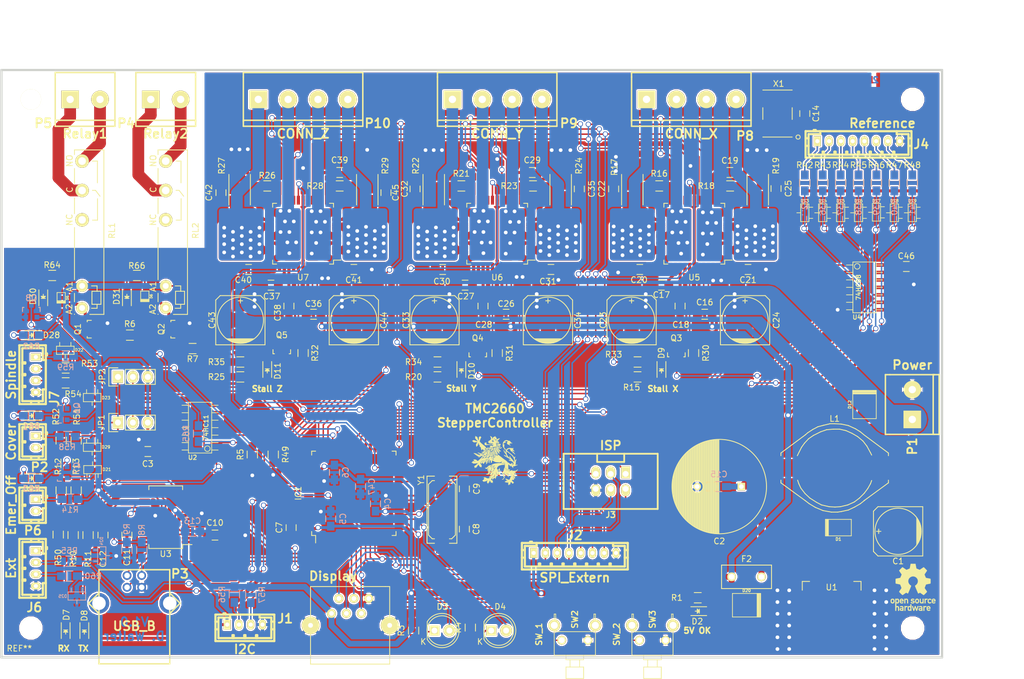
<source format=kicad_pcb>
(kicad_pcb (version 4) (host pcbnew 4.0.3-stable)
  (title_block (title "CNC Controller") (date 2015-07-29) (rev 1))
  (layers (0 F.Cu signal) (31 B.Cu signal) (34 B.Paste user) (35 F.Paste user) (36 B.SilkS user) (37 F.SilkS user) (38 B.Mask user) (39 F.Mask user) (44 Edge.Cuts user))
  (net 0 "")
  (net 1 GND)
  (net 2 +5V)
  (net 3 "Net-(D2-Pad2)")
  (net 4 "Net-(D9-Pad2)")
  (net 5 "Net-(D1-Pad1)")
  (net 6 "Net-(P3-Pad3)")
  (net 7 "Net-(P3-Pad1)")
  (net 8 "Net-(P3-Pad2)")
  (net 9 "Net-(P4-Pad1)")
  (net 10 "Net-(P4-Pad2)")
  (net 11 "Net-(P5-Pad1)")
  (net 12 "Net-(P5-Pad2)")
  (net 13 "Net-(C19-Pad1)")
  (net 14 "Net-(D10-Pad2)")
  (net 15 "Net-(D11-Pad2)")
  (net 16 "Net-(IC1-Pad8)")
  (net 17 "Net-(IC1-Pad9)")
  (net 18 /Controller/RXD)
  (net 19 /Controller/TXD)
  (net 20 /Controller/RTS)
  (net 21 /Controller/CTS)
  (net 22 /Controller/Ref_X1)
  (net 23 /Controller/Ref_X2)
  (net 24 /Controller/Ref_Y1)
  (net 25 /Controller/Ref_Y2)
  (net 26 /Controller/Ref_Z1)
  (net 27 /Controller/Ref_Z2)
  (net 28 /Interface/Ref_T1)
  (net 29 /Controller/Enable)
  (net 30 /Controller/SCK)
  (net 31 /Controller/SDI)
  (net 32 /Controller/SDO)
  (net 33 /Controller/Stall_X)
  (net 34 /Controller/Stall_Y)
  (net 35 /Controller/Stall_Z)
  (net 36 /Interface/CS_Disp)
  (net 37 /Controller/Dir_Z)
  (net 38 /Controller/Step_Z)
  (net 39 /Controller/Dir_Y)
  (net 40 /Controller/Step_Y)
  (net 41 /Controller/Dir_X)
  (net 42 /Controller/Step_X)
  (net 43 "Net-(D7-Pad1)")
  (net 44 "Net-(IC1-Pad6)")
  (net 45 "Net-(IC1-Pad7)")
  (net 46 /Controller/Spindle_PWM)
  (net 47 /Controller/Rel_2)
  (net 48 /Controller/Rel_1)
  (net 49 /Controller/CS_X)
  (net 50 /Controller/CS_Y)
  (net 51 /Controller/CS_Z)
  (net 52 /Controller/Emergency_Off)
  (net 53 /Driver/Driver_X/TMC_Enable)
  (net 54 "Net-(C12-Pad1)")
  (net 55 "Net-(C29-Pad1)")
  (net 56 "Net-(C39-Pad1)")
  (net 57 "Net-(D3-Pad1)")
  (net 58 "Net-(D3-Pad2)")
  (net 59 "Net-(D4-Pad1)")
  (net 60 "Net-(D4-Pad2)")
  (net 61 "Net-(D8-Pad1)")
  (net 62 "Net-(R8-Pad2)")
  (net 63 "Net-(R10-Pad2)")
  (net 64 "Net-(R11-Pad2)")
  (net 65 /Driver/Driver_X/BRB_X)
  (net 66 /Driver/Driver_X/BRA_X)
  (net 67 /Driver/Driver_X/OB2_X)
  (net 68 /Driver/Driver_X/OB1_X)
  (net 69 /Driver/Driver_X/SRB_X)
  (net 70 /Driver/Driver_X/SRA_X)
  (net 71 /Driver/Driver_X/OA2_X)
  (net 72 /Driver/Driver_X/OA1_X)
  (net 73 /Driver/Driver_Y/BRA_Y)
  (net 74 /Driver/Driver_Z/BRB_Z)
  (net 75 /Driver/Driver_Z/BRA_Z)
  (net 76 /Driver/Driver_Y/OB1_Y)
  (net 77 /Driver/Driver_Y/OB2_Y)
  (net 78 /Driver/Driver_Y/OA2_Y)
  (net 79 /Driver/Driver_Y/OA1_Y)
  (net 80 /Driver/Driver_Z/OB1_Z)
  (net 81 /Driver/Driver_Z/OB2_Z)
  (net 82 /Driver/Driver_Z/OA2_Z)
  (net 83 /Driver/Driver_Z/OA1_Z)
  (net 84 /Driver/Driver_Y/SRB_Y)
  (net 85 /Driver/Driver_Y/SRA_Y)
  (net 86 /Driver/Driver_Z/SRB_Z)
  (net 87 /Interface/Spindle_Enable)
  (net 88 "Net-(Q1-Pad1)")
  (net 89 "Net-(Q2-Pad1)")
  (net 90 "Net-(Q3-Pad1)")
  (net 91 "Net-(Q4-Pad1)")
  (net 92 "Net-(Q5-Pad1)")
  (net 93 "Net-(R30-Pad1)")
  (net 94 "Net-(R31-Pad1)")
  (net 95 "Net-(R32-Pad2)")
  (net 96 "Net-(IC1-Pad20)")
  (net 97 "Net-(C7-Pad1)")
  (net 98 "Net-(D23-Pad1)")
  (net 99 "Net-(IC1-Pad27)")
  (net 100 "Net-(IC1-Pad28)")
  (net 101 "Net-(IC1-Pad29)")
  (net 102 /Controller/Cover)
  (net 103 "Net-(J4-Pad7)")
  (net 104 "Net-(J4-Pad6)")
  (net 105 "Net-(J4-Pad5)")
  (net 106 "Net-(J4-Pad1)")
  (net 107 "Net-(J4-Pad3)")
  (net 108 "Net-(J4-Pad2)")
  (net 109 "Net-(J4-Pad4)")
  (net 110 "Net-(J7-Pad1)")
  (net 111 "Net-(J7-Pad3)")
  (net 112 "Net-(J7-Pad2)")
  (net 113 "Net-(P2-Pad1)")
  (net 114 "Net-(P2-Pad2)")
  (net 115 "Net-(P6-Pad1)")
  (net 116 "Net-(P6-Pad2)")
  (net 117 "Net-(JP1-Pad2)")
  (net 118 "Net-(JP2-Pad2)")
  (net 119 "Net-(C8-Pad1)")
  (net 120 "Net-(C9-Pad1)")
  (net 121 /Driver/Driver_X/TMC_Clock)
  (net 122 /Driver/Driver_Y/BRB_Y)
  (net 123 /Driver/Driver_Z/SRA_Z)
  (net 124 VSA)
  (net 125 "Net-(C17-Pad2)")
  (net 126 "Net-(C27-Pad2)")
  (net 127 "Net-(C37-Pad2)")
  (net 128 "Net-(IC1-Pad38)")
  (net 129 "Net-(IC1-Pad39)")
  (net 130 "Net-(IC1-Pad40)")
  (net 131 /Controller/Ext1)
  (net 132 /Controller/Ext2)
  (net 133 "Net-(J6-Pad1)")
  (net 134 "Net-(J6-Pad3)")
  (net 135 "Net-(J6-Pad2)")
  (net 136 "Net-(C15-Pad1)")
  (net 137 "Net-(D30-Pad1)")
  (net 138 "Net-(D31-Pad1)")
  (net 139 "Net-(D26-Pad2)")
  (net 140 "Net-(D27-Pad2)")
  (net 141 "Net-(D28-Pad2)")
  (net 142 "Net-(D28-Pad1)")
  (net 143 "Net-(D30-Pad2)")
  (net 144 "Net-(D31-Pad2)")
  (net 145 "Net-(Q8-Pad1)")
  (net 146 "Net-(Q6-Pad3)")
  (net 147 "Net-(Q7-Pad3)")
  (module Capacitors_SMD:c_elec_8x10.5 (layer F.Cu) (at 216.535 131.445 180)
    (fp_text reference C1 (at 0 -5.08 180) (layer F.SilkS))
    (fp_text value 100µF)
    (pad 1 smd rect (at 3.2512 0 180) (size 3.50012 2.4003) (layers F.Cu F.Paste F.Mask) (net 124 VSA))
    (pad 2 smd rect (at -3.2512 0 180) (size 3.50012 2.4003) (layers F.Cu F.Paste F.Mask) (net 1 GND))
  )
  (module Resistors_SMD:R_2512_HandSoldering (layer F.Cu) (at 171.323 73.279 270)
    (fp_text reference R17 (at -3.81 3.048 270) (layer F.SilkS))
    (fp_text value 150mR)
    (pad 1 smd rect (at -3.95 0 270) (size 2.7 3.2) (layers F.Cu F.Paste F.Mask) (net 1 GND))
    (pad 2 smd rect (at 3.95 0 270) (size 2.7 3.2) (layers F.Cu F.Paste F.Mask) (net 65 /Driver/Driver_X/BRB_X))
  )
  (module Housings_QFP:TQFP-64_14x14mm_Pitch0.8mm (layer F.Cu) (at 123.952 124.968 90)
    (fp_text reference IC1 (at 0 -9.45 90) (layer F.SilkS))
    (fp_text value ATMEGA645A-A)
    (pad 1 smd rect (at -7.7 -6 90) (size 1.5 0.55) (layers F.Cu F.Paste F.Mask))
    (pad 2 smd rect (at -7.7 -5.2 90) (size 1.5 0.55) (layers F.Cu F.Paste F.Mask) (net 18 /Controller/RXD))
    (pad 3 smd rect (at -7.7 -4.4 90) (size 1.5 0.55) (layers F.Cu F.Paste F.Mask) (net 19 /Controller/TXD))
    (pad 4 smd rect (at -7.7 -3.6 90) (size 1.5 0.55) (layers F.Cu F.Paste F.Mask) (net 20 /Controller/RTS))
    (pad 5 smd rect (at -7.7 -2.8 90) (size 1.5 0.55) (layers F.Cu F.Paste F.Mask) (net 21 /Controller/CTS))
    (pad 6 smd rect (at -7.7 -2 90) (size 1.5 0.55) (layers F.Cu F.Paste F.Mask) (net 44 "Net-(IC1-Pad6)"))
    (pad 7 smd rect (at -7.7 -1.2 90) (size 1.5 0.55) (layers F.Cu F.Paste F.Mask) (net 45 "Net-(IC1-Pad7)"))
    (pad 8 smd rect (at -7.7 -0.4 90) (size 1.5 0.55) (layers F.Cu F.Paste F.Mask) (net 16 "Net-(IC1-Pad8)"))
    (pad 9 smd rect (at -7.7 0.4 90) (size 1.5 0.55) (layers F.Cu F.Paste F.Mask) (net 17 "Net-(IC1-Pad9)"))
    (pad 10 smd rect (at -7.7 1.2 90) (size 1.5 0.55) (layers F.Cu F.Paste F.Mask) (net 36 /Interface/CS_Disp))
    (pad 11 smd rect (at -7.7 2 90) (size 1.5 0.55) (layers F.Cu F.Paste F.Mask) (net 30 /Controller/SCK))
    (pad 12 smd rect (at -7.7 2.8 90) (size 1.5 0.55) (layers F.Cu F.Paste F.Mask) (net 31 /Controller/SDI))
    (pad 13 smd rect (at -7.7 3.6 90) (size 1.5 0.55) (layers F.Cu F.Paste F.Mask) (net 32 /Controller/SDO))
    (pad 14 smd rect (at -7.7 4.4 90) (size 1.5 0.55) (layers F.Cu F.Paste F.Mask))
    (pad 15 smd rect (at -7.7 5.2 90) (size 1.5 0.55) (layers F.Cu F.Paste F.Mask))
    (pad 16 smd rect (at -7.7 6 90) (size 1.5 0.55) (layers F.Cu F.Paste F.Mask))
    (pad 17 smd rect (at -6 7.7 180) (size 1.5 0.55) (layers F.Cu F.Paste F.Mask) (net 46 /Controller/Spindle_PWM))
    (pad 18 smd rect (at -5.2 7.7 180) (size 1.5 0.55) (layers F.Cu F.Paste F.Mask) (net 58 "Net-(D3-Pad2)"))
    (pad 19 smd rect (at -4.4 7.7 180) (size 1.5 0.55) (layers F.Cu F.Paste F.Mask) (net 60 "Net-(D4-Pad2)"))
    (pad 20 smd rect (at -3.6 7.7 180) (size 1.5 0.55) (layers F.Cu F.Paste F.Mask) (net 96 "Net-(IC1-Pad20)"))
    (pad 21 smd rect (at -2.8 7.7 180) (size 1.5 0.55) (layers F.Cu F.Paste F.Mask) (net 2 +5V))
    (pad 22 smd rect (at -2 7.7 180) (size 1.5 0.55) (layers F.Cu F.Paste F.Mask) (net 1 GND))
    (pad 23 smd rect (at -1.2 7.7 180) (size 1.5 0.55) (layers F.Cu F.Paste F.Mask) (net 119 "Net-(C8-Pad1)"))
    (pad 24 smd rect (at -0.4 7.7 180) (size 1.5 0.55) (layers F.Cu F.Paste F.Mask) (net 120 "Net-(C9-Pad1)"))
    (pad 25 smd rect (at 0.4 7.7 180) (size 1.5 0.55) (layers F.Cu F.Paste F.Mask))
    (pad 26 smd rect (at 1.2 7.7 180) (size 1.5 0.55) (layers F.Cu F.Paste F.Mask))
    (pad 27 smd rect (at 2 7.7 180) (size 1.5 0.55) (layers F.Cu F.Paste F.Mask) (net 99 "Net-(IC1-Pad27)"))
    (pad 28 smd rect (at 2.8 7.7 180) (size 1.5 0.55) (layers F.Cu F.Paste F.Mask) (net 100 "Net-(IC1-Pad28)"))
    (pad 29 smd rect (at 3.6 7.7 180) (size 1.5 0.55) (layers F.Cu F.Paste F.Mask) (net 101 "Net-(IC1-Pad29)"))
    (pad 30 smd rect (at 4.4 7.7 180) (size 1.5 0.55) (layers F.Cu F.Paste F.Mask) (net 51 /Controller/CS_Z))
    (pad 31 smd rect (at 5.2 7.7 180) (size 1.5 0.55) (layers F.Cu F.Paste F.Mask) (net 50 /Controller/CS_Y))
    (pad 32 smd rect (at 6 7.7 180) (size 1.5 0.55) (layers F.Cu F.Paste F.Mask) (net 49 /Controller/CS_X))
    (pad 33 smd rect (at 7.7 6 90) (size 1.5 0.55) (layers F.Cu F.Paste F.Mask))
    (pad 34 smd rect (at 7.7 5.2 90) (size 1.5 0.55) (layers F.Cu F.Paste F.Mask) (net 28 /Interface/Ref_T1))
    (pad 35 smd rect (at 7.7 4.4 90) (size 1.5 0.55) (layers F.Cu F.Paste F.Mask) (net 26 /Controller/Ref_Z1))
    (pad 36 smd rect (at 7.7 3.6 90) (size 1.5 0.55) (layers F.Cu F.Paste F.Mask) (net 24 /Controller/Ref_Y1))
    (pad 37 smd rect (at 7.7 2.8 90) (size 1.5 0.55) (layers F.Cu F.Paste F.Mask) (net 22 /Controller/Ref_X1))
    (pad 38 smd rect (at 7.7 2 90) (size 1.5 0.55) (layers F.Cu F.Paste F.Mask) (net 128 "Net-(IC1-Pad38)"))
    (pad 39 smd rect (at 7.7 1.2 90) (size 1.5 0.55) (layers F.Cu F.Paste F.Mask) (net 129 "Net-(IC1-Pad39)"))
    (pad 40 smd rect (at 7.7 0.4 90) (size 1.5 0.55) (layers F.Cu F.Paste F.Mask) (net 130 "Net-(IC1-Pad40)"))
    (pad 41 smd rect (at 7.7 -0.4 90) (size 1.5 0.55) (layers F.Cu F.Paste F.Mask))
    (pad 42 smd rect (at 7.7 -1.2 90) (size 1.5 0.55) (layers F.Cu F.Paste F.Mask))
    (pad 43 smd rect (at 7.7 -2 90) (size 1.5 0.55) (layers F.Cu F.Paste F.Mask))
    (pad 44 smd rect (at 7.7 -2.8 90) (size 1.5 0.55) (layers F.Cu F.Paste F.Mask) (net 47 /Controller/Rel_2))
    (pad 45 smd rect (at 7.7 -3.6 90) (size 1.5 0.55) (layers F.Cu F.Paste F.Mask) (net 48 /Controller/Rel_1))
    (pad 46 smd rect (at 7.7 -4.4 90) (size 1.5 0.55) (layers F.Cu F.Paste F.Mask) (net 42 /Controller/Step_X))
    (pad 47 smd rect (at 7.7 -5.2 90) (size 1.5 0.55) (layers F.Cu F.Paste F.Mask) (net 41 /Controller/Dir_X))
    (pad 48 smd rect (at 7.7 -6 90) (size 1.5 0.55) (layers F.Cu F.Paste F.Mask) (net 40 /Controller/Step_Y))
    (pad 49 smd rect (at 6 -7.7 180) (size 1.5 0.55) (layers F.Cu F.Paste F.Mask) (net 39 /Controller/Dir_Y))
    (pad 50 smd rect (at 5.2 -7.7 180) (size 1.5 0.55) (layers F.Cu F.Paste F.Mask) (net 38 /Controller/Step_Z))
    (pad 51 smd rect (at 4.4 -7.7 180) (size 1.5 0.55) (layers F.Cu F.Paste F.Mask) (net 37 /Controller/Dir_Z))
    (pad 52 smd rect (at 3.6 -7.7 180) (size 1.5 0.55) (layers F.Cu F.Paste F.Mask) (net 2 +5V))
    (pad 53 smd rect (at 2.8 -7.7 180) (size 1.5 0.55) (layers F.Cu F.Paste F.Mask) (net 1 GND))
    (pad 54 smd rect (at 2 -7.7 180) (size 1.5 0.55) (layers F.Cu F.Paste F.Mask) (net 29 /Controller/Enable))
    (pad 55 smd rect (at 1.2 -7.7 180) (size 1.5 0.55) (layers F.Cu F.Paste F.Mask) (net 87 /Interface/Spindle_Enable))
    (pad 56 smd rect (at 0.4 -7.7 180) (size 1.5 0.55) (layers F.Cu F.Paste F.Mask) (net 52 /Controller/Emergency_Off))
    (pad 57 smd rect (at -0.4 -7.7 180) (size 1.5 0.55) (layers F.Cu F.Paste F.Mask) (net 102 /Controller/Cover))
    (pad 58 smd rect (at -1.2 -7.7 180) (size 1.5 0.55) (layers F.Cu F.Paste F.Mask) (net 131 /Controller/Ext1))
    (pad 59 smd rect (at -2 -7.7 180) (size 1.5 0.55) (layers F.Cu F.Paste F.Mask) (net 132 /Controller/Ext2))
    (pad 60 smd rect (at -2.8 -7.7 180) (size 1.5 0.55) (layers F.Cu F.Paste F.Mask))
    (pad 61 smd rect (at -3.6 -7.7 180) (size 1.5 0.55) (layers F.Cu F.Paste F.Mask))
    (pad 62 smd rect (at -4.4 -7.7 180) (size 1.5 0.55) (layers F.Cu F.Paste F.Mask) (net 97 "Net-(C7-Pad1)"))
    (pad 63 smd rect (at -5.2 -7.7 180) (size 1.5 0.55) (layers F.Cu F.Paste F.Mask) (net 1 GND))
    (pad 64 smd rect (at -6 -7.7 180) (size 1.5 0.55) (layers F.Cu F.Paste F.Mask) (net 2 +5V))
  )
  (module Fuse_Holders_and_Fuses:Fuse_TE5_Littlefuse-395Series (layer F.Cu) (at 190.754 139.192 180)
    (fp_text reference F2 (at 0 3.048 180) (layer F.SilkS))
    (fp_text value 4AT)
    (pad 1 thru_hole circle (at -2.54 0 180) (size 1.50114 1.50114) (drill 1.00076) (layers *.Cu *.Mask F.SilkS) (net 136 "Net-(C15-Pad1)"))
    (pad 2 thru_hole circle (at 2.54 0.01016 180) (size 1.50114 1.50114) (drill 1.00076) (layers *.Cu *.Mask F.SilkS) (net 2 +5V))
  )
  (module Housings_SSOP:SSOP-28_5.3x10.2mm_Pitch0.65mm (layer F.Cu) (at 91.948 129.032 180)
    (fp_text reference U3 (at 0 -6.25 180) (layer F.SilkS))
    (fp_text value FT232RL)
    (pad 1 smd rect (at -3.6 -4.225 180) (size 1.75 0.45) (layers F.Cu F.Paste F.Mask) (net 19 /Controller/TXD))
    (pad 2 smd rect (at -3.6 -3.575 180) (size 1.75 0.45) (layers F.Cu F.Paste F.Mask))
    (pad 3 smd rect (at -3.6 -2.925 180) (size 1.75 0.45) (layers F.Cu F.Paste F.Mask) (net 20 /Controller/RTS))
    (pad 4 smd rect (at -3.6 -2.275 180) (size 1.75 0.45) (layers F.Cu F.Paste F.Mask) (net 2 +5V))
    (pad 5 smd rect (at -3.6 -1.625 180) (size 1.75 0.45) (layers F.Cu F.Paste F.Mask) (net 18 /Controller/RXD))
    (pad 6 smd rect (at -3.6 -0.975 180) (size 1.75 0.45) (layers F.Cu F.Paste F.Mask))
    (pad 7 smd rect (at -3.6 -0.325 180) (size 1.75 0.45) (layers F.Cu F.Paste F.Mask) (net 1 GND))
    (pad 8 smd rect (at -3.6 0.325 180) (size 1.75 0.45) (layers F.Cu F.Paste F.Mask))
    (pad 9 smd rect (at -3.6 0.975 180) (size 1.75 0.45) (layers F.Cu F.Paste F.Mask))
    (pad 10 smd rect (at -3.6 1.625 180) (size 1.75 0.45) (layers F.Cu F.Paste F.Mask))
    (pad 11 smd rect (at -3.6 2.275 180) (size 1.75 0.45) (layers F.Cu F.Paste F.Mask) (net 21 /Controller/CTS))
    (pad 12 smd rect (at -3.6 2.925 180) (size 1.75 0.45) (layers F.Cu F.Paste F.Mask) (net 64 "Net-(R11-Pad2)"))
    (pad 13 smd rect (at -3.6 3.575 180) (size 1.75 0.45) (layers F.Cu F.Paste F.Mask))
    (pad 14 smd rect (at -3.6 4.225 180) (size 1.75 0.45) (layers F.Cu F.Paste F.Mask) (net 63 "Net-(R10-Pad2)"))
    (pad 15 smd rect (at 3.6 4.225 180) (size 1.75 0.45) (layers F.Cu F.Paste F.Mask) (net 6 "Net-(P3-Pad3)"))
    (pad 16 smd rect (at 3.6 3.575 180) (size 1.75 0.45) (layers F.Cu F.Paste F.Mask) (net 8 "Net-(P3-Pad2)"))
    (pad 17 smd rect (at 3.6 2.925 180) (size 1.75 0.45) (layers F.Cu F.Paste F.Mask) (net 54 "Net-(C12-Pad1)"))
    (pad 18 smd rect (at 3.6 2.275 180) (size 1.75 0.45) (layers F.Cu F.Paste F.Mask) (net 1 GND))
    (pad 19 smd rect (at 3.6 1.625 180) (size 1.75 0.45) (layers F.Cu F.Paste F.Mask) (net 62 "Net-(R8-Pad2)"))
    (pad 20 smd rect (at 3.6 0.975 180) (size 1.75 0.45) (layers F.Cu F.Paste F.Mask) (net 2 +5V))
    (pad 21 smd rect (at 3.6 0.325 180) (size 1.75 0.45) (layers F.Cu F.Paste F.Mask) (net 1 GND))
    (pad 22 smd rect (at 3.6 -0.325 180) (size 1.75 0.45) (layers F.Cu F.Paste F.Mask))
    (pad 23 smd rect (at 3.6 -0.975 180) (size 1.75 0.45) (layers F.Cu F.Paste F.Mask))
    (pad 24 smd rect (at 3.6 -1.625 180) (size 1.75 0.45) (layers F.Cu F.Paste F.Mask))
    (pad 25 smd rect (at 3.6 -2.275 180) (size 1.75 0.45) (layers F.Cu F.Paste F.Mask) (net 1 GND))
    (pad 26 smd rect (at 3.6 -2.925 180) (size 1.75 0.45) (layers F.Cu F.Paste F.Mask))
    (pad 27 smd rect (at 3.6 -3.575 180) (size 1.75 0.45) (layers F.Cu F.Paste F.Mask))
    (pad 28 smd rect (at 3.6 -4.225 180) (size 1.75 0.45) (layers F.Cu F.Paste F.Mask))
  )
  (module Euro:EuroBoard160mmX100mm_holes (layer F.Cu) (at 64.008 152.908)
    (fp_text reference REF** (at 3.048 -1.524) (layer F.SilkS))
    (fp_text value EuroBoard160mmX100mm_holes)
    (fp_line (start 0 -99.9998) (end 159.99968 -99.9998) (layer Edge.Cuts) (width 0.381))
    (fp_line (start 0 -99.9998) (end 0 0) (layer Edge.Cuts) (width 0.381))
    (fp_line (start 0 0) (end 159.99968 0) (layer Edge.Cuts) (width 0.381))
    (fp_line (start 159.99968 0) (end 159.99968 -99.9998) (layer Edge.Cuts) (width 0.381))
    (pad "" np_thru_hole circle (at 5.00126 -95.00108) (size 3.50012 3.50012) (drill 3.50012) (layers *.Cu *.Mask F.SilkS))
    (pad "" np_thru_hole circle (at 155.00096 -95.00108) (size 3.50012 3.50012) (drill 3.50012) (layers *.Cu *.Mask F.SilkS))
    (pad "" np_thru_hole circle (at 155.00096 -5.00126) (size 3.50012 3.50012) (drill 3.50012) (layers *.Cu *.Mask F.SilkS))
    (pad "" np_thru_hole circle (at 5.00126 -5.00126) (size 3.50012 3.50012) (drill 3.50012) (layers *.Cu *.Mask F.SilkS))
  )
  (module Capacitors_SMD:c_elec_8x10.5 (layer F.Cu) (at 104.648 95.504 90)
    (fp_text reference C43 (at 0 -4.826 90) (layer F.SilkS))
    (fp_text value 100µF)
    (pad 1 smd rect (at 3.2512 0 90) (size 3.50012 2.4003) (layers F.Cu F.Paste F.Mask) (net 124 VSA))
    (pad 2 smd rect (at -3.2512 0 90) (size 3.50012 2.4003) (layers F.Cu F.Paste F.Mask) (net 1 GND))
  )
  (module Resistors_SMD:R_0805_HandSoldering (layer F.Cu) (at 121.539 72.644 180)
    (fp_text reference R28 (at 4.191 0 180) (layer F.SilkS))
    (fp_text value 10R)
    (pad 1 smd rect (at -1.35 0 180) (size 1.5 1.3) (layers F.Cu F.Paste F.Mask) (net 75 /Driver/Driver_Z/BRA_Z))
    (pad 2 smd rect (at 1.35 0 180) (size 1.5 1.3) (layers F.Cu F.Paste F.Mask) (net 123 /Driver/Driver_Z/SRA_Z))
  )
  (module Housings_QFP:TQFP-44_10x10mm_Pitch0.8mm (layer F.Cu) (at 115.316 80.772 180)
    (fp_text reference U7 (at 0 -7.45 180) (layer F.SilkS))
    (fp_text value TMC2660)
    (pad 1 smd rect (at -5.7 -4 180) (size 1.5 0.55) (layers F.Cu F.Paste F.Mask) (net 124 VSA))
    (pad 2 smd rect (at -5.7 -3.2 180) (size 1.5 0.55) (layers F.Cu F.Paste F.Mask) (net 83 /Driver/Driver_Z/OA1_Z))
    (pad 3 smd rect (at -5.7 -2.4 180) (size 1.5 0.55) (layers F.Cu F.Paste F.Mask) (net 83 /Driver/Driver_Z/OA1_Z))
    (pad 4 smd rect (at -5.7 -1.6 180) (size 1.5 0.55) (layers F.Cu F.Paste F.Mask) (net 124 VSA))
    (pad 5 smd rect (at -5.7 -0.8 180) (size 1.5 0.55) (layers F.Cu F.Paste F.Mask) (net 82 /Driver/Driver_Z/OA2_Z))
    (pad 6 smd rect (at -5.7 0 180) (size 1.5 0.55) (layers F.Cu F.Paste F.Mask) (net 82 /Driver/Driver_Z/OA2_Z))
    (pad 7 smd rect (at -5.7 0.8 180) (size 1.5 0.55) (layers F.Cu F.Paste F.Mask) (net 83 /Driver/Driver_Z/OA1_Z))
    (pad 8 smd rect (at -5.7 1.6 180) (size 1.5 0.55) (layers F.Cu F.Paste F.Mask) (net 83 /Driver/Driver_Z/OA1_Z))
    (pad 9 smd rect (at -5.7 2.4 180) (size 1.5 0.55) (layers F.Cu F.Paste F.Mask) (net 75 /Driver/Driver_Z/BRA_Z))
    (pad 10 smd rect (at -5.7 3.2 180) (size 1.5 0.55) (layers F.Cu F.Paste F.Mask) (net 82 /Driver/Driver_Z/OA2_Z))
    (pad 11 smd rect (at -5.7 4 180) (size 1.5 0.55) (layers F.Cu F.Paste F.Mask) (net 82 /Driver/Driver_Z/OA2_Z))
    (pad 12 smd rect (at -4 5.7 270) (size 1.5 0.55) (layers F.Cu F.Paste F.Mask) (net 123 /Driver/Driver_Z/SRA_Z))
    (pad 13 smd rect (at -3.2 5.7 270) (size 1.5 0.55) (layers F.Cu F.Paste F.Mask) (net 56 "Net-(C39-Pad1)"))
    (pad 14 smd rect (at -2.4 5.7 270) (size 1.5 0.55) (layers F.Cu F.Paste F.Mask) (net 32 /Controller/SDO))
    (pad 15 smd rect (at -1.6 5.7 270) (size 1.5 0.55) (layers F.Cu F.Paste F.Mask) (net 31 /Controller/SDI))
    (pad 16 smd rect (at -0.8 5.7 270) (size 1.5 0.55) (layers F.Cu F.Paste F.Mask) (net 30 /Controller/SCK))
    (pad 17 smd rect (at 0 5.7 270) (size 1.5 0.55) (layers F.Cu F.Paste F.Mask) (net 1 GND))
    (pad 18 smd rect (at 0.8 5.7 270) (size 1.5 0.55) (layers F.Cu F.Paste F.Mask) (net 51 /Controller/CS_Z))
    (pad 19 smd rect (at 1.6 5.7 270) (size 1.5 0.55) (layers F.Cu F.Paste F.Mask) (net 53 /Driver/Driver_X/TMC_Enable))
    (pad 20 smd rect (at 2.4 5.7 270) (size 1.5 0.55) (layers F.Cu F.Paste F.Mask))
    (pad 21 smd rect (at 3.2 5.7 270) (size 1.5 0.55) (layers F.Cu F.Paste F.Mask) (net 121 /Driver/Driver_X/TMC_Clock))
    (pad 22 smd rect (at 4 5.7 270) (size 1.5 0.55) (layers F.Cu F.Paste F.Mask) (net 86 /Driver/Driver_Z/SRB_Z))
    (pad 23 smd rect (at 5.7 4 180) (size 1.5 0.55) (layers F.Cu F.Paste F.Mask) (net 81 /Driver/Driver_Z/OB2_Z))
    (pad 24 smd rect (at 5.7 3.2 180) (size 1.5 0.55) (layers F.Cu F.Paste F.Mask) (net 81 /Driver/Driver_Z/OB2_Z))
    (pad 25 smd rect (at 5.7 2.4 180) (size 1.5 0.55) (layers F.Cu F.Paste F.Mask) (net 74 /Driver/Driver_Z/BRB_Z))
    (pad 26 smd rect (at 5.7 1.6 180) (size 1.5 0.55) (layers F.Cu F.Paste F.Mask) (net 80 /Driver/Driver_Z/OB1_Z))
    (pad 27 smd rect (at 5.7 0.8 180) (size 1.5 0.55) (layers F.Cu F.Paste F.Mask) (net 80 /Driver/Driver_Z/OB1_Z))
    (pad 28 smd rect (at 5.7 0 180) (size 1.5 0.55) (layers F.Cu F.Paste F.Mask) (net 81 /Driver/Driver_Z/OB2_Z))
    (pad 29 smd rect (at 5.7 -0.8 180) (size 1.5 0.55) (layers F.Cu F.Paste F.Mask) (net 81 /Driver/Driver_Z/OB2_Z))
    (pad 30 smd rect (at 5.7 -1.6 180) (size 1.5 0.55) (layers F.Cu F.Paste F.Mask) (net 124 VSA))
    (pad 31 smd rect (at 5.7 -2.4 180) (size 1.5 0.55) (layers F.Cu F.Paste F.Mask) (net 80 /Driver/Driver_Z/OB1_Z))
    (pad 32 smd rect (at 5.7 -3.2 180) (size 1.5 0.55) (layers F.Cu F.Paste F.Mask) (net 80 /Driver/Driver_Z/OB1_Z))
    (pad 33 smd rect (at 5.7 -4 180) (size 1.5 0.55) (layers F.Cu F.Paste F.Mask) (net 124 VSA))
    (pad 34 smd rect (at 4 -5.7 270) (size 1.5 0.55) (layers F.Cu F.Paste F.Mask))
    (pad 35 smd rect (at 3.2 -5.7 270) (size 1.5 0.55) (layers F.Cu F.Paste F.Mask) (net 127 "Net-(C37-Pad2)"))
    (pad 36 smd rect (at 2.4 -5.7 270) (size 1.5 0.55) (layers F.Cu F.Paste F.Mask) (net 124 VSA))
    (pad 37 smd rect (at 1.6 -5.7 270) (size 1.5 0.55) (layers F.Cu F.Paste F.Mask))
    (pad 38 smd rect (at 0.8 -5.7 270) (size 1.5 0.55) (layers F.Cu F.Paste F.Mask) (net 95 "Net-(R32-Pad2)"))
    (pad 39 smd rect (at 0 -5.7 270) (size 1.5 0.55) (layers F.Cu F.Paste F.Mask) (net 1 GND))
    (pad 40 smd rect (at -0.8 -5.7 270) (size 1.5 0.55) (layers F.Cu F.Paste F.Mask) (net 2 +5V))
    (pad 41 smd rect (at -1.6 -5.7 270) (size 1.5 0.55) (layers F.Cu F.Paste F.Mask) (net 37 /Controller/Dir_Z))
    (pad 42 smd rect (at -2.4 -5.7 270) (size 1.5 0.55) (layers F.Cu F.Paste F.Mask) (net 38 /Controller/Step_Z))
    (pad 43 smd rect (at -3.2 -5.7 270) (size 1.5 0.55) (layers F.Cu F.Paste F.Mask) (net 1 GND))
    (pad 44 smd rect (at -4 -5.7 270) (size 1.5 0.55) (layers F.Cu F.Paste F.Mask) (net 1 GND))
  )
  (module w_conn_strip:vasch_strip_3x2 (layer F.Cu) (at 167.64 122.936 180)
    (fp_text reference J3 (at 0 -5.7 180) (layer F.SilkS) (effects (font (thickness 0.2032))))
    (fp_text value ISP hide)
    (pad 1 thru_hole rect (at -2.54 1.27 180) (size 1.5 2) (drill 1 (offset 0 0.25)) (layers *.Cu *.Mask F.SilkS) (net 32 /Controller/SDO))
    (pad 2 thru_hole oval (at -2.54 -1.27 180) (size 1.5 2) (drill 1 (offset 0 -0.25)) (layers *.Cu *.Mask F.SilkS) (net 2 +5V))
    (pad 3 thru_hole oval (at 0 1.27 180) (size 1.5 2) (drill 1 (offset 0 0.25)) (layers *.Cu *.Mask F.SilkS) (net 30 /Controller/SCK))
    (pad 4 thru_hole oval (at 0 -1.27 180) (size 1.5 2) (drill 1 (offset 0 -0.25)) (layers *.Cu *.Mask F.SilkS) (net 31 /Controller/SDI))
    (pad 5 thru_hole oval (at 2.54 1.27 180) (size 1.5 2) (drill 1 (offset 0 0.25)) (layers *.Cu *.Mask F.SilkS) (net 96 "Net-(IC1-Pad20)"))
    (pad 6 thru_hole oval (at 2.54 -1.27 180) (size 1.5 2) (drill 1 (offset 0 -0.25)) (layers *.Cu *.Mask F.SilkS) (net 1 GND))
  )
  (module w_conn_jst-ph:b8b-ph-kl (layer F.Cu) (at 161.544 135.128)
    (fp_text reference J2 (at 0 -2.99974) (layer F.SilkS) (effects (font (thickness 0.3048))))
    (fp_text value SPI_Extern (at 0 4.20116) (layer F.SilkS) (effects (font (thickness 0.3048))))
    (pad 7 thru_hole oval (at 5.00126 0) (size 1.19888 1.69926) (drill 0.70104) (layers *.Cu *.Mask F.SilkS) (net 101 "Net-(IC1-Pad29)"))
    (pad 6 thru_hole oval (at 3.00228 0) (size 1.19888 1.69926) (drill 0.70104) (layers *.Cu *.Mask F.SilkS) (net 100 "Net-(IC1-Pad28)"))
    (pad 5 thru_hole oval (at 1.00076 0) (size 1.19888 1.69926) (drill 0.70104) (layers *.Cu *.Mask F.SilkS) (net 99 "Net-(IC1-Pad27)"))
    (pad 1 thru_hole rect (at -7.00532 0) (size 1.19888 1.69926) (drill 0.70104) (layers *.Cu *.Mask F.SilkS) (net 2 +5V))
    (pad 3 thru_hole oval (at -3.00228 0) (size 1.19888 1.69926) (drill 0.70104) (layers *.Cu *.Mask F.SilkS) (net 31 /Controller/SDI))
    (pad 2 thru_hole oval (at -5.0038 0) (size 1.19888 1.69926) (drill 0.70104) (layers *.Cu *.Mask F.SilkS) (net 32 /Controller/SDO))
    (pad 4 thru_hole oval (at -1.0033 0) (size 1.19888 1.69926) (drill 0.70104) (layers *.Cu *.Mask F.SilkS) (net 30 /Controller/SCK))
    (pad 8 thru_hole oval (at 7.00024 0) (size 1.19888 1.69926) (drill 0.70104) (layers *.Cu *.Mask F.SilkS) (net 1 GND))
  )
  (module Capacitors_SMD:C_0805_HandSoldering (layer F.Cu) (at 85.344 132.08 270)
    (fp_text reference C11 (at 3.81 0 270) (layer F.SilkS))
    (fp_text value 100nf)
    (pad 1 smd rect (at -1.25 0 270) (size 1.5 1.25) (layers F.Cu F.Paste F.Mask) (net 2 +5V))
    (pad 2 smd rect (at 1.25 0 270) (size 1.5 1.25) (layers F.Cu F.Paste F.Mask) (net 1 GND))
  )
  (module w_conn_jst-ph:b8b-ph-kl (layer F.Cu) (at 209.804 65.024)
    (fp_text reference J4 (at 10.668 0.508) (layer F.SilkS) (effects (font (thickness 0.3048))))
    (fp_text value Reference (at 4.064 -3.048) (layer F.SilkS) (effects (font (thickness 0.3048))))
    (pad 7 thru_hole oval (at 5.00126 0) (size 1.19888 1.69926) (drill 0.70104) (layers *.Cu *.Mask F.SilkS) (net 103 "Net-(J4-Pad7)"))
    (pad 6 thru_hole oval (at 3.00228 0) (size 1.19888 1.69926) (drill 0.70104) (layers *.Cu *.Mask F.SilkS) (net 104 "Net-(J4-Pad6)"))
    (pad 5 thru_hole oval (at 1.00076 0) (size 1.19888 1.69926) (drill 0.70104) (layers *.Cu *.Mask F.SilkS) (net 105 "Net-(J4-Pad5)"))
    (pad 1 thru_hole rect (at -7.00532 0) (size 1.19888 1.69926) (drill 0.70104) (layers *.Cu *.Mask F.SilkS) (net 106 "Net-(J4-Pad1)"))
    (pad 3 thru_hole oval (at -3.00228 0) (size 1.19888 1.69926) (drill 0.70104) (layers *.Cu *.Mask F.SilkS) (net 107 "Net-(J4-Pad3)"))
    (pad 2 thru_hole oval (at -5.0038 0) (size 1.19888 1.69926) (drill 0.70104) (layers *.Cu *.Mask F.SilkS) (net 108 "Net-(J4-Pad2)"))
    (pad 4 thru_hole oval (at -1.0033 0) (size 1.19888 1.69926) (drill 0.70104) (layers *.Cu *.Mask F.SilkS) (net 109 "Net-(J4-Pad4)"))
    (pad 8 thru_hole oval (at 7.00024 0) (size 1.19888 1.69926) (drill 0.70104) (layers *.Cu *.Mask F.SilkS) (net 1 GND))
  )
  (module Resistors_SMD:R_0805_HandSoldering (layer F.Cu) (at 218.948 72.136 90)
    (fp_text reference R48 (at 3.048 0 180) (layer F.SilkS))
    (fp_text value 1k)
    (pad 1 smd rect (at -1.35 0 90) (size 1.5 1.3) (layers F.Cu F.Paste F.Mask) (net 2 +5V))
    (pad 2 smd rect (at 1.35 0 90) (size 1.5 1.3) (layers F.Cu F.Paste F.Mask) (net 103 "Net-(J4-Pad7)"))
  )
  (module w_conn_jst-ph:b2b-ph-kl (layer F.Cu) (at 69.85 116.205 270)
    (fp_text reference P2 (at 4.318 -0.635 360) (layer F.SilkS) (effects (font (thickness 0.3048))))
    (fp_text value Cover (at 0 4.20116 270) (layer F.SilkS) (effects (font (thickness 0.3048))))
    (pad 1 thru_hole rect (at -1.00076 0 270) (size 1.19888 1.69926) (drill 0.70104) (layers *.Cu *.Mask F.SilkS) (net 113 "Net-(P2-Pad1)"))
    (pad 2 thru_hole oval (at 1.00076 0 270) (size 1.19888 1.69926) (drill 0.70104) (layers *.Cu *.Mask F.SilkS) (net 114 "Net-(P2-Pad2)"))
  )
  (module Connect:RJ12_E (layer F.Cu) (at 123.444 151.765)
    (fp_text reference J5 (at 0 -12.192) (layer F.SilkS))
    (fp_text value Display)
    (pad 4 thru_hole circle (at 0.508 -8.89) (size 1.524 1.524) (drill 0.8128) (layers *.Cu *.Mask F.SilkS) (net 32 /Controller/SDO))
    (pad 2 thru_hole circle (at -2.032 -8.89) (size 1.524 1.524) (drill 0.8128) (layers *.Cu *.Mask F.SilkS) (net 30 /Controller/SCK))
    (pad 6 thru_hole circle (at 3.048 -8.89) (size 1.524 1.524) (drill 0.8128) (layers *.Cu *.Mask F.SilkS) (net 1 GND))
    (pad 1 thru_hole circle (at -3.302 -6.35) (size 1.524 1.524) (drill 0.8128) (layers *.Cu *.Mask F.SilkS) (net 2 +5V))
    (pad 3 thru_hole circle (at -0.762 -6.35) (size 1.524 1.524) (drill 0.8128) (layers *.Cu *.Mask F.SilkS) (net 31 /Controller/SDI))
    (pad 5 thru_hole circle (at 1.778 -6.35) (size 1.524 1.524) (drill 0.8128) (layers *.Cu *.Mask F.SilkS) (net 36 /Interface/CS_Disp))
    (pad 8 thru_hole circle (at 6.604 -4.318) (size 2.99974 2.99974) (drill 0.8128) (layers *.Cu *.Mask F.SilkS) (net 1 GND))
    (pad 7 thru_hole circle (at -6.858 -4.318) (size 2.99974 2.99974) (drill 0.8128) (layers *.Cu *.Mask F.SilkS) (net 1 GND))
  )
  (module w_conn_pc:conn_usb_B (layer F.Cu) (at 86.614 145.9738)
    (fp_text reference P3 (at 7.747 -7.2898) (layer F.SilkS) (effects (font (thickness 0.3048))))
    (fp_text value USB_B (at 0 1.6002) (layer F.SilkS) (effects (font (thickness 0.3048))))
    (pad 3 thru_hole circle (at -1.2446 -5.0038) (size 1.50114 1.50114) (drill 0.94996) (layers *.Cu *.Mask) (net 6 "Net-(P3-Pad3)"))
    (pad 4 thru_hole circle (at 1.2446 -5.0038) (size 1.50114 1.50114) (drill 0.94996) (layers *.Cu *.Mask) (net 1 GND))
    (pad 1 thru_hole circle (at 1.2446 -7.0104) (size 1.50114 1.50114) (drill 0.94996) (layers *.Cu *.Mask) (net 7 "Net-(P3-Pad1)"))
    (pad 2 thru_hole circle (at -1.2446 -7.0104) (size 1.50114 1.50114) (drill 0.94996) (layers *.Cu *.Mask) (net 8 "Net-(P3-Pad2)"))
    (pad "" thru_hole circle (at -6.0198 -2.286) (size 3.50012 3.50012) (drill 2.30124) (layers *.Cu *.Mask))
    (pad "" thru_hole circle (at 6.0198 -2.286) (size 3.50012 3.50012) (drill 2.30124) (layers *.Cu *.Mask))
  )
  (module Resistors_SMD:R_0805_HandSoldering (layer F.Cu) (at 109.22 72.644)
    (fp_text reference R26 (at 0 -1.778) (layer F.SilkS))
    (fp_text value 10R)
    (pad 1 smd rect (at -1.35 0) (size 1.5 1.3) (layers F.Cu F.Paste F.Mask) (net 74 /Driver/Driver_Z/BRB_Z))
    (pad 2 smd rect (at 1.35 0) (size 1.5 1.3) (layers F.Cu F.Paste F.Mask) (net 86 /Driver/Driver_Z/SRB_Z))
  )
  (module Housings_QFP:TQFP-44_10x10mm_Pitch0.8mm (layer F.Cu) (at 181.864 80.772 180)
    (fp_text reference U5 (at 0 -7.45 180) (layer F.SilkS))
    (fp_text value TMC2660)
    (pad 1 smd rect (at -5.7 -4 180) (size 1.5 0.55) (layers F.Cu F.Paste F.Mask) (net 124 VSA))
    (pad 2 smd rect (at -5.7 -3.2 180) (size 1.5 0.55) (layers F.Cu F.Paste F.Mask) (net 72 /Driver/Driver_X/OA1_X))
    (pad 3 smd rect (at -5.7 -2.4 180) (size 1.5 0.55) (layers F.Cu F.Paste F.Mask) (net 72 /Driver/Driver_X/OA1_X))
    (pad 4 smd rect (at -5.7 -1.6 180) (size 1.5 0.55) (layers F.Cu F.Paste F.Mask) (net 124 VSA))
    (pad 5 smd rect (at -5.7 -0.8 180) (size 1.5 0.55) (layers F.Cu F.Paste F.Mask) (net 71 /Driver/Driver_X/OA2_X))
    (pad 6 smd rect (at -5.7 0 180) (size 1.5 0.55) (layers F.Cu F.Paste F.Mask) (net 71 /Driver/Driver_X/OA2_X))
    (pad 7 smd rect (at -5.7 0.8 180) (size 1.5 0.55) (layers F.Cu F.Paste F.Mask) (net 72 /Driver/Driver_X/OA1_X))
    (pad 8 smd rect (at -5.7 1.6 180) (size 1.5 0.55) (layers F.Cu F.Paste F.Mask) (net 72 /Driver/Driver_X/OA1_X))
    (pad 9 smd rect (at -5.7 2.4 180) (size 1.5 0.55) (layers F.Cu F.Paste F.Mask) (net 66 /Driver/Driver_X/BRA_X))
    (pad 10 smd rect (at -5.7 3.2 180) (size 1.5 0.55) (layers F.Cu F.Paste F.Mask) (net 71 /Driver/Driver_X/OA2_X))
    (pad 11 smd rect (at -5.7 4 180) (size 1.5 0.55) (layers F.Cu F.Paste F.Mask) (net 71 /Driver/Driver_X/OA2_X))
    (pad 12 smd rect (at -4 5.7 270) (size 1.5 0.55) (layers F.Cu F.Paste F.Mask) (net 70 /Driver/Driver_X/SRA_X))
    (pad 13 smd rect (at -3.2 5.7 270) (size 1.5 0.55) (layers F.Cu F.Paste F.Mask) (net 13 "Net-(C19-Pad1)"))
    (pad 14 smd rect (at -2.4 5.7 270) (size 1.5 0.55) (layers F.Cu F.Paste F.Mask) (net 32 /Controller/SDO))
    (pad 15 smd rect (at -1.6 5.7 270) (size 1.5 0.55) (layers F.Cu F.Paste F.Mask) (net 31 /Controller/SDI))
    (pad 16 smd rect (at -0.8 5.7 270) (size 1.5 0.55) (layers F.Cu F.Paste F.Mask) (net 30 /Controller/SCK))
    (pad 17 smd rect (at 0 5.7 270) (size 1.5 0.55) (layers F.Cu F.Paste F.Mask) (net 1 GND))
    (pad 18 smd rect (at 0.8 5.7 270) (size 1.5 0.55) (layers F.Cu F.Paste F.Mask) (net 49 /Controller/CS_X))
    (pad 19 smd rect (at 1.6 5.7 270) (size 1.5 0.55) (layers F.Cu F.Paste F.Mask) (net 53 /Driver/Driver_X/TMC_Enable))
    (pad 20 smd rect (at 2.4 5.7 270) (size 1.5 0.55) (layers F.Cu F.Paste F.Mask))
    (pad 21 smd rect (at 3.2 5.7 270) (size 1.5 0.55) (layers F.Cu F.Paste F.Mask) (net 121 /Driver/Driver_X/TMC_Clock))
    (pad 22 smd rect (at 4 5.7 270) (size 1.5 0.55) (layers F.Cu F.Paste F.Mask) (net 69 /Driver/Driver_X/SRB_X))
    (pad 23 smd rect (at 5.7 4 180) (size 1.5 0.55) (layers F.Cu F.Paste F.Mask) (net 67 /Driver/Driver_X/OB2_X))
    (pad 24 smd rect (at 5.7 3.2 180) (size 1.5 0.55) (layers F.Cu F.Paste F.Mask) (net 67 /Driver/Driver_X/OB2_X))
    (pad 25 smd rect (at 5.7 2.4 180) (size 1.5 0.55) (layers F.Cu F.Paste F.Mask) (net 65 /Driver/Driver_X/BRB_X))
    (pad 26 smd rect (at 5.7 1.6 180) (size 1.5 0.55) (layers F.Cu F.Paste F.Mask) (net 68 /Driver/Driver_X/OB1_X))
    (pad 27 smd rect (at 5.7 0.8 180) (size 1.5 0.55) (layers F.Cu F.Paste F.Mask) (net 68 /Driver/Driver_X/OB1_X))
    (pad 28 smd rect (at 5.7 0 180) (size 1.5 0.55) (layers F.Cu F.Paste F.Mask) (net 67 /Driver/Driver_X/OB2_X))
    (pad 29 smd rect (at 5.7 -0.8 180) (size 1.5 0.55) (layers F.Cu F.Paste F.Mask) (net 67 /Driver/Driver_X/OB2_X))
    (pad 30 smd rect (at 5.7 -1.6 180) (size 1.5 0.55) (layers F.Cu F.Paste F.Mask) (net 124 VSA))
    (pad 31 smd rect (at 5.7 -2.4 180) (size 1.5 0.55) (layers F.Cu F.Paste F.Mask) (net 68 /Driver/Driver_X/OB1_X))
    (pad 32 smd rect (at 5.7 -3.2 180) (size 1.5 0.55) (layers F.Cu F.Paste F.Mask) (net 68 /Driver/Driver_X/OB1_X))
    (pad 33 smd rect (at 5.7 -4 180) (size 1.5 0.55) (layers F.Cu F.Paste F.Mask) (net 124 VSA))
    (pad 34 smd rect (at 4 -5.7 270) (size 1.5 0.55) (layers F.Cu F.Paste F.Mask))
    (pad 35 smd rect (at 3.2 -5.7 270) (size 1.5 0.55) (layers F.Cu F.Paste F.Mask) (net 125 "Net-(C17-Pad2)"))
    (pad 36 smd rect (at 2.4 -5.7 270) (size 1.5 0.55) (layers F.Cu F.Paste F.Mask) (net 124 VSA))
    (pad 37 smd rect (at 1.6 -5.7 270) (size 1.5 0.55) (layers F.Cu F.Paste F.Mask))
    (pad 38 smd rect (at 0.8 -5.7 270) (size 1.5 0.55) (layers F.Cu F.Paste F.Mask) (net 93 "Net-(R30-Pad1)"))
    (pad 39 smd rect (at 0 -5.7 270) (size 1.5 0.55) (layers F.Cu F.Paste F.Mask) (net 1 GND))
    (pad 40 smd rect (at -0.8 -5.7 270) (size 1.5 0.55) (layers F.Cu F.Paste F.Mask) (net 2 +5V))
    (pad 41 smd rect (at -1.6 -5.7 270) (size 1.5 0.55) (layers F.Cu F.Paste F.Mask) (net 41 /Controller/Dir_X))
    (pad 42 smd rect (at -2.4 -5.7 270) (size 1.5 0.55) (layers F.Cu F.Paste F.Mask) (net 42 /Controller/Step_X))
    (pad 43 smd rect (at -3.2 -5.7 270) (size 1.5 0.55) (layers F.Cu F.Paste F.Mask) (net 1 GND))
    (pad 44 smd rect (at -4 -5.7 270) (size 1.5 0.55) (layers F.Cu F.Paste F.Mask) (net 1 GND))
  )
  (module Capacitors_SMD:C_0805_HandSoldering (layer B.Cu) (at 127.635 126.746 90)
    (fp_text reference C4 (at 0 2.1 90) (layer B.SilkS) (effects (justify mirror)))
    (fp_text value 100nF)
    (pad 1 smd rect (at -1.25 0 90) (size 1.5 1.25) (layers B.Cu B.Paste B.Mask) (net 2 +5V))
    (pad 2 smd rect (at 1.25 0 90) (size 1.5 1.25) (layers B.Cu B.Paste B.Mask) (net 1 GND))
  )
  (module Capacitors_SMD:C_0805_HandSoldering (layer B.Cu) (at 120.015 129.306 90)
    (fp_text reference C5 (at 0 2.1 90) (layer B.SilkS) (effects (justify mirror)))
    (fp_text value 100nF)
    (pad 1 smd rect (at -1.25 0 90) (size 1.5 1.25) (layers B.Cu B.Paste B.Mask) (net 2 +5V))
    (pad 2 smd rect (at 1.25 0 90) (size 1.5 1.25) (layers B.Cu B.Paste B.Mask) (net 1 GND))
  )
  (module Capacitors_SMD:C_0805_HandSoldering (layer B.Cu) (at 120.65 121.412 270)
    (fp_text reference C6 (at 0 -1.905 270) (layer B.SilkS) (effects (justify mirror)))
    (fp_text value 100nF)
    (pad 1 smd rect (at -1.25 0 270) (size 1.5 1.25) (layers B.Cu B.Paste B.Mask) (net 2 +5V))
    (pad 2 smd rect (at 1.25 0 270) (size 1.5 1.25) (layers B.Cu B.Paste B.Mask) (net 1 GND))
  )
  (module Capacitors_SMD:C_0805_HandSoldering (layer F.Cu) (at 113.284 130.81 270)
    (fp_text reference C7 (at 0 2.032 270) (layer F.SilkS))
    (fp_text value 100nF)
    (pad 1 smd rect (at -1.25 0 270) (size 1.5 1.25) (layers F.Cu F.Paste F.Mask) (net 97 "Net-(C7-Pad1)"))
    (pad 2 smd rect (at 1.25 0 270) (size 1.5 1.25) (layers F.Cu F.Paste F.Mask) (net 1 GND))
  )
  (module Capacitors_SMD:C_0805_HandSoldering (layer F.Cu) (at 100.33 132.08)
    (fp_text reference C10 (at 0 -2.1) (layer F.SilkS))
    (fp_text value 100nF)
    (pad 1 smd rect (at -1.25 0) (size 1.5 1.25) (layers F.Cu F.Paste F.Mask) (net 2 +5V))
    (pad 2 smd rect (at 1.25 0) (size 1.5 1.25) (layers F.Cu F.Paste F.Mask) (net 1 GND))
  )
  (module Capacitors_SMD:C_0805_HandSoldering (layer F.Cu) (at 183.642 94.488 180)
    (fp_text reference C16 (at 0 2.032 360) (layer F.SilkS))
    (fp_text value 100nF)
    (pad 1 smd rect (at -1.25 0 180) (size 1.5 1.25) (layers F.Cu F.Paste F.Mask) (net 2 +5V))
    (pad 2 smd rect (at 1.25 0 180) (size 1.5 1.25) (layers F.Cu F.Paste F.Mask) (net 1 GND))
  )
  (module Capacitors_SMD:C_0805_HandSoldering (layer F.Cu) (at 176.276 89.535)
    (fp_text reference C17 (at 0 1.651 180) (layer F.SilkS))
    (fp_text value 100nF)
    (pad 1 smd rect (at -1.25 0) (size 1.5 1.25) (layers F.Cu F.Paste F.Mask) (net 124 VSA))
    (pad 2 smd rect (at 1.25 0) (size 1.5 1.25) (layers F.Cu F.Paste F.Mask) (net 125 "Net-(C17-Pad2)"))
  )
  (module Capacitors_SMD:C_0805_HandSoldering (layer F.Cu) (at 179.451 93.091 270)
    (fp_text reference C18 (at 3.175 -0.127 360) (layer F.SilkS))
    (fp_text value 100nF)
    (pad 1 smd rect (at -1.25 0 270) (size 1.5 1.25) (layers F.Cu F.Paste F.Mask) (net 124 VSA))
    (pad 2 smd rect (at 1.25 0 270) (size 1.5 1.25) (layers F.Cu F.Paste F.Mask) (net 1 GND))
  )
  (module Capacitors_SMD:C_0805_HandSoldering (layer F.Cu) (at 172.593 86.868 180)
    (fp_text reference C20 (at 0.127 -1.778 360) (layer F.SilkS))
    (fp_text value 100nF)
    (pad 1 smd rect (at -1.25 0 180) (size 1.5 1.25) (layers F.Cu F.Paste F.Mask) (net 124 VSA))
    (pad 2 smd rect (at 1.25 0 180) (size 1.5 1.25) (layers F.Cu F.Paste F.Mask) (net 1 GND))
  )
  (module Capacitors_SMD:C_0805_HandSoldering (layer F.Cu) (at 191.008 86.868)
    (fp_text reference C21 (at 0 1.778) (layer F.SilkS))
    (fp_text value 100nF)
    (pad 1 smd rect (at -1.25 0) (size 1.5 1.25) (layers F.Cu F.Paste F.Mask) (net 124 VSA))
    (pad 2 smd rect (at 1.25 0) (size 1.5 1.25) (layers F.Cu F.Paste F.Mask) (net 1 GND))
  )
  (module Capacitors_SMD:C_0805_HandSoldering (layer F.Cu) (at 149.86 94.488 180)
    (fp_text reference C26 (at 0 1.778 360) (layer F.SilkS))
    (fp_text value 100nF)
    (pad 1 smd rect (at -1.25 0 180) (size 1.5 1.25) (layers F.Cu F.Paste F.Mask) (net 2 +5V))
    (pad 2 smd rect (at 1.25 0 180) (size 1.5 1.25) (layers F.Cu F.Paste F.Mask) (net 1 GND))
  )
  (module Capacitors_SMD:C_0805_HandSoldering (layer F.Cu) (at 142.875 89.535)
    (fp_text reference C27 (at 0.127 1.905 180) (layer F.SilkS))
    (fp_text value 100nF)
    (pad 1 smd rect (at -1.25 0) (size 1.5 1.25) (layers F.Cu F.Paste F.Mask) (net 124 VSA))
    (pad 2 smd rect (at 1.25 0) (size 1.5 1.25) (layers F.Cu F.Paste F.Mask) (net 126 "Net-(C27-Pad2)"))
  )
  (module Capacitors_SMD:C_0805_HandSoldering (layer F.Cu) (at 145.923 93.091 270)
    (fp_text reference C28 (at 3.175 -0.127 540) (layer F.SilkS))
    (fp_text value 100nF)
    (pad 1 smd rect (at -1.25 0 270) (size 1.5 1.25) (layers F.Cu F.Paste F.Mask) (net 124 VSA))
    (pad 2 smd rect (at 1.25 0 270) (size 1.5 1.25) (layers F.Cu F.Paste F.Mask) (net 1 GND))
  )
  (module Capacitors_SMD:C_0805_HandSoldering (layer F.Cu) (at 154.305 70.358)
    (fp_text reference C29 (at 0 -2.1) (layer F.SilkS))
    (fp_text value 470nF)
    (pad 1 smd rect (at -1.25 0) (size 1.5 1.25) (layers F.Cu F.Paste F.Mask) (net 55 "Net-(C29-Pad1)"))
    (pad 2 smd rect (at 1.25 0) (size 1.5 1.25) (layers F.Cu F.Paste F.Mask) (net 1 GND))
  )
  (module Capacitors_SMD:C_0805_HandSoldering (layer F.Cu) (at 139.065 86.868 180)
    (fp_text reference C30 (at 0.127 -2.032 180) (layer F.SilkS))
    (fp_text value 100nF)
    (pad 1 smd rect (at -1.25 0 180) (size 1.5 1.25) (layers F.Cu F.Paste F.Mask) (net 124 VSA))
    (pad 2 smd rect (at 1.25 0 180) (size 1.5 1.25) (layers F.Cu F.Paste F.Mask) (net 1 GND))
  )
  (module Capacitors_SMD:C_0805_HandSoldering (layer F.Cu) (at 134.366 73.152 270)
    (fp_text reference C32 (at 0 1.778 270) (layer F.SilkS))
    (fp_text value 470nF)
    (pad 1 smd rect (at -1.25 0 270) (size 1.5 1.25) (layers F.Cu F.Paste F.Mask) (net 1 GND))
    (pad 2 smd rect (at 1.25 0 270) (size 1.5 1.25) (layers F.Cu F.Paste F.Mask) (net 122 /Driver/Driver_Y/BRB_Y))
  )
  (module Capacitors_SMD:C_0805_HandSoldering (layer F.Cu) (at 112.903 93.091 270)
    (fp_text reference C38 (at 1.143 1.905 450) (layer F.SilkS))
    (fp_text value 100nF)
    (pad 1 smd rect (at -1.25 0 270) (size 1.5 1.25) (layers F.Cu F.Paste F.Mask) (net 124 VSA))
    (pad 2 smd rect (at 1.25 0 270) (size 1.5 1.25) (layers F.Cu F.Paste F.Mask) (net 1 GND))
  )
  (module Capacitors_SMD:C_0805_HandSoldering (layer F.Cu) (at 121.539 70.358)
    (fp_text reference C39 (at 0 -2.1) (layer F.SilkS))
    (fp_text value 470nF)
    (pad 1 smd rect (at -1.25 0) (size 1.5 1.25) (layers F.Cu F.Paste F.Mask) (net 56 "Net-(C39-Pad1)"))
    (pad 2 smd rect (at 1.25 0) (size 1.5 1.25) (layers F.Cu F.Paste F.Mask) (net 1 GND))
  )
  (module Capacitors_SMD:C_0805_HandSoldering (layer F.Cu) (at 106.045 86.868 180)
    (fp_text reference C40 (at 0.889 -1.778 180) (layer F.SilkS))
    (fp_text value 100nF)
    (pad 1 smd rect (at -1.25 0 180) (size 1.5 1.25) (layers F.Cu F.Paste F.Mask) (net 124 VSA))
    (pad 2 smd rect (at 1.25 0 180) (size 1.5 1.25) (layers F.Cu F.Paste F.Mask) (net 1 GND))
  )
  (module Capacitors_SMD:C_0805_HandSoldering (layer F.Cu) (at 123.952 86.868)
    (fp_text reference C41 (at 0 1.778) (layer F.SilkS))
    (fp_text value 100nF)
    (pad 1 smd rect (at -1.25 0) (size 1.5 1.25) (layers F.Cu F.Paste F.Mask) (net 124 VSA))
    (pad 2 smd rect (at 1.25 0) (size 1.5 1.25) (layers F.Cu F.Paste F.Mask) (net 1 GND))
  )
  (module Capacitors_SMD:C_0805_HandSoldering (layer F.Cu) (at 101.346 73.787 270)
    (fp_text reference C42 (at 0 2.032 270) (layer F.SilkS))
    (fp_text value 470nF)
    (pad 1 smd rect (at -1.25 0 270) (size 1.5 1.25) (layers F.Cu F.Paste F.Mask) (net 1 GND))
    (pad 2 smd rect (at 1.25 0 270) (size 1.5 1.25) (layers F.Cu F.Paste F.Mask) (net 74 /Driver/Driver_Z/BRB_Z))
  )
  (module Capacitors_SMD:C_0805_HandSoldering (layer F.Cu) (at 129.413 73.787 270)
    (fp_text reference C45 (at 0 -1.651 270) (layer F.SilkS))
    (fp_text value 470nF)
    (pad 1 smd rect (at -1.25 0 270) (size 1.5 1.25) (layers F.Cu F.Paste F.Mask) (net 1 GND))
    (pad 2 smd rect (at 1.25 0 270) (size 1.5 1.25) (layers F.Cu F.Paste F.Mask) (net 75 /Driver/Driver_Z/BRA_Z))
  )
  (module Resistors_SMD:R_0805_HandSoldering (layer F.Cu) (at 182.452 142.748 180)
    (fp_text reference R1 (at 3.556 0 180) (layer F.SilkS))
    (fp_text value 160R)
    (pad 1 smd rect (at -1.35 0 180) (size 1.5 1.3) (layers F.Cu F.Paste F.Mask) (net 2 +5V))
    (pad 2 smd rect (at 1.35 0 180) (size 1.5 1.3) (layers F.Cu F.Paste F.Mask) (net 3 "Net-(D2-Pad2)"))
  )
  (module Resistors_SMD:R_0805_HandSoldering (layer F.Cu) (at 143.764 147.828 90)
    (fp_text reference R4 (at 0 -2.1 90) (layer F.SilkS))
    (fp_text value 160R)
    (pad 1 smd rect (at -1.35 0 90) (size 1.5 1.3) (layers F.Cu F.Paste F.Mask) (net 59 "Net-(D4-Pad1)"))
    (pad 2 smd rect (at 1.35 0 90) (size 1.5 1.3) (layers F.Cu F.Paste F.Mask) (net 1 GND))
  )
  (module Resistors_SMD:R_0805_HandSoldering (layer F.Cu) (at 106.68 118.364 270)
    (fp_text reference R5 (at 0 2.032 270) (layer F.SilkS))
    (fp_text value 1k)
    (pad 1 smd rect (at -1.35 0 270) (size 1.5 1.3) (layers F.Cu F.Paste F.Mask) (net 87 /Interface/Spindle_Enable))
    (pad 2 smd rect (at 1.35 0 270) (size 1.5 1.3) (layers F.Cu F.Paste F.Mask) (net 1 GND))
  )
  (module Resistors_SMD:R_0805_HandSoldering (layer F.Cu) (at 85.852 98.044)
    (fp_text reference R6 (at 0 -1.905) (layer F.SilkS))
    (fp_text value 1k)
    (pad 1 smd rect (at -1.35 0) (size 1.5 1.3) (layers F.Cu F.Paste F.Mask) (net 88 "Net-(Q1-Pad1)"))
    (pad 2 smd rect (at 1.35 0) (size 1.5 1.3) (layers F.Cu F.Paste F.Mask) (net 48 /Controller/Rel_1))
  )
  (module Resistors_SMD:R_0805_HandSoldering (layer F.Cu) (at 96.52 100.33)
    (fp_text reference R7 (at 0 1.778) (layer F.SilkS))
    (fp_text value 1k)
    (pad 1 smd rect (at -1.35 0) (size 1.5 1.3) (layers F.Cu F.Paste F.Mask) (net 89 "Net-(Q2-Pad1)"))
    (pad 2 smd rect (at 1.35 0) (size 1.5 1.3) (layers F.Cu F.Paste F.Mask) (net 47 /Controller/Rel_2))
  )
  (module Resistors_SMD:R_0805_HandSoldering (layer F.Cu) (at 76.708 124.46 90)
    (fp_text reference R13 (at 4.064 0 90) (layer F.SilkS))
    (fp_text value 1k)
    (pad 1 smd rect (at -1.35 0 90) (size 1.5 1.3) (layers F.Cu F.Paste F.Mask) (net 1 GND))
    (pad 2 smd rect (at 1.35 0 90) (size 1.5 1.3) (layers F.Cu F.Paste F.Mask) (net 52 /Controller/Emergency_Off))
  )
  (module Resistors_SMD:R_0805_HandSoldering (layer B.Cu) (at 75.692 125.984 180)
    (fp_text reference R14 (at 0 -1.778 180) (layer B.SilkS) (effects (justify mirror)))
    (fp_text value 100R)
    (pad 1 smd rect (at -1.35 0 180) (size 1.5 1.3) (layers B.Cu B.Paste B.Mask) (net 2 +5V))
    (pad 2 smd rect (at 1.35 0 180) (size 1.5 1.3) (layers B.Cu B.Paste B.Mask) (net 115 "Net-(P6-Pad1)"))
  )
  (module Resistors_SMD:R_0805_HandSoldering (layer F.Cu) (at 172.212 105.156)
    (fp_text reference R15 (at -1.016 1.778) (layer F.SilkS))
    (fp_text value 160R)
    (pad 1 smd rect (at -1.35 0) (size 1.5 1.3) (layers F.Cu F.Paste F.Mask) (net 2 +5V))
    (pad 2 smd rect (at 1.35 0) (size 1.5 1.3) (layers F.Cu F.Paste F.Mask) (net 4 "Net-(D9-Pad2)"))
  )
  (module Resistors_SMD:R_0805_HandSoldering (layer F.Cu) (at 134.112 148.336 90)
    (fp_text reference R3 (at 0 -2.1 90) (layer F.SilkS))
    (fp_text value 160R)
    (pad 1 smd rect (at -1.35 0 90) (size 1.5 1.3) (layers F.Cu F.Paste F.Mask) (net 57 "Net-(D3-Pad1)"))
    (pad 2 smd rect (at 1.35 0 90) (size 1.5 1.3) (layers F.Cu F.Paste F.Mask) (net 1 GND))
  )
  (module Capacitors_SMD:C_0805_HandSoldering (layer F.Cu) (at 81.28 132.08 270)
    (fp_text reference C12 (at 4.064 0 270) (layer F.SilkS))
    (fp_text value 100nF)
    (pad 1 smd rect (at -1.25 0 270) (size 1.5 1.25) (layers F.Cu F.Paste F.Mask) (net 54 "Net-(C12-Pad1)"))
    (pad 2 smd rect (at 1.25 0 270) (size 1.5 1.25) (layers F.Cu F.Paste F.Mask) (net 1 GND))
  )
  (module Capacitors_SMD:C_0805_HandSoldering (layer F.Cu) (at 187.9165 70.358)
    (fp_text reference C19 (at 0 -2.032) (layer F.SilkS))
    (fp_text value 470nF)
    (pad 1 smd rect (at -1.25 0) (size 1.5 1.25) (layers F.Cu F.Paste F.Mask) (net 13 "Net-(C19-Pad1)"))
    (pad 2 smd rect (at 1.25 0) (size 1.5 1.25) (layers F.Cu F.Paste F.Mask) (net 1 GND))
  )
  (module Capacitors_SMD:C_0805_HandSoldering (layer F.Cu) (at 168.148 73.152 270)
    (fp_text reference C22 (at 0 2.032 270) (layer F.SilkS))
    (fp_text value 470nF)
    (pad 1 smd rect (at -1.25 0 270) (size 1.5 1.25) (layers F.Cu F.Paste F.Mask) (net 1 GND))
    (pad 2 smd rect (at 1.25 0 270) (size 1.5 1.25) (layers F.Cu F.Paste F.Mask) (net 65 /Driver/Driver_X/BRB_X))
  )
  (module Capacitors_SMD:C_0805_HandSoldering (layer F.Cu) (at 195.7705 73.0885 270)
    (fp_text reference C25 (at 0 -2.1 270) (layer F.SilkS))
    (fp_text value 470nF)
    (pad 1 smd rect (at -1.25 0 270) (size 1.5 1.25) (layers F.Cu F.Paste F.Mask) (net 1 GND))
    (pad 2 smd rect (at 1.25 0 270) (size 1.5 1.25) (layers F.Cu F.Paste F.Mask) (net 66 /Driver/Driver_X/BRA_X))
  )
  (module Capacitors_SMD:C_0805_HandSoldering (layer F.Cu) (at 157.48 86.868)
    (fp_text reference C31 (at -0.508 2.032) (layer F.SilkS))
    (fp_text value 100nF)
    (pad 1 smd rect (at -1.25 0) (size 1.5 1.25) (layers F.Cu F.Paste F.Mask) (net 124 VSA))
    (pad 2 smd rect (at 1.25 0) (size 1.5 1.25) (layers F.Cu F.Paste F.Mask) (net 1 GND))
  )
  (module Capacitors_SMD:C_0805_HandSoldering (layer F.Cu) (at 162.306 73.152 270)
    (fp_text reference C35 (at 0 -2.1 270) (layer F.SilkS))
    (fp_text value 470nF)
    (pad 1 smd rect (at -1.25 0 270) (size 1.5 1.25) (layers F.Cu F.Paste F.Mask) (net 1 GND))
    (pad 2 smd rect (at 1.25 0 270) (size 1.5 1.25) (layers F.Cu F.Paste F.Mask) (net 73 /Driver/Driver_Y/BRA_Y))
  )
  (module Capacitors_SMD:C_0805_HandSoldering (layer F.Cu) (at 117.094 94.488 180)
    (fp_text reference C36 (at 0 1.778 360) (layer F.SilkS))
    (fp_text value 100nF)
    (pad 1 smd rect (at -1.25 0 180) (size 1.5 1.25) (layers F.Cu F.Paste F.Mask) (net 2 +5V))
    (pad 2 smd rect (at 1.25 0 180) (size 1.5 1.25) (layers F.Cu F.Paste F.Mask) (net 1 GND))
  )
  (module Capacitors_SMD:C_0805_HandSoldering (layer F.Cu) (at 109.855 89.535)
    (fp_text reference C37 (at 0.127 1.905 180) (layer F.SilkS))
    (fp_text value 100nF)
    (pad 1 smd rect (at -1.25 0) (size 1.5 1.25) (layers F.Cu F.Paste F.Mask) (net 124 VSA))
    (pad 2 smd rect (at 1.25 0) (size 1.5 1.25) (layers F.Cu F.Paste F.Mask) (net 127 "Net-(C37-Pad2)"))
  )
  (module LEDs:LED-5MM (layer F.Cu) (at 137.668 148.336)
    (fp_text reference D3 (at 1.35 -4.064) (layer F.SilkS))
    (fp_text value LED_Gn)
    (fp_text user K (at -1.90634 1.905) (layer F.SilkS))
    (pad 1 thru_hole rect (at -0.00134 0 90) (size 1.69926 1.69926) (drill 1.00076) (layers *.Cu *.Mask F.SilkS) (net 57 "Net-(D3-Pad1)"))
    (pad 2 thru_hole circle (at 2.53866 0) (size 1.99898 1.99898) (drill 1.00076) (layers *.Cu *.Mask F.SilkS) (net 58 "Net-(D3-Pad2)"))
  )
  (module LEDs:LED-5MM (layer F.Cu) (at 147.32 148.336)
    (fp_text reference D4 (at 1.524 -4.064) (layer F.SilkS))
    (fp_text value LED_Rd)
    (fp_text user K (at -1.90634 1.905) (layer F.SilkS))
    (pad 1 thru_hole rect (at -0.00134 0 90) (size 1.69926 1.69926) (drill 1.00076) (layers *.Cu *.Mask F.SilkS) (net 59 "Net-(D4-Pad1)"))
    (pad 2 thru_hole circle (at 2.53866 0) (size 1.99898 1.99898) (drill 1.00076) (layers *.Cu *.Mask F.SilkS) (net 60 "Net-(D4-Pad2)"))
  )
  (module Resistors_SMD:R_0805_HandSoldering (layer B.Cu) (at 87.884 134.62 90)
    (fp_text reference R8 (at 3.429 0 90) (layer B.SilkS) (effects (justify mirror)))
    (fp_text value 4k7)
    (pad 1 smd rect (at -1.35 0 90) (size 1.5 1.3) (layers B.Cu B.Paste B.Mask) (net 7 "Net-(P3-Pad1)"))
    (pad 2 smd rect (at 1.35 0 90) (size 1.5 1.3) (layers B.Cu B.Paste B.Mask) (net 62 "Net-(R8-Pad2)"))
  )
  (module Resistors_SMD:R_0805_HandSoldering (layer B.Cu) (at 85.344 134.62 270)
    (fp_text reference R9 (at -3.556 0 270) (layer B.SilkS) (effects (justify mirror)))
    (fp_text value 10k)
    (pad 1 smd rect (at -1.35 0 270) (size 1.5 1.3) (layers B.Cu B.Paste B.Mask) (net 62 "Net-(R8-Pad2)"))
    (pad 2 smd rect (at 1.35 0 270) (size 1.5 1.3) (layers B.Cu B.Paste B.Mask) (net 1 GND))
  )
  (module Resistors_SMD:R_0805_HandSoldering (layer F.Cu) (at 76.2 132.08 90)
    (fp_text reference R10 (at -4.064 0 90) (layer F.SilkS))
    (fp_text value 270R)
    (pad 1 smd rect (at -1.35 0 90) (size 1.5 1.3) (layers F.Cu F.Paste F.Mask) (net 43 "Net-(D7-Pad1)"))
    (pad 2 smd rect (at 1.35 0 90) (size 1.5 1.3) (layers F.Cu F.Paste F.Mask) (net 63 "Net-(R10-Pad2)"))
  )
  (module Resistors_SMD:R_0805_HandSoldering (layer F.Cu) (at 78.74 132.08 90)
    (fp_text reference R11 (at -4.064 0 90) (layer F.SilkS))
    (fp_text value 270R)
    (pad 1 smd rect (at -1.35 0 90) (size 1.5 1.3) (layers F.Cu F.Paste F.Mask) (net 61 "Net-(D8-Pad1)"))
    (pad 2 smd rect (at 1.35 0 90) (size 1.5 1.3) (layers F.Cu F.Paste F.Mask) (net 64 "Net-(R11-Pad2)"))
  )
  (module Resistors_SMD:R_0805_HandSoldering (layer F.Cu) (at 74.168 124.46 270)
    (fp_text reference R12 (at -4.064 0.508 270) (layer F.SilkS))
    (fp_text value 100R)
    (pad 1 smd rect (at -1.35 0 270) (size 1.5 1.3) (layers F.Cu F.Paste F.Mask) (net 52 /Controller/Emergency_Off))
    (pad 2 smd rect (at 1.35 0 270) (size 1.5 1.3) (layers F.Cu F.Paste F.Mask) (net 116 "Net-(P6-Pad2)"))
  )
  (module Resistors_SMD:R_0805_HandSoldering (layer F.Cu) (at 175.895 72.644)
    (fp_text reference R16 (at 0 -2.1) (layer F.SilkS))
    (fp_text value 10R)
    (pad 1 smd rect (at -1.35 0) (size 1.5 1.3) (layers F.Cu F.Paste F.Mask) (net 65 /Driver/Driver_X/BRB_X))
    (pad 2 smd rect (at 1.35 0) (size 1.5 1.3) (layers F.Cu F.Paste F.Mask) (net 69 /Driver/Driver_X/SRB_X))
  )
  (module Resistors_SMD:R_0805_HandSoldering (layer F.Cu) (at 187.96 72.644 180)
    (fp_text reference R18 (at 4.064 0 180) (layer F.SilkS))
    (fp_text value 10R)
    (pad 1 smd rect (at -1.35 0 180) (size 1.5 1.3) (layers F.Cu F.Paste F.Mask) (net 66 /Driver/Driver_X/BRA_X))
    (pad 2 smd rect (at 1.35 0 180) (size 1.5 1.3) (layers F.Cu F.Paste F.Mask) (net 70 /Driver/Driver_X/SRA_X))
  )
  (module Resistors_SMD:R_2512_HandSoldering (layer F.Cu) (at 192.659 73.279 270)
    (fp_text reference R19 (at -4.064 -3.1 270) (layer F.SilkS))
    (fp_text value 150mR)
    (pad 1 smd rect (at -3.95 0 270) (size 2.7 3.2) (layers F.Cu F.Paste F.Mask) (net 1 GND))
    (pad 2 smd rect (at 3.95 0 270) (size 2.7 3.2) (layers F.Cu F.Paste F.Mask) (net 66 /Driver/Driver_X/BRA_X))
  )
  (module Resistors_SMD:R_0805_HandSoldering (layer F.Cu) (at 138.176 105.156)
    (fp_text reference R20 (at -4.064 0) (layer F.SilkS))
    (fp_text value 160R)
    (pad 1 smd rect (at -1.35 0) (size 1.5 1.3) (layers F.Cu F.Paste F.Mask) (net 2 +5V))
    (pad 2 smd rect (at 1.35 0) (size 1.5 1.3) (layers F.Cu F.Paste F.Mask) (net 14 "Net-(D10-Pad2)"))
  )
  (module Resistors_SMD:R_0805_HandSoldering (layer F.Cu) (at 142.24 72.644)
    (fp_text reference R21 (at 0 -2.1) (layer F.SilkS))
    (fp_text value 10R)
    (pad 1 smd rect (at -1.35 0) (size 1.5 1.3) (layers F.Cu F.Paste F.Mask) (net 122 /Driver/Driver_Y/BRB_Y))
    (pad 2 smd rect (at 1.35 0) (size 1.5 1.3) (layers F.Cu F.Paste F.Mask) (net 84 /Driver/Driver_Y/SRB_Y))
  )
  (module Resistors_SMD:R_2512_HandSoldering (layer F.Cu) (at 137.541 73.279 270)
    (fp_text reference R22 (at -4.064 3.048 270) (layer F.SilkS))
    (fp_text value 150mR)
    (pad 1 smd rect (at -3.95 0 270) (size 2.7 3.2) (layers F.Cu F.Paste F.Mask) (net 1 GND))
    (pad 2 smd rect (at 3.95 0 270) (size 2.7 3.2) (layers F.Cu F.Paste F.Mask) (net 122 /Driver/Driver_Y/BRB_Y))
  )
  (module Resistors_SMD:R_0805_HandSoldering (layer F.Cu) (at 154.432 72.644 180)
    (fp_text reference R23 (at 4.064 0 180) (layer F.SilkS))
    (fp_text value 10R)
    (pad 1 smd rect (at -1.35 0 180) (size 1.5 1.3) (layers F.Cu F.Paste F.Mask) (net 73 /Driver/Driver_Y/BRA_Y))
    (pad 2 smd rect (at 1.35 0 180) (size 1.5 1.3) (layers F.Cu F.Paste F.Mask) (net 85 /Driver/Driver_Y/SRA_Y))
  )
  (module Resistors_SMD:R_2512_HandSoldering (layer F.Cu) (at 159.131 73.279 270)
    (fp_text reference R24 (at -4.064 -3.1 270) (layer F.SilkS))
    (fp_text value 150mR)
    (pad 1 smd rect (at -3.95 0 270) (size 2.7 3.2) (layers F.Cu F.Paste F.Mask) (net 1 GND))
    (pad 2 smd rect (at 3.95 0 270) (size 2.7 3.2) (layers F.Cu F.Paste F.Mask) (net 73 /Driver/Driver_Y/BRA_Y))
  )
  (module Resistors_SMD:R_0805_HandSoldering (layer F.Cu) (at 104.648 105.156 180)
    (fp_text reference R25 (at 4.064 0 180) (layer F.SilkS))
    (fp_text value 160R)
    (pad 1 smd rect (at -1.35 0 180) (size 1.5 1.3) (layers F.Cu F.Paste F.Mask) (net 15 "Net-(D11-Pad2)"))
    (pad 2 smd rect (at 1.35 0 180) (size 1.5 1.3) (layers F.Cu F.Paste F.Mask) (net 2 +5V))
  )
  (module Resistors_SMD:R_2512_HandSoldering (layer F.Cu) (at 104.521 73.279 270)
    (fp_text reference R27 (at -4.064 3.048 270) (layer F.SilkS))
    (fp_text value 150mR)
    (pad 1 smd rect (at -3.95 0 270) (size 2.7 3.2) (layers F.Cu F.Paste F.Mask) (net 1 GND))
    (pad 2 smd rect (at 3.95 0 270) (size 2.7 3.2) (layers F.Cu F.Paste F.Mask) (net 74 /Driver/Driver_Z/BRB_Z))
  )
  (module Resistors_SMD:R_2512_HandSoldering (layer F.Cu) (at 126.238 73.279 270)
    (fp_text reference R29 (at -4.064 -3.048 270) (layer F.SilkS))
    (fp_text value 150mR)
    (pad 1 smd rect (at -3.95 0 270) (size 2.7 3.2) (layers F.Cu F.Paste F.Mask) (net 1 GND))
    (pad 2 smd rect (at 3.95 0 270) (size 2.7 3.2) (layers F.Cu F.Paste F.Mask) (net 75 /Driver/Driver_Z/BRA_Z))
  )
  (module Relays_ThroughHole:Relay_SPDT_SingleRow_Standing_FinderType34Point51 (layer F.Cu) (at 77.724 80.264 270)
    (fp_text reference RL1 (at 0 -5.08 270) (layer F.SilkS))
    (fp_text value FINDER-36.11.4001)
    (fp_text user A2 (at 13.35532 2.1971 270) (layer F.SilkS))
    (fp_text user A1 (at 9.50468 2.14884 270) (layer F.SilkS))
    (fp_text user NC (at -1.84404 2.14884 270) (layer F.SilkS))
    (fp_text user NO (at -11.89482 2.12344 270) (layer F.SilkS))
    (fp_text user C (at -6.96976 2.10058 270) (layer F.SilkS))
    (pad 14 thru_hole circle (at -11.84656 0 90) (size 2.30124 2.30124) (drill 1.30048) (layers *.Cu *.Mask F.SilkS) (net 12 "Net-(P5-Pad2)"))
    (pad 11 thru_hole circle (at -6.8453 0 90) (size 2.30124 2.30124) (drill 1.30048) (layers *.Cu *.Mask F.SilkS) (net 11 "Net-(P5-Pad1)"))
    (pad 12 thru_hole circle (at -1.84658 0 90) (size 2.30124 2.30124) (drill 1.30048) (layers *.Cu *.Mask F.SilkS))
    (pad A1 thru_hole circle (at 9.40308 0 90) (size 1.99898 1.99898) (drill 1.00076) (layers *.Cu *.Mask F.SilkS) (net 2 +5V))
    (pad A2 thru_hole circle (at 13.15466 0 90) (size 1.99898 1.99898) (drill 1.00076) (layers *.Cu *.Mask F.SilkS) (net 137 "Net-(D30-Pad1)"))
  )
  (module Relays_ThroughHole:Relay_SPDT_SingleRow_Standing_FinderType34Point51 (layer F.Cu) (at 91.948 80.264 270)
    (fp_text reference RL2 (at 0 -5.08 270) (layer F.SilkS))
    (fp_text value FINDER-36.11.4001)
    (fp_text user A2 (at 13.35532 2.1971 270) (layer F.SilkS))
    (fp_text user A1 (at 9.50468 2.14884 270) (layer F.SilkS))
    (fp_text user NC (at -1.84404 2.14884 270) (layer F.SilkS))
    (fp_text user NO (at -11.89482 2.12344 270) (layer F.SilkS))
    (fp_text user C (at -6.96976 2.10058 270) (layer F.SilkS))
    (pad 14 thru_hole circle (at -11.84656 0 90) (size 2.30124 2.30124) (drill 1.30048) (layers *.Cu *.Mask F.SilkS) (net 10 "Net-(P4-Pad2)"))
    (pad 11 thru_hole circle (at -6.8453 0 90) (size 2.30124 2.30124) (drill 1.30048) (layers *.Cu *.Mask F.SilkS) (net 9 "Net-(P4-Pad1)"))
    (pad 12 thru_hole circle (at -1.84658 0 90) (size 2.30124 2.30124) (drill 1.30048) (layers *.Cu *.Mask F.SilkS))
    (pad A1 thru_hole circle (at 9.40308 0 90) (size 1.99898 1.99898) (drill 1.00076) (layers *.Cu *.Mask F.SilkS) (net 2 +5V))
    (pad A2 thru_hole circle (at 13.15466 0 90) (size 1.99898 1.99898) (drill 1.00076) (layers *.Cu *.Mask F.SilkS) (net 138 "Net-(D31-Pad1)"))
  )
  (module Housings_QFP:TQFP-44_10x10mm_Pitch0.8mm (layer F.Cu) (at 148.336 80.772 180)
    (fp_text reference U6 (at 0 -7.45 180) (layer F.SilkS))
    (fp_text value TMC2660)
    (pad 1 smd rect (at -5.7 -4 180) (size 1.5 0.55) (layers F.Cu F.Paste F.Mask) (net 124 VSA))
    (pad 2 smd rect (at -5.7 -3.2 180) (size 1.5 0.55) (layers F.Cu F.Paste F.Mask) (net 79 /Driver/Driver_Y/OA1_Y))
    (pad 3 smd rect (at -5.7 -2.4 180) (size 1.5 0.55) (layers F.Cu F.Paste F.Mask) (net 79 /Driver/Driver_Y/OA1_Y))
    (pad 4 smd rect (at -5.7 -1.6 180) (size 1.5 0.55) (layers F.Cu F.Paste F.Mask) (net 124 VSA))
    (pad 5 smd rect (at -5.7 -0.8 180) (size 1.5 0.55) (layers F.Cu F.Paste F.Mask) (net 78 /Driver/Driver_Y/OA2_Y))
    (pad 6 smd rect (at -5.7 0 180) (size 1.5 0.55) (layers F.Cu F.Paste F.Mask) (net 78 /Driver/Driver_Y/OA2_Y))
    (pad 7 smd rect (at -5.7 0.8 180) (size 1.5 0.55) (layers F.Cu F.Paste F.Mask) (net 79 /Driver/Driver_Y/OA1_Y))
    (pad 8 smd rect (at -5.7 1.6 180) (size 1.5 0.55) (layers F.Cu F.Paste F.Mask) (net 79 /Driver/Driver_Y/OA1_Y))
    (pad 9 smd rect (at -5.7 2.4 180) (size 1.5 0.55) (layers F.Cu F.Paste F.Mask) (net 73 /Driver/Driver_Y/BRA_Y))
    (pad 10 smd rect (at -5.7 3.2 180) (size 1.5 0.55) (layers F.Cu F.Paste F.Mask) (net 78 /Driver/Driver_Y/OA2_Y))
    (pad 11 smd rect (at -5.7 4 180) (size 1.5 0.55) (layers F.Cu F.Paste F.Mask) (net 78 /Driver/Driver_Y/OA2_Y))
    (pad 12 smd rect (at -4 5.7 270) (size 1.5 0.55) (layers F.Cu F.Paste F.Mask) (net 85 /Driver/Driver_Y/SRA_Y))
    (pad 13 smd rect (at -3.2 5.7 270) (size 1.5 0.55) (layers F.Cu F.Paste F.Mask) (net 55 "Net-(C29-Pad1)"))
    (pad 14 smd rect (at -2.4 5.7 270) (size 1.5 0.55) (layers F.Cu F.Paste F.Mask) (net 32 /Controller/SDO))
    (pad 15 smd rect (at -1.6 5.7 270) (size 1.5 0.55) (layers F.Cu F.Paste F.Mask) (net 31 /Controller/SDI))
    (pad 16 smd rect (at -0.8 5.7 270) (size 1.5 0.55) (layers F.Cu F.Paste F.Mask) (net 30 /Controller/SCK))
    (pad 17 smd rect (at 0 5.7 270) (size 1.5 0.55) (layers F.Cu F.Paste F.Mask) (net 1 GND))
    (pad 18 smd rect (at 0.8 5.7 270) (size 1.5 0.55) (layers F.Cu F.Paste F.Mask) (net 50 /Controller/CS_Y))
    (pad 19 smd rect (at 1.6 5.7 270) (size 1.5 0.55) (layers F.Cu F.Paste F.Mask) (net 53 /Driver/Driver_X/TMC_Enable))
    (pad 20 smd rect (at 2.4 5.7 270) (size 1.5 0.55) (layers F.Cu F.Paste F.Mask))
    (pad 21 smd rect (at 3.2 5.7 270) (size 1.5 0.55) (layers F.Cu F.Paste F.Mask) (net 121 /Driver/Driver_X/TMC_Clock))
    (pad 22 smd rect (at 4 5.7 270) (size 1.5 0.55) (layers F.Cu F.Paste F.Mask) (net 84 /Driver/Driver_Y/SRB_Y))
    (pad 23 smd rect (at 5.7 4 180) (size 1.5 0.55) (layers F.Cu F.Paste F.Mask) (net 77 /Driver/Driver_Y/OB2_Y))
    (pad 24 smd rect (at 5.7 3.2 180) (size 1.5 0.55) (layers F.Cu F.Paste F.Mask) (net 77 /Driver/Driver_Y/OB2_Y))
    (pad 25 smd rect (at 5.7 2.4 180) (size 1.5 0.55) (layers F.Cu F.Paste F.Mask) (net 122 /Driver/Driver_Y/BRB_Y))
    (pad 26 smd rect (at 5.7 1.6 180) (size 1.5 0.55) (layers F.Cu F.Paste F.Mask) (net 76 /Driver/Driver_Y/OB1_Y))
    (pad 27 smd rect (at 5.7 0.8 180) (size 1.5 0.55) (layers F.Cu F.Paste F.Mask) (net 76 /Driver/Driver_Y/OB1_Y))
    (pad 28 smd rect (at 5.7 0 180) (size 1.5 0.55) (layers F.Cu F.Paste F.Mask) (net 77 /Driver/Driver_Y/OB2_Y))
    (pad 29 smd rect (at 5.7 -0.8 180) (size 1.5 0.55) (layers F.Cu F.Paste F.Mask) (net 77 /Driver/Driver_Y/OB2_Y))
    (pad 30 smd rect (at 5.7 -1.6 180) (size 1.5 0.55) (layers F.Cu F.Paste F.Mask) (net 124 VSA))
    (pad 31 smd rect (at 5.7 -2.4 180) (size 1.5 0.55) (layers F.Cu F.Paste F.Mask) (net 76 /Driver/Driver_Y/OB1_Y))
    (pad 32 smd rect (at 5.7 -3.2 180) (size 1.5 0.55) (layers F.Cu F.Paste F.Mask) (net 76 /Driver/Driver_Y/OB1_Y))
    (pad 33 smd rect (at 5.7 -4 180) (size 1.5 0.55) (layers F.Cu F.Paste F.Mask) (net 124 VSA))
    (pad 34 smd rect (at 4 -5.7 270) (size 1.5 0.55) (layers F.Cu F.Paste F.Mask))
    (pad 35 smd rect (at 3.2 -5.7 270) (size 1.5 0.55) (layers F.Cu F.Paste F.Mask) (net 126 "Net-(C27-Pad2)"))
    (pad 36 smd rect (at 2.4 -5.7 270) (size 1.5 0.55) (layers F.Cu F.Paste F.Mask) (net 124 VSA))
    (pad 37 smd rect (at 1.6 -5.7 270) (size 1.5 0.55) (layers F.Cu F.Paste F.Mask))
    (pad 38 smd rect (at 0.8 -5.7 270) (size 1.5 0.55) (layers F.Cu F.Paste F.Mask) (net 94 "Net-(R31-Pad1)"))
    (pad 39 smd rect (at 0 -5.7 270) (size 1.5 0.55) (layers F.Cu F.Paste F.Mask) (net 1 GND))
    (pad 40 smd rect (at -0.8 -5.7 270) (size 1.5 0.55) (layers F.Cu F.Paste F.Mask) (net 2 +5V))
    (pad 41 smd rect (at -1.6 -5.7 270) (size 1.5 0.55) (layers F.Cu F.Paste F.Mask) (net 39 /Controller/Dir_Y))
    (pad 42 smd rect (at -2.4 -5.7 270) (size 1.5 0.55) (layers F.Cu F.Paste F.Mask) (net 40 /Controller/Step_Y))
    (pad 43 smd rect (at -3.2 -5.7 270) (size 1.5 0.55) (layers F.Cu F.Paste F.Mask) (net 1 GND))
    (pad 44 smd rect (at -4 -5.7 270) (size 1.5 0.55) (layers F.Cu F.Paste F.Mask) (net 1 GND))
  )
  (module Capacitors_SMD:c_elec_8x10.5 (layer F.Cu) (at 171.196 95.504 90)
    (fp_text reference C23 (at 0 -4.826 90) (layer F.SilkS))
    (fp_text value 100µF)
    (pad 1 smd rect (at 3.2512 0 90) (size 3.50012 2.4003) (layers F.Cu F.Paste F.Mask) (net 124 VSA))
    (pad 2 smd rect (at -3.2512 0 90) (size 3.50012 2.4003) (layers F.Cu F.Paste F.Mask) (net 1 GND))
  )
  (module Capacitors_SMD:c_elec_8x10.5 (layer F.Cu) (at 190.5 95.504 90)
    (fp_text reference C24 (at 0 5.334 270) (layer F.SilkS))
    (fp_text value 100µF)
    (pad 1 smd rect (at 3.2512 0 90) (size 3.50012 2.4003) (layers F.Cu F.Paste F.Mask) (net 124 VSA))
    (pad 2 smd rect (at -3.2512 0 90) (size 3.50012 2.4003) (layers F.Cu F.Paste F.Mask) (net 1 GND))
  )
  (module Capacitors_SMD:c_elec_8x10.5 (layer F.Cu) (at 137.668 95.504 90)
    (fp_text reference C33 (at 0 -4.826 90) (layer F.SilkS))
    (fp_text value 100µF)
    (pad 1 smd rect (at 3.2512 0 90) (size 3.50012 2.4003) (layers F.Cu F.Paste F.Mask) (net 124 VSA))
    (pad 2 smd rect (at -3.2512 0 90) (size 3.50012 2.4003) (layers F.Cu F.Paste F.Mask) (net 1 GND))
  )
  (module Capacitors_SMD:c_elec_8x10.5 (layer F.Cu) (at 156.972 95.504 90)
    (fp_text reference C34 (at 0 5.08 90) (layer F.SilkS))
    (fp_text value 100µF)
    (pad 1 smd rect (at 3.2512 0 90) (size 3.50012 2.4003) (layers F.Cu F.Paste F.Mask) (net 124 VSA))
    (pad 2 smd rect (at -3.2512 0 90) (size 3.50012 2.4003) (layers F.Cu F.Paste F.Mask) (net 1 GND))
  )
  (module Capacitors_SMD:c_elec_8x10.5 (layer F.Cu) (at 123.952 95.504 90)
    (fp_text reference C44 (at 0 5.08 90) (layer F.SilkS))
    (fp_text value 100µF)
    (pad 1 smd rect (at 3.2512 0 90) (size 3.50012 2.4003) (layers F.Cu F.Paste F.Mask) (net 124 VSA))
    (pad 2 smd rect (at -3.2512 0 90) (size 3.50012 2.4003) (layers F.Cu F.Paste F.Mask) (net 1 GND))
  )
  (module Capacitors_SMD:C_0805_HandSoldering (layer F.Cu) (at 217.932 86.36)
    (fp_text reference C46 (at 0 -1.778) (layer F.SilkS))
    (fp_text value 100nF)
    (pad 1 smd rect (at -1.25 0) (size 1.5 1.25) (layers F.Cu F.Paste F.Mask) (net 2 +5V))
    (pad 2 smd rect (at 1.25 0) (size 1.5 1.25) (layers F.Cu F.Paste F.Mask) (net 1 GND))
  )
  (module w_conn_jst-ph:b4b-ph-kl (layer F.Cu) (at 105.41 147.32)
    (fp_text reference J1 (at 6.858 -1.016) (layer F.SilkS) (effects (font (thickness 0.3048))))
    (fp_text value I2C (at 0 4.20116) (layer F.SilkS) (effects (font (thickness 0.3048))))
    (pad 1 thru_hole rect (at -3.00228 0) (size 1.19888 1.69926) (drill 0.70104) (layers *.Cu *.Mask F.SilkS) (net 2 +5V))
    (pad 3 thru_hole oval (at 1.00076 0) (size 1.19888 1.69926) (drill 0.70104) (layers *.Cu *.Mask F.SilkS) (net 45 "Net-(IC1-Pad7)"))
    (pad 2 thru_hole oval (at -1.00076 0) (size 1.19888 1.69926) (drill 0.70104) (layers *.Cu *.Mask F.SilkS) (net 44 "Net-(IC1-Pad6)"))
    (pad 4 thru_hole oval (at 2.99974 0) (size 1.19888 1.69926) (drill 0.70104) (layers *.Cu *.Mask F.SilkS) (net 1 GND))
  )
  (module w_conn_jst-ph:b4b-ph-kl (layer F.Cu) (at 69.85 104.775 270)
    (fp_text reference J7 (at 4.064 -3.175 270) (layer F.SilkS) (effects (font (thickness 0.3048))))
    (fp_text value Spindle (at 0 4.20116 270) (layer F.SilkS) (effects (font (thickness 0.3048))))
    (pad 1 thru_hole rect (at -3.00228 0 270) (size 1.19888 1.69926) (drill 0.70104) (layers *.Cu *.Mask F.SilkS) (net 110 "Net-(J7-Pad1)"))
    (pad 3 thru_hole oval (at 1.00076 0 270) (size 1.19888 1.69926) (drill 0.70104) (layers *.Cu *.Mask F.SilkS) (net 111 "Net-(J7-Pad3)"))
    (pad 2 thru_hole oval (at -1.00076 0 270) (size 1.19888 1.69926) (drill 0.70104) (layers *.Cu *.Mask F.SilkS) (net 112 "Net-(J7-Pad2)"))
    (pad 4 thru_hole oval (at 2.99974 0 270) (size 1.19888 1.69926) (drill 0.70104) (layers *.Cu *.Mask F.SilkS) (net 1 GND))
  )
  (module Resistors_SMD:R_0805_HandSoldering (layer F.Cu) (at 181.737 101.092 270)
    (fp_text reference R30 (at 0 -2.1 270) (layer F.SilkS))
    (fp_text value 10k)
    (pad 1 smd rect (at -1.35 0 270) (size 1.5 1.3) (layers F.Cu F.Paste F.Mask) (net 93 "Net-(R30-Pad1)"))
    (pad 2 smd rect (at 1.35 0 270) (size 1.5 1.3) (layers F.Cu F.Paste F.Mask) (net 90 "Net-(Q3-Pad1)"))
  )
  (module Resistors_SMD:R_0805_HandSoldering (layer F.Cu) (at 148.336 101.092 270)
    (fp_text reference R31 (at 0 -2.1 270) (layer F.SilkS))
    (fp_text value 10k)
    (pad 1 smd rect (at -1.35 0 270) (size 1.5 1.3) (layers F.Cu F.Paste F.Mask) (net 94 "Net-(R31-Pad1)"))
    (pad 2 smd rect (at 1.35 0 270) (size 1.5 1.3) (layers F.Cu F.Paste F.Mask) (net 91 "Net-(Q4-Pad1)"))
  )
  (module Resistors_SMD:R_0805_HandSoldering (layer F.Cu) (at 115.316 101.092 90)
    (fp_text reference R32 (at 0 2.032 90) (layer F.SilkS))
    (fp_text value 10k)
    (pad 1 smd rect (at -1.35 0 90) (size 1.5 1.3) (layers F.Cu F.Paste F.Mask) (net 92 "Net-(Q5-Pad1)"))
    (pad 2 smd rect (at 1.35 0 90) (size 1.5 1.3) (layers F.Cu F.Paste F.Mask) (net 95 "Net-(R32-Pad2)"))
  )
  (module Resistors_SMD:R_0805_HandSoldering (layer F.Cu) (at 172.212 102.616)
    (fp_text reference R33 (at -4.064 -1.27) (layer F.SilkS))
    (fp_text value 10k)
    (pad 1 smd rect (at -1.35 0) (size 1.5 1.3) (layers F.Cu F.Paste F.Mask) (net 2 +5V))
    (pad 2 smd rect (at 1.35 0) (size 1.5 1.3) (layers F.Cu F.Paste F.Mask) (net 33 /Controller/Stall_X))
  )
  (module Resistors_SMD:R_0805_HandSoldering (layer F.Cu) (at 138.176 102.616 180)
    (fp_text reference R34 (at 4.064 0 180) (layer F.SilkS))
    (fp_text value 10k)
    (pad 1 smd rect (at -1.35 0 180) (size 1.5 1.3) (layers F.Cu F.Paste F.Mask) (net 34 /Controller/Stall_Y))
    (pad 2 smd rect (at 1.35 0 180) (size 1.5 1.3) (layers F.Cu F.Paste F.Mask) (net 2 +5V))
  )
  (module Resistors_SMD:R_0805_HandSoldering (layer F.Cu) (at 104.648 102.616)
    (fp_text reference R35 (at -4.064 0) (layer F.SilkS))
    (fp_text value 10k)
    (pad 1 smd rect (at -1.35 0) (size 1.5 1.3) (layers F.Cu F.Paste F.Mask) (net 2 +5V))
    (pad 2 smd rect (at 1.35 0) (size 1.5 1.3) (layers F.Cu F.Paste F.Mask) (net 35 /Controller/Stall_Z))
  )
  (module Capacitors_SMD:C_0805_HandSoldering (layer F.Cu) (at 142.748 131.064 90)
    (fp_text reference C8 (at 0 2.032 90) (layer F.SilkS))
    (fp_text value 12pF)
    (pad 1 smd rect (at -1.25 0 90) (size 1.5 1.25) (layers F.Cu F.Paste F.Mask) (net 119 "Net-(C8-Pad1)"))
    (pad 2 smd rect (at 1.25 0 90) (size 1.5 1.25) (layers F.Cu F.Paste F.Mask) (net 1 GND))
  )
  (module w_conn_screw:mors_2p (layer F.Cu) (at 218.948 109.855 90)
    (fp_text reference P1 (at -7.112 0 90) (layer F.SilkS) (effects (font (thickness 0.3048))))
    (fp_text value Power (at 6.731 0 180) (layer F.SilkS) (effects (font (thickness 0.3048))))
    (pad 1 thru_hole rect (at -2.54 0 90) (size 2.99974 2.99974) (drill 1.24968) (layers *.Cu *.Mask F.SilkS) (net 124 VSA))
    (pad 2 thru_hole circle (at 2.54 0 90) (size 2.99974 2.99974) (drill 1.24968) (layers *.Cu *.Mask F.SilkS) (net 1 GND))
  )
  (module w_conn_screw:mors_2p (layer F.Cu) (at 91.948 57.912)
    (fp_text reference P4 (at -6.731 4.064) (layer F.SilkS) (effects (font (thickness 0.3048))))
    (fp_text value Relay2 (at 0 5.842) (layer F.SilkS) (effects (font (thickness 0.3048))))
    (pad 1 thru_hole rect (at -2.54 0) (size 2.99974 2.99974) (drill 1.24968) (layers *.Cu *.Mask F.SilkS) (net 9 "Net-(P4-Pad1)"))
    (pad 2 thru_hole circle (at 2.54 0) (size 2.99974 2.99974) (drill 1.24968) (layers *.Cu *.Mask F.SilkS) (net 10 "Net-(P4-Pad2)"))
  )
  (module w_conn_screw:mors_2p (layer F.Cu) (at 78.232 57.912)
    (fp_text reference P5 (at -7.112 4.064) (layer F.SilkS) (effects (font (thickness 0.3048))))
    (fp_text value Relay1 (at 0 5.842) (layer F.SilkS) (effects (font (thickness 0.3048))))
    (pad 1 thru_hole rect (at -2.54 0) (size 2.99974 2.99974) (drill 1.24968) (layers *.Cu *.Mask F.SilkS) (net 11 "Net-(P5-Pad1)"))
    (pad 2 thru_hole circle (at 2.54 0) (size 2.99974 2.99974) (drill 1.24968) (layers *.Cu *.Mask F.SilkS) (net 12 "Net-(P5-Pad2)"))
  )
  (module w_conn_screw:mors_4p (layer F.Cu) (at 181.356 57.912)
    (fp_text reference P8 (at 9.144 6.223) (layer F.SilkS) (effects (font (thickness 0.3048))))
    (fp_text value CONN_X (at 0 5.842) (layer F.SilkS) (effects (font (thickness 0.3048))))
    (pad 1 thru_hole rect (at -7.62 0) (size 2.99974 2.99974) (drill 1.24968) (layers *.Cu *.Mask F.SilkS) (net 68 /Driver/Driver_X/OB1_X))
    (pad 2 thru_hole circle (at -2.54 0) (size 2.99974 2.99974) (drill 1.24968) (layers *.Cu *.Mask F.SilkS) (net 67 /Driver/Driver_X/OB2_X))
    (pad 3 thru_hole circle (at 2.54 0) (size 2.99974 2.99974) (drill 1.24968) (layers *.Cu *.Mask F.SilkS) (net 71 /Driver/Driver_X/OA2_X))
    (pad 4 thru_hole circle (at 7.62 0) (size 2.99974 2.99974) (drill 1.24968) (layers *.Cu *.Mask F.SilkS) (net 72 /Driver/Driver_X/OA1_X))
  )
  (module w_conn_screw:mors_4p (layer F.Cu) (at 148.336 57.912)
    (fp_text reference P9 (at 12.192 4.064) (layer F.SilkS) (effects (font (thickness 0.3048))))
    (fp_text value CONN_Y (at 0 5.842) (layer F.SilkS) (effects (font (thickness 0.3048))))
    (pad 1 thru_hole rect (at -7.62 0) (size 2.99974 2.99974) (drill 1.24968) (layers *.Cu *.Mask F.SilkS) (net 76 /Driver/Driver_Y/OB1_Y))
    (pad 2 thru_hole circle (at -2.54 0) (size 2.99974 2.99974) (drill 1.24968) (layers *.Cu *.Mask F.SilkS) (net 77 /Driver/Driver_Y/OB2_Y))
    (pad 3 thru_hole circle (at 2.54 0) (size 2.99974 2.99974) (drill 1.24968) (layers *.Cu *.Mask F.SilkS) (net 78 /Driver/Driver_Y/OA2_Y))
    (pad 4 thru_hole circle (at 7.62 0) (size 2.99974 2.99974) (drill 1.24968) (layers *.Cu *.Mask F.SilkS) (net 79 /Driver/Driver_Y/OA1_Y))
  )
  (module w_conn_screw:mors_4p (layer F.Cu) (at 115.316 57.912)
    (fp_text reference P10 (at 12.7 4.064) (layer F.SilkS) (effects (font (thickness 0.3048))))
    (fp_text value CONN_Z (at 0 5.842) (layer F.SilkS) (effects (font (thickness 0.3048))))
    (pad 1 thru_hole rect (at -7.62 0) (size 2.99974 2.99974) (drill 1.24968) (layers *.Cu *.Mask F.SilkS) (net 80 /Driver/Driver_Z/OB1_Z))
    (pad 2 thru_hole circle (at -2.54 0) (size 2.99974 2.99974) (drill 1.24968) (layers *.Cu *.Mask F.SilkS) (net 81 /Driver/Driver_Z/OB2_Z))
    (pad 3 thru_hole circle (at 2.54 0) (size 2.99974 2.99974) (drill 1.24968) (layers *.Cu *.Mask F.SilkS) (net 82 /Driver/Driver_Z/OA2_Z))
    (pad 4 thru_hole circle (at 7.62 0) (size 2.99974 2.99974) (drill 1.24968) (layers *.Cu *.Mask F.SilkS) (net 83 /Driver/Driver_Z/OA1_Z))
  )
  (module Resistors_SMD:R_0805_HandSoldering (layer B.Cu) (at 200.66 72.136 90)
    (fp_text reference R2 (at -3.556 0 90) (layer B.SilkS) (effects (justify mirror)))
    (fp_text value 100R)
    (pad 1 smd rect (at -1.35 0 90) (size 1.5 1.3) (layers B.Cu B.Paste B.Mask) (net 22 /Controller/Ref_X1))
    (pad 2 smd rect (at 1.35 0 90) (size 1.5 1.3) (layers B.Cu B.Paste B.Mask) (net 106 "Net-(J4-Pad1)"))
  )
  (module Resistors_SMD:R_0805_HandSoldering (layer B.Cu) (at 203.708 72.136 90)
    (fp_text reference R36 (at -4.064 0 90) (layer B.SilkS) (effects (justify mirror)))
    (fp_text value 100R)
    (pad 1 smd rect (at -1.35 0 90) (size 1.5 1.3) (layers B.Cu B.Paste B.Mask) (net 23 /Controller/Ref_X2))
    (pad 2 smd rect (at 1.35 0 90) (size 1.5 1.3) (layers B.Cu B.Paste B.Mask) (net 108 "Net-(J4-Pad2)"))
  )
  (module Resistors_SMD:R_0805_HandSoldering (layer B.Cu) (at 206.756 72.136 90)
    (fp_text reference R37 (at -4.064 0 90) (layer B.SilkS) (effects (justify mirror)))
    (fp_text value 100R)
    (pad 1 smd rect (at -1.35 0 90) (size 1.5 1.3) (layers B.Cu B.Paste B.Mask) (net 24 /Controller/Ref_Y1))
    (pad 2 smd rect (at 1.35 0 90) (size 1.5 1.3) (layers B.Cu B.Paste B.Mask) (net 107 "Net-(J4-Pad3)"))
  )
  (module Resistors_SMD:R_0805_HandSoldering (layer B.Cu) (at 209.804 72.136 90)
    (fp_text reference R38 (at -4.064 0 90) (layer B.SilkS) (effects (justify mirror)))
    (fp_text value 100R)
    (pad 1 smd rect (at -1.35 0 90) (size 1.5 1.3) (layers B.Cu B.Paste B.Mask) (net 25 /Controller/Ref_Y2))
    (pad 2 smd rect (at 1.35 0 90) (size 1.5 1.3) (layers B.Cu B.Paste B.Mask) (net 109 "Net-(J4-Pad4)"))
  )
  (module Resistors_SMD:R_0805_HandSoldering (layer B.Cu) (at 212.852 72.136 90)
    (fp_text reference R39 (at -4.064 0 90) (layer B.SilkS) (effects (justify mirror)))
    (fp_text value 100R)
    (pad 1 smd rect (at -1.35 0 90) (size 1.5 1.3) (layers B.Cu B.Paste B.Mask) (net 26 /Controller/Ref_Z1))
    (pad 2 smd rect (at 1.35 0 90) (size 1.5 1.3) (layers B.Cu B.Paste B.Mask) (net 105 "Net-(J4-Pad5)"))
  )
  (module Resistors_SMD:R_0805_HandSoldering (layer B.Cu) (at 215.9 72.136 90)
    (fp_text reference R40 (at -4.064 0 90) (layer B.SilkS) (effects (justify mirror)))
    (fp_text value 100R)
    (pad 1 smd rect (at -1.35 0 90) (size 1.5 1.3) (layers B.Cu B.Paste B.Mask) (net 27 /Controller/Ref_Z2))
    (pad 2 smd rect (at 1.35 0 90) (size 1.5 1.3) (layers B.Cu B.Paste B.Mask) (net 104 "Net-(J4-Pad6)"))
  )
  (module Resistors_SMD:R_0805_HandSoldering (layer B.Cu) (at 218.948 72.136 90)
    (fp_text reference R41 (at -4.064 0 90) (layer B.SilkS) (effects (justify mirror)))
    (fp_text value 100R)
    (pad 1 smd rect (at -1.35 0 90) (size 1.5 1.3) (layers B.Cu B.Paste B.Mask) (net 28 /Interface/Ref_T1))
    (pad 2 smd rect (at 1.35 0 90) (size 1.5 1.3) (layers B.Cu B.Paste B.Mask) (net 103 "Net-(J4-Pad7)"))
  )
  (module Resistors_SMD:R_0805_HandSoldering (layer F.Cu) (at 200.66 72.136 90)
    (fp_text reference R42 (at 3.048 0 180) (layer F.SilkS))
    (fp_text value 1k)
    (pad 1 smd rect (at -1.35 0 90) (size 1.5 1.3) (layers F.Cu F.Paste F.Mask) (net 2 +5V))
    (pad 2 smd rect (at 1.35 0 90) (size 1.5 1.3) (layers F.Cu F.Paste F.Mask) (net 106 "Net-(J4-Pad1)"))
  )
  (module Resistors_SMD:R_0805_HandSoldering (layer F.Cu) (at 203.708 72.136 90)
    (fp_text reference R43 (at 3.048 0 180) (layer F.SilkS))
    (fp_text value 1k)
    (pad 1 smd rect (at -1.35 0 90) (size 1.5 1.3) (layers F.Cu F.Paste F.Mask) (net 2 +5V))
    (pad 2 smd rect (at 1.35 0 90) (size 1.5 1.3) (layers F.Cu F.Paste F.Mask) (net 108 "Net-(J4-Pad2)"))
  )
  (module Resistors_SMD:R_0805_HandSoldering (layer F.Cu) (at 206.756 72.136 90)
    (fp_text reference R44 (at 3.048 0 180) (layer F.SilkS))
    (fp_text value 1k)
    (pad 1 smd rect (at -1.35 0 90) (size 1.5 1.3) (layers F.Cu F.Paste F.Mask) (net 2 +5V))
    (pad 2 smd rect (at 1.35 0 90) (size 1.5 1.3) (layers F.Cu F.Paste F.Mask) (net 107 "Net-(J4-Pad3)"))
  )
  (module Resistors_SMD:R_0805_HandSoldering (layer F.Cu) (at 209.804 72.136 90)
    (fp_text reference R45 (at 3.048 0 180) (layer F.SilkS))
    (fp_text value 1k)
    (pad 1 smd rect (at -1.35 0 90) (size 1.5 1.3) (layers F.Cu F.Paste F.Mask) (net 2 +5V))
    (pad 2 smd rect (at 1.35 0 90) (size 1.5 1.3) (layers F.Cu F.Paste F.Mask) (net 109 "Net-(J4-Pad4)"))
  )
  (module Resistors_SMD:R_0805_HandSoldering (layer F.Cu) (at 212.852 72.136 90)
    (fp_text reference R46 (at 3.048 0 180) (layer F.SilkS))
    (fp_text value 1k)
    (pad 1 smd rect (at -1.35 0 90) (size 1.5 1.3) (layers F.Cu F.Paste F.Mask) (net 2 +5V))
    (pad 2 smd rect (at 1.35 0 90) (size 1.5 1.3) (layers F.Cu F.Paste F.Mask) (net 105 "Net-(J4-Pad5)"))
  )
  (module Resistors_SMD:R_0805_HandSoldering (layer F.Cu) (at 215.9 72.136 90)
    (fp_text reference R47 (at 3.048 0 180) (layer F.SilkS))
    (fp_text value 1k)
    (pad 1 smd rect (at -1.35 0 90) (size 1.5 1.3) (layers F.Cu F.Paste F.Mask) (net 2 +5V))
    (pad 2 smd rect (at 1.35 0 90) (size 1.5 1.3) (layers F.Cu F.Paste F.Mask) (net 104 "Net-(J4-Pad6)"))
  )
  (module Resistors_SMD:R_0805_HandSoldering (layer F.Cu) (at 74.93 103.632 180)
    (fp_text reference R53 (at -4.064 0.762 180) (layer F.SilkS))
    (fp_text value 100R)
    (pad 1 smd rect (at -1.35 0 180) (size 1.5 1.3) (layers F.Cu F.Paste F.Mask) (net 46 /Controller/Spindle_PWM))
    (pad 2 smd rect (at 1.35 0 180) (size 1.5 1.3) (layers F.Cu F.Paste F.Mask) (net 112 "Net-(J7-Pad2)"))
  )
  (module Resistors_SMD:R_0805_HandSoldering (layer F.Cu) (at 74.93 106.172 180)
    (fp_text reference R54 (at -1.27 -1.905 180) (layer F.SilkS))
    (fp_text value 100R)
    (pad 1 smd rect (at -1.35 0 180) (size 1.5 1.3) (layers F.Cu F.Paste F.Mask) (net 98 "Net-(D23-Pad1)"))
    (pad 2 smd rect (at 1.35 0 180) (size 1.5 1.3) (layers F.Cu F.Paste F.Mask) (net 111 "Net-(J7-Pad3)"))
  )
  (module Resistors_SMD:R_0805_HandSoldering (layer B.Cu) (at 103.632 142.193 270)
    (fp_text reference R56 (at 0 2.1 270) (layer B.SilkS) (effects (justify mirror)))
    (fp_text value 4k7)
    (pad 1 smd rect (at -1.35 0 270) (size 1.5 1.3) (layers B.Cu B.Paste B.Mask) (net 2 +5V))
    (pad 2 smd rect (at 1.35 0 270) (size 1.5 1.3) (layers B.Cu B.Paste B.Mask) (net 44 "Net-(IC1-Pad6)"))
  )
  (module Resistors_SMD:R_0805_HandSoldering (layer B.Cu) (at 106.426 142.24 270)
    (fp_text reference R57 (at 0 -1.905 270) (layer B.SilkS) (effects (justify mirror)))
    (fp_text value 4k7)
    (pad 1 smd rect (at -1.35 0 270) (size 1.5 1.3) (layers B.Cu B.Paste B.Mask) (net 2 +5V))
    (pad 2 smd rect (at 1.35 0 270) (size 1.5 1.3) (layers B.Cu B.Paste B.Mask) (net 45 "Net-(IC1-Pad7)"))
  )
  (module SW0773:SW_0773 (layer F.Cu) (at 161.544 149.987 90)
    (fp_text reference SW2 (at 3.556 0 90) (layer F.SilkS) (effects (font (size 1.016 1.016) (thickness 0.2032))))
    (fp_text value SW_1 (at 1.016 -6.096 90) (layer F.SilkS) (effects (font (size 1.016 1.016) (thickness 0.2032))))
    (pad 1 thru_hole circle (at 0 -2.2225 90) (size 1.50114 1.50114) (drill 1.00076) (layers *.Cu *.Mask F.SilkS) (net 16 "Net-(IC1-Pad8)"))
    (pad 2 thru_hole circle (at 0 2.2225 90) (size 1.50114 1.50114) (drill 1.00076) (layers *.Cu *.Mask F.SilkS) (net 1 GND))
    (pad 3 thru_hole circle (at 2.54 -3.4925 90) (size 1.99898 1.99898) (drill 1.19888) (layers *.Cu *.Mask F.SilkS))
    (pad 3 thru_hole circle (at 2.54 3.4925 90) (size 1.99898 1.99898) (drill 1.19888) (layers *.Cu *.Mask F.SilkS))
  )
  (module SW0773:SW_0773 (layer F.Cu) (at 174.752 149.987 90)
    (fp_text reference SW3 (at 3.556 0 90) (layer F.SilkS) (effects (font (size 1.016 1.016) (thickness 0.2032))))
    (fp_text value SW_2 (at 1.016 -6.096 90) (layer F.SilkS) (effects (font (size 1.016 1.016) (thickness 0.2032))))
    (pad 1 thru_hole circle (at 0 -2.2225 90) (size 1.50114 1.50114) (drill 1.00076) (layers *.Cu *.Mask F.SilkS) (net 17 "Net-(IC1-Pad9)"))
    (pad 2 thru_hole circle (at 0 2.2225 90) (size 1.50114 1.50114) (drill 1.00076) (layers *.Cu *.Mask F.SilkS) (net 1 GND))
    (pad 3 thru_hole circle (at 2.54 -3.4925 90) (size 1.99898 1.99898) (drill 1.19888) (layers *.Cu *.Mask F.SilkS))
    (pad 3 thru_hole circle (at 2.54 3.4925 90) (size 1.99898 1.99898) (drill 1.19888) (layers *.Cu *.Mask F.SilkS))
  )
  (module w_conn_jst-ph:b2b-ph-kl (layer F.Cu) (at 69.85 127 270)
    (fp_text reference P6 (at 4.318 0.508 360) (layer F.SilkS) (effects (font (thickness 0.3048))))
    (fp_text value Emer_Off (at 0 4.20116 270) (layer F.SilkS) (effects (font (thickness 0.3048))))
    (pad 1 thru_hole rect (at -1.00076 0 270) (size 1.19888 1.69926) (drill 0.70104) (layers *.Cu *.Mask F.SilkS) (net 115 "Net-(P6-Pad1)"))
    (pad 2 thru_hole oval (at 1.00076 0 270) (size 1.19888 1.69926) (drill 0.70104) (layers *.Cu *.Mask F.SilkS) (net 116 "Net-(P6-Pad2)"))
  )
  (module Resistors_SMD:R_0805_HandSoldering (layer B.Cu) (at 75.184 115.316 180)
    (fp_text reference R58 (at 0 -1.778 180) (layer B.SilkS) (effects (justify mirror)))
    (fp_text value 100R)
    (pad 1 smd rect (at -1.35 0 180) (size 1.5 1.3) (layers B.Cu B.Paste B.Mask) (net 2 +5V))
    (pad 2 smd rect (at 1.35 0 180) (size 1.5 1.3) (layers B.Cu B.Paste B.Mask) (net 113 "Net-(P2-Pad1)"))
  )
  (module Resistors_SMD:R_0805_HandSoldering (layer B.Cu) (at 74.93 101.6 180)
    (fp_text reference R59 (at 0 -1.905 180) (layer B.SilkS) (effects (justify mirror)))
    (fp_text value 10R)
    (pad 1 smd rect (at -1.35 0 180) (size 1.5 1.3) (layers B.Cu B.Paste B.Mask) (net 2 +5V))
    (pad 2 smd rect (at 1.35 0 180) (size 1.5 1.3) (layers B.Cu B.Paste B.Mask) (net 110 "Net-(J7-Pad1)"))
  )
  (module Resistors_SMD:R_0805_HandSoldering (layer F.Cu) (at 110.236 118.364 270)
    (fp_text reference R49 (at 0 -2.1 270) (layer F.SilkS))
    (fp_text value 1k)
    (pad 1 smd rect (at -1.35 0 270) (size 1.5 1.3) (layers F.Cu F.Paste F.Mask) (net 29 /Controller/Enable))
    (pad 2 smd rect (at 1.35 0 270) (size 1.5 1.3) (layers F.Cu F.Paste F.Mask) (net 1 GND))
  )
  (module Resistors_SMD:R_0805_HandSoldering (layer F.Cu) (at 76.708 115.998 90)
    (fp_text reference R51 (at 4.064 0.127 90) (layer F.SilkS))
    (fp_text value 1k)
    (pad 1 smd rect (at -1.35 0 90) (size 1.5 1.3) (layers F.Cu F.Paste F.Mask) (net 1 GND))
    (pad 2 smd rect (at 1.35 0 90) (size 1.5 1.3) (layers F.Cu F.Paste F.Mask) (net 102 /Controller/Cover))
  )
  (module Resistors_SMD:R_0805_HandSoldering (layer F.Cu) (at 74.168 115.998 270)
    (fp_text reference R52 (at -4.064 0.889 270) (layer F.SilkS))
    (fp_text value 100R)
    (pad 1 smd rect (at -1.35 0 270) (size 1.5 1.3) (layers F.Cu F.Paste F.Mask) (net 102 /Controller/Cover))
    (pad 2 smd rect (at 1.35 0 270) (size 1.5 1.3) (layers F.Cu F.Paste F.Mask) (net 114 "Net-(P2-Pad2)"))
  )
  (module Capacitors_SMD:C_0805_HandSoldering (layer F.Cu) (at 88.9 117.856 180)
    (fp_text reference C3 (at 0 -2.1 180) (layer F.SilkS))
    (fp_text value 100nF)
    (pad 1 smd rect (at -1.25 0 180) (size 1.5 1.25) (layers F.Cu F.Paste F.Mask) (net 2 +5V))
    (pad 2 smd rect (at 1.25 0 180) (size 1.5 1.25) (layers F.Cu F.Paste F.Mask) (net 1 GND))
  )
  (module Capacitors_SMD:C_0805_HandSoldering (layer F.Cu) (at 142.748 124.206 270)
    (fp_text reference C9 (at 0 -2.1 270) (layer F.SilkS))
    (fp_text value 12pF)
    (pad 1 smd rect (at -1.25 0 270) (size 1.5 1.25) (layers F.Cu F.Paste F.Mask) (net 120 "Net-(C9-Pad1)"))
    (pad 2 smd rect (at 1.25 0 270) (size 1.5 1.25) (layers F.Cu F.Paste F.Mask) (net 1 GND))
  )
  (module Capacitors_SMD:C_0805_HandSoldering (layer F.Cu) (at 200.66 60.325 90)
    (fp_text reference C14 (at 0 1.905 90) (layer F.SilkS))
    (fp_text value 100nF)
    (pad 1 smd rect (at -1.25 0 90) (size 1.5 1.25) (layers F.Cu F.Paste F.Mask) (net 2 +5V))
    (pad 2 smd rect (at 1.25 0 90) (size 1.5 1.25) (layers F.Cu F.Paste F.Mask) (net 1 GND))
  )
  (module Oscillators_SMD:XO91 (layer F.Cu) (at 196.02 60.325 90)
    (fp_text reference X1 (at 5.08 0.195 180) (layer F.SilkS))
    (fp_text value 16MHz)
    (pad 1 smd rect (at -2.5 2.1 90) (size 2 2) (layers F.Cu F.Paste F.Mask) (net 2 +5V))
    (pad 2 smd rect (at 2.5 2.1 90) (size 2 2) (layers F.Cu F.Paste F.Mask) (net 1 GND))
    (pad 4 smd rect (at -2.5 -2.1 90) (size 2 2) (layers F.Cu F.Paste F.Mask) (net 2 +5V))
    (pad 3 smd rect (at 2.5 -2.1 90) (size 2 2) (layers F.Cu F.Paste F.Mask) (net 121 /Driver/Driver_X/TMC_Clock))
  )
  (module Loewe:Loewe_Klein (layer F.Cu) (at 147.955 119.38)
    (fp_text reference G*** hide)
    (fp_text value LOGO hide)
  )
  (module Crystals:Q_49U3HMS (layer F.Cu) (at 138.938 127.762 270)
    (fp_text reference Y1 (at -5.08 3.556 270) (layer F.SilkS))
    (fp_text value 20MHz)
    (pad 1 smd rect (at -4.699 0 270) (size 5.4991 1.99898) (layers F.Cu F.Paste F.Mask) (net 120 "Net-(C9-Pad1)"))
    (pad 2 smd rect (at 4.699 0 270) (size 5.4991 1.99898) (layers F.Cu F.Paste F.Mask) (net 119 "Net-(C8-Pad1)"))
  )
  (module LEDs:LED_0805 (layer F.Cu) (at 182.372 145.034 180)
    (fp_text reference D2 (at 0 -1.75 180) (layer F.SilkS))
    (fp_text value LED_GN)
    (pad 2 smd rect (at 1.04902 0) (size 1.19888 1.19888) (layers F.Cu F.Paste F.Mask) (net 3 "Net-(D2-Pad2)"))
    (pad 1 smd rect (at -1.04902 0) (size 1.19888 1.19888) (layers F.Cu F.Paste F.Mask) (net 1 GND))
  )
  (module LEDs:LED_0805 (layer F.Cu) (at 74.93 148.59 270)
    (fp_text reference D7 (at -2.921 -0.127 270) (layer F.SilkS))
    (fp_text value LED_YE)
    (pad 2 smd rect (at 1.04902 0 90) (size 1.19888 1.19888) (layers F.Cu F.Paste F.Mask) (net 2 +5V))
    (pad 1 smd rect (at -1.04902 0 90) (size 1.19888 1.19888) (layers F.Cu F.Paste F.Mask) (net 43 "Net-(D7-Pad1)"))
  )
  (module LEDs:LED_0805 (layer F.Cu) (at 78.105 148.59 270)
    (fp_text reference D8 (at -2.794 0 270) (layer F.SilkS))
    (fp_text value LED_YE)
    (pad 2 smd rect (at 1.04902 0 90) (size 1.19888 1.19888) (layers F.Cu F.Paste F.Mask) (net 2 +5V))
    (pad 1 smd rect (at -1.04902 0 90) (size 1.19888 1.19888) (layers F.Cu F.Paste F.Mask) (net 61 "Net-(D8-Pad1)"))
  )
  (module LEDs:LED_0805 (layer F.Cu) (at 176.276 104.14 270)
    (fp_text reference D9 (at -3.048 0 270) (layer F.SilkS))
    (fp_text value LED_RT)
    (pad 2 smd rect (at 1.04902 0 90) (size 1.19888 1.19888) (layers F.Cu F.Paste F.Mask) (net 4 "Net-(D9-Pad2)"))
    (pad 1 smd rect (at -1.04902 0 90) (size 1.19888 1.19888) (layers F.Cu F.Paste F.Mask) (net 33 /Controller/Stall_X))
  )
  (module LEDs:LED_0805 (layer F.Cu) (at 142.24 104.14 270)
    (fp_text reference D10 (at 0 -1.75 270) (layer F.SilkS))
    (fp_text value LED_RT)
    (pad 2 smd rect (at 1.04902 0 90) (size 1.19888 1.19888) (layers F.Cu F.Paste F.Mask) (net 14 "Net-(D10-Pad2)"))
    (pad 1 smd rect (at -1.04902 0 90) (size 1.19888 1.19888) (layers F.Cu F.Paste F.Mask) (net 34 /Controller/Stall_Y))
  )
  (module LEDs:LED_0805 (layer F.Cu) (at 109.22 104.14 270)
    (fp_text reference D11 (at 0 -1.75 270) (layer F.SilkS))
    (fp_text value LED_RT)
    (pad 2 smd rect (at 1.04902 0 90) (size 1.19888 1.19888) (layers F.Cu F.Paste F.Mask) (net 15 "Net-(D11-Pad2)"))
    (pad 1 smd rect (at -1.04902 0 90) (size 1.19888 1.19888) (layers F.Cu F.Paste F.Mask) (net 35 /Controller/Stall_Z))
  )
  (module Pin_Headers:Pin_Header_Straight_1x03 (layer F.Cu) (at 83.82 112.9284 90)
    (fp_text reference JP1 (at 0.0254 -2.794 90) (layer F.SilkS))
    (fp_text value JUMPER3)
    (pad 1 thru_hole rect (at 0 0 90) (size 2.032 1.7272) (drill 1.016) (layers *.Cu *.Mask F.SilkS) (net 102 /Controller/Cover))
    (pad 2 thru_hole oval (at 0 2.54 90) (size 2.032 1.7272) (drill 1.016) (layers *.Cu *.Mask F.SilkS) (net 117 "Net-(JP1-Pad2)"))
    (pad 3 thru_hole oval (at 0 5.08 90) (size 2.032 1.7272) (drill 1.016) (layers *.Cu *.Mask F.SilkS) (net 2 +5V))
  )
  (module Pin_Headers:Pin_Header_Straight_1x03 (layer F.Cu) (at 83.82 105.156 90)
    (fp_text reference JP2 (at 0 -2.667 90) (layer F.SilkS))
    (fp_text value JUMPER3)
    (pad 1 thru_hole rect (at 0 0 90) (size 2.032 1.7272) (drill 1.016) (layers *.Cu *.Mask F.SilkS) (net 102 /Controller/Cover))
    (pad 2 thru_hole oval (at 0 2.54 90) (size 2.032 1.7272) (drill 1.016) (layers *.Cu *.Mask F.SilkS) (net 118 "Net-(JP2-Pad2)"))
    (pad 3 thru_hole oval (at 0 5.08 90) (size 2.032 1.7272) (drill 1.016) (layers *.Cu *.Mask F.SilkS) (net 2 +5V))
  )
  (module TO_SOT_Packages_SMD:SOT-23 (layer F.Cu) (at 79.248 97.028 90)
    (fp_text reference Q1 (at 0 -2.25 90) (layer F.SilkS))
    (fp_text value BC817-40)
    (pad 1 smd rect (at -0.95 1.00076 90) (size 0.8001 0.8001) (layers F.Cu F.Paste F.Mask) (net 88 "Net-(Q1-Pad1)"))
    (pad 2 smd rect (at 0.95 1.00076 90) (size 0.8001 0.8001) (layers F.Cu F.Paste F.Mask) (net 1 GND))
    (pad 3 smd rect (at 0 -0.99822 90) (size 0.8001 0.8001) (layers F.Cu F.Paste F.Mask) (net 137 "Net-(D30-Pad1)"))
  )
  (module TO_SOT_Packages_SMD:SOT-23 (layer F.Cu) (at 93.472 97.028 90)
    (fp_text reference Q2 (at 0 -2.25 90) (layer F.SilkS))
    (fp_text value BC817-40)
    (pad 1 smd rect (at -0.95 1.00076 90) (size 0.8001 0.8001) (layers F.Cu F.Paste F.Mask) (net 89 "Net-(Q2-Pad1)"))
    (pad 2 smd rect (at 0.95 1.00076 90) (size 0.8001 0.8001) (layers F.Cu F.Paste F.Mask) (net 1 GND))
    (pad 3 smd rect (at 0 -0.99822 90) (size 0.8001 0.8001) (layers F.Cu F.Paste F.Mask) (net 138 "Net-(D31-Pad1)"))
  )
  (module TO_SOT_Packages_SMD:SOT-23 (layer F.Cu) (at 178.816 101.092 180)
    (fp_text reference Q3 (at 0 2.54 180) (layer F.SilkS))
    (fp_text value BC817-40)
    (pad 1 smd rect (at -0.95 1.00076 180) (size 0.8001 0.8001) (layers F.Cu F.Paste F.Mask) (net 90 "Net-(Q3-Pad1)"))
    (pad 2 smd rect (at 0.95 1.00076 180) (size 0.8001 0.8001) (layers F.Cu F.Paste F.Mask) (net 1 GND))
    (pad 3 smd rect (at 0 -0.99822 180) (size 0.8001 0.8001) (layers F.Cu F.Paste F.Mask) (net 33 /Controller/Stall_X))
  )
  (module TO_SOT_Packages_SMD:SOT-23 (layer F.Cu) (at 145.034 101.092 180)
    (fp_text reference Q4 (at 0 2.54 180) (layer F.SilkS))
    (fp_text value BC817-40)
    (pad 1 smd rect (at -0.95 1.00076 180) (size 0.8001 0.8001) (layers F.Cu F.Paste F.Mask) (net 91 "Net-(Q4-Pad1)"))
    (pad 2 smd rect (at 0.95 1.00076 180) (size 0.8001 0.8001) (layers F.Cu F.Paste F.Mask) (net 1 GND))
    (pad 3 smd rect (at 0 -0.99822 180) (size 0.8001 0.8001) (layers F.Cu F.Paste F.Mask) (net 34 /Controller/Stall_Y))
  )
  (module TO_SOT_Packages_SMD:SOT-23 (layer F.Cu) (at 111.694 100.56876 180)
    (fp_text reference Q5 (at 0 2.52476 180) (layer F.SilkS))
    (fp_text value BC817-40)
    (pad 1 smd rect (at -0.95 1.00076 180) (size 0.8001 0.8001) (layers F.Cu F.Paste F.Mask) (net 92 "Net-(Q5-Pad1)"))
    (pad 2 smd rect (at 0.95 1.00076 180) (size 0.8001 0.8001) (layers F.Cu F.Paste F.Mask) (net 1 GND))
    (pad 3 smd rect (at 0 -0.99822 180) (size 0.8001 0.8001) (layers F.Cu F.Paste F.Mask) (net 35 /Controller/Stall_Z))
  )
  (module TO_SOT_Packages_SMD:TO-263-5Lead (layer F.Cu) (at 205.23306 137.471 270)
    (fp_text reference U1 (at 3.5 0 360) (layer F.SilkS))
    (fp_text value LM2576S-5)
    (pad 5 smd rect (at 0 3.4 270) (size 4.6 1.1) (layers F.Cu F.Paste F.Mask) (net 1 GND))
    (pad 4 smd rect (at 0 1.7 270) (size 4.6 1.1) (layers F.Cu F.Paste F.Mask) (net 136 "Net-(C15-Pad1)"))
    (pad 2 smd rect (at 0 -1.7 270) (size 4.6 1.1) (layers F.Cu F.Paste F.Mask) (net 5 "Net-(D1-Pad1)"))
    (pad 3 smd rect (at 9.15 0 270) (size 9.4 10.8) (layers F.Cu F.Paste F.Mask) (net 1 GND))
    (pad 3 smd rect (at 0 0 270) (size 4.6 1.1) (layers F.Cu F.Paste F.Mask) (net 1 GND))
    (pad 1 smd rect (at 0 -3.4 270) (size 4.6 1.1) (layers F.Cu F.Paste F.Mask) (net 124 VSA))
  )
  (module w_smd_trans:sot23 (layer F.Cu) (at 200.66 77.216 90)
    (fp_text reference D13 (at 2.032 0 180) (layer F.SilkS) (effects (font (size 0.50038 0.50038) (thickness 0.09906))))
    (fp_text value ZMY5,6 hide)
    (pad 1 smd rect (at -0.9525 1.05664 90) (size 0.59944 1.00076) (layers F.Cu F.Paste F.Mask) (net 22 /Controller/Ref_X1))
    (pad 2 smd rect (at 0 -1.05664 90) (size 0.59944 1.00076) (layers F.Cu F.Paste F.Mask) (net 1 GND))
    (pad 3 smd rect (at 0.9525 1.05664 90) (size 0.59944 1.00076) (layers F.Cu F.Paste F.Mask))
  )
  (module w_smd_trans:sot23 (layer F.Cu) (at 203.708 77.216 90)
    (fp_text reference D14 (at 2.032 0 180) (layer F.SilkS) (effects (font (size 0.50038 0.50038) (thickness 0.09906))))
    (fp_text value ZMY5,6 hide)
    (pad 1 smd rect (at -0.9525 1.05664 90) (size 0.59944 1.00076) (layers F.Cu F.Paste F.Mask) (net 23 /Controller/Ref_X2))
    (pad 2 smd rect (at 0 -1.05664 90) (size 0.59944 1.00076) (layers F.Cu F.Paste F.Mask) (net 1 GND))
    (pad 3 smd rect (at 0.9525 1.05664 90) (size 0.59944 1.00076) (layers F.Cu F.Paste F.Mask))
  )
  (module w_smd_trans:sot23 (layer F.Cu) (at 209.804 77.216 90)
    (fp_text reference D16 (at 2.032 0 180) (layer F.SilkS) (effects (font (size 0.50038 0.50038) (thickness 0.09906))))
    (fp_text value ZMY5,6 hide)
    (pad 1 smd rect (at -0.9525 1.05664 90) (size 0.59944 1.00076) (layers F.Cu F.Paste F.Mask) (net 25 /Controller/Ref_Y2))
    (pad 2 smd rect (at 0 -1.05664 90) (size 0.59944 1.00076) (layers F.Cu F.Paste F.Mask) (net 1 GND))
    (pad 3 smd rect (at 0.9525 1.05664 90) (size 0.59944 1.00076) (layers F.Cu F.Paste F.Mask))
  )
  (module w_smd_trans:sot23 (layer F.Cu) (at 212.852 77.13218 90)
    (fp_text reference D17 (at 1.94818 0 180) (layer F.SilkS) (effects (font (size 0.50038 0.50038) (thickness 0.09906))))
    (fp_text value ZMY5,6 hide)
    (pad 1 smd rect (at -0.9525 1.05664 90) (size 0.59944 1.00076) (layers F.Cu F.Paste F.Mask) (net 26 /Controller/Ref_Z1))
    (pad 2 smd rect (at 0 -1.05664 90) (size 0.59944 1.00076) (layers F.Cu F.Paste F.Mask) (net 1 GND))
    (pad 3 smd rect (at 0.9525 1.05664 90) (size 0.59944 1.00076) (layers F.Cu F.Paste F.Mask))
  )
  (module w_smd_trans:sot23 (layer F.Cu) (at 215.9 77.216 90)
    (fp_text reference D18 (at 2.032 0 180) (layer F.SilkS) (effects (font (size 0.50038 0.50038) (thickness 0.09906))))
    (fp_text value ZMY5,6 hide)
    (pad 1 smd rect (at -0.9525 1.05664 90) (size 0.59944 1.00076) (layers F.Cu F.Paste F.Mask) (net 27 /Controller/Ref_Z2))
    (pad 2 smd rect (at 0 -1.05664 90) (size 0.59944 1.00076) (layers F.Cu F.Paste F.Mask) (net 1 GND))
    (pad 3 smd rect (at 0.9525 1.05664 90) (size 0.59944 1.00076) (layers F.Cu F.Paste F.Mask))
  )
  (module w_smd_trans:sot23 (layer F.Cu) (at 218.948 77.216 90)
    (fp_text reference D19 (at 2.032 0 180) (layer F.SilkS) (effects (font (size 0.50038 0.50038) (thickness 0.09906))))
    (fp_text value ZMY5,6 hide)
    (pad 1 smd rect (at -0.9525 1.05664 90) (size 0.59944 1.00076) (layers F.Cu F.Paste F.Mask) (net 28 /Interface/Ref_T1))
    (pad 2 smd rect (at 0 -1.05664 90) (size 0.59944 1.00076) (layers F.Cu F.Paste F.Mask) (net 1 GND))
    (pad 3 smd rect (at 0.9525 1.05664 90) (size 0.59944 1.00076) (layers F.Cu F.Paste F.Mask))
  )
  (module w_smd_trans:sot23 (layer F.Cu) (at 79.502 120.94464)
    (fp_text reference D21 (at 2.413 -0.04064) (layer F.SilkS) (effects (font (size 0.50038 0.50038) (thickness 0.09906))))
    (fp_text value ZMY5,6 hide)
    (pad 1 smd rect (at -0.9525 1.05664) (size 0.59944 1.00076) (layers F.Cu F.Paste F.Mask) (net 52 /Controller/Emergency_Off))
    (pad 2 smd rect (at 0 -1.05664) (size 0.59944 1.00076) (layers F.Cu F.Paste F.Mask) (net 1 GND))
    (pad 3 smd rect (at 0.9525 1.05664) (size 0.59944 1.00076) (layers F.Cu F.Paste F.Mask))
  )
  (module w_smd_trans:sot23 (layer F.Cu) (at 74.8665 100.62464 180)
    (fp_text reference D22 (at -2.3495 0.04064 180) (layer F.SilkS) (effects (font (size 0.50038 0.50038) (thickness 0.09906))))
    (fp_text value ZMY5,6 hide)
    (pad 1 smd rect (at -0.9525 1.05664 180) (size 0.59944 1.00076) (layers F.Cu F.Paste F.Mask) (net 46 /Controller/Spindle_PWM))
    (pad 2 smd rect (at 0 -1.05664 180) (size 0.59944 1.00076) (layers F.Cu F.Paste F.Mask) (net 1 GND))
    (pad 3 smd rect (at 0.9525 1.05664 180) (size 0.59944 1.00076) (layers F.Cu F.Paste F.Mask))
  )
  (module w_smd_trans:sot23 (layer F.Cu) (at 79.4385 108.67136 180)
    (fp_text reference D23 (at -2.3495 -0.04064 180) (layer F.SilkS) (effects (font (size 0.50038 0.50038) (thickness 0.09906))))
    (fp_text value ZMY5,6 hide)
    (pad 1 smd rect (at -0.9525 1.05664 180) (size 0.59944 1.00076) (layers F.Cu F.Paste F.Mask) (net 98 "Net-(D23-Pad1)"))
    (pad 2 smd rect (at 0 -1.05664 180) (size 0.59944 1.00076) (layers F.Cu F.Paste F.Mask) (net 1 GND))
    (pad 3 smd rect (at 0.9525 1.05664 180) (size 0.59944 1.00076) (layers F.Cu F.Paste F.Mask))
  )
  (module w_smd_trans:sot23 (layer F.Cu) (at 79.4385 117.13464 180)
    (fp_text reference D29 (at -2.3495 0.04064 180) (layer F.SilkS) (effects (font (size 0.50038 0.50038) (thickness 0.09906))))
    (fp_text value ZMY5,6 hide)
    (pad 1 smd rect (at -0.9525 1.05664 180) (size 0.59944 1.00076) (layers F.Cu F.Paste F.Mask) (net 102 /Controller/Cover))
    (pad 2 smd rect (at 0 -1.05664 180) (size 0.59944 1.00076) (layers F.Cu F.Paste F.Mask) (net 1 GND))
    (pad 3 smd rect (at 0.9525 1.05664 180) (size 0.59944 1.00076) (layers F.Cu F.Paste F.Mask))
  )
  (module w_smd_trans:sot23 (layer F.Cu) (at 206.756 77.216 90)
    (fp_text reference D15 (at 2.032 0 180) (layer F.SilkS) (effects (font (size 0.50038 0.50038) (thickness 0.09906))))
    (fp_text value ZMY5,6 hide)
    (pad 1 smd rect (at -0.9525 1.05664 90) (size 0.59944 1.00076) (layers F.Cu F.Paste F.Mask) (net 24 /Controller/Ref_Y1))
    (pad 2 smd rect (at 0 -1.05664 90) (size 0.59944 1.00076) (layers F.Cu F.Paste F.Mask) (net 1 GND))
    (pad 3 smd rect (at 0.9525 1.05664 90) (size 0.59944 1.00076) (layers F.Cu F.Paste F.Mask))
  )
  (module Capacitors_ThroughHole:C_Radial_D16_L25_P7.5 (layer F.Cu) (at 189.865 123.825 180)
    (fp_text reference C2 (at 3.75 -9.3 180) (layer F.SilkS))
    (fp_text value 1000µF)
    (pad 1 thru_hole rect (at 0 0 180) (size 1.3 1.3) (drill 0.8) (layers *.Cu *.Mask F.SilkS) (net 136 "Net-(C15-Pad1)"))
    (pad 2 thru_hole circle (at 7.5 0 180) (size 1.3 1.3) (drill 0.8) (layers *.Cu *.Mask F.SilkS) (net 1 GND))
  )
  (module w_smd_diode:do214ac (layer F.Cu) (at 206.375 130.81 180)
    (fp_text reference D1 (at 0 -1.9685 180) (layer F.SilkS) (effects (font (size 0.50038 0.50038) (thickness 0.11938))))
    (fp_text value SK34 hide)
    (pad 2 smd rect (at 1.72974 0 180) (size 2.10058 1.69926) (layers F.Cu F.Paste F.Mask) (net 1 GND))
    (pad 1 smd rect (at -1.72974 0 180) (size 2.10058 1.69926) (layers F.Cu F.Paste F.Mask) (net 5 "Net-(D1-Pad1)"))
  )
  (module w_smd_diode:do214aa (layer F.Cu) (at 210.82 109.855 90)
    (fp_text reference D12 (at 0 -2.49936 90) (layer F.SilkS) (effects (font (size 0.50038 0.50038) (thickness 0.11938))))
    (fp_text value "SM6T 30CA" hide)
    (pad 2 smd rect (at 2.00914 0 90) (size 1.99898 2.30124) (layers F.Cu F.Paste F.Mask) (net 1 GND))
    (pad 1 smd rect (at -2.00914 0 90) (size 1.99898 2.30124) (layers F.Cu F.Paste F.Mask) (net 124 VSA))
  )
  (module w_smd_diode:do214aa (layer F.Cu) (at 190.754 144.018)
    (fp_text reference D20 (at 0 -2.49936) (layer F.SilkS) (effects (font (size 0.50038 0.50038) (thickness 0.11938))))
    (fp_text value "P6SMB 6,8A" hide)
    (pad 2 smd rect (at 2.00914 0) (size 1.99898 2.30124) (layers F.Cu F.Paste F.Mask) (net 1 GND))
    (pad 1 smd rect (at -2.00914 0) (size 1.99898 2.30124) (layers F.Cu F.Paste F.Mask) (net 2 +5V))
  )
  (module w_smd_dil:so-14 (layer F.Cu) (at 97.79 113.792 90)
    (fp_text reference U2 (at -5.08 -1.27 180) (layer F.SilkS) (effects (font (size 0.7493 0.7493) (thickness 0.14986))))
    (fp_text value 74HC11 (at 0 1.016 90) (layer F.SilkS) (effects (font (size 0.7493 0.7493) (thickness 0.14986))))
    (pad 1 smd rect (at -3.81 2.794 90) (size 0.59944 1.99898) (layers F.Cu F.Paste F.Mask) (net 52 /Controller/Emergency_Off))
    (pad 2 smd rect (at -2.54 2.794 90) (size 0.59944 1.99898) (layers F.Cu F.Paste F.Mask) (net 87 /Interface/Spindle_Enable))
    (pad 3 smd rect (at -1.27 2.794 90) (size 0.59944 1.99898) (layers F.Cu F.Paste F.Mask) (net 29 /Controller/Enable))
    (pad 4 smd rect (at 0 2.794 90) (size 0.59944 1.99898) (layers F.Cu F.Paste F.Mask) (net 52 /Controller/Emergency_Off))
    (pad 5 smd rect (at 1.27 2.794 90) (size 0.59944 1.99898) (layers F.Cu F.Paste F.Mask) (net 118 "Net-(JP2-Pad2)"))
    (pad 6 smd rect (at 2.54 2.794 90) (size 0.59944 1.99898) (layers F.Cu F.Paste F.Mask) (net 53 /Driver/Driver_X/TMC_Enable))
    (pad 7 smd rect (at 3.81 2.794 90) (size 0.59944 1.99898) (layers F.Cu F.Paste F.Mask) (net 1 GND))
    (pad 8 smd rect (at 3.81 -2.794 90) (size 0.59944 1.99898) (layers F.Cu F.Paste F.Mask))
    (pad 9 smd rect (at 2.54 -2.794 90) (size 0.59944 1.99898) (layers F.Cu F.Paste F.Mask))
    (pad 10 smd rect (at 1.27 -2.794 90) (size 0.59944 1.99898) (layers F.Cu F.Paste F.Mask))
    (pad 11 smd rect (at 0 -2.794 90) (size 0.59944 1.99898) (layers F.Cu F.Paste F.Mask))
    (pad 12 smd rect (at -1.27 -2.794 90) (size 0.59944 1.99898) (layers F.Cu F.Paste F.Mask) (net 98 "Net-(D23-Pad1)"))
    (pad 13 smd rect (at -2.54 -2.794 90) (size 0.59944 1.99898) (layers F.Cu F.Paste F.Mask) (net 117 "Net-(JP1-Pad2)"))
    (pad 14 smd rect (at -3.81 -2.794 90) (size 0.59944 1.99898) (layers F.Cu F.Paste F.Mask) (net 2 +5V))
  )
  (module w_smd_dil:so-14 (layer F.Cu) (at 210.82 89.916 270)
    (fp_text reference U4 (at 5.08 1.27 360) (layer F.SilkS) (effects (font (size 0.7493 0.7493) (thickness 0.14986))))
    (fp_text value 74HC08 (at 0 1.016 270) (layer F.SilkS) (effects (font (size 0.7493 0.7493) (thickness 0.14986))))
    (pad 1 smd rect (at -3.81 2.794 270) (size 0.59944 1.99898) (layers F.Cu F.Paste F.Mask) (net 33 /Controller/Stall_X))
    (pad 2 smd rect (at -2.54 2.794 270) (size 0.59944 1.99898) (layers F.Cu F.Paste F.Mask) (net 23 /Controller/Ref_X2))
    (pad 3 smd rect (at -1.27 2.794 270) (size 0.59944 1.99898) (layers F.Cu F.Paste F.Mask) (net 130 "Net-(IC1-Pad40)"))
    (pad 4 smd rect (at 0 2.794 270) (size 0.59944 1.99898) (layers F.Cu F.Paste F.Mask) (net 34 /Controller/Stall_Y))
    (pad 5 smd rect (at 1.27 2.794 270) (size 0.59944 1.99898) (layers F.Cu F.Paste F.Mask) (net 25 /Controller/Ref_Y2))
    (pad 6 smd rect (at 2.54 2.794 270) (size 0.59944 1.99898) (layers F.Cu F.Paste F.Mask) (net 129 "Net-(IC1-Pad39)"))
    (pad 7 smd rect (at 3.81 2.794 270) (size 0.59944 1.99898) (layers F.Cu F.Paste F.Mask) (net 1 GND))
    (pad 8 smd rect (at 3.81 -2.794 270) (size 0.59944 1.99898) (layers F.Cu F.Paste F.Mask) (net 128 "Net-(IC1-Pad38)"))
    (pad 9 smd rect (at 2.54 -2.794 270) (size 0.59944 1.99898) (layers F.Cu F.Paste F.Mask) (net 35 /Controller/Stall_Z))
    (pad 10 smd rect (at 1.27 -2.794 270) (size 0.59944 1.99898) (layers F.Cu F.Paste F.Mask) (net 27 /Controller/Ref_Z2))
    (pad 11 smd rect (at 0 -2.794 270) (size 0.59944 1.99898) (layers F.Cu F.Paste F.Mask))
    (pad 12 smd rect (at -1.27 -2.794 270) (size 0.59944 1.99898) (layers F.Cu F.Paste F.Mask))
    (pad 13 smd rect (at -2.54 -2.794 270) (size 0.59944 1.99898) (layers F.Cu F.Paste F.Mask))
    (pad 14 smd rect (at -3.81 -2.794 270) (size 0.59944 1.99898) (layers F.Cu F.Paste F.Mask) (net 2 +5V))
  )
  (module w_smd_diode:sod323 (layer F.Cu) (at 74.168 91.694 270)
    (fp_text reference D5 (at 0 -1.09982 270) (layer F.SilkS) (effects (font (size 0.39878 0.39878) (thickness 0.09906))))
    (fp_text value 1N4148 hide)
    (pad 2 smd rect (at 1.09982 0 270) (size 1.00076 0.59944) (layers F.Cu F.Paste F.Mask) (net 137 "Net-(D30-Pad1)"))
    (pad 1 smd rect (at -1.09982 0 270) (size 1.00076 0.59944) (layers F.Cu F.Paste F.Mask) (net 2 +5V))
  )
  (module w_smd_diode:sod323 (layer F.Cu) (at 88.392 91.44 270)
    (fp_text reference D6 (at 0 -1.09982 270) (layer F.SilkS) (effects (font (size 0.39878 0.39878) (thickness 0.09906))))
    (fp_text value 1N4148 hide)
    (pad 2 smd rect (at 1.09982 0 270) (size 1.00076 0.59944) (layers F.Cu F.Paste F.Mask) (net 138 "Net-(D31-Pad1)"))
    (pad 1 smd rect (at -1.09982 0 270) (size 1.00076 0.59944) (layers F.Cu F.Paste F.Mask) (net 2 +5V))
  )
  (module w_smd_trans:sot23 (layer B.Cu) (at 81.06664 135.5725 90)
    (fp_text reference D24 (at 2.4765 -0.04064 90) (layer B.SilkS) (effects (font (size 0.50038 0.50038) (thickness 0.09906)) (justify mirror)))
    (fp_text value ZMY5,6 hide)
    (pad 1 smd rect (at -0.9525 -1.05664 90) (size 0.59944 1.00076) (layers B.Cu B.Paste B.Mask) (net 131 /Controller/Ext1))
    (pad 2 smd rect (at 0 1.05664 90) (size 0.59944 1.00076) (layers B.Cu B.Paste B.Mask) (net 1 GND))
    (pad 3 smd rect (at 0.9525 -1.05664 90) (size 0.59944 1.00076) (layers B.Cu B.Paste B.Mask))
  )
  (module w_smd_trans:sot23 (layer B.Cu) (at 76.835 142.45336)
    (fp_text reference D25 (at -2.413 0.04064) (layer B.SilkS) (effects (font (size 0.50038 0.50038) (thickness 0.09906)) (justify mirror)))
    (fp_text value ZMY5,6 hide)
    (pad 1 smd rect (at -0.9525 -1.05664) (size 0.59944 1.00076) (layers B.Cu B.Paste B.Mask) (net 132 /Controller/Ext2))
    (pad 2 smd rect (at 0 1.05664) (size 0.59944 1.00076) (layers B.Cu B.Paste B.Mask) (net 1 GND))
    (pad 3 smd rect (at 0.9525 -1.05664) (size 0.59944 1.00076) (layers B.Cu B.Paste B.Mask))
  )
  (module w_conn_jst-ph:b4b-ph-kl (layer F.Cu) (at 69.85 137.74928 270)
    (fp_text reference J6 (at 6.64972 0.254 360) (layer F.SilkS) (effects (font (thickness 0.3048))))
    (fp_text value Ext (at 0 4.20116 270) (layer F.SilkS) (effects (font (thickness 0.3048))))
    (pad 1 thru_hole rect (at -3.00228 0 270) (size 1.19888 1.69926) (drill 0.70104) (layers *.Cu *.Mask F.SilkS) (net 133 "Net-(J6-Pad1)"))
    (pad 3 thru_hole oval (at 1.00076 0 270) (size 1.19888 1.69926) (drill 0.70104) (layers *.Cu *.Mask F.SilkS) (net 134 "Net-(J6-Pad3)"))
    (pad 2 thru_hole oval (at -1.00076 0 270) (size 1.19888 1.69926) (drill 0.70104) (layers *.Cu *.Mask F.SilkS) (net 135 "Net-(J6-Pad2)"))
    (pad 4 thru_hole oval (at 2.99974 0 270) (size 1.19888 1.69926) (drill 0.70104) (layers *.Cu *.Mask F.SilkS) (net 1 GND))
  )
  (module Resistors_SMD:R_0805_HandSoldering (layer F.Cu) (at 73.66 132 270)
    (fp_text reference R50 (at 3.89 0 270) (layer F.SilkS))
    (fp_text value 10R)
    (pad 1 smd rect (at -1.35 0 270) (size 1.5 1.3) (layers F.Cu F.Paste F.Mask) (net 2 +5V))
    (pad 2 smd rect (at 1.35 0 270) (size 1.5 1.3) (layers F.Cu F.Paste F.Mask) (net 133 "Net-(J6-Pad1)"))
  )
  (module Resistors_SMD:R_0805_HandSoldering (layer B.Cu) (at 75.565 136.525 180)
    (fp_text reference R55 (at 0 1.778 180) (layer B.SilkS) (effects (justify mirror)))
    (fp_text value 100R)
    (pad 1 smd rect (at -1.35 0 180) (size 1.5 1.3) (layers B.Cu B.Paste B.Mask) (net 131 /Controller/Ext1))
    (pad 2 smd rect (at 1.35 0 180) (size 1.5 1.3) (layers B.Cu B.Paste B.Mask) (net 135 "Net-(J6-Pad2)"))
  )
  (module Resistors_SMD:R_0805_HandSoldering (layer B.Cu) (at 75.565 139.065 180)
    (fp_text reference R60 (at -4.064 0 180) (layer B.SilkS) (effects (justify mirror)))
    (fp_text value 100R)
    (pad 1 smd rect (at -1.35 0 180) (size 1.5 1.3) (layers B.Cu B.Paste B.Mask) (net 132 /Controller/Ext2))
    (pad 2 smd rect (at 1.35 0 180) (size 1.5 1.3) (layers B.Cu B.Paste B.Mask) (net 134 "Net-(J6-Pad3)"))
  )
  (module Capacitors_SMD:C_0805_HandSoldering (layer B.Cu) (at 96.5 131.445)
    (fp_text reference C13 (at 0 -1.778) (layer B.SilkS) (effects (justify mirror)))
    (fp_text value 4,7µF)
    (pad 1 smd rect (at -1.25 0) (size 1.5 1.25) (layers B.Cu B.Paste B.Mask) (net 2 +5V))
    (pad 2 smd rect (at 1.25 0) (size 1.5 1.25) (layers B.Cu B.Paste B.Mask) (net 1 GND))
  )
  (module Capacitors_SMD:C_0805_HandSoldering (layer B.Cu) (at 186.055 123.825 180)
    (fp_text reference C15 (at 0 2.1 180) (layer B.SilkS) (effects (justify mirror)))
    (fp_text value 10µF)
    (pad 1 smd rect (at -1.25 0 180) (size 1.5 1.25) (layers B.Cu B.Paste B.Mask) (net 136 "Net-(C15-Pad1)"))
    (pad 2 smd rect (at 1.25 0 180) (size 1.5 1.25) (layers B.Cu B.Paste B.Mask) (net 1 GND))
  )
  (module Capacitors_SMD:C_0805_HandSoldering (layer B.Cu) (at 125.095 123.825 270)
    (fp_text reference C47 (at 0 -1.905 270) (layer B.SilkS) (effects (justify mirror)))
    (fp_text value 10µF)
    (pad 1 smd rect (at -1.25 0 270) (size 1.5 1.25) (layers B.Cu B.Paste B.Mask) (net 2 +5V))
    (pad 2 smd rect (at 1.25 0 270) (size 1.5 1.25) (layers B.Cu B.Paste B.Mask) (net 1 GND))
  )
  (module Choke_SMD:Choke_SMD_PISR_Handsoldering_FASTRON (layer F.Cu) (at 205.74 120.65)
    (fp_text reference L1 (at 0 -8.382) (layer F.SilkS))
    (fp_text value "L-PISR 100µH")
    (pad 2 smd rect (at -8.3312 0) (size 4.0005 2.99974) (layers F.Cu F.Paste F.Mask) (net 136 "Net-(C15-Pad1)"))
    (pad 1 smd rect (at 8.3312 0) (size 4.0005 2.99974) (layers F.Cu F.Paste F.Mask) (net 5 "Net-(D1-Pad1)"))
  )
  (module LEDs:LED_0805 (layer F.Cu) (at 69.088 111.76 180)
    (fp_text reference D26 (at 0 -1.75 180) (layer F.SilkS))
    (fp_text value LED)
    (pad 2 smd rect (at 1.04902 0) (size 1.19888 1.19888) (layers F.Cu F.Paste F.Mask) (net 139 "Net-(D26-Pad2)"))
    (pad 1 smd rect (at -1.04902 0) (size 1.19888 1.19888) (layers F.Cu F.Paste F.Mask) (net 1 GND))
  )
  (module LEDs:LED_0805 (layer F.Cu) (at 69.088 122.428 180)
    (fp_text reference D27 (at 0 -1.75 180) (layer F.SilkS))
    (fp_text value LED)
    (pad 2 smd rect (at 1.04902 0) (size 1.19888 1.19888) (layers F.Cu F.Paste F.Mask) (net 140 "Net-(D27-Pad2)"))
    (pad 1 smd rect (at -1.04902 0) (size 1.19888 1.19888) (layers F.Cu F.Paste F.Mask) (net 1 GND))
  )
  (module LEDs:LED_0805 (layer F.Cu) (at 69.088 98.044 180)
    (fp_text reference D28 (at -3.429 0 180) (layer F.SilkS))
    (fp_text value LED)
    (pad 2 smd rect (at 1.04902 0) (size 1.19888 1.19888) (layers F.Cu F.Paste F.Mask) (net 141 "Net-(D28-Pad2)"))
    (pad 1 smd rect (at -1.04902 0) (size 1.19888 1.19888) (layers F.Cu F.Paste F.Mask) (net 142 "Net-(D28-Pad1)"))
  )
  (module LEDs:LED_0805 (layer F.Cu) (at 71.12 91.44 90)
    (fp_text reference D30 (at 0 -1.75 90) (layer F.SilkS))
    (fp_text value LED)
    (pad 2 smd rect (at 1.04902 0 270) (size 1.19888 1.19888) (layers F.Cu F.Paste F.Mask) (net 143 "Net-(D30-Pad2)"))
    (pad 1 smd rect (at -1.04902 0 270) (size 1.19888 1.19888) (layers F.Cu F.Paste F.Mask) (net 137 "Net-(D30-Pad1)"))
  )
  (module LEDs:LED_0805 (layer F.Cu) (at 85.344 91.44 90)
    (fp_text reference D31 (at 0 -1.75 90) (layer F.SilkS))
    (fp_text value LED)
    (pad 2 smd rect (at 1.04902 0 270) (size 1.19888 1.19888) (layers F.Cu F.Paste F.Mask) (net 144 "Net-(D31-Pad2)"))
    (pad 1 smd rect (at -1.04902 0 270) (size 1.19888 1.19888) (layers F.Cu F.Paste F.Mask) (net 138 "Net-(D31-Pad1)"))
  )
  (module TO_SOT_Packages_SMD:SOT-23 (layer B.Cu) (at 74.168 111.506 270)
    (fp_text reference Q6 (at -1.016 -2.667 270) (layer B.SilkS) (effects (justify mirror)))
    (fp_text value BC807-40)
    (pad 1 smd rect (at -0.95 -1.00076 270) (size 0.8001 0.8001) (layers B.Cu B.Paste B.Mask) (net 102 /Controller/Cover))
    (pad 2 smd rect (at 0.95 -1.00076 270) (size 0.8001 0.8001) (layers B.Cu B.Paste B.Mask) (net 2 +5V))
    (pad 3 smd rect (at 0 0.99822 270) (size 0.8001 0.8001) (layers B.Cu B.Paste B.Mask) (net 146 "Net-(Q6-Pad3)"))
  )
  (module TO_SOT_Packages_SMD:SOT-23 (layer B.Cu) (at 74.168 121.412 270)
    (fp_text reference Q7 (at -0.762 -2.667 270) (layer B.SilkS) (effects (justify mirror)))
    (fp_text value BC807-40)
    (pad 1 smd rect (at -0.95 -1.00076 270) (size 0.8001 0.8001) (layers B.Cu B.Paste B.Mask) (net 52 /Controller/Emergency_Off))
    (pad 2 smd rect (at 0.95 -1.00076 270) (size 0.8001 0.8001) (layers B.Cu B.Paste B.Mask) (net 2 +5V))
    (pad 3 smd rect (at 0 0.99822 270) (size 0.8001 0.8001) (layers B.Cu B.Paste B.Mask) (net 147 "Net-(Q7-Pad3)"))
  )
  (module TO_SOT_Packages_SMD:SOT-23 (layer B.Cu) (at 69.088 93.98 180)
    (fp_text reference Q8 (at 0 2.25 180) (layer B.SilkS) (effects (justify mirror)))
    (fp_text value BC817-40)
    (pad 1 smd rect (at -0.95 -1.00076 180) (size 0.8001 0.8001) (layers B.Cu B.Paste B.Mask) (net 145 "Net-(Q8-Pad1)"))
    (pad 2 smd rect (at 0.95 -1.00076 180) (size 0.8001 0.8001) (layers B.Cu B.Paste B.Mask) (net 1 GND))
    (pad 3 smd rect (at 0 0.99822 180) (size 0.8001 0.8001) (layers B.Cu B.Paste B.Mask) (net 142 "Net-(D28-Pad1)"))
  )
  (module Resistors_SMD:R_0805_HandSoldering (layer B.Cu) (at 69.088 111.76)
    (fp_text reference R61 (at 0 1.905) (layer B.SilkS) (effects (justify mirror)))
    (fp_text value 160R)
    (pad 1 smd rect (at -1.35 0) (size 1.5 1.3) (layers B.Cu B.Paste B.Mask) (net 139 "Net-(D26-Pad2)"))
    (pad 2 smd rect (at 1.35 0) (size 1.5 1.3) (layers B.Cu B.Paste B.Mask) (net 146 "Net-(Q6-Pad3)"))
  )
  (module Resistors_SMD:R_0805_HandSoldering (layer B.Cu) (at 69.088 98.044 180)
    (fp_text reference R62 (at 0 -1.905 180) (layer B.SilkS) (effects (justify mirror)))
    (fp_text value 160R)
    (pad 1 smd rect (at -1.35 0 180) (size 1.5 1.3) (layers B.Cu B.Paste B.Mask) (net 2 +5V))
    (pad 2 smd rect (at 1.35 0 180) (size 1.5 1.3) (layers B.Cu B.Paste B.Mask) (net 141 "Net-(D28-Pad2)"))
  )
  (module Resistors_SMD:R_0805_HandSoldering (layer B.Cu) (at 69.088 122.428 180)
    (fp_text reference R63 (at 0 -1.778 180) (layer B.SilkS) (effects (justify mirror)))
    (fp_text value 160R)
    (pad 1 smd rect (at -1.35 0 180) (size 1.5 1.3) (layers B.Cu B.Paste B.Mask) (net 147 "Net-(Q7-Pad3)"))
    (pad 2 smd rect (at 1.35 0 180) (size 1.5 1.3) (layers B.Cu B.Paste B.Mask) (net 140 "Net-(D27-Pad2)"))
  )
  (module Resistors_SMD:R_0805_HandSoldering (layer F.Cu) (at 72.644 87.884 180)
    (fp_text reference R64 (at 0 1.778 180) (layer F.SilkS))
    (fp_text value 160R)
    (pad 1 smd rect (at -1.35 0 180) (size 1.5 1.3) (layers F.Cu F.Paste F.Mask) (net 2 +5V))
    (pad 2 smd rect (at 1.35 0 180) (size 1.5 1.3) (layers F.Cu F.Paste F.Mask) (net 143 "Net-(D30-Pad2)"))
  )
  (module Resistors_SMD:R_0805_HandSoldering (layer B.Cu) (at 97.536 114.808 270)
    (fp_text reference R65 (at 0 2.1 270) (layer B.SilkS) (effects (justify mirror)))
    (fp_text value 1k)
    (pad 1 smd rect (at -1.35 0 270) (size 1.5 1.3) (layers B.Cu B.Paste B.Mask) (net 145 "Net-(Q8-Pad1)"))
    (pad 2 smd rect (at 1.35 0 270) (size 1.5 1.3) (layers B.Cu B.Paste B.Mask) (net 87 /Interface/Spindle_Enable))
  )
  (module Resistors_SMD:R_0805_HandSoldering (layer F.Cu) (at 87.042 87.884 180)
    (fp_text reference R66 (at 0 1.651 180) (layer F.SilkS))
    (fp_text value 160R)
    (pad 1 smd rect (at -1.35 0 180) (size 1.5 1.3) (layers F.Cu F.Paste F.Mask) (net 2 +5V))
    (pad 2 smd rect (at 1.35 0 180) (size 1.5 1.3) (layers F.Cu F.Paste F.Mask) (net 144 "Net-(D31-Pad2)"))
  )
  (module Symbols:OSHW-Logo_7.5x8mm_SilkScreen (layer F.Cu) (at 219.075 140.97)
    (fp_text reference REF*** hide)
    (fp_text value OSHW-Logo_7.5x8mm_SilkScreen hide)
  )
  (gr_text "5V OK" (at 182.372 148.336) (layer F.SilkS) (effects (font (size 1 1) (thickness 0.25))))
  (gr_text "RX  TX" (at 76.2 151.384) (layer F.SilkS) (effects (font (size 1 1) (thickness 0.25))))
  (gr_text "Stall X" (at 176.53 107.188) (layer F.SilkS) (effects (font (size 1 1) (thickness 0.25))))
  (gr_text "Stall Y" (at 142.24 107.1245) (layer F.SilkS) (effects (font (size 1 1) (thickness 0.25))))
  (gr_text "Stall Z" (at 109.22 107.188) (layer F.SilkS) (effects (font (size 1 1) (thickness 0.25))))
  (gr_text Display (at 120.396 139.065) (layer F.SilkS) (effects (font (size 1.5 1.5) (thickness 0.3))))
  (gr_text ISP (at 167.64 116.84) (layer F.SilkS) (effects (font (size 1.5 1.5) (thickness 0.3))))
  (gr_text "TMC2660\nStepperController" (at 147.955 111.76) (layer F.SilkS) (effects (font (size 1.5 1.5) (thickness 0.3))))
  (gr_text 2 (at 212.725 54.61) (layer B.Cu) (effects (font (size 1 1) (thickness 0.25)) (justify mirror)))
  (gr_text 1 (at 212.09 54.61) (layer F.Cu) (effects (font (size 1 1) (thickness 0.25))))
  (gr_text "V1.0\nD. Walter" (at 86.614 148.082) (layer B.Cu) (effects (font (size 1.5 1.5) (thickness 0.3)) (justify mirror)))
  (segment (start 118.891774 122.884758) (end 120.427242 122.884758) (width 0.5) (layer B.Cu) (net 1))
  (segment (start 120.427242 122.884758) (end 120.65 122.662) (width 0.5) (layer B.Cu) (net 1))
  (segment (start 118.447275 122.440259) (end 118.891774 122.884758) (width 0.5) (layer F.Cu) (net 1))
  (segment (start 118.175016 122.168) (end 118.447275 122.440259) (width 0.5) (layer F.Cu) (net 1))
  (segment (start 116.252 122.168) (end 118.175016 122.168) (width 0.5) (layer F.Cu) (net 1))
  (via (at 118.891774 122.884758) (size 0.889) (drill 0.635) (layers F.Cu B.Cu) (net 1))
  (segment (start 129.388913 125.359652) (end 127.771348 125.359652) (width 0.5) (layer B.Cu) (net 1))
  (segment (start 127.771348 125.359652) (end 127.635 125.496) (width 0.5) (layer B.Cu) (net 1))
  (segment (start 129.388913 125.954913) (end 129.388913 125.359652) (width 0.5) (layer F.Cu) (net 1))
  (segment (start 130.402 126.968) (end 129.388913 125.954913) (width 0.5) (layer F.Cu) (net 1))
  (segment (start 131.652 126.968) (end 130.402 126.968) (width 0.5) (layer F.Cu) (net 1))
  (via (at 129.388913 125.359652) (size 0.889) (drill 0.635) (layers F.Cu B.Cu) (net 1))
  (segment (start 118.330972 128.080578) (end 119.990422 128.080578) (width 0.5) (layer B.Cu) (net 1))
  (segment (start 119.990422 128.080578) (end 120.015 128.056) (width 0.5) (layer B.Cu) (net 1))
  (segment (start 118.330972 128.709195) (end 118.330972 128.080578) (width 0.5) (layer F.Cu) (net 1))
  (segment (start 118.330972 128.94403) (end 118.330972 128.709195) (width 0.5) (layer F.Cu) (net 1))
  (segment (start 117.107002 130.168) (end 118.330972 128.94403) (width 0.5) (layer F.Cu) (net 1))
  (segment (start 116.252 130.168) (end 117.107002 130.168) (width 0.5) (layer F.Cu) (net 1))
  (via (at 118.330972 128.080578) (size 0.889) (drill 0.635) (layers F.Cu B.Cu) (net 1))
  (segment (start 184.805 123.825) (end 182.365 123.825) (width 1) (layer B.Cu) (net 1))
  (segment (start 83.858218 135.97) (end 83.526388 135.63817) (width 0.254) (layer B.Cu) (net 1))
  (segment (start 85.344 135.97) (end 83.858218 135.97) (width 0.254) (layer B.Cu) (net 1))
  (via (at 83.526388 135.63817) (size 0.889) (drill 0.635) (layers F.Cu B.Cu) (net 1))
  (segment (start 104.499412 66.43474) (end 103.142617 66.43474) (width 0.5) (layer F.Cu) (net 1))
  (segment (start 103.142617 66.43474) (end 103.122516 66.414639) (width 0.5) (layer F.Cu) (net 1))
  (segment (start 104.499412 66.43474) (end 105.869609 66.43474) (width 0.5) (layer F.Cu) (net 1))
  (segment (start 105.869609 66.43474) (end 105.90981 66.394539) (width 0.5) (layer F.Cu) (net 1))
  (via (at 105.90981 66.394539) (size 0.889) (drill 0.635) (layers F.Cu B.Cu) (net 1))
  (via (at 103.122516 66.414639) (size 0.889) (drill 0.635) (layers F.Cu B.Cu) (net 1))
  (segment (start 104.521 66.456328) (end 104.499412 66.43474) (width 0.5) (layer F.Cu) (net 1))
  (segment (start 104.521 69.329) (end 104.521 66.456328) (width 0.5) (layer F.Cu) (net 1))
  (via (at 104.499412 66.43474) (size 0.889) (drill 0.635) (layers F.Cu B.Cu) (net 1))
  (segment (start 126.238 69.329) (end 126.238 66.518438) (width 0.5) (layer F.Cu) (net 1))
  (segment (start 126.238 66.518438) (end 126.219206 66.499644) (width 0.5) (layer F.Cu) (net 1))
  (via (at 126.219206 66.499644) (size 0.889) (drill 0.635) (layers F.Cu B.Cu) (net 1))
  (segment (start 137.541 66.548) (end 138.938 66.548) (width 0.5) (layer B.Cu) (net 1))
  (segment (start 136.144 66.548) (end 137.541 66.548) (width 0.5) (layer B.Cu) (net 1))
  (via (at 136.144 66.548) (size 0.889) (drill 0.635) (layers F.Cu B.Cu) (net 1))
  (via (at 138.938 66.548) (size 0.889) (drill 0.635) (layers F.Cu B.Cu) (net 1))
  (segment (start 159.131 66.548) (end 157.607 66.548) (width 0.5) (layer B.Cu) (net 1))
  (segment (start 159.131 66.548) (end 160.782 66.548) (width 0.5) (layer B.Cu) (net 1))
  (via (at 157.607 66.548) (size 0.889) (drill 0.635) (layers F.Cu B.Cu) (net 1))
  (via (at 160.782 66.548) (size 0.889) (drill 0.635) (layers F.Cu B.Cu) (net 1))
  (segment (start 137.541 68.948) (end 137.541 66.548) (width 0.5) (layer F.Cu) (net 1))
  (via (at 137.541 66.548) (size 0.889) (drill 0.635) (layers F.Cu B.Cu) (net 1))
  (segment (start 159.131 68.948) (end 159.131 66.548) (width 0.5) (layer F.Cu) (net 1))
  (via (at 159.131 66.548) (size 0.889) (drill 0.635) (layers F.Cu B.Cu) (net 1))
  (segment (start 168.529 68.961) (end 168.529 70.104) (width 0.254) (layer B.Cu) (net 1))
  (segment (start 168.529 68.961) (end 168.529 67.691) (width 0.254) (layer B.Cu) (net 1))
  (via (at 168.529 70.104) (size 0.889) (drill 0.635) (layers F.Cu B.Cu) (net 1))
  (via (at 168.529 67.691) (size 0.889) (drill 0.635) (layers F.Cu B.Cu) (net 1))
  (segment (start 171.323 68.948) (end 168.542 68.948) (width 0.254) (layer F.Cu) (net 1))
  (segment (start 168.542 68.948) (end 168.529 68.961) (width 0.254) (layer F.Cu) (net 1))
  (via (at 168.529 68.961) (size 0.889) (drill 0.635) (layers F.Cu B.Cu) (net 1))
  (segment (start 192.532 66.548) (end 194.183 66.548) (width 0.254) (layer F.Cu) (net 1))
  (segment (start 190.881 66.548) (end 192.532 66.548) (width 0.254) (layer F.Cu) (net 1))
  (via (at 190.881 66.548) (size 0.889) (drill 0.635) (layers F.Cu B.Cu) (net 1))
  (via (at 194.183 66.548) (size 0.889) (drill 0.635) (layers F.Cu B.Cu) (net 1))
  (segment (start 192.5955 68.948) (end 192.5955 66.6115) (width 0.254) (layer F.Cu) (net 1))
  (segment (start 192.5955 66.6115) (end 192.532 66.548) (width 0.254) (layer F.Cu) (net 1))
  (via (at 192.532 66.548) (size 0.889) (drill 0.635) (layers F.Cu B.Cu) (net 1))
  (segment (start 119.316 88.082609) (end 119.582634 88.349243) (width 0.5) (layer F.Cu) (net 1))
  (segment (start 119.316 86.472) (end 119.316 88.082609) (width 0.5) (layer F.Cu) (net 1))
  (via (at 119.582634 88.349243) (size 0.889) (drill 0.635) (layers F.Cu B.Cu) (net 1))
  (segment (start 118.516 88.346454) (end 118.542967 88.373421) (width 0.5) (layer F.Cu) (net 1))
  (segment (start 118.516 86.472) (end 118.516 88.346454) (width 0.5) (layer F.Cu) (net 1))
  (via (at 118.542967 88.373421) (size 0.889) (drill 0.635) (layers F.Cu B.Cu) (net 1))
  (segment (start 115.316 86.472) (end 115.316 92.583) (width 0.5) (layer F.Cu) (net 1))
  (segment (start 115.316 92.583) (end 115.971 93.238) (width 0.5) (layer F.Cu) (net 1))
  (segment (start 115.971 93.238) (end 115.971 94.488) (width 0.5) (layer F.Cu) (net 1))
  (segment (start 185.064 88.742352) (end 185.070591 88.748943) (width 0.5) (layer F.Cu) (net 1))
  (segment (start 185.064 86.472) (end 185.064 88.742352) (width 0.5) (layer F.Cu) (net 1))
  (via (at 185.070591 88.748943) (size 0.889) (drill 0.635) (layers F.Cu B.Cu) (net 1))
  (segment (start 185.864 88.154291) (end 186.442509 88.7328) (width 0.5) (layer F.Cu) (net 1))
  (segment (start 185.864 86.472) (end 185.864 88.154291) (width 0.5) (layer F.Cu) (net 1))
  (via (at 186.442509 88.7328) (size 0.889) (drill 0.635) (layers F.Cu B.Cu) (net 1))
  (segment (start 125.202 86.868) (end 127 86.868) (width 0.5) (layer F.Cu) (net 1))
  (via (at 127 86.868) (size 0.889) (drill 0.635) (layers F.Cu B.Cu) (net 1))
  (segment (start 152.336 86.472) (end 152.336 87.82) (width 0.5) (layer F.Cu) (net 1))
  (segment (start 152.336 87.82) (end 152.654 88.138) (width 0.5) (layer F.Cu) (net 1))
  (via (at 152.654 88.138) (size 0.889) (drill 0.635) (layers F.Cu B.Cu) (net 1))
  (segment (start 151.536 86.472) (end 151.536 88.036) (width 0.5) (layer F.Cu) (net 1))
  (segment (start 151.536 88.036) (end 151.638 88.138) (width 0.5) (layer F.Cu) (net 1))
  (via (at 151.638 88.138) (size 0.889) (drill 0.635) (layers F.Cu B.Cu) (net 1))
  (segment (start 192.258 86.868) (end 194.056 86.868) (width 0.5) (layer F.Cu) (net 1))
  (via (at 194.056 86.868) (size 0.889) (drill 0.635) (layers F.Cu B.Cu) (net 1))
  (segment (start 171.343 86.868) (end 169.418 86.868) (width 0.5) (layer F.Cu) (net 1))
  (segment (start 169.418 86.868) (end 168.91 87.376) (width 0.5) (layer F.Cu) (net 1))
  (via (at 168.91 87.376) (size 0.889) (drill 0.635) (layers F.Cu B.Cu) (net 1))
  (segment (start 158.73 86.868) (end 158.73 88.626) (width 0.5) (layer F.Cu) (net 1))
  (segment (start 158.73 88.626) (end 158.75 88.646) (width 0.5) (layer F.Cu) (net 1))
  (via (at 158.75 88.646) (size 0.889) (drill 0.635) (layers F.Cu B.Cu) (net 1))
  (segment (start 148.61 94.488) (end 148.61 93.363) (width 0.5) (layer F.Cu) (net 1))
  (segment (start 148.336 93.089) (end 148.336 86.472) (width 0.5) (layer F.Cu) (net 1))
  (segment (start 148.61 93.363) (end 148.336 93.089) (width 0.5) (layer F.Cu) (net 1))
  (segment (start 182.392 94.488) (end 182.392 93.363) (width 0.5) (layer F.Cu) (net 1))
  (segment (start 182.392 93.363) (end 181.864 92.835) (width 0.5) (layer F.Cu) (net 1))
  (segment (start 181.864 92.835) (end 181.864 86.472) (width 0.5) (layer F.Cu) (net 1))
  (segment (start 208.026 93.726) (end 206.248 93.726) (width 0.254) (layer F.Cu) (net 1))
  (via (at 206.248 93.726) (size 0.889) (drill 0.635) (layers F.Cu B.Cu) (net 1))
  (segment (start 97.097364 129.357) (end 98.077665 128.376699) (width 0.254) (layer F.Cu) (net 1))
  (segment (start 95.548 129.357) (end 97.097364 129.357) (width 0.254) (layer F.Cu) (net 1))
  (via (at 98.077665 128.376699) (size 0.889) (drill 0.635) (layers F.Cu B.Cu) (net 1))
  (segment (start 105.437955 132.08) (end 105.475519 132.117564) (width 0.254) (layer F.Cu) (net 1))
  (segment (start 101.58 132.08) (end 105.437955 132.08) (width 0.254) (layer F.Cu) (net 1))
  (via (at 105.475519 132.117564) (size 0.889) (drill 0.635) (layers F.Cu B.Cu) (net 1))
  (segment (start 205.23306 146.621) (end 211.380762 146.621) (width 0.254) (layer F.Cu) (net 1))
  (segment (start 211.380762 146.621) (end 212.518388 145.483374) (width 0.254) (layer F.Cu) (net 1))
  (segment (start 212.518388 141.483374) (end 212.518388 143.483374) (width 0.254) (layer F.Cu) (net 1))
  (segment (start 212.518388 143.483374) (end 212.518388 145.483374) (width 0.254) (layer F.Cu) (net 1))
  (segment (start 212.518388 145.483374) (end 212.518388 147.483374) (width 0.254) (layer F.Cu) (net 1))
  (segment (start 212.518388 149.483374) (end 212.518388 147.483374) (width 0.254) (layer F.Cu) (net 1))
  (segment (start 212.518388 151.483374) (end 212.518388 149.483374) (width 0.254) (layer F.Cu) (net 1))
  (segment (start 214.518388 151.483374) (end 212.518388 151.483374) (width 0.254) (layer F.Cu) (net 1))
  (segment (start 214.518388 149.483374) (end 214.518388 151.483374) (width 0.254) (layer F.Cu) (net 1))
  (segment (start 214.518388 147.483374) (end 214.518388 149.483374) (width 0.254) (layer F.Cu) (net 1))
  (segment (start 214.518388 145.483374) (end 214.518388 147.483374) (width 0.254) (layer F.Cu) (net 1))
  (segment (start 214.518388 143.483374) (end 214.518388 145.483374) (width 0.254) (layer F.Cu) (net 1))
  (segment (start 214.518388 141.483374) (end 214.518388 143.483374) (width 0.254) (layer F.Cu) (net 1))
  (segment (start 212.518388 141.483374) (end 214.518388 141.483374) (width 0.254) (layer F.Cu) (net 1))
  (via (at 212.518388 151.483374) (size 0.889) (drill 0.635) (layers F.Cu B.Cu) (net 1))
  (via (at 214.518388 151.483374) (size 0.889) (drill 0.635) (layers F.Cu B.Cu) (net 1))
  (via (at 214.518388 149.483374) (size 0.889) (drill 0.635) (layers F.Cu B.Cu) (net 1))
  (via (at 212.518388 149.483374) (size 0.889) (drill 0.635) (layers F.Cu B.Cu) (net 1))
  (via (at 212.518388 147.483374) (size 0.889) (drill 0.635) (layers F.Cu B.Cu) (net 1))
  (via (at 214.518388 147.483374) (size 0.889) (drill 0.635) (layers F.Cu B.Cu) (net 1))
  (via (at 214.518388 145.483374) (size 0.889) (drill 0.635) (layers F.Cu B.Cu) (net 1))
  (via (at 212.518388 145.483374) (size 0.889) (drill 0.635) (layers F.Cu B.Cu) (net 1))
  (via (at 212.518388 143.483374) (size 0.889) (drill 0.635) (layers F.Cu B.Cu) (net 1))
  (via (at 214.518388 143.483374) (size 0.889) (drill 0.635) (layers F.Cu B.Cu) (net 1))
  (via (at 214.518388 141.483374) (size 0.889) (drill 0.635) (layers F.Cu B.Cu) (net 1))
  (via (at 212.518388 141.483374) (size 0.889) (drill 0.635) (layers F.Cu B.Cu) (net 1))
  (segment (start 205.23306 146.621) (end 199.146014 146.621) (width 0.254) (layer F.Cu) (net 1))
  (segment (start 199.146014 146.621) (end 198.008388 145.483374) (width 0.254) (layer F.Cu) (net 1))
  (segment (start 198.008388 143.483374) (end 198.008388 141.483374) (width 0.254) (layer F.Cu) (net 1))
  (segment (start 198.008388 145.483374) (end 198.008388 143.483374) (width 0.254) (layer F.Cu) (net 1))
  (segment (start 198.008388 147.483374) (end 198.008388 145.483374) (width 0.254) (layer F.Cu) (net 1))
  (segment (start 198.008388 149.483374) (end 198.008388 147.208388) (width 0.254) (layer F.Cu) (net 1))
  (segment (start 198.008388 151.483374) (end 198.008388 149.483374) (width 0.254) (layer F.Cu) (net 1))
  (segment (start 196.008388 151.483374) (end 198.008388 151.483374) (width 0.254) (layer F.Cu) (net 1))
  (segment (start 196.008388 149.483374) (end 196.008388 151.483374) (width 0.254) (layer F.Cu) (net 1))
  (segment (start 196.008388 147.483374) (end 196.008388 149.483374) (width 0.254) (layer F.Cu) (net 1))
  (segment (start 196.008388 145.483374) (end 196.008388 147.483374) (width 0.254) (layer F.Cu) (net 1))
  (segment (start 196.008388 143.483374) (end 196.008388 145.483374) (width 0.254) (layer F.Cu) (net 1))
  (segment (start 196.008388 141.483374) (end 196.008388 143.483374) (width 0.254) (layer F.Cu) (net 1))
  (via (at 198.008388 151.483374) (size 0.889) (drill 0.635) (layers F.Cu B.Cu) (net 1))
  (via (at 196.008388 151.483374) (size 0.889) (drill 0.635) (layers F.Cu B.Cu) (net 1))
  (via (at 198.008388 149.483374) (size 0.889) (drill 0.635) (layers F.Cu B.Cu) (net 1))
  (via (at 196.008388 149.483374) (size 0.889) (drill 0.635) (layers F.Cu B.Cu) (net 1))
  (via (at 198.008388 147.483374) (size 0.889) (drill 0.635) (layers F.Cu B.Cu) (net 1))
  (via (at 196.008388 147.483374) (size 0.889) (drill 0.635) (layers F.Cu B.Cu) (net 1))
  (via (at 198.008388 145.483374) (size 0.889) (drill 0.635) (layers F.Cu B.Cu) (net 1))
  (via (at 196.008388 145.483374) (size 0.889) (drill 0.635) (layers F.Cu B.Cu) (net 1))
  (via (at 198.008388 143.483374) (size 0.889) (drill 0.635) (layers F.Cu B.Cu) (net 1))
  (via (at 196.008388 143.483374) (size 0.889) (drill 0.635) (layers F.Cu B.Cu) (net 1))
  (via (at 198.008388 141.483374) (size 0.889) (drill 0.635) (layers F.Cu B.Cu) (net 1))
  (segment (start 88.348 131.307) (end 89.419 131.307) (width 0.254) (layer F.Cu) (net 1))
  (via (at 90.17 128.778) (size 0.889) (drill 0.635) (layers F.Cu B.Cu) (net 1))
  (segment (start 90.17 130.556) (end 90.17 128.778) (width 0.254) (layer F.Cu) (net 1))
  (segment (start 89.419 131.307) (end 90.17 130.556) (width 0.254) (layer F.Cu) (net 1))
  (segment (start 88.348 126.757) (end 89.673 126.757) (width 0.254) (layer F.Cu) (net 1))
  (segment (start 90.099 128.707) (end 90.17 128.778) (width 0.254) (layer F.Cu) (net 1))
  (segment (start 90.099 128.707) (end 88.348 128.707) (width 0.254) (layer F.Cu) (net 1))
  (segment (start 90.17 127.254) (end 90.17 128.778) (width 0.254) (layer F.Cu) (net 1))
  (segment (start 89.673 126.757) (end 90.17 127.254) (width 0.254) (layer F.Cu) (net 1))
  (segment (start 219.182 86.36) (end 219.182 89.388) (width 0.254) (layer F.Cu) (net 1))
  (segment (start 219.182 89.388) (end 219.202 89.408) (width 0.254) (layer F.Cu) (net 1))
  (via (at 219.202 89.408) (size 0.889) (drill 0.635) (layers F.Cu B.Cu) (net 1))
  (segment (start 94.47276 96.078) (end 95.946 96.078) (width 0.254) (layer F.Cu) (net 1))
  (segment (start 95.946 96.078) (end 96.012 96.012) (width 0.254) (layer F.Cu) (net 1))
  (via (at 96.012 96.012) (size 0.889) (drill 0.635) (layers F.Cu B.Cu) (net 1))
  (segment (start 80.24876 96.078) (end 81.976 96.078) (width 0.254) (layer F.Cu) (net 1))
  (segment (start 81.976 96.078) (end 82.042 96.012) (width 0.254) (layer F.Cu) (net 1))
  (via (at 82.042 96.012) (size 0.889) (drill 0.635) (layers F.Cu B.Cu) (net 1))
  (via (at 196.008388 141.483374) (size 0.889) (drill 0.635) (layers F.Cu B.Cu) (net 1))
  (segment (start 106.68 119.714) (end 106.68 121.92) (width 0.254) (layer F.Cu) (net 1))
  (via (at 106.68 121.92) (size 0.889) (drill 0.635) (layers F.Cu B.Cu) (net 1))
  (segment (start 87.65 117.856) (end 87.65 116.098) (width 0.254) (layer F.Cu) (net 1))
  (segment (start 87.65 116.098) (end 87.376 115.824) (width 0.254) (layer F.Cu) (net 1))
  (via (at 87.376 115.824) (size 0.889) (drill 0.635) (layers F.Cu B.Cu) (net 1))
  (segment (start 110.239268 121.821201) (end 110.239268 119.717268) (width 0.254) (layer F.Cu) (net 1))
  (segment (start 110.239268 119.717268) (end 110.236 119.714) (width 0.254) (layer F.Cu) (net 1))
  (via (at 110.239268 121.821201) (size 0.889) (drill 0.635) (layers F.Cu B.Cu) (net 1))
  (segment (start 110.779977 119.749977) (end 110.744 119.714) (width 0.254) (layer F.Cu) (net 1))
  (segment (start 148.336 86.472) (end 148.336497 86.472497) (width 0.254) (layer F.Cu) (net 1))
  (segment (start 181.864 75.072) (end 181.984263 74.951737) (width 0.254) (layer F.Cu) (net 1))
  (segment (start 181.984263 74.951737) (end 181.984263 70.008144) (width 0.254) (layer F.Cu) (net 1))
  (segment (start 181.984263 70.008144) (end 181.214448 69.238329) (width 0.254) (layer F.Cu) (net 1))
  (via (at 181.214448 69.238329) (size 0.889) (drill 0.635) (layers F.Cu B.Cu) (net 1))
  (segment (start 148.336 75.072) (end 148.336 68.072) (width 0.254) (layer F.Cu) (net 1))
  (via (at 148.336 68.072) (size 0.889) (drill 0.635) (layers F.Cu B.Cu) (net 1))
  (segment (start 115.316 75.072) (end 115.316 69.596) (width 0.254) (layer F.Cu) (net 1))
  (via (at 115.316 69.596) (size 0.889) (drill 0.635) (layers F.Cu B.Cu) (net 1))
  (segment (start 115.316 75.072) (end 115.316 86.472) (width 0.5) (layer F.Cu) (net 1))
  (segment (start 148.336 75.072) (end 148.336 86.472) (width 0.5) (layer F.Cu) (net 1))
  (segment (start 181.864 75.072) (end 181.864 86.472) (width 0.5) (layer F.Cu) (net 1))
  (segment (start 75.16876 122.362) (end 79.052947 122.362) (width 0.254) (layer B.Cu) (net 2))
  (segment (start 79.052947 122.362) (end 80.510947 120.904) (width 0.254) (layer B.Cu) (net 2))
  (segment (start 75.16876 112.456) (end 78.544947 112.456) (width 0.254) (layer B.Cu) (net 2))
  (segment (start 78.544947 112.456) (end 79.494947 111.506) (width 0.254) (layer B.Cu) (net 2))
  (segment (start 120.65 120.162) (end 121.73798 120.162) (width 0.5) (layer B.Cu) (net 2))
  (segment (start 121.73798 120.162) (end 124.15098 122.575) (width 0.5) (layer B.Cu) (net 2))
  (segment (start 124.15098 122.575) (end 125.095 122.575) (width 0.5) (layer B.Cu) (net 2))
  (segment (start 118.916525 120.372536) (end 120.439464 120.372536) (width 0.5) (layer B.Cu) (net 2))
  (segment (start 120.439464 120.372536) (end 120.65 120.162) (width 0.5) (layer B.Cu) (net 2))
  (segment (start 118.472026 120.817035) (end 118.916525 120.372536) (width 0.5) (layer F.Cu) (net 2))
  (segment (start 116.252 121.368) (end 117.921061 121.368) (width 0.5) (layer F.Cu) (net 2))
  (segment (start 117.921061 121.368) (end 118.472026 120.817035) (width 0.5) (layer F.Cu) (net 2))
  (via (at 118.916525 120.372536) (size 0.889) (drill 0.635) (layers F.Cu B.Cu) (net 2))
  (segment (start 129.311344 128.065936) (end 127.704936 128.065936) (width 0.5) (layer B.Cu) (net 2))
  (segment (start 127.704936 128.065936) (end 127.635 127.996) (width 0.5) (layer B.Cu) (net 2))
  (segment (start 129.60928 127.768) (end 129.311344 128.065936) (width 0.5) (layer F.Cu) (net 2))
  (segment (start 131.652 127.768) (end 129.60928 127.768) (width 0.5) (layer F.Cu) (net 2))
  (segment (start 129.939961 128.065936) (end 129.311344 128.065936) (width 0.5) (layer B.Cu) (net 2))
  (segment (start 132.869708 128.065936) (end 129.939961 128.065936) (width 0.5) (layer B.Cu) (net 2))
  (segment (start 133.708772 128.905) (end 132.869708 128.065936) (width 0.5) (layer B.Cu) (net 2))
  (via (at 129.311344 128.065936) (size 0.889) (drill 0.635) (layers F.Cu B.Cu) (net 2))
  (segment (start 120.015 130.556) (end 132.184772 130.556) (width 0.5) (layer B.Cu) (net 2))
  (segment (start 132.184772 130.556) (end 133.708772 132.08) (width 0.5) (layer B.Cu) (net 2))
  (segment (start 117.856 130.81) (end 119.761 130.81) (width 0.5) (layer B.Cu) (net 2))
  (segment (start 119.761 130.81) (end 120.015 130.556) (width 0.5) (layer B.Cu) (net 2))
  (segment (start 70.438 98.044) (end 71.473545 98.044) (width 0.254) (layer B.Cu) (net 2))
  (segment (start 71.473545 98.044) (end 73.687982 95.829563) (width 0.254) (layer B.Cu) (net 2))
  (segment (start 73.687982 95.829563) (end 73.687982 95.25) (width 0.254) (layer B.Cu) (net 2))
  (segment (start 73.687982 95.25) (end 74.957982 93.98) (width 0.254) (layer B.Cu) (net 2))
  (segment (start 74.957982 96.501014) (end 74.957982 93.98) (width 1) (layer B.Cu) (net 2))
  (segment (start 74.957982 93.98) (end 74.957982 90.60618) (width 1) (layer B.Cu) (net 2))
  (segment (start 80.510947 120.904) (end 80.510947 119.38) (width 1) (layer B.Cu) (net 2))
  (segment (start 80.510947 119.38) (end 80.510947 113.792) (width 1) (layer B.Cu) (net 2))
  (segment (start 80.510947 113.792) (end 80.510947 110.49) (width 1) (layer B.Cu) (net 2))
  (segment (start 80.510947 110.49) (end 80.510947 105.156) (width 1) (layer B.Cu) (net 2))
  (segment (start 79.494947 111.506) (end 80.510947 110.49) (width 0.254) (layer B.Cu) (net 2))
  (segment (start 73.994 89.234) (end 74.168 89.408) (width 0.254) (layer F.Cu) (net 2))
  (segment (start 74.168 89.408) (end 74.168 90.59418) (width 0.254) (layer F.Cu) (net 2))
  (segment (start 73.994 87.884) (end 73.994 89.234) (width 0.254) (layer F.Cu) (net 2))
  (segment (start 88.392 87.884) (end 88.392 90.34018) (width 0.254) (layer F.Cu) (net 2))
  (segment (start 133.708772 128.905) (end 133.708772 124.183772) (width 0.5) (layer B.Cu) (net 2))
  (segment (start 132.1 122.575) (end 125.095 122.575) (width 0.5) (layer B.Cu) (net 2))
  (segment (start 133.708772 124.183772) (end 132.1 122.575) (width 0.5) (layer B.Cu) (net 2))
  (segment (start 188.214 139.18184) (end 188.214 135.832364) (width 1) (layer B.Cu) (net 2))
  (segment (start 197.824132 126.222232) (end 197.824132 111.683974) (width 1) (layer B.Cu) (net 2))
  (segment (start 188.214 135.832364) (end 197.824132 126.222232) (width 1) (layer B.Cu) (net 2))
  (segment (start 177.035656 141.991756) (end 171.45 141.991756) (width 1) (layer F.Cu) (net 2))
  (segment (start 170.18 124.206) (end 170.18 140.721756) (width 0.254) (layer F.Cu) (net 2))
  (segment (start 171.45 141.991756) (end 157.993756 141.991756) (width 1) (layer F.Cu) (net 2))
  (segment (start 170.18 140.721756) (end 171.45 141.991756) (width 0.254) (layer F.Cu) (net 2))
  (segment (start 95.25 132.08) (end 95.25 131.445) (width 1) (layer B.Cu) (net 2))
  (segment (start 95.25 129.535313) (end 93.5687 127.854013) (width 1) (layer B.Cu) (net 2))
  (segment (start 95.25 136.525) (end 95.25 132.08) (width 1) (layer B.Cu) (net 2))
  (segment (start 95.25 132.08) (end 95.25 129.535313) (width 1) (layer B.Cu) (net 2))
  (segment (start 99.58222 140.85722) (end 95.25 136.525) (width 1) (layer B.Cu) (net 2))
  (segment (start 99.822 140.85722) (end 99.58222 140.85722) (width 1) (layer B.Cu) (net 2))
  (segment (start 78.105 149.63902) (end 98.347016 149.63902) (width 0.5) (layer F.Cu) (net 2))
  (segment (start 98.347016 149.63902) (end 100.666036 147.32) (width 0.5) (layer F.Cu) (net 2))
  (segment (start 100.666036 147.32) (end 102.40772 147.32) (width 0.5) (layer F.Cu) (net 2))
  (segment (start 74.93 149.63902) (end 78.105 149.63902) (width 0.5) (layer F.Cu) (net 2))
  (segment (start 221.61094 75.24494) (end 221.61094 63.49594) (width 0.5) (layer F.Cu) (net 2))
  (segment (start 219.69 61.575) (end 221.61094 63.49594) (width 0.5) (layer F.Cu) (net 2))
  (segment (start 200.66 61.575) (end 219.69 61.575) (width 0.5) (layer F.Cu) (net 2))
  (segment (start 198.12 62.825) (end 199.41 62.825) (width 0.5) (layer F.Cu) (net 2))
  (segment (start 199.41 62.825) (end 200.66 61.575) (width 0.5) (layer F.Cu) (net 2))
  (segment (start 193.92 62.825) (end 198.12 62.825) (width 0.5) (layer F.Cu) (net 2))
  (segment (start 73.66 130.65) (end 73.66 129.54) (width 0.254) (layer F.Cu) (net 2))
  (segment (start 73.66 129.54) (end 75.117263 128.082737) (width 0.254) (layer F.Cu) (net 2))
  (segment (start 75.117263 128.082737) (end 78.012895 128.082737) (width 0.254) (layer F.Cu) (net 2))
  (segment (start 78.012895 128.082737) (end 80.510947 125.584685) (width 0.254) (layer F.Cu) (net 2))
  (segment (start 80.510947 125.584685) (end 80.510947 124.46) (width 0.254) (layer F.Cu) (net 2))
  (via (at 80.510947 124.46) (size 0.889) (drill 0.635) (layers F.Cu B.Cu) (net 2))
  (segment (start 76.915 126.111) (end 77.042 125.984) (width 0.254) (layer B.Cu) (net 2))
  (segment (start 118.475969 94.619969) (end 118.475969 96.579347) (width 0.5) (layer F.Cu) (net 2))
  (segment (start 118.475969 96.579347) (end 134.112 96.579347) (width 1) (layer B.Cu) (net 2))
  (via (at 118.475969 96.579347) (size 0.889) (drill 0.635) (layers F.Cu B.Cu) (net 2))
  (segment (start 118.475969 94.619969) (end 118.344 94.488) (width 0.5) (layer F.Cu) (net 2))
  (segment (start 116.116 86.472) (end 116.116 90.974096) (width 0.5) (layer F.Cu) (net 2))
  (segment (start 116.116 90.974096) (end 118.471 93.329096) (width 0.5) (layer F.Cu) (net 2))
  (segment (start 118.471 93.329096) (end 118.471 94.488) (width 0.5) (layer F.Cu) (net 2))
  (segment (start 197.824132 111.683974) (end 199.021575 110.486531) (width 0.5) (layer F.Cu) (net 2))
  (segment (start 199.021575 110.486531) (end 201.794486 110.486531) (width 0.5) (layer F.Cu) (net 2))
  (segment (start 216.682 95.599017) (end 216.682 86.36) (width 0.5) (layer F.Cu) (net 2))
  (segment (start 201.794486 110.486531) (end 216.682 95.599017) (width 0.5) (layer F.Cu) (net 2))
  (segment (start 184.912 96.579347) (end 169.418 96.579347) (width 1) (layer B.Cu) (net 2))
  (segment (start 169.418 96.579347) (end 150.622 96.579347) (width 1) (layer B.Cu) (net 2))
  (segment (start 168.148 102.616) (end 168.148 97.849347) (width 0.254) (layer B.Cu) (net 2))
  (segment (start 168.148 97.849347) (end 169.418 96.579347) (width 0.254) (layer B.Cu) (net 2))
  (segment (start 170.862 102.616) (end 168.148 102.616) (width 0.254) (layer F.Cu) (net 2))
  (via (at 168.148 102.616) (size 0.889) (drill 0.635) (layers F.Cu B.Cu) (net 2))
  (segment (start 197.824132 111.683974) (end 197.852876 111.65523) (width 1) (layer B.Cu) (net 2))
  (segment (start 197.852876 111.65523) (end 197.852876 103.59839) (width 1) (layer B.Cu) (net 2))
  (segment (start 197.852876 103.59839) (end 190.833833 96.579347) (width 1) (layer B.Cu) (net 2))
  (segment (start 190.833833 96.579347) (end 184.912 96.579347) (width 1) (layer B.Cu) (net 2))
  (segment (start 188.74486 144.018) (end 188.74486 141.069802) (width 1) (layer F.Cu) (net 2))
  (segment (start 188.74486 141.069802) (end 188.214 140.538942) (width 1) (layer F.Cu) (net 2))
  (segment (start 188.214 140.538942) (end 188.214 139.18184) (width 1) (layer F.Cu) (net 2))
  (segment (start 182.664 86.472) (end 182.664 91.135) (width 0.5) (layer F.Cu) (net 2))
  (segment (start 182.664 91.135) (end 184.892 93.363) (width 0.5) (layer F.Cu) (net 2))
  (segment (start 184.892 93.363) (end 184.892 94.488) (width 0.5) (layer F.Cu) (net 2))
  (segment (start 150.622 96.579347) (end 134.112 96.579347) (width 1) (layer B.Cu) (net 2))
  (segment (start 151.11 94.488) (end 151.11 96.091347) (width 0.5) (layer F.Cu) (net 2))
  (segment (start 151.11 96.091347) (end 150.622 96.579347) (width 0.5) (layer F.Cu) (net 2))
  (via (at 150.622 96.579347) (size 0.889) (drill 0.635) (layers F.Cu B.Cu) (net 2))
  (segment (start 151.11 94.488) (end 151.11 93.363) (width 0.5) (layer F.Cu) (net 2))
  (segment (start 151.11 93.363) (end 149.136 91.389) (width 0.5) (layer F.Cu) (net 2))
  (segment (start 149.136 91.389) (end 149.136 86.472) (width 0.5) (layer F.Cu) (net 2))
  (segment (start 184.892 94.488) (end 184.892 96.559347) (width 0.5) (layer F.Cu) (net 2))
  (segment (start 184.892 96.559347) (end 184.912 96.579347) (width 0.5) (layer F.Cu) (net 2))
  (via (at 184.912 96.579347) (size 0.889) (drill 0.635) (layers F.Cu B.Cu) (net 2))
  (segment (start 134.01389 101.324193) (end 134.01389 96.677457) (width 0.254) (layer F.Cu) (net 2))
  (segment (start 135.305697 102.616) (end 134.01389 101.324193) (width 0.254) (layer F.Cu) (net 2))
  (segment (start 136.826 102.616) (end 135.305697 102.616) (width 0.254) (layer F.Cu) (net 2))
  (via (at 134.112 96.579347) (size 0.889) (drill 0.635) (layers F.Cu B.Cu) (net 2))
  (segment (start 134.01389 96.677457) (end 134.112 96.579347) (width 0.254) (layer F.Cu) (net 2))
  (segment (start 74.168 90.59418) (end 76.7969 90.59418) (width 0.5) (layer F.Cu) (net 2))
  (segment (start 76.7969 90.59418) (end 77.724 89.66708) (width 0.5) (layer F.Cu) (net 2))
  (segment (start 88.392 90.34018) (end 91.2749 90.34018) (width 0.5) (layer F.Cu) (net 2))
  (segment (start 91.2749 90.34018) (end 91.948 89.66708) (width 0.5) (layer F.Cu) (net 2))
  (segment (start 184.912 142.748) (end 186.182 144.018) (width 0.254) (layer F.Cu) (net 2))
  (segment (start 186.182 144.018) (end 188.74486 144.018) (width 0.254) (layer F.Cu) (net 2))
  (segment (start 183.802 142.748) (end 184.912 142.748) (width 0.254) (layer F.Cu) (net 2))
  (segment (start 177.035656 141.991756) (end 179.845572 139.18184) (width 1) (layer F.Cu) (net 2))
  (segment (start 179.845572 139.18184) (end 188.214 139.18184) (width 1) (layer F.Cu) (net 2))
  (segment (start 94.996 117.602) (end 90.404 117.602) (width 0.254) (layer F.Cu) (net 2))
  (segment (start 90.404 117.602) (end 90.15 117.856) (width 0.254) (layer F.Cu) (net 2))
  (segment (start 213.614 86.106) (end 216.428 86.106) (width 0.254) (layer F.Cu) (net 2))
  (segment (start 216.428 86.106) (end 216.682 86.36) (width 0.254) (layer F.Cu) (net 2))
  (segment (start 102.40772 147.32) (end 102.373287 147.285567) (width 0.5) (layer B.Cu) (net 2))
  (segment (start 102.373287 147.285567) (end 102.373287 145.822694) (width 0.5) (layer B.Cu) (net 2))
  (segment (start 102.373287 145.822694) (end 100.700432 144.149839) (width 0.5) (layer B.Cu) (net 2))
  (segment (start 100.700432 144.149839) (end 100.700432 142.391357) (width 0.5) (layer B.Cu) (net 2))
  (segment (start 100.700432 142.391357) (end 99.526725 141.21765) (width 0.5) (layer B.Cu) (net 2))
  (segment (start 99.526725 141.152495) (end 99.822 140.85722) (width 0.5) (layer B.Cu) (net 2))
  (segment (start 99.526725 141.21765) (end 99.526725 141.152495) (width 0.5) (layer B.Cu) (net 2))
  (segment (start 117.602 130.81) (end 117.602 130.868) (width 0.5) (layer F.Cu) (net 2))
  (segment (start 117.602 130.868) (end 117.502 130.968) (width 0.5) (layer F.Cu) (net 2))
  (segment (start 117.502 130.968) (end 116.252 130.968) (width 0.5) (layer F.Cu) (net 2))
  (segment (start 117.856 130.81) (end 117.602 130.81) (width 0.5) (layer F.Cu) (net 2))
  (via (at 117.856 130.81) (size 0.889) (drill 0.635) (layers F.Cu B.Cu) (net 2))
  (segment (start 133.708772 132.08) (end 133.708772 128.905) (width 0.5) (layer B.Cu) (net 2))
  (segment (start 133.708772 141.950774) (end 133.708772 132.08) (width 0.5) (layer B.Cu) (net 2))
  (segment (start 157.993756 141.991756) (end 157.978991 141.976991) (width 1) (layer F.Cu) (net 2))
  (segment (start 157.978991 141.976991) (end 155.956 141.976991) (width 1) (layer F.Cu) (net 2))
  (segment (start 93.549283 127.854013) (end 93.5687 127.854013) (width 0.254) (layer B.Cu) (net 2))
  (segment (start 93.45727 127.762) (end 93.549283 127.854013) (width 0.254) (layer B.Cu) (net 2))
  (segment (start 94.419 131.307) (end 93.5687 130.4567) (width 0.254) (layer F.Cu) (net 2))
  (segment (start 95.548 131.307) (end 94.419 131.307) (width 0.254) (layer F.Cu) (net 2))
  (segment (start 93.5687 130.4567) (end 93.5687 127.854013) (width 0.254) (layer F.Cu) (net 2))
  (via (at 93.5687 127.854013) (size 0.889) (drill 0.635) (layers F.Cu B.Cu) (net 2))
  (segment (start 93.45727 127.762) (end 92.18727 126.492) (width 1) (layer B.Cu) (net 2))
  (segment (start 103.298 102.616) (end 103.298 101.487562) (width 0.254) (layer F.Cu) (net 2))
  (segment (start 103.298 101.487562) (end 101.727 99.916562) (width 0.254) (layer F.Cu) (net 2))
  (segment (start 101.727 93.726) (end 97.663 89.662) (width 0.254) (layer F.Cu) (net 2))
  (segment (start 101.727 99.916562) (end 101.727 93.726) (width 0.254) (layer F.Cu) (net 2))
  (segment (start 97.663 89.662) (end 97.65792 89.66708) (width 0.254) (layer F.Cu) (net 2))
  (segment (start 97.65792 89.66708) (end 91.948 89.66708) (width 0.254) (layer F.Cu) (net 2))
  (segment (start 221.61094 80.30606) (end 221.61094 75.24494) (width 0.5) (layer F.Cu) (net 2))
  (segment (start 216.682 85.235) (end 221.61094 80.30606) (width 0.5) (layer F.Cu) (net 2))
  (segment (start 216.682 86.36) (end 216.682 85.235) (width 0.5) (layer F.Cu) (net 2))
  (segment (start 88.9 112.776) (end 88.9 115.316) (width 0.5) (layer F.Cu) (net 2))
  (segment (start 88.9 115.316) (end 90.15 116.566) (width 0.5) (layer F.Cu) (net 2))
  (segment (start 90.15 116.566) (end 90.15 117.856) (width 0.5) (layer F.Cu) (net 2))
  (via (at 197.824132 111.683974) (size 0.889) (drill 0.635) (layers F.Cu B.Cu) (net 2))
  (segment (start 133.734989 141.976991) (end 133.708772 141.950774) (width 0.5) (layer B.Cu) (net 2))
  (segment (start 77.042 125.984) (end 78.682426 125.984) (width 0.254) (layer B.Cu) (net 2))
  (segment (start 78.682426 125.984) (end 80.510947 124.155479) (width 0.254) (layer B.Cu) (net 2))
  (segment (start 80.510947 124.155479) (end 80.510947 120.904) (width 0.254) (layer B.Cu) (net 2))
  (segment (start 80.510947 124.46) (end 80.510947 120.904) (width 1) (layer B.Cu) (net 2))
  (segment (start 92.18727 126.492) (end 87.376 126.492) (width 1) (layer B.Cu) (net 2))
  (segment (start 87.376 126.492) (end 82.542947 126.492) (width 1) (layer B.Cu) (net 2))
  (segment (start 86.029361 128.400272) (end 86.47386 127.955773) (width 0.254) (layer B.Cu) (net 2))
  (segment (start 86.47386 127.955773) (end 86.47386 127.39414) (width 0.254) (layer B.Cu) (net 2))
  (segment (start 86.47386 127.39414) (end 87.376 126.492) (width 0.254) (layer B.Cu) (net 2))
  (segment (start 82.542947 126.492) (end 80.510947 124.46) (width 1) (layer B.Cu) (net 2))
  (segment (start 80.510947 104.274053) (end 80.510947 102.053979) (width 1) (layer B.Cu) (net 2))
  (segment (start 80.510947 102.053979) (end 74.957982 96.501014) (width 1) (layer B.Cu) (net 2))
  (segment (start 74.957982 90.60618) (end 75.897082 89.66708) (width 1) (layer B.Cu) (net 2))
  (segment (start 75.897082 89.66708) (end 77.724 89.66708) (width 1) (layer B.Cu) (net 2))
  (segment (start 120.142 145.415) (end 115.617 140.89) (width 1) (layer B.Cu) (net 2))
  (segment (start 115.617 140.89) (end 106.426 140.89) (width 1) (layer B.Cu) (net 2))
  (segment (start 78.986947 115.316) (end 80.510947 113.792) (width 0.254) (layer B.Cu) (net 2))
  (segment (start 76.534 115.316) (end 78.986947 115.316) (width 0.254) (layer B.Cu) (net 2))
  (segment (start 76.28 101.6) (end 77.284 101.6) (width 0.254) (layer B.Cu) (net 2))
  (segment (start 80.510947 105.156) (end 80.510947 104.274053) (width 1) (layer B.Cu) (net 2))
  (segment (start 77.284 101.6) (end 80.510947 104.826947) (width 0.254) (layer B.Cu) (net 2))
  (segment (start 80.510947 104.826947) (end 80.510947 105.156) (width 0.254) (layer B.Cu) (net 2))
  (segment (start 133.734989 141.976991) (end 133.715732 141.957734) (width 1) (layer B.Cu) (net 2))
  (segment (start 133.715732 141.957734) (end 133.715732 148.068521) (width 1) (layer B.Cu) (net 2))
  (segment (start 133.715732 148.068521) (end 131.206628 150.577625) (width 1) (layer B.Cu) (net 2))
  (segment (start 131.206628 150.577625) (end 123.229213 150.577625) (width 1) (layer B.Cu) (net 2))
  (segment (start 120.142 147.490412) (end 120.142 145.415) (width 1) (layer B.Cu) (net 2))
  (segment (start 123.229213 150.577625) (end 120.142 147.490412) (width 1) (layer B.Cu) (net 2))
  (segment (start 85.344 130.83) (end 85.344 129.085633) (width 0.254) (layer F.Cu) (net 2))
  (segment (start 85.344 129.085633) (end 86.029361 128.400272) (width 0.254) (layer F.Cu) (net 2))
  (segment (start 86.372633 128.057) (end 86.029361 128.400272) (width 0.254) (layer F.Cu) (net 2))
  (segment (start 88.348 128.057) (end 86.372633 128.057) (width 0.254) (layer F.Cu) (net 2))
  (via (at 86.029361 128.400272) (size 0.889) (drill 0.635) (layers F.Cu B.Cu) (net 2))
  (segment (start 96.763 131.307) (end 97.536 132.08) (width 0.254) (layer F.Cu) (net 2))
  (segment (start 97.536 132.08) (end 99.08 132.08) (width 0.254) (layer F.Cu) (net 2))
  (segment (start 95.548 131.307) (end 96.763 131.307) (width 0.254) (layer F.Cu) (net 2))
  (segment (start 155.941235 141.991756) (end 155.836339 141.991756) (width 0.254) (layer F.Cu) (net 2))
  (segment (start 154.53868 135.128) (end 154.53868 140.694097) (width 0.5) (layer B.Cu) (net 2))
  (segment (start 155.956 141.976991) (end 155.941235 141.991756) (width 0.254) (layer F.Cu) (net 2))
  (segment (start 154.53868 140.694097) (end 155.836339 141.991756) (width 0.5) (layer B.Cu) (net 2))
  (via (at 155.836339 141.991756) (size 0.889) (drill 0.635) (layers F.Cu B.Cu) (net 2))
  (segment (start 99.822 140.85722) (end 103.61778 140.85722) (width 1) (layer B.Cu) (net 2))
  (segment (start 103.61778 140.85722) (end 103.65056 140.89) (width 1) (layer B.Cu) (net 2))
  (segment (start 103.65056 140.89) (end 106.426 140.89) (width 1) (layer B.Cu) (net 2))
  (segment (start 88.9 105.156) (end 88.9 103.505) (width 0.5) (layer B.Cu) (net 2))
  (segment (start 82.55 102.235) (end 80.510947 104.274053) (width 0.5) (layer B.Cu) (net 2))
  (segment (start 87.63 102.235) (end 82.55 102.235) (width 0.5) (layer B.Cu) (net 2))
  (segment (start 88.9 103.505) (end 87.63 102.235) (width 0.5) (layer B.Cu) (net 2))
  (segment (start 170.862 105.156) (end 170.862 102.616) (width 0.254) (layer F.Cu) (net 2))
  (segment (start 136.826 105.156) (end 136.826 102.616) (width 0.254) (layer F.Cu) (net 2))
  (segment (start 103.298 105.156) (end 103.298 102.616) (width 0.254) (layer F.Cu) (net 2))
  (segment (start 218.948 73.486) (end 219.852 73.486) (width 0.5) (layer F.Cu) (net 2))
  (segment (start 219.852 73.486) (end 221.61094 75.24494) (width 0.5) (layer F.Cu) (net 2))
  (segment (start 215.9 73.486) (end 218.948 73.486) (width 0.5) (layer F.Cu) (net 2))
  (segment (start 212.852 73.486) (end 215.9 73.486) (width 0.5) (layer F.Cu) (net 2))
  (segment (start 209.804 73.486) (end 212.852 73.486) (width 0.5) (layer F.Cu) (net 2))
  (segment (start 206.756 73.486) (end 209.804 73.486) (width 0.5) (layer F.Cu) (net 2))
  (segment (start 203.708 73.486) (end 206.756 73.486) (width 0.5) (layer F.Cu) (net 2))
  (segment (start 200.66 73.486) (end 203.708 73.486) (width 0.5) (layer F.Cu) (net 2))
  (segment (start 155.956 141.976991) (end 133.734989 141.976991) (width 1) (layer F.Cu) (net 2))
  (via (at 133.734989 141.976991) (size 0.889) (drill 0.635) (layers F.Cu B.Cu) (net 2))
  (segment (start 88.9 105.156) (end 88.9 112.776) (width 0.5) (layer B.Cu) (net 2))
  (segment (start 77.724 89.66708) (end 91.948 89.66708) (width 1) (layer B.Cu) (net 2))
  (segment (start 170.38702 103.09098) (end 170.862 102.616) (width 0.254) (layer F.Cu) (net 2))
  (segment (start 170.82898 105.18902) (end 170.862 105.156) (width 0.254) (layer F.Cu) (net 2))
  (segment (start 181.32298 145.034) (end 181.32298 142.96898) (width 0.254) (layer F.Cu) (net 3))
  (segment (start 181.32298 142.96898) (end 181.102 142.748) (width 0.254) (layer F.Cu) (net 3))
  (segment (start 173.562 105.156) (end 176.24298 105.156) (width 0.254) (layer F.Cu) (net 4))
  (segment (start 176.24298 105.156) (end 176.276 105.18902) (width 0.254) (layer F.Cu) (net 4))
  (segment (start 208.10474 130.81) (end 208.10474 122.73026) (width 1) (layer F.Cu) (net 5))
  (segment (start 208.10474 122.73026) (end 210.185 120.65) (width 1) (layer F.Cu) (net 5))
  (segment (start 210.185 120.65) (end 214.0712 120.65) (width 1) (layer F.Cu) (net 5))
  (segment (start 208.10474 130.81) (end 208.10474 132.228481) (width 1) (layer F.Cu) (net 5))
  (segment (start 208.10474 132.228481) (end 206.93306 133.400161) (width 1) (layer F.Cu) (net 5))
  (segment (start 206.93306 133.400161) (end 206.93306 137.471) (width 1) (layer F.Cu) (net 5))
  (segment (start 213.57082 120.65) (end 214.0712 120.65) (width 1) (layer F.Cu) (net 5))
  (segment (start 88.348 124.807) (end 90.476968 124.807) (width 0.254) (layer F.Cu) (net 6))
  (segment (start 90.476968 124.807) (end 91.922953 126.252985) (width 0.254) (layer F.Cu) (net 6))
  (segment (start 91.922953 126.252985) (end 91.922953 132.853988) (width 0.254) (layer F.Cu) (net 6))
  (segment (start 86.743939 139.595461) (end 85.3694 140.97) (width 0.254) (layer F.Cu) (net 6))
  (segment (start 91.922953 132.853988) (end 86.743939 138.033002) (width 0.254) (layer F.Cu) (net 6))
  (segment (start 86.743939 138.033002) (end 86.743939 139.595461) (width 0.254) (layer F.Cu) (net 6))
  (segment (start 85.344 141.605) (end 85.344 140.749) (width 0.254) (layer B.Cu) (net 6))
  (segment (start 87.8586 138.9634) (end 87.8586 135.9954) (width 0.254) (layer B.Cu) (net 7))
  (segment (start 87.8586 135.9954) (end 87.884 135.97) (width 0.254) (layer B.Cu) (net 7))
  (segment (start 88.348 125.457) (end 90.162206 125.457) (width 0.254) (layer F.Cu) (net 8))
  (segment (start 90.162206 125.457) (end 91.262853 126.557647) (width 0.254) (layer F.Cu) (net 8))
  (segment (start 91.262853 126.557647) (end 91.262853 132.574715) (width 0.254) (layer F.Cu) (net 8))
  (segment (start 85.3694 138.468168) (end 85.3694 138.9634) (width 0.254) (layer F.Cu) (net 8))
  (segment (start 91.262853 132.574715) (end 85.3694 138.468168) (width 0.254) (layer F.Cu) (net 8))
  (segment (start 91.948 73.4187) (end 89.982984 73.4187) (width 2) (layer F.Cu) (net 9))
  (segment (start 89.982984 73.4187) (end 87.286427 70.722143) (width 2) (layer F.Cu) (net 9))
  (segment (start 87.286427 70.722143) (end 87.286427 62.711487) (width 2) (layer F.Cu) (net 9))
  (segment (start 87.286427 62.711487) (end 89.408 60.589914) (width 2) (layer F.Cu) (net 9))
  (segment (start 89.408 60.589914) (end 89.408 57.912) (width 2) (layer F.Cu) (net 9))
  (segment (start 94.488 65.87744) (end 91.948 68.41744) (width 2) (layer F.Cu) (net 10))
  (segment (start 94.488 57.912) (end 94.488 65.87744) (width 2) (layer F.Cu) (net 10))
  (segment (start 77.724 73.4187) (end 75.900902 73.4187) (width 2) (layer F.Cu) (net 11))
  (segment (start 75.900902 73.4187) (end 73.702424 71.220222) (width 2) (layer F.Cu) (net 11))
  (segment (start 73.702424 71.220222) (end 73.702424 63.009715) (width 2) (layer F.Cu) (net 11))
  (segment (start 73.702424 63.009715) (end 75.692 61.020139) (width 2) (layer F.Cu) (net 11))
  (segment (start 75.692 61.020139) (end 75.692 57.912) (width 2) (layer F.Cu) (net 11))
  (segment (start 80.772 65.36944) (end 77.724 68.41744) (width 2) (layer F.Cu) (net 12))
  (segment (start 80.772 57.912) (end 80.772 65.36944) (width 2) (layer F.Cu) (net 12))
  (segment (start 185.064 75.072) (end 185.064 73.822) (width 0.5) (layer F.Cu) (net 13))
  (segment (start 185.064 73.822) (end 185.039 73.797) (width 0.5) (layer F.Cu) (net 13))
  (segment (start 185.4165 70.358) (end 186.6665 70.358) (width 0.5) (layer F.Cu) (net 13))
  (segment (start 185.039 73.797) (end 185.039 70.7355) (width 0.5) (layer F.Cu) (net 13))
  (segment (start 185.039 70.7355) (end 185.4165 70.358) (width 0.5) (layer F.Cu) (net 13))
  (segment (start 142.20698 105.156) (end 142.24 105.18902) (width 0.254) (layer F.Cu) (net 14))
  (segment (start 139.526 105.156) (end 142.20698 105.156) (width 0.254) (layer F.Cu) (net 14))
  (segment (start 109.18698 105.156) (end 109.22 105.18902) (width 0.254) (layer F.Cu) (net 15))
  (segment (start 105.998 105.156) (end 109.18698 105.156) (width 0.254) (layer F.Cu) (net 15))
  (segment (start 159.3215 149.987) (end 157.273712 149.987) (width 0.254) (layer F.Cu) (net 16))
  (segment (start 157.273712 149.987) (end 151.59887 144.312158) (width 0.254) (layer F.Cu) (net 16))
  (segment (start 151.59887 144.312158) (end 131.801593 144.312158) (width 0.254) (layer F.Cu) (net 16))
  (segment (start 131.801593 144.312158) (end 128.713435 141.224) (width 0.254) (layer F.Cu) (net 16))
  (segment (start 128.713435 141.224) (end 124.714 141.224) (width 0.254) (layer F.Cu) (net 16))
  (segment (start 123.552 140.062) (end 123.552 132.668) (width 0.254) (layer F.Cu) (net 16))
  (segment (start 124.714 141.224) (end 123.552 140.062) (width 0.254) (layer F.Cu) (net 16))
  (segment (start 159.3215 150.368) (end 159.31403 150.37547) (width 0.254) (layer F.Cu) (net 16))
  (segment (start 124.352 132.668) (end 124.352 139.592) (width 0.254) (layer F.Cu) (net 17))
  (segment (start 124.352 139.592) (end 125.222 140.462) (width 0.254) (layer F.Cu) (net 17))
  (segment (start 125.222 140.462) (end 129.277276 140.462) (width 0.254) (layer F.Cu) (net 17))
  (segment (start 129.277276 140.462) (end 132.325276 143.51) (width 0.254) (layer F.Cu) (net 17))
  (segment (start 132.325276 143.51) (end 164.367304 143.51) (width 0.254) (layer F.Cu) (net 17))
  (segment (start 164.367304 143.51) (end 170.844304 149.987) (width 0.254) (layer F.Cu) (net 17))
  (segment (start 170.844304 149.987) (end 172.5295 149.987) (width 0.254) (layer F.Cu) (net 17))
  (segment (start 105.765 130.657) (end 110.338391 135.230391) (width 0.254) (layer F.Cu) (net 18))
  (segment (start 110.338391 135.230391) (end 117.778243 135.230391) (width 0.254) (layer F.Cu) (net 18))
  (segment (start 95.548 130.657) (end 105.765 130.657) (width 0.254) (layer F.Cu) (net 18))
  (segment (start 117.778243 135.230391) (end 118.752 134.256634) (width 0.254) (layer F.Cu) (net 18))
  (segment (start 118.752 134.256634) (end 118.752 132.668) (width 0.254) (layer F.Cu) (net 18))
  (segment (start 95.548 133.257) (end 97.23572 133.257) (width 0.254) (layer F.Cu) (net 19))
  (segment (start 97.23572 133.257) (end 99.874432 135.895712) (width 0.254) (layer F.Cu) (net 19))
  (segment (start 99.874432 135.895712) (end 118.185584 135.895712) (width 0.254) (layer F.Cu) (net 19))
  (segment (start 118.185584 135.895712) (end 119.552 134.529296) (width 0.254) (layer F.Cu) (net 19))
  (segment (start 119.552 134.529296) (end 119.552 132.668) (width 0.254) (layer F.Cu) (net 19))
  (segment (start 120.352 132.668) (end 120.352 134.774801) (width 0.254) (layer F.Cu) (net 20))
  (segment (start 95.385878 136.533878) (end 93.472 134.62) (width 0.254) (layer F.Cu) (net 20))
  (segment (start 120.352 134.774801) (end 118.592923 136.533878) (width 0.254) (layer F.Cu) (net 20))
  (segment (start 118.592923 136.533878) (end 95.385878 136.533878) (width 0.254) (layer F.Cu) (net 20))
  (segment (start 93.472 134.62) (end 93.472 132.818917) (width 0.254) (layer F.Cu) (net 20))
  (segment (start 93.472 132.818917) (end 94.333917 131.957) (width 0.254) (layer F.Cu) (net 20))
  (segment (start 94.333917 131.957) (end 95.548 131.957) (width 0.254) (layer F.Cu) (net 20))
  (segment (start 95.548 126.757) (end 102.98955 126.757) (width 0.254) (layer F.Cu) (net 21))
  (segment (start 102.98955 126.757) (end 110.551257 134.318707) (width 0.254) (layer F.Cu) (net 21))
  (segment (start 110.551257 134.318707) (end 113.961171 134.318707) (width 0.254) (layer F.Cu) (net 21))
  (segment (start 113.942871 134.337007) (end 113.961171 134.318707) (width 0.254) (layer B.Cu) (net 21))
  (segment (start 113.942871 137.525161) (end 113.942871 134.337007) (width 0.254) (layer B.Cu) (net 21))
  (via (at 113.961171 134.318707) (size 0.889) (drill 0.635) (layers F.Cu B.Cu) (net 21))
  (segment (start 118.810082 137.525161) (end 113.942871 137.525161) (width 0.254) (layer F.Cu) (net 21))
  (segment (start 121.152 132.668) (end 121.152 135.183243) (width 0.254) (layer F.Cu) (net 21))
  (segment (start 121.152 135.183243) (end 118.810082 137.525161) (width 0.254) (layer F.Cu) (net 21))
  (via (at 113.942871 137.525161) (size 0.889) (drill 0.635) (layers F.Cu B.Cu) (net 21))
  (segment (start 126.752 117.268) (end 126.752 115.361021) (width 0.254) (layer F.Cu) (net 22))
  (segment (start 126.752 115.361021) (end 129.105777 113.007244) (width 0.254) (layer F.Cu) (net 22))
  (segment (start 189.331341 113.007244) (end 194.694528 107.644057) (width 0.254) (layer F.Cu) (net 22))
  (segment (start 210.56386 96.802667) (end 210.585048 96.802667) (width 0.254) (layer F.Cu) (net 22))
  (segment (start 129.105777 113.007244) (end 189.331341 113.007244) (width 0.254) (layer F.Cu) (net 22))
  (segment (start 194.694528 107.644057) (end 199.72247 107.644057) (width 0.254) (layer F.Cu) (net 22))
  (segment (start 199.72247 107.644057) (end 210.56386 96.802667) (width 0.254) (layer F.Cu) (net 22))
  (segment (start 210.585048 96.802667) (end 210.585048 89.907275) (width 0.254) (layer B.Cu) (net 22))
  (segment (start 210.585048 89.907275) (end 200.569162 79.891389) (width 0.254) (layer B.Cu) (net 22))
  (segment (start 200.569162 79.891389) (end 200.539341 79.891389) (width 0.254) (layer B.Cu) (net 22))
  (segment (start 200.539341 79.891389) (end 200.545171 79.891389) (width 0.254) (layer F.Cu) (net 22))
  (segment (start 200.545171 79.891389) (end 201.71664 78.71992) (width 0.254) (layer F.Cu) (net 22))
  (segment (start 201.71664 78.71992) (end 201.71664 78.1685) (width 0.254) (layer F.Cu) (net 22))
  (segment (start 200.66 73.82) (end 200.66 79.77073) (width 0.254) (layer B.Cu) (net 22))
  (segment (start 200.66 79.77073) (end 200.539341 79.891389) (width 0.254) (layer B.Cu) (net 22))
  (via (at 200.539341 79.891389) (size 0.889) (drill 0.635) (layers F.Cu B.Cu) (net 22))
  (via (at 210.585048 96.802667) (size 0.889) (drill 0.635) (layers F.Cu B.Cu) (net 22))
  (segment (start 208.026 87.376) (end 209.256522 87.376) (width 0.254) (layer F.Cu) (net 23))
  (segment (start 209.256522 87.376) (end 209.722645 86.909877) (width 0.254) (layer F.Cu) (net 23))
  (segment (start 209.722645 85.637489) (end 203.972573 79.887417) (width 0.254) (layer F.Cu) (net 23))
  (segment (start 209.722645 86.909877) (end 209.722645 85.637489) (width 0.254) (layer F.Cu) (net 23))
  (segment (start 203.708 73.82) (end 203.708 79.622844) (width 0.254) (layer B.Cu) (net 23))
  (segment (start 204.76464 79.09535) (end 203.972573 79.887417) (width 0.254) (layer F.Cu) (net 23))
  (segment (start 204.76464 78.1685) (end 204.76464 79.09535) (width 0.254) (layer F.Cu) (net 23))
  (segment (start 203.708 79.622844) (end 203.972573 79.887417) (width 0.254) (layer B.Cu) (net 23))
  (via (at 203.972573 79.887417) (size 0.889) (drill 0.635) (layers F.Cu B.Cu) (net 23))
  (segment (start 127.552 117.268) (end 127.552 115.3092) (width 0.254) (layer F.Cu) (net 24))
  (segment (start 127.552 115.3092) (end 129.278938 113.582262) (width 0.254) (layer F.Cu) (net 24))
  (segment (start 129.278938 113.582262) (end 189.672406 113.582262) (width 0.254) (layer F.Cu) (net 24))
  (segment (start 189.672406 113.582262) (end 195.001291 108.253377) (width 0.254) (layer F.Cu) (net 24))
  (segment (start 200.28949 108.253377) (end 211.660636 96.882231) (width 0.254) (layer F.Cu) (net 24))
  (segment (start 195.001291 108.253377) (end 200.28949 108.253377) (width 0.254) (layer F.Cu) (net 24))
  (segment (start 211.660636 96.882231) (end 211.660636 95.667324) (width 0.254) (layer F.Cu) (net 24))
  (segment (start 211.660636 95.667324) (end 211.660636 85.054273) (width 0.254) (layer B.Cu) (net 24))
  (segment (start 211.660636 85.054273) (end 206.668026 80.061663) (width 0.254) (layer B.Cu) (net 24))
  (segment (start 206.668026 80.061663) (end 206.668026 80.038812) (width 0.254) (layer B.Cu) (net 24))
  (segment (start 206.668026 80.038812) (end 206.668026 80.038525) (width 0.254) (layer F.Cu) (net 24))
  (segment (start 206.668026 80.038525) (end 207.81264 78.893911) (width 0.254) (layer F.Cu) (net 24))
  (segment (start 207.81264 78.893911) (end 207.81264 78.1685) (width 0.254) (layer F.Cu) (net 24))
  (segment (start 206.756 73.486) (end 206.756 79.950838) (width 0.254) (layer B.Cu) (net 24))
  (segment (start 206.756 79.950838) (end 206.668026 80.038812) (width 0.254) (layer B.Cu) (net 24))
  (via (at 206.668026 80.038812) (size 0.889) (drill 0.635) (layers F.Cu B.Cu) (net 24))
  (via (at 211.660636 95.667324) (size 0.889) (drill 0.635) (layers F.Cu B.Cu) (net 24))
  (segment (start 208.026 91.186) (end 209.27949 91.186) (width 0.254) (layer F.Cu) (net 25))
  (segment (start 209.27949 91.186) (end 210.327116 90.138374) (width 0.254) (layer F.Cu) (net 25))
  (segment (start 210.327116 90.138374) (end 210.327116 80.630034) (width 0.254) (layer F.Cu) (net 25))
  (segment (start 210.327116 80.630034) (end 209.75029 80.053208) (width 0.254) (layer F.Cu) (net 25))
  (segment (start 209.75029 80.053208) (end 209.75029 80.040478) (width 0.254) (layer F.Cu) (net 25))
  (segment (start 209.75029 80.040478) (end 210.86064 78.930128) (width 0.254) (layer F.Cu) (net 25))
  (segment (start 210.86064 78.930128) (end 210.86064 78.1685) (width 0.254) (layer F.Cu) (net 25))
  (segment (start 209.804 73.486) (end 209.804 79.999498) (width 0.254) (layer B.Cu) (net 25))
  (segment (start 209.804 79.999498) (end 209.75029 80.053208) (width 0.254) (layer B.Cu) (net 25))
  (via (at 209.75029 80.053208) (size 0.889) (drill 0.635) (layers F.Cu B.Cu) (net 25))
  (segment (start 128.352 117.268) (end 128.352 115.257379) (width 0.254) (layer F.Cu) (net 26))
  (segment (start 128.352 115.257379) (end 129.463909 114.14547) (width 0.254) (layer F.Cu) (net 26))
  (segment (start 200.760199 108.884458) (end 212.721389 96.923268) (width 0.254) (layer F.Cu) (net 26))
  (segment (start 129.463909 114.14547) (end 190.025281 114.14547) (width 0.254) (layer F.Cu) (net 26))
  (segment (start 190.025281 114.14547) (end 195.286293 108.884458) (width 0.254) (layer F.Cu) (net 26))
  (segment (start 195.286293 108.884458) (end 200.760199 108.884458) (width 0.254) (layer F.Cu) (net 26))
  (segment (start 212.721389 96.923268) (end 212.727409 96.923268) (width 0.254) (layer F.Cu) (net 26))
  (segment (start 212.715755 80.114425) (end 212.745683 80.114425) (width 0.254) (layer F.Cu) (net 26))
  (segment (start 212.745683 80.114425) (end 213.90864 78.951468) (width 0.254) (layer F.Cu) (net 26))
  (segment (start 213.90864 78.951468) (end 213.90864 78.08468) (width 0.254) (layer F.Cu) (net 26))
  (segment (start 212.715755 96.911614) (end 212.727409 96.923268) (width 0.254) (layer B.Cu) (net 26))
  (segment (start 212.715755 80.114425) (end 212.715755 96.911614) (width 0.254) (layer B.Cu) (net 26))
  (via (at 212.727409 96.923268) (size 0.889) (drill 0.635) (layers F.Cu B.Cu) (net 26))
  (segment (start 212.852 73.486) (end 212.852 79.97818) (width 0.254) (layer B.Cu) (net 26))
  (segment (start 212.852 79.97818) (end 212.715755 80.114425) (width 0.254) (layer B.Cu) (net 26))
  (via (at 212.715755 80.114425) (size 0.889) (drill 0.635) (layers F.Cu B.Cu) (net 26))
  (segment (start 215.752472 79.891547) (end 211.941516 83.702503) (width 0.254) (layer F.Cu) (net 27))
  (segment (start 211.941516 83.702503) (end 211.941516 90.783516) (width 0.254) (layer F.Cu) (net 27))
  (segment (start 211.941516 90.783516) (end 212.344 91.186) (width 0.254) (layer F.Cu) (net 27))
  (segment (start 212.344 91.186) (end 213.614 91.186) (width 0.254) (layer F.Cu) (net 27))
  (segment (start 215.752472 79.891547) (end 215.773303 79.891547) (width 0.254) (layer F.Cu) (net 27))
  (segment (start 215.773303 79.891547) (end 216.95664 78.70821) (width 0.254) (layer F.Cu) (net 27))
  (segment (start 216.95664 78.70821) (end 216.95664 78.1685) (width 0.254) (layer F.Cu) (net 27))
  (segment (start 215.9 73.486) (end 215.9 79.744019) (width 0.254) (layer B.Cu) (net 27))
  (segment (start 215.9 79.744019) (end 215.752472 79.891547) (width 0.254) (layer B.Cu) (net 27))
  (via (at 215.752472 79.891547) (size 0.889) (drill 0.635) (layers F.Cu B.Cu) (net 27))
  (segment (start 129.152 117.268) (end 129.152 115.318918) (width 0.254) (layer F.Cu) (net 28))
  (segment (start 129.152 115.318918) (end 129.820456 114.650462) (width 0.254) (layer F.Cu) (net 28))
  (segment (start 129.820456 114.650462) (end 190.493627 114.650462) (width 0.254) (layer F.Cu) (net 28))
  (segment (start 190.493627 114.650462) (end 195.672073 109.472016) (width 0.254) (layer F.Cu) (net 28))
  (segment (start 213.722178 97.094948) (end 213.722178 95.637447) (width 0.254) (layer F.Cu) (net 28))
  (segment (start 195.672073 109.472016) (end 201.34511 109.472016) (width 0.254) (layer F.Cu) (net 28))
  (segment (start 201.34511 109.472016) (end 213.722178 97.094948) (width 0.254) (layer F.Cu) (net 28))
  (segment (start 213.722178 95.637447) (end 213.722178 85.028207) (width 0.254) (layer B.Cu) (net 28))
  (segment (start 213.722178 85.028207) (end 218.928488 79.821897) (width 0.254) (layer B.Cu) (net 28))
  (segment (start 218.928488 79.821897) (end 218.938753 79.821897) (width 0.254) (layer F.Cu) (net 28))
  (segment (start 218.938753 79.821897) (end 220.00464 78.75601) (width 0.254) (layer F.Cu) (net 28))
  (segment (start 220.00464 78.75601) (end 220.00464 78.1685) (width 0.254) (layer F.Cu) (net 28))
  (segment (start 218.948 73.486) (end 218.948 79.802385) (width 0.254) (layer B.Cu) (net 28))
  (segment (start 218.948 79.802385) (end 218.928488 79.821897) (width 0.254) (layer B.Cu) (net 28))
  (via (at 218.928488 79.821897) (size 0.889) (drill 0.635) (layers F.Cu B.Cu) (net 28))
  (via (at 213.722178 95.637447) (size 0.889) (drill 0.635) (layers F.Cu B.Cu) (net 28))
  (segment (start 100.584 115.062) (end 109.444521 115.062) (width 0.254) (layer F.Cu) (net 29))
  (segment (start 109.444521 115.062) (end 110.236 115.853479) (width 0.254) (layer F.Cu) (net 29))
  (segment (start 110.236 115.853479) (end 110.236 117.014) (width 0.254) (layer F.Cu) (net 29))
  (segment (start 116.252 122.968) (end 113.351877 122.968) (width 0.254) (layer F.Cu) (net 29))
  (segment (start 113.351877 122.968) (end 111.992523 121.608646) (width 0.254) (layer F.Cu) (net 29))
  (segment (start 111.462046 117.014) (end 110.744 117.014) (width 0.254) (layer F.Cu) (net 29))
  (segment (start 111.992523 121.608646) (end 111.992523 117.544477) (width 0.254) (layer F.Cu) (net 29))
  (segment (start 111.992523 117.544477) (end 111.462046 117.014) (width 0.254) (layer F.Cu) (net 29))
  (segment (start 167.64 131.064) (end 161.544 131.064) (width 0.254) (layer B.Cu) (net 30))
  (segment (start 168.91 123.19) (end 168.91 129.794) (width 0.254) (layer B.Cu) (net 30))
  (segment (start 168.91 129.794) (end 167.64 131.064) (width 0.254) (layer B.Cu) (net 30))
  (segment (start 167.64 121.92) (end 168.91 123.19) (width 0.254) (layer B.Cu) (net 30))
  (segment (start 167.64 121.666) (end 167.64 121.92) (width 0.254) (layer B.Cu) (net 30))
  (segment (start 132.461 138.176) (end 133.840877 138.176) (width 0.254) (layer F.Cu) (net 30))
  (segment (start 133.840877 138.176) (end 135.278815 139.613938) (width 0.254) (layer F.Cu) (net 30))
  (segment (start 135.278815 139.613938) (end 157.938203 139.613938) (width 0.254) (layer F.Cu) (net 30))
  (segment (start 157.938203 139.613938) (end 160.5407 137.011441) (width 0.254) (layer F.Cu) (net 30))
  (segment (start 160.5407 137.011441) (end 160.5407 135.128) (width 0.254) (layer F.Cu) (net 30))
  (segment (start 149.136 62.973296) (end 149.151576 62.95772) (width 0.254) (layer B.Cu) (net 30))
  (segment (start 118.39828 62.95772) (end 149.151576 62.95772) (width 0.254) (layer F.Cu) (net 30))
  (segment (start 149.136 69.888) (end 149.136 62.973296) (width 0.254) (layer B.Cu) (net 30))
  (segment (start 116.116 65.24) (end 118.39828 62.95772) (width 0.254) (layer F.Cu) (net 30))
  (segment (start 116.116 75.072) (end 116.116 65.24) (width 0.254) (layer F.Cu) (net 30))
  (segment (start 149.154935 62.954361) (end 149.151576 62.95772) (width 0.254) (layer F.Cu) (net 30))
  (segment (start 165.689655 62.954361) (end 149.154935 62.954361) (width 0.254) (layer F.Cu) (net 30))
  (via (at 149.151576 62.95772) (size 0.889) (drill 0.635) (layers F.Cu B.Cu) (net 30))
  (segment (start 165.730291 62.994997) (end 165.689655 62.954361) (width 0.254) (layer B.Cu) (net 30))
  (segment (start 165.730291 64.668663) (end 165.730291 62.994997) (width 0.254) (layer B.Cu) (net 30))
  (via (at 165.689655 62.954361) (size 0.889) (drill 0.635) (layers F.Cu B.Cu) (net 30))
  (segment (start 182.664 75.072) (end 182.664 67.689785) (width 0.254) (layer F.Cu) (net 30))
  (segment (start 182.664 67.689785) (end 179.642878 64.668663) (width 0.254) (layer F.Cu) (net 30))
  (segment (start 179.642878 64.668663) (end 165.730291 64.668663) (width 0.254) (layer F.Cu) (net 30))
  (segment (start 163.716332 87.624412) (end 165.730291 85.610453) (width 0.254) (layer B.Cu) (net 30))
  (segment (start 165.730291 85.610453) (end 165.730291 64.668663) (width 0.254) (layer B.Cu) (net 30))
  (via (at 165.730291 64.668663) (size 0.889) (drill 0.635) (layers F.Cu B.Cu) (net 30))
  (segment (start 159.31793 103.188643) (end 163.706119 98.800454) (width 0.254) (layer B.Cu) (net 30))
  (segment (start 159.31793 129.457301) (end 159.31793 103.188643) (width 0.254) (layer B.Cu) (net 30))
  (segment (start 163.716332 98.790241) (end 163.706119 98.800454) (width 0.254) (layer F.Cu) (net 30))
  (segment (start 163.716332 87.624412) (end 163.716332 98.790241) (width 0.254) (layer F.Cu) (net 30))
  (via (at 163.706119 98.800454) (size 0.889) (drill 0.635) (layers F.Cu B.Cu) (net 30))
  (via (at 163.716332 87.624412) (size 0.889) (drill 0.635) (layers F.Cu B.Cu) (net 30))
  (segment (start 121.412 142.875) (end 121.412 138.176) (width 0.254) (layer B.Cu) (net 30))
  (segment (start 121.412 138.176) (end 125.276574 134.311426) (width 0.254) (layer B.Cu) (net 30))
  (segment (start 125.276574 134.311426) (end 130.650609 134.311426) (width 0.254) (layer B.Cu) (net 30))
  (segment (start 130.650609 134.311426) (end 132.461 136.121817) (width 0.254) (layer B.Cu) (net 30))
  (segment (start 132.461 136.121817) (end 132.461 138.176) (width 0.254) (layer B.Cu) (net 30))
  (segment (start 125.952 132.668) (end 125.952 136.196721) (width 0.254) (layer F.Cu) (net 30))
  (segment (start 125.952 136.196721) (end 127.931279 138.176) (width 0.254) (layer F.Cu) (net 30))
  (segment (start 127.931279 138.176) (end 132.461 138.176) (width 0.254) (layer F.Cu) (net 30))
  (segment (start 160.5407 130.680071) (end 159.31793 129.457301) (width 0.254) (layer F.Cu) (net 30))
  (segment (start 160.5407 135.128) (end 160.5407 130.680071) (width 0.254) (layer F.Cu) (net 30))
  (via (at 159.31793 129.457301) (size 0.889) (drill 0.635) (layers F.Cu B.Cu) (net 30))
  (segment (start 161.544 131.064) (end 160.5407 132.0673) (width 0.254) (layer B.Cu) (net 30))
  (segment (start 160.5407 132.0673) (end 160.5407 135.128) (width 0.254) (layer B.Cu) (net 30))
  (via (at 149.136 69.888) (size 0.889) (drill 0.635) (layers F.Cu B.Cu) (net 30))
  (segment (start 149.136 75.072) (end 149.136 69.888) (width 0.254) (layer F.Cu) (net 30))
  (via (at 132.461 138.176) (size 0.889) (drill 0.635) (layers F.Cu B.Cu) (net 30))
  (segment (start 168.148 121.666) (end 168.113547 121.631547) (width 0.254) (layer F.Cu) (net 30))
  (segment (start 161.088536 129.995464) (end 161.088536 128.905) (width 0.254) (layer B.Cu) (net 31))
  (segment (start 161.088536 128.905) (end 161.088536 102.811435) (width 0.254) (layer B.Cu) (net 31))
  (segment (start 165.735 128.27) (end 161.723536 128.27) (width 0.254) (layer B.Cu) (net 31))
  (segment (start 161.723536 128.27) (end 161.088536 128.905) (width 0.254) (layer B.Cu) (net 31))
  (segment (start 167.64 126.365) (end 165.735 128.27) (width 0.254) (layer B.Cu) (net 31))
  (segment (start 167.64 124.206) (end 167.64 126.365) (width 0.254) (layer B.Cu) (net 31))
  (segment (start 158.54172 132.54228) (end 161.088536 129.995464) (width 0.254) (layer B.Cu) (net 31))
  (segment (start 161.088536 102.811435) (end 165.099519 98.800452) (width 0.254) (layer B.Cu) (net 31))
  (segment (start 158.54172 135.128) (end 158.54172 136.874392) (width 0.254) (layer F.Cu) (net 31))
  (segment (start 156.652607 138.763505) (end 135.77513 138.763505) (width 0.254) (layer F.Cu) (net 31))
  (segment (start 134.194327 137.182702) (end 131.095989 137.182702) (width 0.254) (layer F.Cu) (net 31))
  (segment (start 158.54172 136.874392) (end 156.652607 138.763505) (width 0.254) (layer F.Cu) (net 31))
  (segment (start 135.77513 138.763505) (end 134.194327 137.182702) (width 0.254) (layer F.Cu) (net 31))
  (segment (start 166.723787 86.011994) (end 166.723787 63.806578) (width 0.254) (layer B.Cu) (net 31))
  (segment (start 165.10415 87.631631) (end 166.723787 86.011994) (width 0.254) (layer B.Cu) (net 31))
  (segment (start 166.697824 63.832541) (end 166.723787 63.806578) (width 0.254) (layer F.Cu) (net 31))
  (segment (start 183.464 67.125711) (end 180.144867 63.806578) (width 0.254) (layer F.Cu) (net 31))
  (segment (start 180.144867 63.806578) (end 166.723787 63.806578) (width 0.254) (layer F.Cu) (net 31))
  (segment (start 183.464 75.072) (end 183.464 67.125711) (width 0.254) (layer F.Cu) (net 31))
  (segment (start 148.127397 63.832541) (end 166.697824 63.832541) (width 0.254) (layer F.Cu) (net 31))
  (via (at 166.723787 63.806578) (size 0.889) (drill 0.635) (layers F.Cu B.Cu) (net 31))
  (segment (start 148.165589 66.426297) (end 148.165589 63.870733) (width 0.254) (layer B.Cu) (net 31))
  (segment (start 118.539459 63.832541) (end 148.127397 63.832541) (width 0.254) (layer F.Cu) (net 31))
  (segment (start 116.916 65.456) (end 118.539459 63.832541) (width 0.254) (layer F.Cu) (net 31))
  (segment (start 148.165589 63.870733) (end 148.127397 63.832541) (width 0.254) (layer B.Cu) (net 31))
  (segment (start 116.916 75.072) (end 116.916 65.456) (width 0.254) (layer F.Cu) (net 31))
  (via (at 148.127397 63.832541) (size 0.889) (drill 0.635) (layers F.Cu B.Cu) (net 31))
  (segment (start 165.10415 98.795821) (end 165.099519 98.800452) (width 0.254) (layer F.Cu) (net 31))
  (segment (start 165.10415 87.631631) (end 165.10415 98.795821) (width 0.254) (layer F.Cu) (net 31))
  (via (at 165.099519 98.800452) (size 0.889) (drill 0.635) (layers F.Cu B.Cu) (net 31))
  (via (at 165.10415 87.631631) (size 0.889) (drill 0.635) (layers F.Cu B.Cu) (net 31))
  (segment (start 122.682 145.415) (end 122.682 138.303) (width 0.254) (layer B.Cu) (net 31))
  (segment (start 125.977506 135.007494) (end 129.651649 135.007494) (width 0.254) (layer B.Cu) (net 31))
  (segment (start 122.682 138.303) (end 125.977506 135.007494) (width 0.254) (layer B.Cu) (net 31))
  (segment (start 129.651649 135.007494) (end 131.095989 136.451834) (width 0.254) (layer B.Cu) (net 31))
  (segment (start 131.095989 136.451834) (end 131.095989 137.182702) (width 0.254) (layer B.Cu) (net 31))
  (segment (start 126.752 135.855736) (end 128.078966 137.182702) (width 0.254) (layer F.Cu) (net 31))
  (segment (start 126.752 132.668) (end 126.752 135.855736) (width 0.254) (layer F.Cu) (net 31))
  (segment (start 128.078966 137.182702) (end 131.095989 137.182702) (width 0.254) (layer F.Cu) (net 31))
  (via (at 131.095989 137.182702) (size 0.889) (drill 0.635) (layers F.Cu B.Cu) (net 31))
  (segment (start 149.936 68.196708) (end 148.165589 66.426297) (width 0.254) (layer F.Cu) (net 31))
  (segment (start 149.936 75.072) (end 149.936 68.196708) (width 0.254) (layer F.Cu) (net 31))
  (via (at 148.165589 66.426297) (size 0.889) (drill 0.635) (layers F.Cu B.Cu) (net 31))
  (segment (start 158.54172 132.54228) (end 158.54172 135.128) (width 0.254) (layer B.Cu) (net 31))
  (segment (start 170.688 121.666) (end 170.688 121.92) (width 0.254) (layer B.Cu) (net 32))
  (segment (start 156.5402 135.128) (end 156.5402 119.38) (width 0.254) (layer B.Cu) (net 32))
  (segment (start 156.5402 119.38) (end 156.5402 104.316589) (width 0.254) (layer B.Cu) (net 32))
  (segment (start 170.18 121.285) (end 168.275 119.38) (width 0.254) (layer F.Cu) (net 32))
  (segment (start 168.275 119.38) (end 156.5402 119.38) (width 0.254) (layer F.Cu) (net 32))
  (via (at 156.5402 119.38) (size 0.889) (drill 0.635) (layers F.Cu B.Cu) (net 32))
  (segment (start 170.18 121.666) (end 170.18 121.285) (width 0.254) (layer F.Cu) (net 32))
  (segment (start 118.727551 64.660449) (end 151.13 64.660449) (width 0.254) (layer F.Cu) (net 32))
  (segment (start 151.13 64.660449) (end 163.222676 64.660449) (width 0.254) (layer F.Cu) (net 32))
  (segment (start 150.736 75.072) (end 150.736 65.054449) (width 0.254) (layer F.Cu) (net 32))
  (segment (start 150.736 65.054449) (end 151.13 64.660449) (width 0.254) (layer F.Cu) (net 32))
  (segment (start 163.222676 64.660449) (end 163.230324 64.668097) (width 0.254) (layer F.Cu) (net 32))
  (segment (start 184.264 75.072) (end 184.264 66.572057) (width 0.254) (layer F.Cu) (net 32))
  (segment (start 179.840818 62.148875) (end 163.83742 62.148875) (width 0.254) (layer F.Cu) (net 32))
  (segment (start 184.264 66.572057) (end 179.840818 62.148875) (width 0.254) (layer F.Cu) (net 32))
  (segment (start 163.858941 62.170396) (end 163.83742 62.148875) (width 0.254) (layer B.Cu) (net 32))
  (segment (start 163.858941 64.668097) (end 163.858941 62.170396) (width 0.254) (layer B.Cu) (net 32))
  (via (at 163.83742 62.148875) (size 0.889) (drill 0.635) (layers F.Cu B.Cu) (net 32))
  (segment (start 117.716 75.072) (end 117.716 65.672) (width 0.254) (layer F.Cu) (net 32))
  (segment (start 117.716 65.672) (end 118.727551 64.660449) (width 0.254) (layer F.Cu) (net 32))
  (segment (start 163.230324 64.668097) (end 163.858941 64.668097) (width 0.254) (layer F.Cu) (net 32))
  (segment (start 163.858941 85.931778) (end 163.858941 64.668097) (width 0.254) (layer B.Cu) (net 32))
  (segment (start 162.166307 87.624412) (end 163.858941 85.931778) (width 0.254) (layer B.Cu) (net 32))
  (via (at 163.858941 64.668097) (size 0.889) (drill 0.635) (layers F.Cu B.Cu) (net 32))
  (segment (start 156.5402 104.316589) (end 162.056335 98.800454) (width 0.254) (layer B.Cu) (net 32))
  (segment (start 162.166307 98.690482) (end 162.056335 98.800454) (width 0.254) (layer F.Cu) (net 32))
  (segment (start 162.166307 87.624412) (end 162.166307 98.690482) (width 0.254) (layer F.Cu) (net 32))
  (via (at 162.056335 98.800454) (size 0.889) (drill 0.635) (layers F.Cu B.Cu) (net 32))
  (via (at 162.166307 87.624412) (size 0.889) (drill 0.635) (layers F.Cu B.Cu) (net 32))
  (segment (start 128.778 136.144) (end 134.605971 136.144) (width 0.254) (layer F.Cu) (net 32))
  (segment (start 134.605971 136.144) (end 136.419244 137.957273) (width 0.254) (layer F.Cu) (net 32))
  (segment (start 136.419244 137.957273) (end 155.158727 137.957273) (width 0.254) (layer F.Cu) (net 32))
  (segment (start 156.5402 136.5758) (end 156.5402 135.128) (width 0.254) (layer F.Cu) (net 32))
  (segment (start 155.158727 137.957273) (end 156.5402 136.5758) (width 0.254) (layer F.Cu) (net 32))
  (segment (start 123.952 142.875) (end 123.952 138.303) (width 0.254) (layer B.Cu) (net 32))
  (segment (start 156.5402 134.6962) (end 156.5402 135.128) (width 0.254) (layer B.Cu) (net 32))
  (via (at 128.778 136.144) (size 0.889) (drill 0.635) (layers F.Cu B.Cu) (net 32))
  (segment (start 126.111 136.144) (end 128.778 136.144) (width 0.254) (layer B.Cu) (net 32))
  (segment (start 123.952 138.303) (end 126.111 136.144) (width 0.254) (layer B.Cu) (net 32))
  (segment (start 128.524 136.144) (end 128.778 136.144) (width 0.254) (layer F.Cu) (net 32))
  (segment (start 127.552 135.172) (end 128.524 136.144) (width 0.254) (layer F.Cu) (net 32))
  (segment (start 127.552 132.668) (end 127.552 135.172) (width 0.254) (layer F.Cu) (net 32))
  (segment (start 208.026 86.106) (end 205.559085 86.106) (width 0.254) (layer F.Cu) (net 33))
  (segment (start 205.559085 86.106) (end 203.160435 88.50465) (width 0.254) (layer F.Cu) (net 33))
  (segment (start 203.160435 88.50465) (end 203.160435 94.932976) (width 0.254) (layer F.Cu) (net 33))
  (segment (start 203.160435 94.932976) (end 193.128769 104.964642) (width 0.254) (layer F.Cu) (net 33))
  (segment (start 193.128769 104.964642) (end 192.56054 104.964642) (width 0.254) (layer F.Cu) (net 33))
  (segment (start 192.542626 104.982556) (end 192.56054 104.964642) (width 0.254) (layer B.Cu) (net 33))
  (segment (start 178.861478 104.982556) (end 192.542626 104.982556) (width 0.254) (layer B.Cu) (net 33))
  (via (at 192.56054 104.964642) (size 0.889) (drill 0.635) (layers F.Cu B.Cu) (net 33))
  (segment (start 173.562 102.616) (end 173.562723 102.615277) (width 0.254) (layer F.Cu) (net 33))
  (segment (start 175.230224 103.09098) (end 176.276 103.09098) (width 0.254) (layer F.Cu) (net 33))
  (segment (start 173.562723 102.615277) (end 174.754521 102.615277) (width 0.254) (layer F.Cu) (net 33))
  (segment (start 174.754521 102.615277) (end 175.230224 103.09098) (width 0.254) (layer F.Cu) (net 33))
  (segment (start 178.816 102.09022) (end 178.863616 102.137836) (width 0.254) (layer F.Cu) (net 33))
  (segment (start 178.863616 102.137836) (end 178.863616 104.980418) (width 0.254) (layer F.Cu) (net 33))
  (segment (start 178.863616 104.980418) (end 178.861478 104.982556) (width 0.254) (layer F.Cu) (net 33))
  (segment (start 176.276 103.09098) (end 177.69114 103.09098) (width 0.254) (layer F.Cu) (net 33))
  (segment (start 177.69114 103.09098) (end 178.861478 104.261318) (width 0.254) (layer F.Cu) (net 33))
  (segment (start 178.861478 104.261318) (end 178.861478 104.982556) (width 0.254) (layer F.Cu) (net 33))
  (via (at 178.861478 104.982556) (size 0.889) (drill 0.635) (layers F.Cu B.Cu) (net 33))
  (segment (start 145.034 104.838068) (end 145.16689 104.970958) (width 0.254) (layer F.Cu) (net 34))
  (segment (start 145.034 102.09022) (end 145.034 104.838068) (width 0.254) (layer F.Cu) (net 34))
  (segment (start 145.795507 104.970958) (end 145.16689 104.970958) (width 0.254) (layer B.Cu) (net 34))
  (segment (start 148.93513 104.970958) (end 145.795507 104.970958) (width 0.254) (layer B.Cu) (net 34))
  (segment (start 153.784181 109.820009) (end 148.93513 104.970958) (width 0.254) (layer B.Cu) (net 34))
  (via (at 145.16689 104.970958) (size 0.889) (drill 0.635) (layers F.Cu B.Cu) (net 34))
  (segment (start 208.026 89.916) (end 205.872424 89.916) (width 0.254) (layer F.Cu) (net 34))
  (segment (start 205.872424 89.916) (end 204.410018 91.378406) (width 0.254) (layer F.Cu) (net 34))
  (segment (start 204.410018 91.378406) (end 204.410018 95.38038) (width 0.254) (layer F.Cu) (net 34))
  (segment (start 204.410018 95.38038) (end 188.659977 111.130421) (width 0.254) (layer F.Cu) (net 34))
  (segment (start 188.659977 111.130421) (end 166.375692 111.130421) (width 0.254) (layer F.Cu) (net 34))
  (segment (start 163.645249 111.130421) (end 166.375692 111.130421) (width 0.254) (layer B.Cu) (net 34))
  (segment (start 162.380562 109.865734) (end 163.645249 111.130421) (width 0.254) (layer B.Cu) (net 34))
  (via (at 166.375692 111.130421) (size 0.889) (drill 0.635) (layers F.Cu B.Cu) (net 34))
  (segment (start 162.334837 109.820009) (end 162.380562 109.865734) (width 0.254) (layer F.Cu) (net 34))
  (segment (start 153.784181 109.820009) (end 162.334837 109.820009) (width 0.254) (layer F.Cu) (net 34))
  (via (at 162.380562 109.865734) (size 0.889) (drill 0.635) (layers F.Cu B.Cu) (net 34))
  (via (at 153.784181 109.820009) (size 0.889) (drill 0.635) (layers F.Cu B.Cu) (net 34))
  (segment (start 139.526 102.616) (end 140.728114 102.616) (width 0.254) (layer F.Cu) (net 34))
  (segment (start 140.728114 102.616) (end 141.203094 103.09098) (width 0.254) (layer F.Cu) (net 34))
  (segment (start 141.203094 103.09098) (end 142.24 103.09098) (width 0.254) (layer F.Cu) (net 34))
  (segment (start 142.24 103.09098) (end 144.68729 103.09098) (width 0.254) (layer F.Cu) (net 34))
  (segment (start 144.68729 103.09098) (end 145.034 102.74427) (width 0.254) (layer F.Cu) (net 34))
  (segment (start 145.034 102.74427) (end 145.034 102.09022) (width 0.254) (layer F.Cu) (net 34))
  (segment (start 124.901412 110.760787) (end 162.950962 110.760787) (width 0.254) (layer F.Cu) (net 35))
  (segment (start 162.950962 110.760787) (end 164.035688 109.676061) (width 0.254) (layer F.Cu) (net 35))
  (segment (start 164.035688 109.676061) (end 188.198038 109.676061) (width 0.254) (layer F.Cu) (net 35))
  (segment (start 188.198038 109.676061) (end 191.616244 106.257855) (width 0.254) (layer F.Cu) (net 35))
  (segment (start 213.614 92.456) (end 212.427142 92.456) (width 0.254) (layer F.Cu) (net 35))
  (segment (start 212.427142 92.456) (end 198.704872 106.17827) (width 0.254) (layer F.Cu) (net 35))
  (segment (start 198.704872 106.17827) (end 195.733686 106.17827) (width 0.254) (layer F.Cu) (net 35))
  (segment (start 191.695829 106.17827) (end 191.616244 106.257855) (width 0.254) (layer B.Cu) (net 35))
  (segment (start 195.733686 106.17827) (end 191.695829 106.17827) (width 0.254) (layer B.Cu) (net 35))
  (via (at 191.616244 106.257855) (size 0.889) (drill 0.635) (layers F.Cu B.Cu) (net 35))
  (via (at 195.733686 106.17827) (size 0.889) (drill 0.635) (layers F.Cu B.Cu) (net 35))
  (segment (start 111.694 101.56698) (end 111.694 107.026983) (width 0.254) (layer F.Cu) (net 35))
  (segment (start 115.427804 110.760787) (end 115.319384 110.652367) (width 0.254) (layer B.Cu) (net 35))
  (segment (start 111.694 107.026983) (end 115.319384 110.652367) (width 0.254) (layer F.Cu) (net 35))
  (segment (start 124.901412 110.760787) (end 115.427804 110.760787) (width 0.254) (layer B.Cu) (net 35))
  (via (at 115.319384 110.652367) (size 0.889) (drill 0.635) (layers F.Cu B.Cu) (net 35))
  (via (at 124.901412 110.760787) (size 0.889) (drill 0.635) (layers F.Cu B.Cu) (net 35))
  (segment (start 105.998 102.616) (end 107.579097 102.616) (width 0.254) (layer F.Cu) (net 35))
  (segment (start 107.579097 102.616) (end 108.054077 103.09098) (width 0.254) (layer F.Cu) (net 35))
  (segment (start 108.054077 103.09098) (end 109.22 103.09098) (width 0.254) (layer F.Cu) (net 35))
  (segment (start 111.28502 103.09098) (end 111.694 102.682) (width 0.254) (layer F.Cu) (net 35))
  (segment (start 111.694 102.682) (end 111.694 101.56698) (width 0.254) (layer F.Cu) (net 35))
  (segment (start 109.22 103.09098) (end 111.28502 103.09098) (width 0.254) (layer F.Cu) (net 35))
  (segment (start 125.152 138.798705) (end 125.262504 138.909209) (width 0.254) (layer F.Cu) (net 36))
  (segment (start 125.222 145.415) (end 125.222 138.949713) (width 0.254) (layer B.Cu) (net 36))
  (segment (start 125.152 132.668) (end 125.152 138.798705) (width 0.254) (layer F.Cu) (net 36))
  (segment (start 125.222 138.949713) (end 125.262504 138.909209) (width 0.254) (layer B.Cu) (net 36))
  (via (at 125.262504 138.909209) (size 0.889) (drill 0.635) (layers F.Cu B.Cu) (net 36))
  (segment (start 116.916 86.472) (end 116.916 90.600691) (width 0.254) (layer F.Cu) (net 37))
  (segment (start 116.916 90.600691) (end 119.500614 93.185305) (width 0.254) (layer F.Cu) (net 37))
  (segment (start 119.500614 93.185305) (end 119.500614 108.573711) (width 0.254) (layer F.Cu) (net 37))
  (segment (start 119.500614 108.573711) (end 113.294133 114.780192) (width 0.254) (layer F.Cu) (net 37))
  (segment (start 113.294133 114.780192) (end 113.294133 119.163021) (width 0.254) (layer F.Cu) (net 37))
  (segment (start 113.294133 119.163021) (end 114.699112 120.568) (width 0.254) (layer F.Cu) (net 37))
  (segment (start 114.699112 120.568) (end 116.252 120.568) (width 0.254) (layer F.Cu) (net 37))
  (segment (start 116.252 119.768) (end 114.79605 119.768) (width 0.254) (layer F.Cu) (net 38))
  (segment (start 113.942498 115.087781) (end 119.924432 109.105847) (width 0.254) (layer F.Cu) (net 38))
  (segment (start 114.79605 119.768) (end 113.942498 118.914448) (width 0.254) (layer F.Cu) (net 38))
  (segment (start 113.942498 118.914448) (end 113.942498 115.087781) (width 0.254) (layer F.Cu) (net 38))
  (segment (start 119.924432 109.105847) (end 119.924432 92.711813) (width 0.254) (layer F.Cu) (net 38))
  (segment (start 119.924432 92.711813) (end 117.716 90.503381) (width 0.254) (layer F.Cu) (net 38))
  (segment (start 117.716 90.503381) (end 117.716 86.472) (width 0.254) (layer F.Cu) (net 38))
  (segment (start 116.252 118.968) (end 115.005106 118.968) (width 0.254) (layer F.Cu) (net 39))
  (segment (start 115.005106 118.968) (end 114.614542 118.577436) (width 0.254) (layer F.Cu) (net 39))
  (segment (start 114.614542 118.577436) (end 114.614542 115.346535) (width 0.254) (layer F.Cu) (net 39))
  (segment (start 114.614542 115.346535) (end 123.153817 106.80726) (width 0.254) (layer F.Cu) (net 39))
  (segment (start 123.153817 106.80726) (end 133.22326 106.80726) (width 0.254) (layer F.Cu) (net 39))
  (segment (start 150.324208 108.204) (end 152.137042 106.391166) (width 0.254) (layer F.Cu) (net 39))
  (segment (start 133.22326 106.80726) (end 134.62 108.204) (width 0.254) (layer F.Cu) (net 39))
  (segment (start 134.62 108.204) (end 150.324208 108.204) (width 0.254) (layer F.Cu) (net 39))
  (segment (start 152.137042 106.391166) (end 152.137042 93.394457) (width 0.254) (layer F.Cu) (net 39))
  (segment (start 152.137042 93.394457) (end 149.936 91.193415) (width 0.254) (layer F.Cu) (net 39))
  (segment (start 149.936 91.193415) (end 149.936 86.472) (width 0.254) (layer F.Cu) (net 39))
  (segment (start 117.952 117.268) (end 117.952 113.040502) (width 0.254) (layer F.Cu) (net 40))
  (segment (start 117.952 113.040502) (end 123.526321 107.466181) (width 0.254) (layer F.Cu) (net 40))
  (segment (start 123.526321 107.466181) (end 132.866181 107.466181) (width 0.254) (layer F.Cu) (net 40))
  (segment (start 134.112 108.712) (end 150.639548 108.712) (width 0.254) (layer F.Cu) (net 40))
  (segment (start 132.866181 107.466181) (end 134.112 108.712) (width 0.254) (layer F.Cu) (net 40))
  (segment (start 150.639548 108.712) (end 152.634157 106.717391) (width 0.254) (layer F.Cu) (net 40))
  (segment (start 152.634157 106.717391) (end 152.634157 93.244383) (width 0.254) (layer F.Cu) (net 40))
  (segment (start 152.634157 93.244383) (end 150.736 91.346226) (width 0.254) (layer F.Cu) (net 40))
  (segment (start 150.736 91.346226) (end 150.736 86.472) (width 0.254) (layer F.Cu) (net 40))
  (segment (start 118.752 117.268) (end 118.752 113.322239) (width 0.254) (layer F.Cu) (net 41))
  (segment (start 118.752 113.322239) (end 123.949137 108.125102) (width 0.254) (layer F.Cu) (net 41))
  (segment (start 123.949137 108.125102) (end 132.509102 108.125102) (width 0.254) (layer F.Cu) (net 41))
  (segment (start 132.509102 108.125102) (end 133.604 109.22) (width 0.254) (layer F.Cu) (net 41))
  (segment (start 133.604 109.22) (end 150.99537 109.22) (width 0.254) (layer F.Cu) (net 41))
  (segment (start 152.887395 107.327975) (end 164.079519 107.327975) (width 0.254) (layer F.Cu) (net 41))
  (segment (start 165.277295 108.525751) (end 181.59974 108.525751) (width 0.254) (layer F.Cu) (net 41))
  (segment (start 150.99537 109.22) (end 152.887395 107.327975) (width 0.254) (layer F.Cu) (net 41))
  (segment (start 181.59974 108.525751) (end 186.247976 103.877515) (width 0.254) (layer F.Cu) (net 41))
  (segment (start 164.079519 107.327975) (end 165.277295 108.525751) (width 0.254) (layer F.Cu) (net 41))
  (segment (start 186.247976 103.877515) (end 186.247976 93.377474) (width 0.254) (layer F.Cu) (net 41))
  (segment (start 186.247976 93.377474) (end 183.464 90.593498) (width 0.254) (layer F.Cu) (net 41))
  (segment (start 183.464 90.593498) (end 183.464 86.472) (width 0.254) (layer F.Cu) (net 41))
  (segment (start 119.552 117.268) (end 119.552 113.679447) (width 0.254) (layer F.Cu) (net 42))
  (segment (start 119.552 113.679447) (end 124.468015 108.763432) (width 0.254) (layer F.Cu) (net 42))
  (segment (start 132.131432 108.763432) (end 133.096 109.728) (width 0.254) (layer F.Cu) (net 42))
  (segment (start 186.836409 104.188302) (end 186.836409 93.110946) (width 0.254) (layer F.Cu) (net 42))
  (segment (start 124.468015 108.763432) (end 132.131432 108.763432) (width 0.254) (layer F.Cu) (net 42))
  (segment (start 133.096 109.728) (end 151.352451 109.728) (width 0.254) (layer F.Cu) (net 42))
  (segment (start 153.089457 107.990994) (end 163.875006 107.990994) (width 0.254) (layer F.Cu) (net 42))
  (segment (start 163.875006 107.990994) (end 164.969444 109.085432) (width 0.254) (layer F.Cu) (net 42))
  (segment (start 151.352451 109.728) (end 153.089457 107.990994) (width 0.254) (layer F.Cu) (net 42))
  (segment (start 164.969444 109.085432) (end 181.939279 109.085432) (width 0.254) (layer F.Cu) (net 42))
  (segment (start 181.939279 109.085432) (end 186.836409 104.188302) (width 0.254) (layer F.Cu) (net 42))
  (segment (start 186.836409 93.110946) (end 184.264 90.538537) (width 0.254) (layer F.Cu) (net 42))
  (segment (start 184.264 90.538537) (end 184.264 86.472) (width 0.254) (layer F.Cu) (net 42))
  (segment (start 74.93 137.369892) (end 76.2 136.099892) (width 0.254) (layer F.Cu) (net 43))
  (segment (start 74.93 147.54098) (end 74.93 137.369892) (width 0.254) (layer F.Cu) (net 43))
  (segment (start 76.2 136.099892) (end 76.2 133.43) (width 0.254) (layer F.Cu) (net 43))
  (segment (start 121.952 132.668) (end 121.952 135.564529) (width 0.254) (layer F.Cu) (net 44))
  (segment (start 121.952 135.564529) (end 119.071141 138.445388) (width 0.254) (layer F.Cu) (net 44))
  (segment (start 119.071141 138.445388) (end 109.990326 138.445388) (width 0.254) (layer F.Cu) (net 44))
  (segment (start 109.990326 138.445388) (end 104.40924 144.026474) (width 0.254) (layer F.Cu) (net 44))
  (segment (start 104.40924 144.026474) (end 104.40924 147.32) (width 0.254) (layer F.Cu) (net 44))
  (segment (start 103.632 143.543) (end 103.632 145.055525) (width 0.254) (layer B.Cu) (net 44))
  (segment (start 103.632 145.055525) (end 104.40924 145.832765) (width 0.254) (layer B.Cu) (net 44))
  (segment (start 104.40924 145.832765) (end 104.40924 147.32) (width 0.254) (layer B.Cu) (net 44))
  (segment (start 122.752 132.668) (end 122.752 135.891503) (width 0.254) (layer F.Cu) (net 45))
  (segment (start 122.752 135.891503) (end 119.422234 139.221269) (width 0.254) (layer F.Cu) (net 45))
  (segment (start 119.422234 139.221269) (end 110.31361 139.221269) (width 0.254) (layer F.Cu) (net 45))
  (segment (start 110.31361 139.221269) (end 106.41076 143.124119) (width 0.254) (layer F.Cu) (net 45))
  (segment (start 106.41076 143.124119) (end 106.41076 147.32) (width 0.254) (layer F.Cu) (net 45))
  (segment (start 106.426 143.59) (end 106.426 147.30476) (width 0.254) (layer B.Cu) (net 45))
  (segment (start 106.426 147.30476) (end 106.41076 147.32) (width 0.254) (layer B.Cu) (net 45))
  (segment (start 118.933988 125.277028) (end 119.562605 125.277028) (width 0.254) (layer B.Cu) (net 46))
  (segment (start 93.363137 103.62515) (end 115.015015 125.277028) (width 0.254) (layer B.Cu) (net 46))
  (segment (start 115.015015 125.277028) (end 118.933988 125.277028) (width 0.254) (layer B.Cu) (net 46))
  (segment (start 120.007104 125.721527) (end 119.562605 125.277028) (width 0.254) (layer F.Cu) (net 46))
  (segment (start 125.253577 130.968) (end 120.007104 125.721527) (width 0.254) (layer F.Cu) (net 46))
  (segment (start 131.652 130.968) (end 125.253577 130.968) (width 0.254) (layer F.Cu) (net 46))
  (via (at 119.562605 125.277028) (size 0.889) (drill 0.635) (layers F.Cu B.Cu) (net 46))
  (segment (start 93.356287 103.632) (end 93.363137 103.62515) (width 0.254) (layer F.Cu) (net 46))
  (segment (start 76.28 103.632) (end 93.356287 103.632) (width 0.254) (layer F.Cu) (net 46))
  (via (at 93.363137 103.62515) (size 0.889) (drill 0.635) (layers F.Cu B.Cu) (net 46))
  (segment (start 76.28 103.632) (end 76.28 101.353423) (width 0.254) (layer F.Cu) (net 46))
  (segment (start 76.28 101.353423) (end 75.819 100.892423) (width 0.254) (layer F.Cu) (net 46))
  (segment (start 75.819 100.892423) (end 75.819 99.568) (width 0.254) (layer F.Cu) (net 46))
  (segment (start 115.224453 114.013786) (end 112.892881 111.682214) (width 0.254) (layer B.Cu) (net 47))
  (segment (start 121.178446 114.013786) (end 115.224453 114.013786) (width 0.254) (layer B.Cu) (net 47))
  (segment (start 108.099171 106.888504) (end 112.892881 111.682214) (width 0.254) (layer F.Cu) (net 47))
  (segment (start 97.87 102.372486) (end 102.386018 106.888504) (width 0.254) (layer F.Cu) (net 47))
  (segment (start 97.87 100.33) (end 97.87 102.372486) (width 0.254) (layer F.Cu) (net 47))
  (segment (start 102.386018 106.888504) (end 108.099171 106.888504) (width 0.254) (layer F.Cu) (net 47))
  (via (at 112.892881 111.682214) (size 0.889) (drill 0.635) (layers F.Cu B.Cu) (net 47))
  (segment (start 121.152 117.268) (end 121.152 114.040232) (width 0.254) (layer F.Cu) (net 47))
  (segment (start 121.152 114.040232) (end 121.178446 114.013786) (width 0.254) (layer F.Cu) (net 47))
  (via (at 121.178446 114.013786) (size 0.889) (drill 0.635) (layers F.Cu B.Cu) (net 47))
  (segment (start 112.648936 113.077257) (end 107.146277 107.574598) (width 0.254) (layer F.Cu) (net 48))
  (segment (start 107.146277 107.574598) (end 99.326894 107.574598) (width 0.254) (layer F.Cu) (net 48))
  (segment (start 99.326894 107.574598) (end 89.796296 98.044) (width 0.254) (layer F.Cu) (net 48))
  (segment (start 89.796296 98.044) (end 87.202 98.044) (width 0.254) (layer F.Cu) (net 48))
  (segment (start 114.628135 115.056456) (end 112.648936 113.077257) (width 0.254) (layer B.Cu) (net 48))
  (segment (start 120.376856 115.056456) (end 114.628135 115.056456) (width 0.254) (layer B.Cu) (net 48))
  (segment (start 87.202 98.044) (end 87.302 98.044) (width 0.254) (layer F.Cu) (net 48))
  (via (at 112.648936 113.077257) (size 0.889) (drill 0.635) (layers F.Cu B.Cu) (net 48))
  (segment (start 120.352 117.268) (end 120.352 115.081312) (width 0.254) (layer F.Cu) (net 48))
  (segment (start 120.352 115.081312) (end 120.376856 115.056456) (width 0.254) (layer F.Cu) (net 48))
  (via (at 120.376856 115.056456) (size 0.889) (drill 0.635) (layers F.Cu B.Cu) (net 48))
  (segment (start 181.06983 72.045007) (end 181.820872 72.796049) (width 0.254) (layer B.Cu) (net 49))
  (segment (start 181.820872 72.796049) (end 181.820872 85.548619) (width 0.254) (layer B.Cu) (net 49))
  (segment (start 178.99716 88.372331) (end 167.368211 88.372331) (width 0.254) (layer B.Cu) (net 49))
  (segment (start 181.820872 85.548619) (end 178.99716 88.372331) (width 0.254) (layer B.Cu) (net 49))
  (segment (start 167.368211 88.372331) (end 166.627511 87.631631) (width 0.254) (layer B.Cu) (net 49))
  (segment (start 163.386522 108.928365) (end 163.386522 102.770803) (width 0.254) (layer B.Cu) (net 49))
  (segment (start 163.386522 102.770803) (end 166.626684 99.530641) (width 0.254) (layer B.Cu) (net 49))
  (segment (start 166.626684 99.530641) (end 166.626684 98.800452) (width 0.254) (layer B.Cu) (net 49))
  (segment (start 166.627511 98.799625) (end 166.626684 98.800452) (width 0.254) (layer F.Cu) (net 49))
  (segment (start 166.627511 87.631631) (end 166.627511 98.799625) (width 0.254) (layer F.Cu) (net 49))
  (via (at 166.626684 98.800452) (size 0.889) (drill 0.635) (layers F.Cu B.Cu) (net 49))
  (via (at 166.627511 87.631631) (size 0.889) (drill 0.635) (layers F.Cu B.Cu) (net 49))
  (segment (start 132.092024 110.208485) (end 131.647525 109.763986) (width 0.254) (layer F.Cu) (net 49))
  (segment (start 151.722878 110.208485) (end 132.092024 110.208485) (width 0.254) (layer F.Cu) (net 49))
  (segment (start 153.002998 108.928365) (end 151.722878 110.208485) (width 0.254) (layer F.Cu) (net 49))
  (segment (start 163.386522 108.928365) (end 153.002998 108.928365) (width 0.254) (layer F.Cu) (net 49))
  (segment (start 131.647525 116.557979) (end 131.647525 109.763986) (width 0.254) (layer B.Cu) (net 49))
  (via (at 131.647525 109.763986) (size 0.889) (drill 0.635) (layers F.Cu B.Cu) (net 49))
  (segment (start 131.652 116.562454) (end 131.647525 116.557979) (width 0.254) (layer F.Cu) (net 49))
  (segment (start 131.652 118.968) (end 131.652 116.562454) (width 0.254) (layer F.Cu) (net 49))
  (via (at 131.647525 116.557979) (size 0.889) (drill 0.635) (layers F.Cu B.Cu) (net 49))
  (via (at 163.386522 108.928365) (size 0.889) (drill 0.635) (layers F.Cu B.Cu) (net 49))
  (segment (start 181.064 72.050837) (end 181.06983 72.045007) (width 0.254) (layer F.Cu) (net 49))
  (segment (start 181.064 75.072) (end 181.064 72.050837) (width 0.254) (layer F.Cu) (net 49))
  (via (at 181.06983 72.045007) (size 0.889) (drill 0.635) (layers F.Cu B.Cu) (net 49))
  (segment (start 147.54497 72.080161) (end 148.351691 72.886882) (width 0.254) (layer B.Cu) (net 50))
  (segment (start 147.290795 86.643205) (end 133.666837 86.643205) (width 0.254) (layer B.Cu) (net 50))
  (segment (start 148.351691 72.886882) (end 148.351691 85.582309) (width 0.254) (layer B.Cu) (net 50))
  (segment (start 148.351691 85.582309) (end 147.290795 86.643205) (width 0.254) (layer B.Cu) (net 50))
  (segment (start 131.300607 89.009435) (end 133.666837 86.643205) (width 0.254) (layer F.Cu) (net 50))
  (segment (start 131.300607 99.237689) (end 131.300607 89.009435) (width 0.254) (layer F.Cu) (net 50))
  (via (at 133.666837 86.643205) (size 0.889) (drill 0.635) (layers F.Cu B.Cu) (net 50))
  (segment (start 133.733309 101.670391) (end 131.300607 99.237689) (width 0.254) (layer B.Cu) (net 50))
  (segment (start 133.733309 119.783196) (end 133.733309 101.670391) (width 0.254) (layer B.Cu) (net 50))
  (via (at 131.300607 99.237689) (size 0.889) (drill 0.635) (layers F.Cu B.Cu) (net 50))
  (segment (start 131.652 119.768) (end 133.718113 119.768) (width 0.254) (layer F.Cu) (net 50))
  (segment (start 133.718113 119.768) (end 133.733309 119.783196) (width 0.254) (layer F.Cu) (net 50))
  (via (at 133.733309 119.783196) (size 0.889) (drill 0.635) (layers F.Cu B.Cu) (net 50))
  (segment (start 147.536 72.089131) (end 147.54497 72.080161) (width 0.254) (layer F.Cu) (net 50))
  (segment (start 147.536 75.072) (end 147.536 72.089131) (width 0.254) (layer F.Cu) (net 50))
  (via (at 147.54497 72.080161) (size 0.889) (drill 0.635) (layers F.Cu B.Cu) (net 50))
  (segment (start 127.508 120.65) (end 127.508 117.795472) (width 0.254) (layer B.Cu) (net 51))
  (segment (start 127.508 117.795472) (end 122.655838 112.94331) (width 0.254) (layer B.Cu) (net 51))
  (segment (start 122.655838 112.94331) (end 115.927892 112.94331) (width 0.254) (layer B.Cu) (net 51))
  (segment (start 103.396696 88.881304) (end 105.132534 87.145466) (width 0.254) (layer B.Cu) (net 51))
  (segment (start 115.927892 112.94331) (end 113.347582 110.363) (width 0.254) (layer B.Cu) (net 51))
  (segment (start 113.347582 110.363) (end 104.637766 110.363) (width 0.254) (layer B.Cu) (net 51))
  (segment (start 104.637766 110.363) (end 103.396696 109.12193) (width 0.254) (layer B.Cu) (net 51))
  (segment (start 115.341626 73.658461) (end 114.596125 72.91296) (width 0.254) (layer B.Cu) (net 51))
  (segment (start 103.396696 109.12193) (end 103.396696 88.881304) (width 0.254) (layer B.Cu) (net 51))
  (segment (start 105.132534 87.145466) (end 114.276534 87.145466) (width 0.254) (layer B.Cu) (net 51))
  (segment (start 114.276534 87.145466) (end 115.341626 86.080374) (width 0.254) (layer B.Cu) (net 51))
  (segment (start 115.341626 86.080374) (end 115.341626 73.658461) (width 0.254) (layer B.Cu) (net 51))
  (segment (start 114.596125 72.91296) (end 114.596125 72.284343) (width 0.254) (layer B.Cu) (net 51))
  (segment (start 114.516 72.364468) (end 114.596125 72.284343) (width 0.254) (layer F.Cu) (net 51))
  (via (at 114.596125 72.284343) (size 0.889) (drill 0.635) (layers F.Cu B.Cu) (net 51))
  (segment (start 114.516 75.072) (end 114.516 72.364468) (width 0.254) (layer F.Cu) (net 51))
  (segment (start 127.59 120.568) (end 131.652 120.568) (width 0.254) (layer F.Cu) (net 51))
  (segment (start 127.508 120.65) (end 127.59 120.568) (width 0.254) (layer F.Cu) (net 51))
  (via (at 127.508 120.65) (size 0.889) (drill 0.635) (layers F.Cu B.Cu) (net 51))
  (segment (start 74.715437 119.769099) (end 75.159936 119.3246) (width 0.254) (layer F.Cu) (net 52))
  (segment (start 74.168 120.316536) (end 74.715437 119.769099) (width 0.254) (layer F.Cu) (net 52))
  (segment (start 74.168 123.11) (end 74.168 120.316536) (width 0.254) (layer F.Cu) (net 52))
  (segment (start 75.16876 120.462) (end 75.16876 119.333424) (width 0.254) (layer B.Cu) (net 52))
  (segment (start 75.16876 119.333424) (end 75.159936 119.3246) (width 0.254) (layer B.Cu) (net 52))
  (via (at 75.159936 119.3246) (size 0.889) (drill 0.635) (layers F.Cu B.Cu) (net 52))
  (segment (start 100.584 117.602) (end 99.147235 117.602) (width 0.254) (layer F.Cu) (net 52))
  (segment (start 99.147235 117.602) (end 98.460111 116.914876) (width 0.254) (layer F.Cu) (net 52))
  (segment (start 98.460111 116.914876) (end 98.460111 114.510549) (width 0.254) (layer F.Cu) (net 52))
  (segment (start 98.460111 114.510549) (end 99.17866 113.792) (width 0.254) (layer F.Cu) (net 52))
  (segment (start 99.17866 113.792) (end 100.584 113.792) (width 0.254) (layer F.Cu) (net 52))
  (segment (start 100.584 117.602) (end 100.584 120.045514) (width 0.254) (layer F.Cu) (net 52))
  (segment (start 100.584 120.045514) (end 100.929193 120.390707) (width 0.254) (layer F.Cu) (net 52))
  (segment (start 79.002796 123.101204) (end 82.189201 123.101204) (width 0.254) (layer F.Cu) (net 52))
  (segment (start 78.994 123.11) (end 79.002796 123.101204) (width 0.254) (layer F.Cu) (net 52))
  (segment (start 98.218696 123.101204) (end 82.189201 123.101204) (width 0.254) (layer B.Cu) (net 52))
  (segment (start 100.929193 120.390707) (end 98.218696 123.101204) (width 0.254) (layer B.Cu) (net 52))
  (via (at 82.189201 123.101204) (size 0.889) (drill 0.635) (layers F.Cu B.Cu) (net 52))
  (segment (start 76.708 123.11) (end 78.994 123.11) (width 0.254) (layer F.Cu) (net 52))
  (segment (start 78.5495 122.00128) (end 78.5495 122.75566) (width 0.254) (layer F.Cu) (net 52))
  (segment (start 78.5495 122.75566) (end 78.90384 123.11) (width 0.254) (layer F.Cu) (net 52))
  (segment (start 78.90384 123.11) (end 78.994 123.11) (width 0.254) (layer F.Cu) (net 52))
  (segment (start 105.106486 124.568) (end 100.929193 120.390707) (width 0.254) (layer F.Cu) (net 52))
  (segment (start 116.252 124.568) (end 105.106486 124.568) (width 0.254) (layer F.Cu) (net 52))
  (via (at 100.929193 120.390707) (size 0.889) (drill 0.635) (layers F.Cu B.Cu) (net 52))
  (segment (start 74.168 123.11) (end 76.708 123.11) (width 0.254) (layer F.Cu) (net 52))
  (segment (start 106.838989 109.490583) (end 106.210372 109.490583) (width 0.254) (layer B.Cu) (net 53))
  (segment (start 123.935417 109.490583) (end 106.838989 109.490583) (width 0.254) (layer B.Cu) (net 53))
  (segment (start 129.413 104.013) (end 123.935417 109.490583) (width 0.254) (layer B.Cu) (net 53))
  (segment (start 105.765873 109.935082) (end 106.210372 109.490583) (width 0.254) (layer F.Cu) (net 53))
  (segment (start 104.448955 111.252) (end 105.765873 109.935082) (width 0.254) (layer F.Cu) (net 53))
  (segment (start 100.584 111.252) (end 104.448955 111.252) (width 0.254) (layer F.Cu) (net 53))
  (via (at 106.210372 109.490583) (size 0.889) (drill 0.635) (layers F.Cu B.Cu) (net 53))
  (segment (start 131.953 62.021379) (end 131.99874 62.067119) (width 0.254) (layer F.Cu) (net 53))
  (segment (start 131.99874 62.067119) (end 142.921349 62.067119) (width 0.254) (layer F.Cu) (net 53))
  (segment (start 114.935 62.484) (end 114.935 62.468175) (width 0.254) (layer F.Cu) (net 53))
  (segment (start 114.935 62.468175) (end 115.381796 62.021379) (width 0.254) (layer F.Cu) (net 53))
  (segment (start 115.381796 62.021379) (end 131.953 62.021379) (width 0.254) (layer F.Cu) (net 53))
  (segment (start 131.953 62.021379) (end 131.95978 62.028159) (width 0.254) (layer B.Cu) (net 53))
  (segment (start 131.95978 62.028159) (end 131.95978 85.028161) (width 0.254) (layer B.Cu) (net 53))
  (segment (start 131.95978 85.028161) (end 130.036551 86.95139) (width 0.254) (layer B.Cu) (net 53))
  (segment (start 130.036551 86.95139) (end 130.016358 86.95139) (width 0.254) (layer B.Cu) (net 53))
  (segment (start 129.413 87.554748) (end 130.016358 86.95139) (width 0.254) (layer F.Cu) (net 53))
  (segment (start 129.413 104.013) (end 129.413 87.554748) (width 0.254) (layer F.Cu) (net 53))
  (via (at 130.016358 86.95139) (size 0.889) (drill 0.635) (layers F.Cu B.Cu) (net 53))
  (via (at 131.953 62.021379) (size 0.889) (drill 0.635) (layers F.Cu B.Cu) (net 53))
  (via (at 129.413 104.013) (size 0.889) (drill 0.635) (layers F.Cu B.Cu) (net 53))
  (segment (start 114.427 67.31) (end 114.935 66.802) (width 0.254) (layer B.Cu) (net 53))
  (segment (start 114.935 66.802) (end 114.935 62.484) (width 0.254) (layer B.Cu) (net 53))
  (via (at 114.935 62.484) (size 0.889) (drill 0.635) (layers F.Cu B.Cu) (net 53))
  (segment (start 113.716 75.072) (end 113.716 68.021) (width 0.254) (layer F.Cu) (net 53))
  (segment (start 113.716 68.021) (end 114.427 67.31) (width 0.254) (layer F.Cu) (net 53))
  (via (at 114.427 67.31) (size 0.889) (drill 0.635) (layers F.Cu B.Cu) (net 53))
  (segment (start 146.736 70.018529) (end 142.892831 66.17536) (width 0.254) (layer F.Cu) (net 53))
  (segment (start 146.736 75.072) (end 146.736 70.018529) (width 0.254) (layer F.Cu) (net 53))
  (segment (start 142.921349 62.067119) (end 142.921349 66.146842) (width 0.254) (layer B.Cu) (net 53))
  (segment (start 142.921349 66.146842) (end 142.892831 66.17536) (width 0.254) (layer B.Cu) (net 53))
  (via (at 142.892831 66.17536) (size 0.889) (drill 0.635) (layers F.Cu B.Cu) (net 53))
  (segment (start 142.948601 62.094371) (end 142.921349 62.067119) (width 0.254) (layer F.Cu) (net 53))
  (segment (start 162.488436 62.094371) (end 142.948601 62.094371) (width 0.254) (layer F.Cu) (net 53))
  (via (at 142.921349 62.067119) (size 0.889) (drill 0.635) (layers F.Cu B.Cu) (net 53))
  (segment (start 162.557645 62.16358) (end 162.488436 62.094371) (width 0.254) (layer B.Cu) (net 53))
  (segment (start 162.557645 66.239117) (end 162.557645 62.16358) (width 0.254) (layer B.Cu) (net 53))
  (via (at 162.488436 62.094371) (size 0.889) (drill 0.635) (layers F.Cu B.Cu) (net 53))
  (segment (start 179.137022 66.239117) (end 162.557645 66.239117) (width 0.254) (layer F.Cu) (net 53))
  (segment (start 180.264 75.072) (end 180.264 67.366095) (width 0.254) (layer F.Cu) (net 53))
  (segment (start 180.264 67.366095) (end 179.137022 66.239117) (width 0.254) (layer F.Cu) (net 53))
  (via (at 162.557645 66.239117) (size 0.889) (drill 0.635) (layers F.Cu B.Cu) (net 53))
  (segment (start 88.348 126.107) (end 84.411491 126.107) (width 0.254) (layer F.Cu) (net 54))
  (segment (start 84.411491 126.107) (end 81.28 129.238491) (width 0.254) (layer F.Cu) (net 54))
  (segment (start 81.28 129.238491) (end 81.28 130.83) (width 0.254) (layer F.Cu) (net 54))
  (segment (start 151.536 75.072) (end 151.536 70.627) (width 0.5) (layer F.Cu) (net 55))
  (segment (start 151.536 70.627) (end 151.805 70.358) (width 0.5) (layer F.Cu) (net 55))
  (segment (start 151.805 70.358) (end 153.055 70.358) (width 0.5) (layer F.Cu) (net 55))
  (segment (start 118.516 70.714) (end 118.872 70.358) (width 0.5) (layer F.Cu) (net 56))
  (segment (start 118.872 70.358) (end 120.289 70.358) (width 0.5) (layer F.Cu) (net 56))
  (segment (start 118.516 75.072) (end 118.516 70.714) (width 0.5) (layer F.Cu) (net 56))
  (segment (start 134.112 149.686) (end 135.342063 149.686) (width 0.254) (layer F.Cu) (net 57))
  (segment (start 135.342063 149.686) (end 136.496153 148.53191) (width 0.254) (layer F.Cu) (net 57))
  (segment (start 136.496153 148.53191) (end 137.66666 148.53191) (width 0.254) (layer F.Cu) (net 57))
  (segment (start 137.66666 148.53191) (end 137.66666 148.336) (width 0.254) (layer F.Cu) (net 57))
  (segment (start 140.20666 148.336) (end 140.20666 144.74533) (width 0.254) (layer B.Cu) (net 58))
  (segment (start 134.923176 139.461846) (end 134.923176 131.939704) (width 0.254) (layer B.Cu) (net 58))
  (segment (start 140.20666 144.74533) (end 134.923176 139.461846) (width 0.254) (layer B.Cu) (net 58))
  (segment (start 133.151472 130.168) (end 134.923176 131.939704) (width 0.254) (layer F.Cu) (net 58))
  (segment (start 131.652 130.168) (end 133.151472 130.168) (width 0.254) (layer F.Cu) (net 58))
  (via (at 134.923176 131.939704) (size 0.889) (drill 0.635) (layers F.Cu B.Cu) (net 58))
  (segment (start 143.764 149.178) (end 145.545826 149.178) (width 0.254) (layer F.Cu) (net 59))
  (segment (start 145.545826 149.178) (end 146.387826 148.336) (width 0.254) (layer F.Cu) (net 59))
  (segment (start 146.387826 148.336) (end 147.31866 148.336) (width 0.254) (layer F.Cu) (net 59))
  (segment (start 149.85866 148.336) (end 149.85866 147.369951) (width 0.254) (layer B.Cu) (net 60))
  (segment (start 149.85866 147.369951) (end 135.864679 133.37597) (width 0.254) (layer B.Cu) (net 60))
  (segment (start 135.864679 133.37597) (end 135.864679 130.77224) (width 0.254) (layer B.Cu) (net 60))
  (segment (start 134.460439 129.368) (end 135.864679 130.77224) (width 0.254) (layer F.Cu) (net 60))
  (segment (start 131.652 129.368) (end 134.460439 129.368) (width 0.254) (layer F.Cu) (net 60))
  (via (at 135.864679 130.77224) (size 0.889) (drill 0.635) (layers F.Cu B.Cu) (net 60))
  (segment (start 78.105 136.900614) (end 78.74 136.265614) (width 0.254) (layer F.Cu) (net 61))
  (segment (start 78.105 147.54098) (end 78.105 136.900614) (width 0.254) (layer F.Cu) (net 61))
  (segment (start 78.74 136.265614) (end 78.74 133.53) (width 0.254) (layer F.Cu) (net 61))
  (segment (start 78.74 133.53) (end 78.74 133.43) (width 0.254) (layer F.Cu) (net 61))
  (segment (start 88.348 127.407) (end 84.308152 127.407) (width 0.254) (layer F.Cu) (net 62))
  (segment (start 84.308152 127.407) (end 83.174187 128.540965) (width 0.254) (layer F.Cu) (net 62))
  (segment (start 83.174187 128.540965) (end 83.174187 133.26705) (width 0.254) (layer F.Cu) (net 62))
  (segment (start 83.177137 133.27) (end 83.174187 133.26705) (width 0.254) (layer B.Cu) (net 62))
  (segment (start 85.344 133.27) (end 83.177137 133.27) (width 0.254) (layer B.Cu) (net 62))
  (via (at 83.174187 133.26705) (size 0.889) (drill 0.635) (layers F.Cu B.Cu) (net 62))
  (segment (start 87.884 133.27) (end 85.344 133.27) (width 0.254) (layer B.Cu) (net 62))
  (segment (start 76.2 130.73) (end 76.2 129.623593) (width 0.254) (layer F.Cu) (net 63))
  (segment (start 76.2 129.623593) (end 77.023142 128.800451) (width 0.254) (layer F.Cu) (net 63))
  (segment (start 77.023142 128.800451) (end 78.143668 128.800451) (width 0.254) (layer F.Cu) (net 63))
  (segment (start 78.143668 128.800451) (end 84.214424 122.729695) (width 0.254) (layer F.Cu) (net 63))
  (segment (start 84.214424 122.729695) (end 92.283941 122.729695) (width 0.254) (layer F.Cu) (net 63))
  (segment (start 92.283941 122.729695) (end 94.361246 124.807) (width 0.254) (layer F.Cu) (net 63))
  (segment (start 94.361246 124.807) (end 95.548 124.807) (width 0.254) (layer F.Cu) (net 63))
  (segment (start 78.74 130.73) (end 78.74 129.283603) (width 0.254) (layer F.Cu) (net 64))
  (segment (start 78.74 129.283603) (end 84.579603 123.444) (width 0.254) (layer F.Cu) (net 64))
  (segment (start 84.579603 123.444) (end 91.734652 123.444) (width 0.254) (layer F.Cu) (net 64))
  (segment (start 91.734652 123.444) (end 94.397652 126.107) (width 0.254) (layer F.Cu) (net 64))
  (segment (start 94.397652 126.107) (end 95.548 126.107) (width 0.254) (layer F.Cu) (net 64))
  (segment (start 179.17666 83.714708) (end 179.17666 82.364203) (width 0.254) (layer F.Cu) (net 67))
  (segment (start 179.625269 84.163317) (end 179.17666 83.714708) (width 0.254) (layer F.Cu) (net 67))
  (segment (start 180.29973 82.364203) (end 179.17666 82.364203) (width 0.254) (layer F.Cu) (net 67))
  (segment (start 180.408385 82.472858) (end 180.29973 82.364203) (width 0.254) (layer F.Cu) (net 67))
  (via (at 179.17666 82.364203) (size 0.889) (drill 0.635) (layers F.Cu B.Cu) (net 67))
  (via (at 180.6685 82.297154) (size 0.889) (drill 0.635) (layers F.Cu B.Cu) (net 67))
  (segment (start 179.625269 80.563317) (end 179.625269 81.689742) (width 0.254) (layer F.Cu) (net 67))
  (segment (start 180.492796 82.472858) (end 180.6685 82.297154) (width 0.254) (layer F.Cu) (net 67))
  (segment (start 180.408385 82.472858) (end 180.492796 82.472858) (width 0.254) (layer F.Cu) (net 67))
  (segment (start 179.625269 81.689742) (end 180.408385 82.472858) (width 0.254) (layer F.Cu) (net 67))
  (segment (start 176.164 76.772) (end 177.933952 76.772) (width 0.254) (layer F.Cu) (net 67))
  (segment (start 177.933952 76.772) (end 178.125269 76.963317) (width 0.254) (layer F.Cu) (net 67))
  (segment (start 178.816 57.912) (end 178.816 76.272586) (width 2) (layer B.Cu) (net 67))
  (segment (start 178.816 76.272586) (end 178.840356 76.296942) (width 2) (layer B.Cu) (net 67))
  (segment (start 178.840356 76.296942) (end 178.840356 77.328004) (width 2) (layer B.Cu) (net 67))
  (segment (start 178.125269 80.563317) (end 179.625269 80.563317) (width 0.254) (layer F.Cu) (net 67))
  (segment (start 178.875269 78.763317) (end 178.875269 79.813317) (width 0.254) (layer F.Cu) (net 67))
  (segment (start 178.875269 79.813317) (end 178.125269 80.563317) (width 0.254) (layer F.Cu) (net 67))
  (segment (start 180.375269 78.763317) (end 178.875269 78.763317) (width 0.254) (layer F.Cu) (net 67))
  (segment (start 179.625269 76.963317) (end 179.625269 78.013317) (width 0.254) (layer F.Cu) (net 67))
  (segment (start 179.625269 78.013317) (end 180.375269 78.763317) (width 0.254) (layer F.Cu) (net 67))
  (segment (start 178.125269 76.963317) (end 179.625269 76.963317) (width 0.254) (layer F.Cu) (net 67))
  (via (at 179.625269 84.163317) (size 0.889) (drill 0.635) (layers F.Cu B.Cu) (net 67))
  (via (at 179.625269 80.563317) (size 0.889) (drill 0.635) (layers F.Cu B.Cu) (net 67))
  (via (at 178.125269 80.563317) (size 0.889) (drill 0.635) (layers F.Cu B.Cu) (net 67))
  (via (at 180.375269 78.763317) (size 0.889) (drill 0.635) (layers F.Cu B.Cu) (net 67))
  (via (at 178.875269 78.763317) (size 0.889) (drill 0.635) (layers F.Cu B.Cu) (net 67))
  (via (at 179.625269 76.963317) (size 0.889) (drill 0.635) (layers F.Cu B.Cu) (net 67))
  (via (at 178.125269 76.963317) (size 0.889) (drill 0.635) (layers F.Cu B.Cu) (net 67))
  (segment (start 173.736 57.912) (end 173.736 69.800719) (width 2) (layer B.Cu) (net 68))
  (segment (start 173.736 69.800719) (end 171.710231 71.826488) (width 2) (layer B.Cu) (net 68))
  (segment (start 171.710231 71.826488) (end 171.710231 82.62925) (width 2) (layer B.Cu) (net 68))
  (segment (start 171.710231 82.62925) (end 171.649832 82.689649) (width 2) (layer B.Cu) (net 68))
  (segment (start 171.649832 82.689649) (end 171.503536 82.689649) (width 0.5) (layer B.Cu) (net 68))
  (segment (start 171.503536 82.689649) (end 171.155287 82.3414) (width 0.5) (layer B.Cu) (net 68))
  (segment (start 174.155287 82.3414) (end 174.155287 83.7414) (width 0.5) (layer F.Cu) (net 68))
  (segment (start 174.155287 80.9414) (end 174.155287 82.3414) (width 0.5) (layer F.Cu) (net 68))
  (segment (start 174.155287 79.5414) (end 174.155287 80.9414) (width 0.5) (layer F.Cu) (net 68))
  (segment (start 172.655287 80.2414) (end 173.455287 80.2414) (width 0.5) (layer F.Cu) (net 68))
  (segment (start 173.455287 80.2414) (end 174.155287 79.5414) (width 0.5) (layer F.Cu) (net 68))
  (segment (start 172.655287 81.6414) (end 172.655287 80.2414) (width 0.5) (layer F.Cu) (net 68))
  (segment (start 172.655287 83.0414) (end 172.655287 81.6414) (width 0.5) (layer F.Cu) (net 68))
  (segment (start 172.655287 84.4414) (end 172.655287 83.0414) (width 0.5) (layer F.Cu) (net 68))
  (segment (start 171.155287 83.7414) (end 171.955287 83.7414) (width 0.5) (layer F.Cu) (net 68))
  (segment (start 171.955287 83.7414) (end 172.655287 84.4414) (width 0.5) (layer F.Cu) (net 68))
  (segment (start 171.155287 82.3414) (end 171.155287 83.7414) (width 0.5) (layer F.Cu) (net 68))
  (segment (start 171.155287 80.9414) (end 171.155287 82.3414) (width 0.5) (layer F.Cu) (net 68))
  (segment (start 171.155287 79.5414) (end 171.155287 80.9414) (width 0.5) (layer F.Cu) (net 68))
  (segment (start 169.655287 80.2414) (end 170.455287 80.2414) (width 0.5) (layer F.Cu) (net 68))
  (segment (start 170.455287 80.2414) (end 171.155287 79.5414) (width 0.5) (layer F.Cu) (net 68))
  (segment (start 169.655287 81.6414) (end 169.655287 80.2414) (width 0.5) (layer F.Cu) (net 68))
  (segment (start 169.655287 83.0414) (end 169.655287 81.6414) (width 0.5) (layer F.Cu) (net 68))
  (segment (start 169.655287 84.4414) (end 169.655287 83.0414) (width 0.5) (layer F.Cu) (net 68))
  (segment (start 168.155287 83.7414) (end 168.955287 83.7414) (width 0.5) (layer F.Cu) (net 68))
  (segment (start 168.955287 83.7414) (end 169.655287 84.4414) (width 0.5) (layer F.Cu) (net 68))
  (segment (start 168.155287 82.3414) (end 168.155287 83.7414) (width 0.5) (layer F.Cu) (net 68))
  (segment (start 168.155287 80.9414) (end 168.155287 82.3414) (width 0.5) (layer F.Cu) (net 68))
  (segment (start 168.155287 79.5414) (end 168.155287 80.9414) (width 0.5) (layer F.Cu) (net 68))
  (via (at 174.155287 83.7414) (size 0.889) (drill 0.635) (layers F.Cu B.Cu) (net 68))
  (via (at 172.655287 84.4414) (size 0.889) (drill 0.635) (layers F.Cu B.Cu) (net 68))
  (via (at 171.155287 83.7414) (size 0.889) (drill 0.635) (layers F.Cu B.Cu) (net 68))
  (via (at 169.655287 84.4414) (size 0.889) (drill 0.635) (layers F.Cu B.Cu) (net 68))
  (via (at 168.155287 83.7414) (size 0.889) (drill 0.635) (layers F.Cu B.Cu) (net 68))
  (via (at 174.155287 82.3414) (size 0.889) (drill 0.635) (layers F.Cu B.Cu) (net 68))
  (via (at 172.655287 83.0414) (size 0.889) (drill 0.635) (layers F.Cu B.Cu) (net 68))
  (via (at 171.155287 82.3414) (size 0.889) (drill 0.635) (layers F.Cu B.Cu) (net 68))
  (via (at 169.655287 83.0414) (size 0.889) (drill 0.635) (layers F.Cu B.Cu) (net 68))
  (via (at 168.155287 82.3414) (size 0.889) (drill 0.635) (layers F.Cu B.Cu) (net 68))
  (via (at 174.155287 80.9414) (size 0.889) (drill 0.635) (layers F.Cu B.Cu) (net 68))
  (via (at 172.655287 81.6414) (size 0.889) (drill 0.635) (layers F.Cu B.Cu) (net 68))
  (via (at 171.155287 80.9414) (size 0.889) (drill 0.635) (layers F.Cu B.Cu) (net 68))
  (via (at 169.655287 81.6414) (size 0.889) (drill 0.635) (layers F.Cu B.Cu) (net 68))
  (via (at 168.155287 80.9414) (size 0.889) (drill 0.635) (layers F.Cu B.Cu) (net 68))
  (via (at 174.155287 79.5414) (size 0.889) (drill 0.635) (layers F.Cu B.Cu) (net 68))
  (via (at 172.655287 80.2414) (size 0.889) (drill 0.635) (layers F.Cu B.Cu) (net 68))
  (via (at 171.155287 79.5414) (size 0.889) (drill 0.635) (layers F.Cu B.Cu) (net 68))
  (via (at 169.655287 80.2414) (size 0.889) (drill 0.635) (layers F.Cu B.Cu) (net 68))
  (segment (start 168.524687 79.172) (end 168.155287 79.5414) (width 0.5) (layer F.Cu) (net 68))
  (segment (start 176.164 79.172) (end 168.524687 79.172) (width 0.5) (layer F.Cu) (net 68))
  (via (at 168.155287 79.5414) (size 0.889) (drill 0.635) (layers F.Cu B.Cu) (net 68))
  (via (at 184.825686 77.139023) (size 0.889) (drill 0.635) (layers F.Cu B.Cu) (net 71))
  (via (at 184.075686 78.939023) (size 0.889) (drill 0.635) (layers F.Cu B.Cu) (net 71))
  (via (at 185.575686 78.939023) (size 0.889) (drill 0.635) (layers F.Cu B.Cu) (net 71))
  (via (at 183.325686 80.739023) (size 0.889) (drill 0.635) (layers F.Cu B.Cu) (net 71))
  (via (at 184.825686 80.739023) (size 0.889) (drill 0.635) (layers F.Cu B.Cu) (net 71))
  (via (at 184.075686 82.539023) (size 0.889) (drill 0.635) (layers F.Cu B.Cu) (net 71))
  (via (at 183.325686 84.339023) (size 0.889) (drill 0.635) (layers F.Cu B.Cu) (net 71))
  (segment (start 184.825686 78.189023) (end 185.575686 78.939023) (width 0.254) (layer F.Cu) (net 71))
  (segment (start 184.825686 77.139023) (end 184.825686 78.189023) (width 0.254) (layer F.Cu) (net 71))
  (segment (start 185.575686 78.939023) (end 184.075686 78.939023) (width 0.254) (layer F.Cu) (net 71))
  (segment (start 184.075686 79.989023) (end 183.325686 80.739023) (width 0.254) (layer F.Cu) (net 71))
  (segment (start 184.075686 78.939023) (end 184.075686 79.989023) (width 0.254) (layer F.Cu) (net 71))
  (segment (start 183.325686 80.739023) (end 184.825686 80.739023) (width 0.254) (layer F.Cu) (net 71))
  (segment (start 184.825686 81.789023) (end 184.075686 82.539023) (width 0.254) (layer F.Cu) (net 71))
  (segment (start 184.825686 80.739023) (end 184.825686 81.789023) (width 0.254) (layer F.Cu) (net 71))
  (segment (start 184.075686 83.589023) (end 183.325686 84.339023) (width 0.254) (layer F.Cu) (net 71))
  (segment (start 184.075686 82.539023) (end 184.075686 83.589023) (width 0.254) (layer F.Cu) (net 71))
  (segment (start 187.564 76.772) (end 185.192709 76.772) (width 0.254) (layer F.Cu) (net 71))
  (segment (start 185.192709 76.772) (end 184.825686 77.139023) (width 0.254) (layer F.Cu) (net 71))
  (segment (start 183.896 57.912) (end 183.896 76.568709) (width 2) (layer B.Cu) (net 71))
  (segment (start 183.896 76.568709) (end 183.917399 76.590108) (width 2) (layer B.Cu) (net 71))
  (segment (start 183.917399 76.590108) (end 183.917399 77.426269) (width 2) (layer B.Cu) (net 71))
  (segment (start 183.325686 77.139023) (end 184.825686 77.139023) (width 0.254) (layer F.Cu) (net 71))
  (via (at 183.325686 77.139023) (size 0.889) (drill 0.635) (layers F.Cu B.Cu) (net 71))
  (segment (start 188.976 57.912) (end 188.976 70.387456) (width 2) (layer B.Cu) (net 72))
  (segment (start 188.976 70.387456) (end 192.3415 73.752956) (width 2) (layer B.Cu) (net 72))
  (segment (start 192.3415 73.752956) (end 192.3415 77.343) (width 2) (layer B.Cu) (net 72))
  (segment (start 195.23 82.302) (end 195.23 83.702) (width 0.5) (layer F.Cu) (net 72))
  (segment (start 195.23 80.902) (end 195.23 82.302) (width 0.5) (layer F.Cu) (net 72))
  (segment (start 195.23 79.502) (end 195.23 80.902) (width 0.5) (layer F.Cu) (net 72))
  (segment (start 193.73 80.202) (end 194.53 80.202) (width 0.5) (layer F.Cu) (net 72))
  (segment (start 194.53 80.202) (end 195.23 79.502) (width 0.5) (layer F.Cu) (net 72))
  (segment (start 193.73 81.602) (end 193.73 80.202) (width 0.5) (layer F.Cu) (net 72))
  (segment (start 193.73 83.002) (end 193.73 81.602) (width 0.5) (layer F.Cu) (net 72))
  (segment (start 193.73 84.402) (end 193.73 83.002) (width 0.5) (layer F.Cu) (net 72))
  (segment (start 192.23 83.702) (end 193.03 83.702) (width 0.5) (layer F.Cu) (net 72))
  (segment (start 193.03 83.702) (end 193.73 84.402) (width 0.5) (layer F.Cu) (net 72))
  (segment (start 192.23 82.302) (end 192.23 83.702) (width 0.5) (layer F.Cu) (net 72))
  (segment (start 192.23 80.902) (end 192.23 82.302) (width 0.5) (layer F.Cu) (net 72))
  (segment (start 192.23 79.502) (end 192.23 80.902) (width 0.5) (layer F.Cu) (net 72))
  (segment (start 190.73 80.202) (end 191.53 80.202) (width 0.5) (layer F.Cu) (net 72))
  (segment (start 191.53 80.202) (end 192.23 79.502) (width 0.5) (layer F.Cu) (net 72))
  (segment (start 190.73 81.602) (end 190.73 80.202) (width 0.5) (layer F.Cu) (net 72))
  (segment (start 190.73 83.002) (end 190.73 81.602) (width 0.5) (layer F.Cu) (net 72))
  (segment (start 190.73 84.402) (end 190.73 83.002) (width 0.5) (layer F.Cu) (net 72))
  (segment (start 189.23 83.702) (end 190.03 83.702) (width 0.5) (layer F.Cu) (net 72))
  (segment (start 190.03 83.702) (end 190.73 84.402) (width 0.5) (layer F.Cu) (net 72))
  (segment (start 189.23 82.302) (end 189.23 83.702) (width 0.5) (layer F.Cu) (net 72))
  (segment (start 189.23 80.902) (end 189.23 82.302) (width 0.5) (layer F.Cu) (net 72))
  (segment (start 189.23 79.502) (end 189.23 80.902) (width 0.5) (layer F.Cu) (net 72))
  (via (at 195.23 83.702) (size 0.889) (drill 0.635) (layers F.Cu B.Cu) (net 72))
  (via (at 193.73 84.402) (size 0.889) (drill 0.635) (layers F.Cu B.Cu) (net 72))
  (via (at 192.23 83.702) (size 0.889) (drill 0.635) (layers F.Cu B.Cu) (net 72))
  (via (at 190.73 84.402) (size 0.889) (drill 0.635) (layers F.Cu B.Cu) (net 72))
  (via (at 189.23 83.702) (size 0.889) (drill 0.635) (layers F.Cu B.Cu) (net 72))
  (via (at 195.23 82.302) (size 0.889) (drill 0.635) (layers F.Cu B.Cu) (net 72))
  (via (at 193.73 83.002) (size 0.889) (drill 0.635) (layers F.Cu B.Cu) (net 72))
  (via (at 192.23 82.302) (size 0.889) (drill 0.635) (layers F.Cu B.Cu) (net 72))
  (via (at 190.73 83.002) (size 0.889) (drill 0.635) (layers F.Cu B.Cu) (net 72))
  (via (at 189.23 82.302) (size 0.889) (drill 0.635) (layers F.Cu B.Cu) (net 72))
  (via (at 195.23 80.902) (size 0.889) (drill 0.635) (layers F.Cu B.Cu) (net 72))
  (via (at 193.73 81.602) (size 0.889) (drill 0.635) (layers F.Cu B.Cu) (net 72))
  (via (at 192.23 80.902) (size 0.889) (drill 0.635) (layers F.Cu B.Cu) (net 72))
  (via (at 190.73 81.602) (size 0.889) (drill 0.635) (layers F.Cu B.Cu) (net 72))
  (via (at 189.23 80.902) (size 0.889) (drill 0.635) (layers F.Cu B.Cu) (net 72))
  (via (at 195.23 79.502) (size 0.889) (drill 0.635) (layers F.Cu B.Cu) (net 72))
  (via (at 193.73 80.202) (size 0.889) (drill 0.635) (layers F.Cu B.Cu) (net 72))
  (via (at 192.23 79.502) (size 0.889) (drill 0.635) (layers F.Cu B.Cu) (net 72))
  (via (at 190.73 80.202) (size 0.889) (drill 0.635) (layers F.Cu B.Cu) (net 72))
  (segment (start 187.564 79.172) (end 188.9 79.172) (width 0.5) (layer F.Cu) (net 72))
  (segment (start 188.9 79.172) (end 189.23 79.502) (width 0.5) (layer F.Cu) (net 72))
  (via (at 189.23 79.502) (size 0.889) (drill 0.635) (layers F.Cu B.Cu) (net 72))
  (segment (start 192.34831 77.34981) (end 192.34831 81.414008) (width 2) (layer B.Cu) (net 72))
  (segment (start 192.3415 77.343) (end 192.34831 77.34981) (width 2) (layer B.Cu) (net 72))
  (segment (start 192.3415 77.343) (end 192.405 77.4065) (width 2) (layer B.Cu) (net 72))
  (segment (start 188.976 57.912) (end 189.023495 57.959495) (width 3) (layer B.Cu) (net 72))
  (segment (start 140.716 57.912) (end 140.711802 57.916198) (width 2) (layer B.Cu) (net 76))
  (segment (start 139.168536 80.775464) (end 139.128 80.816) (width 2) (layer B.Cu) (net 76))
  (segment (start 140.711802 57.916198) (end 140.711802 69.256683) (width 2) (layer B.Cu) (net 76))
  (segment (start 140.711802 69.256683) (end 139.168536 70.799949) (width 2) (layer B.Cu) (net 76))
  (segment (start 139.168536 70.799949) (end 139.168536 80.775464) (width 2) (layer B.Cu) (net 76))
  (segment (start 139.128 80.816) (end 138.824352 81.119648) (width 0.5) (layer B.Cu) (net 76))
  (segment (start 138.824352 81.119648) (end 137.916594 81.119648) (width 0.5) (layer B.Cu) (net 76))
  (segment (start 140.916594 82.519648) (end 140.916594 83.919648) (width 0.5) (layer F.Cu) (net 76))
  (segment (start 140.916594 81.119648) (end 140.916594 82.519648) (width 0.5) (layer F.Cu) (net 76))
  (segment (start 140.916594 79.719648) (end 140.916594 81.119648) (width 0.5) (layer F.Cu) (net 76))
  (segment (start 139.416594 80.419648) (end 140.216594 80.419648) (width 0.5) (layer F.Cu) (net 76))
  (segment (start 140.216594 80.419648) (end 140.916594 79.719648) (width 0.5) (layer F.Cu) (net 76))
  (segment (start 139.416594 81.819648) (end 139.416594 80.419648) (width 0.5) (layer F.Cu) (net 76))
  (segment (start 139.416594 83.219648) (end 139.416594 81.819648) (width 0.5) (layer F.Cu) (net 76))
  (segment (start 139.416594 84.619648) (end 139.416594 83.219648) (width 0.5) (layer F.Cu) (net 76))
  (segment (start 137.916594 83.919648) (end 138.716594 83.919648) (width 0.5) (layer F.Cu) (net 76))
  (segment (start 138.716594 83.919648) (end 139.416594 84.619648) (width 0.5) (layer F.Cu) (net 76))
  (segment (start 137.916594 82.519648) (end 137.916594 83.919648) (width 0.5) (layer F.Cu) (net 76))
  (segment (start 137.916594 81.119648) (end 137.916594 82.519648) (width 0.5) (layer F.Cu) (net 76))
  (segment (start 137.916594 79.719648) (end 137.916594 81.119648) (width 0.5) (layer F.Cu) (net 76))
  (segment (start 136.416594 80.419648) (end 137.216594 80.419648) (width 0.5) (layer F.Cu) (net 76))
  (segment (start 137.216594 80.419648) (end 137.916594 79.719648) (width 0.5) (layer F.Cu) (net 76))
  (segment (start 136.416594 81.819648) (end 136.416594 80.419648) (width 0.5) (layer F.Cu) (net 76))
  (segment (start 136.416594 83.219648) (end 136.416594 81.819648) (width 0.5) (layer F.Cu) (net 76))
  (segment (start 136.416594 84.619648) (end 136.416594 83.219648) (width 0.5) (layer F.Cu) (net 76))
  (segment (start 134.916594 83.919648) (end 135.716594 83.919648) (width 0.5) (layer F.Cu) (net 76))
  (segment (start 135.716594 83.919648) (end 136.416594 84.619648) (width 0.5) (layer F.Cu) (net 76))
  (segment (start 134.916594 82.519648) (end 134.916594 83.919648) (width 0.5) (layer F.Cu) (net 76))
  (segment (start 134.916594 81.119648) (end 134.916594 82.519648) (width 0.5) (layer F.Cu) (net 76))
  (segment (start 134.916594 79.719648) (end 134.916594 81.119648) (width 0.5) (layer F.Cu) (net 76))
  (via (at 140.916594 83.919648) (size 0.889) (drill 0.635) (layers F.Cu B.Cu) (net 76))
  (via (at 139.416594 84.619648) (size 0.889) (drill 0.635) (layers F.Cu B.Cu) (net 76))
  (via (at 137.916594 83.919648) (size 0.889) (drill 0.635) (layers F.Cu B.Cu) (net 76))
  (via (at 136.416594 84.619648) (size 0.889) (drill 0.635) (layers F.Cu B.Cu) (net 76))
  (via (at 134.916594 83.919648) (size 0.889) (drill 0.635) (layers F.Cu B.Cu) (net 76))
  (via (at 140.916594 82.519648) (size 0.889) (drill 0.635) (layers F.Cu B.Cu) (net 76))
  (via (at 139.416594 83.219648) (size 0.889) (drill 0.635) (layers F.Cu B.Cu) (net 76))
  (via (at 137.916594 82.519648) (size 0.889) (drill 0.635) (layers F.Cu B.Cu) (net 76))
  (via (at 136.416594 83.219648) (size 0.889) (drill 0.635) (layers F.Cu B.Cu) (net 76))
  (via (at 134.916594 82.519648) (size 0.889) (drill 0.635) (layers F.Cu B.Cu) (net 76))
  (via (at 140.916594 81.119648) (size 0.889) (drill 0.635) (layers F.Cu B.Cu) (net 76))
  (via (at 139.416594 81.819648) (size 0.889) (drill 0.635) (layers F.Cu B.Cu) (net 76))
  (via (at 137.916594 81.119648) (size 0.889) (drill 0.635) (layers F.Cu B.Cu) (net 76))
  (via (at 136.416594 81.819648) (size 0.889) (drill 0.635) (layers F.Cu B.Cu) (net 76))
  (via (at 134.916594 81.119648) (size 0.889) (drill 0.635) (layers F.Cu B.Cu) (net 76))
  (via (at 140.916594 79.719648) (size 0.889) (drill 0.635) (layers F.Cu B.Cu) (net 76))
  (via (at 139.416594 80.419648) (size 0.889) (drill 0.635) (layers F.Cu B.Cu) (net 76))
  (via (at 137.916594 79.719648) (size 0.889) (drill 0.635) (layers F.Cu B.Cu) (net 76))
  (via (at 136.416594 80.419648) (size 0.889) (drill 0.635) (layers F.Cu B.Cu) (net 76))
  (segment (start 135.464242 79.172) (end 134.916594 79.719648) (width 0.254) (layer F.Cu) (net 76))
  (segment (start 142.636 79.172) (end 135.464242 79.172) (width 0.254) (layer F.Cu) (net 76))
  (via (at 134.916594 79.719648) (size 0.889) (drill 0.635) (layers F.Cu B.Cu) (net 76))
  (segment (start 144.495642 76.888269) (end 145.995642 76.888269) (width 0.5) (layer B.Cu) (net 77))
  (segment (start 145.787903 57.831068) (end 145.849312 57.892477) (width 2) (layer B.Cu) (net 77))
  (segment (start 145.849312 57.892477) (end 145.849312 76.935281) (width 2) (layer B.Cu) (net 77))
  (segment (start 145.995642 82.584042) (end 145.703492 82.291892) (width 0.254) (layer B.Cu) (net 77))
  (segment (start 145.995642 84.088269) (end 145.995642 82.584042) (width 0.254) (layer B.Cu) (net 77))
  (segment (start 145.723383 82.272001) (end 145.703492 82.291892) (width 0.254) (layer B.Cu) (net 77))
  (segment (start 147.20521 82.272001) (end 145.723383 82.272001) (width 0.254) (layer B.Cu) (net 77))
  (via (at 145.703492 82.291892) (size 0.889) (drill 0.635) (layers F.Cu B.Cu) (net 77))
  (segment (start 147.20521 81.697837) (end 147.20521 82.272001) (width 0.254) (layer B.Cu) (net 77))
  (segment (start 145.995642 80.488269) (end 147.20521 81.697837) (width 0.254) (layer B.Cu) (net 77))
  (via (at 147.20521 82.272001) (size 0.889) (drill 0.635) (layers F.Cu B.Cu) (net 77))
  (segment (start 142.636 77.572) (end 143.811911 77.572) (width 0.254) (layer F.Cu) (net 77))
  (segment (start 143.811911 77.572) (end 144.495642 76.888269) (width 0.254) (layer F.Cu) (net 77))
  (segment (start 144.495642 80.488269) (end 145.995642 80.488269) (width 0.254) (layer B.Cu) (net 77))
  (segment (start 145.245642 78.688269) (end 145.245642 79.738269) (width 0.254) (layer B.Cu) (net 77))
  (segment (start 145.245642 79.738269) (end 144.495642 80.488269) (width 0.254) (layer B.Cu) (net 77))
  (segment (start 146.745642 78.688269) (end 145.245642 78.688269) (width 0.254) (layer B.Cu) (net 77))
  (segment (start 145.995642 76.888269) (end 145.995642 77.938269) (width 0.254) (layer B.Cu) (net 77))
  (segment (start 145.995642 77.938269) (end 146.745642 78.688269) (width 0.254) (layer B.Cu) (net 77))
  (via (at 145.995642 84.088269) (size 0.889) (drill 0.635) (layers F.Cu B.Cu) (net 77))
  (via (at 145.995642 80.488269) (size 0.889) (drill 0.635) (layers F.Cu B.Cu) (net 77))
  (via (at 144.495642 80.488269) (size 0.889) (drill 0.635) (layers F.Cu B.Cu) (net 77))
  (via (at 146.745642 78.688269) (size 0.889) (drill 0.635) (layers F.Cu B.Cu) (net 77))
  (via (at 145.245642 78.688269) (size 0.889) (drill 0.635) (layers F.Cu B.Cu) (net 77))
  (via (at 145.995642 76.888269) (size 0.889) (drill 0.635) (layers F.Cu B.Cu) (net 77))
  (via (at 144.495642 76.888269) (size 0.889) (drill 0.635) (layers F.Cu B.Cu) (net 77))
  (segment (start 151.2887 76.973793) (end 149.7887 76.973793) (width 0.5) (layer B.Cu) (net 78))
  (segment (start 150.837888 58.061712) (end 150.9471 58.170924) (width 2) (layer B.Cu) (net 78))
  (segment (start 150.9471 58.170924) (end 150.9471 76.945374) (width 2) (layer B.Cu) (net 78))
  (segment (start 150.9471 76.945374) (end 150.975519 76.973793) (width 2) (layer B.Cu) (net 78))
  (segment (start 151.2887 80.573793) (end 151.2887 81.049025) (width 0.254) (layer B.Cu) (net 78))
  (segment (start 151.2887 81.049025) (end 150.5387 81.799025) (width 0.254) (layer B.Cu) (net 78))
  (segment (start 150.5387 81.799025) (end 150.5387 82.373793) (width 0.254) (layer B.Cu) (net 78))
  (segment (start 154.036 76.772) (end 151.490493 76.772) (width 0.254) (layer F.Cu) (net 78))
  (segment (start 151.490493 76.772) (end 151.2887 76.973793) (width 0.254) (layer F.Cu) (net 78))
  (segment (start 150.5387 82.373793) (end 150.5387 83.423793) (width 0.254) (layer B.Cu) (net 78))
  (segment (start 150.5387 83.423793) (end 149.7887 84.173793) (width 0.254) (layer B.Cu) (net 78))
  (segment (start 149.7887 80.573793) (end 151.2887 80.573793) (width 0.254) (layer B.Cu) (net 78))
  (segment (start 150.5387 78.773793) (end 150.5387 79.823793) (width 0.254) (layer B.Cu) (net 78))
  (segment (start 150.5387 79.823793) (end 149.7887 80.573793) (width 0.254) (layer B.Cu) (net 78))
  (segment (start 152.0387 78.773793) (end 150.5387 78.773793) (width 0.254) (layer B.Cu) (net 78))
  (segment (start 151.2887 76.973793) (end 151.2887 78.023793) (width 0.254) (layer B.Cu) (net 78))
  (segment (start 151.2887 78.023793) (end 152.0387 78.773793) (width 0.254) (layer B.Cu) (net 78))
  (via (at 149.7887 76.973793) (size 0.889) (drill 0.635) (layers F.Cu B.Cu) (net 78))
  (via (at 149.7887 84.173793) (size 0.889) (drill 0.635) (layers F.Cu B.Cu) (net 78))
  (via (at 150.5387 82.373793) (size 0.889) (drill 0.635) (layers F.Cu B.Cu) (net 78))
  (via (at 151.2887 80.573793) (size 0.889) (drill 0.635) (layers F.Cu B.Cu) (net 78))
  (via (at 149.7887 80.573793) (size 0.889) (drill 0.635) (layers F.Cu B.Cu) (net 78))
  (via (at 152.0387 78.773793) (size 0.889) (drill 0.635) (layers F.Cu B.Cu) (net 78))
  (via (at 150.5387 78.773793) (size 0.889) (drill 0.635) (layers F.Cu B.Cu) (net 78))
  (via (at 151.2887 76.973793) (size 0.889) (drill 0.635) (layers F.Cu B.Cu) (net 78))
  (segment (start 155.956 57.912) (end 155.956 69.643287) (width 2) (layer B.Cu) (net 79))
  (segment (start 155.956 69.643287) (end 158.723972 72.411259) (width 2) (layer B.Cu) (net 79))
  (segment (start 158.723972 72.411259) (end 158.723972 80.741861) (width 2) (layer B.Cu) (net 79))
  (segment (start 161.703987 82.320313) (end 161.703987 83.720313) (width 0.5) (layer F.Cu) (net 79))
  (segment (start 161.703987 80.920313) (end 161.703987 82.320313) (width 0.5) (layer F.Cu) (net 79))
  (segment (start 161.703987 79.520313) (end 161.703987 80.920313) (width 0.5) (layer F.Cu) (net 79))
  (segment (start 160.203987 80.220313) (end 161.003987 80.220313) (width 0.5) (layer F.Cu) (net 79))
  (segment (start 161.003987 80.220313) (end 161.703987 79.520313) (width 0.5) (layer F.Cu) (net 79))
  (segment (start 160.203987 81.620313) (end 160.203987 80.220313) (width 0.5) (layer F.Cu) (net 79))
  (segment (start 160.203987 83.020313) (end 160.203987 81.620313) (width 0.5) (layer F.Cu) (net 79))
  (segment (start 160.203987 84.420313) (end 160.203987 83.020313) (width 0.5) (layer F.Cu) (net 79))
  (segment (start 158.703987 83.720313) (end 159.503987 83.720313) (width 0.5) (layer F.Cu) (net 79))
  (segment (start 159.503987 83.720313) (end 160.203987 84.420313) (width 0.5) (layer F.Cu) (net 79))
  (segment (start 158.703987 82.320313) (end 158.703987 83.720313) (width 0.5) (layer F.Cu) (net 79))
  (segment (start 158.703987 80.920313) (end 158.703987 82.320313) (width 0.5) (layer F.Cu) (net 79))
  (segment (start 158.703987 79.520313) (end 158.703987 80.920313) (width 0.5) (layer F.Cu) (net 79))
  (segment (start 157.203987 80.220313) (end 158.003987 80.220313) (width 0.5) (layer F.Cu) (net 79))
  (segment (start 158.003987 80.220313) (end 158.703987 79.520313) (width 0.5) (layer F.Cu) (net 79))
  (segment (start 157.203987 81.620313) (end 157.203987 80.220313) (width 0.5) (layer F.Cu) (net 79))
  (segment (start 157.203987 83.020313) (end 157.203987 81.620313) (width 0.5) (layer F.Cu) (net 79))
  (segment (start 157.203987 84.420313) (end 157.203987 83.020313) (width 0.5) (layer F.Cu) (net 79))
  (segment (start 155.703987 83.720313) (end 156.503987 83.720313) (width 0.5) (layer F.Cu) (net 79))
  (segment (start 156.503987 83.720313) (end 157.203987 84.420313) (width 0.5) (layer F.Cu) (net 79))
  (segment (start 155.703987 82.320313) (end 155.703987 83.720313) (width 0.5) (layer F.Cu) (net 79))
  (segment (start 155.703987 80.920313) (end 155.703987 82.320313) (width 0.5) (layer F.Cu) (net 79))
  (segment (start 155.703987 79.520313) (end 155.703987 80.920313) (width 0.5) (layer F.Cu) (net 79))
  (via (at 161.703987 83.720313) (size 0.889) (drill 0.635) (layers F.Cu B.Cu) (net 79))
  (via (at 160.203987 84.420313) (size 0.889) (drill 0.635) (layers F.Cu B.Cu) (net 79))
  (via (at 158.703987 83.720313) (size 0.889) (drill 0.635) (layers F.Cu B.Cu) (net 79))
  (via (at 157.203987 84.420313) (size 0.889) (drill 0.635) (layers F.Cu B.Cu) (net 79))
  (via (at 155.703987 83.720313) (size 0.889) (drill 0.635) (layers F.Cu B.Cu) (net 79))
  (via (at 161.703987 82.320313) (size 0.889) (drill 0.635) (layers F.Cu B.Cu) (net 79))
  (via (at 160.203987 83.020313) (size 0.889) (drill 0.635) (layers F.Cu B.Cu) (net 79))
  (via (at 158.703987 82.320313) (size 0.889) (drill 0.635) (layers F.Cu B.Cu) (net 79))
  (via (at 157.203987 83.020313) (size 0.889) (drill 0.635) (layers F.Cu B.Cu) (net 79))
  (via (at 155.703987 82.320313) (size 0.889) (drill 0.635) (layers F.Cu B.Cu) (net 79))
  (via (at 161.703987 80.920313) (size 0.889) (drill 0.635) (layers F.Cu B.Cu) (net 79))
  (via (at 160.203987 81.620313) (size 0.889) (drill 0.635) (layers F.Cu B.Cu) (net 79))
  (via (at 158.703987 80.920313) (size 0.889) (drill 0.635) (layers F.Cu B.Cu) (net 79))
  (via (at 157.203987 81.620313) (size 0.889) (drill 0.635) (layers F.Cu B.Cu) (net 79))
  (via (at 155.703987 80.920313) (size 0.889) (drill 0.635) (layers F.Cu B.Cu) (net 79))
  (via (at 161.703987 79.520313) (size 0.889) (drill 0.635) (layers F.Cu B.Cu) (net 79))
  (via (at 160.203987 80.220313) (size 0.889) (drill 0.635) (layers F.Cu B.Cu) (net 79))
  (via (at 158.703987 79.520313) (size 0.889) (drill 0.635) (layers F.Cu B.Cu) (net 79))
  (via (at 157.203987 80.220313) (size 0.889) (drill 0.635) (layers F.Cu B.Cu) (net 79))
  (segment (start 155.355674 79.172) (end 155.703987 79.520313) (width 0.254) (layer F.Cu) (net 79))
  (segment (start 154.036 79.172) (end 155.355674 79.172) (width 0.254) (layer F.Cu) (net 79))
  (via (at 155.703987 79.520313) (size 0.889) (drill 0.635) (layers F.Cu B.Cu) (net 79))
  (segment (start 107.710015 57.926015) (end 107.710015 70.220242) (width 2) (layer B.Cu) (net 80))
  (segment (start 107.710015 70.220242) (end 104.056253 73.874004) (width 2) (layer B.Cu) (net 80))
  (segment (start 104.056253 73.874004) (end 104.056253 80.900904) (width 2) (layer B.Cu) (net 80))
  (segment (start 104.056253 80.900904) (end 104.052681 80.904476) (width 0.5) (layer B.Cu) (net 80))
  (segment (start 103.837549 80.904476) (end 103.39305 80.459977) (width 0.5) (layer B.Cu) (net 80))
  (segment (start 104.052681 80.904476) (end 103.837549 80.904476) (width 0.5) (layer B.Cu) (net 80))
  (segment (start 107.89305 82.559977) (end 107.89305 83.959977) (width 0.5) (layer F.Cu) (net 80))
  (segment (start 107.89305 81.159977) (end 107.89305 82.559977) (width 0.5) (layer F.Cu) (net 80))
  (segment (start 107.89305 79.759977) (end 107.89305 81.159977) (width 0.5) (layer F.Cu) (net 80))
  (segment (start 106.39305 80.459977) (end 107.19305 80.459977) (width 0.5) (layer F.Cu) (net 80))
  (segment (start 107.19305 80.459977) (end 107.89305 79.759977) (width 0.5) (layer F.Cu) (net 80))
  (segment (start 106.39305 81.859977) (end 106.39305 80.459977) (width 0.5) (layer F.Cu) (net 80))
  (segment (start 106.39305 83.259977) (end 106.39305 81.859977) (width 0.5) (layer F.Cu) (net 80))
  (segment (start 106.39305 84.659977) (end 106.39305 83.259977) (width 0.5) (layer F.Cu) (net 80))
  (segment (start 104.89305 83.959977) (end 105.69305 83.959977) (width 0.5) (layer F.Cu) (net 80))
  (segment (start 105.69305 83.959977) (end 106.39305 84.659977) (width 0.5) (layer F.Cu) (net 80))
  (segment (start 104.89305 82.559977) (end 104.89305 83.959977) (width 0.5) (layer F.Cu) (net 80))
  (segment (start 104.89305 81.159977) (end 104.89305 82.559977) (width 0.5) (layer F.Cu) (net 80))
  (segment (start 104.89305 79.759977) (end 104.89305 81.159977) (width 0.5) (layer F.Cu) (net 80))
  (segment (start 104.89305 79.759977) (end 104.09305 79.759977) (width 0.5) (layer F.Cu) (net 80))
  (segment (start 104.09305 79.759977) (end 103.39305 80.459977) (width 0.5) (layer F.Cu) (net 80))
  (segment (start 103.39305 80.459977) (end 103.39305 81.859977) (width 0.5) (layer F.Cu) (net 80))
  (segment (start 103.39305 83.259977) (end 103.39305 81.859977) (width 0.5) (layer F.Cu) (net 80))
  (segment (start 103.39305 84.659977) (end 103.39305 83.259977) (width 0.5) (layer F.Cu) (net 80))
  (segment (start 101.89305 83.959977) (end 102.69305 83.959977) (width 0.5) (layer F.Cu) (net 80))
  (segment (start 102.69305 83.959977) (end 103.39305 84.659977) (width 0.5) (layer F.Cu) (net 80))
  (segment (start 101.89305 82.559977) (end 101.89305 83.959977) (width 0.5) (layer F.Cu) (net 80))
  (segment (start 101.89305 81.159977) (end 101.89305 82.559977) (width 0.5) (layer F.Cu) (net 80))
  (segment (start 101.89305 79.759977) (end 101.89305 81.159977) (width 0.5) (layer F.Cu) (net 80))
  (via (at 107.89305 83.959977) (size 0.889) (drill 0.635) (layers F.Cu B.Cu) (net 80))
  (via (at 106.39305 84.659977) (size 0.889) (drill 0.635) (layers F.Cu B.Cu) (net 80))
  (via (at 104.89305 83.959977) (size 0.889) (drill 0.635) (layers F.Cu B.Cu) (net 80))
  (via (at 103.39305 84.659977) (size 0.889) (drill 0.635) (layers F.Cu B.Cu) (net 80))
  (via (at 101.89305 83.959977) (size 0.889) (drill 0.635) (layers F.Cu B.Cu) (net 80))
  (via (at 107.89305 82.559977) (size 0.889) (drill 0.635) (layers F.Cu B.Cu) (net 80))
  (via (at 106.39305 83.259977) (size 0.889) (drill 0.635) (layers F.Cu B.Cu) (net 80))
  (via (at 104.89305 82.559977) (size 0.889) (drill 0.635) (layers F.Cu B.Cu) (net 80))
  (via (at 103.39305 83.259977) (size 0.889) (drill 0.635) (layers F.Cu B.Cu) (net 80))
  (via (at 101.89305 82.559977) (size 0.889) (drill 0.635) (layers F.Cu B.Cu) (net 80))
  (via (at 107.89305 81.159977) (size 0.889) (drill 0.635) (layers F.Cu B.Cu) (net 80))
  (via (at 106.39305 81.859977) (size 0.889) (drill 0.635) (layers F.Cu B.Cu) (net 80))
  (via (at 104.89305 81.159977) (size 0.889) (drill 0.635) (layers F.Cu B.Cu) (net 80))
  (via (at 103.39305 81.859977) (size 0.889) (drill 0.635) (layers F.Cu B.Cu) (net 80))
  (via (at 101.89305 81.159977) (size 0.889) (drill 0.635) (layers F.Cu B.Cu) (net 80))
  (via (at 107.89305 79.759977) (size 0.889) (drill 0.635) (layers F.Cu B.Cu) (net 80))
  (via (at 106.39305 80.459977) (size 0.889) (drill 0.635) (layers F.Cu B.Cu) (net 80))
  (via (at 104.89305 79.759977) (size 0.889) (drill 0.635) (layers F.Cu B.Cu) (net 80))
  (via (at 103.39305 80.459977) (size 0.889) (drill 0.635) (layers F.Cu B.Cu) (net 80))
  (segment (start 102.481027 79.172) (end 101.89305 79.759977) (width 0.254) (layer F.Cu) (net 80))
  (segment (start 109.616 79.172) (end 102.481027 79.172) (width 0.254) (layer F.Cu) (net 80))
  (via (at 101.89305 79.759977) (size 0.889) (drill 0.635) (layers F.Cu B.Cu) (net 80))
  (segment (start 107.696 57.912) (end 107.710015 57.926015) (width 3) (layer B.Cu) (net 80))
  (segment (start 111.484603 76.892721) (end 112.984603 76.892721) (width 0.5) (layer B.Cu) (net 81))
  (segment (start 112.776 57.912) (end 112.776 76.796846) (width 2) (layer B.Cu) (net 81))
  (segment (start 111.484603 80.492721) (end 112.640892 81.64901) (width 0.254) (layer B.Cu) (net 81))
  (segment (start 112.640892 81.64901) (end 112.640892 82.251006) (width 0.254) (layer B.Cu) (net 81))
  (segment (start 114.133251 82.251006) (end 112.640892 82.251006) (width 0.254) (layer B.Cu) (net 81))
  (via (at 112.640892 82.251006) (size 0.889) (drill 0.635) (layers F.Cu B.Cu) (net 81))
  (segment (start 112.984603 83.399654) (end 114.133251 82.251006) (width 0.254) (layer B.Cu) (net 81))
  (segment (start 112.984603 84.092721) (end 112.984603 83.399654) (width 0.254) (layer B.Cu) (net 81))
  (via (at 114.133251 82.251006) (size 0.889) (drill 0.635) (layers F.Cu B.Cu) (net 81))
  (segment (start 109.616 80.772) (end 111.205324 80.772) (width 0.254) (layer F.Cu) (net 81))
  (segment (start 111.205324 80.772) (end 111.484603 80.492721) (width 0.254) (layer F.Cu) (net 81))
  (segment (start 112.234603 78.692721) (end 112.234603 77.642721) (width 0.254) (layer B.Cu) (net 81))
  (segment (start 112.234603 77.642721) (end 112.984603 76.892721) (width 0.254) (layer B.Cu) (net 81))
  (segment (start 113.734603 78.692721) (end 112.234603 78.692721) (width 0.254) (layer B.Cu) (net 81))
  (segment (start 112.984603 80.492721) (end 112.984603 79.442721) (width 0.254) (layer B.Cu) (net 81))
  (segment (start 112.984603 79.442721) (end 113.734603 78.692721) (width 0.254) (layer B.Cu) (net 81))
  (segment (start 111.484603 80.492721) (end 112.984603 80.492721) (width 0.254) (layer B.Cu) (net 81))
  (via (at 112.984603 84.092721) (size 0.889) (drill 0.635) (layers F.Cu B.Cu) (net 81))
  (via (at 112.984603 80.492721) (size 0.889) (drill 0.635) (layers F.Cu B.Cu) (net 81))
  (via (at 111.484603 80.492721) (size 0.889) (drill 0.635) (layers F.Cu B.Cu) (net 81))
  (via (at 113.734603 78.692721) (size 0.889) (drill 0.635) (layers F.Cu B.Cu) (net 81))
  (via (at 112.234603 78.692721) (size 0.889) (drill 0.635) (layers F.Cu B.Cu) (net 81))
  (via (at 112.984603 76.892721) (size 0.889) (drill 0.635) (layers F.Cu B.Cu) (net 81))
  (via (at 111.484603 76.892721) (size 0.889) (drill 0.635) (layers F.Cu B.Cu) (net 81))
  (segment (start 116.785295 76.949871) (end 118.285295 76.949871) (width 0.5) (layer B.Cu) (net 82))
  (segment (start 117.856 57.912) (end 117.856 76.79933) (width 2) (layer B.Cu) (net 82))
  (segment (start 121.016 80.772) (end 118.507424 80.772) (width 0.254) (layer F.Cu) (net 82))
  (segment (start 118.507424 80.772) (end 118.285295 80.549871) (width 0.254) (layer F.Cu) (net 82))
  (segment (start 119.035295 78.749871) (end 119.035295 77.699871) (width 0.254) (layer B.Cu) (net 82))
  (segment (start 119.035295 77.699871) (end 118.285295 76.949871) (width 0.254) (layer B.Cu) (net 82))
  (segment (start 117.535295 78.749871) (end 119.035295 78.749871) (width 0.254) (layer B.Cu) (net 82))
  (segment (start 116.785295 80.549871) (end 116.785295 79.499871) (width 0.254) (layer B.Cu) (net 82))
  (segment (start 116.785295 79.499871) (end 117.535295 78.749871) (width 0.254) (layer B.Cu) (net 82))
  (segment (start 118.285295 80.549871) (end 116.785295 80.549871) (width 0.254) (layer B.Cu) (net 82))
  (segment (start 117.535295 82.349871) (end 117.535295 81.299871) (width 0.254) (layer B.Cu) (net 82))
  (segment (start 117.535295 81.299871) (end 118.285295 80.549871) (width 0.254) (layer B.Cu) (net 82))
  (segment (start 116.785295 84.149871) (end 116.785295 83.099871) (width 0.254) (layer B.Cu) (net 82))
  (segment (start 116.785295 83.099871) (end 117.535295 82.349871) (width 0.254) (layer B.Cu) (net 82))
  (via (at 116.785295 84.149871) (size 0.889) (drill 0.635) (layers F.Cu B.Cu) (net 82))
  (via (at 117.535295 82.349871) (size 0.889) (drill 0.635) (layers F.Cu B.Cu) (net 82))
  (via (at 118.285295 80.549871) (size 0.889) (drill 0.635) (layers F.Cu B.Cu) (net 82))
  (via (at 116.785295 80.549871) (size 0.889) (drill 0.635) (layers F.Cu B.Cu) (net 82))
  (via (at 119.035295 78.749871) (size 0.889) (drill 0.635) (layers F.Cu B.Cu) (net 82))
  (via (at 117.535295 78.749871) (size 0.889) (drill 0.635) (layers F.Cu B.Cu) (net 82))
  (via (at 118.285295 76.949871) (size 0.889) (drill 0.635) (layers F.Cu B.Cu) (net 82))
  (via (at 116.785295 76.949871) (size 0.889) (drill 0.635) (layers F.Cu B.Cu) (net 82))
  (segment (start 122.936 57.912) (end 122.936 66.431705) (width 2) (layer B.Cu) (net 83))
  (segment (start 122.936 66.431705) (end 122.936121 66.431826) (width 2) (layer B.Cu) (net 83))
  (segment (start 122.936121 66.431826) (end 122.936121 69.689536) (width 2) (layer B.Cu) (net 83))
  (segment (start 122.936121 69.689536) (end 125.952 72.705415) (width 2) (layer B.Cu) (net 83))
  (segment (start 125.952 72.705415) (end 125.952 81.07) (width 2) (layer B.Cu) (net 83))
  (segment (start 126.0208 81.009681) (end 126.012319 81.009681) (width 0.5) (layer B.Cu) (net 83))
  (segment (start 126.012319 81.009681) (end 125.952 81.07) (width 0.5) (layer B.Cu) (net 83))
  (segment (start 129.0208 82.409681) (end 129.0208 83.809681) (width 0.5) (layer F.Cu) (net 83))
  (segment (start 129.0208 81.009681) (end 129.0208 82.409681) (width 0.5) (layer F.Cu) (net 83))
  (segment (start 129.0208 79.609681) (end 129.0208 81.009681) (width 0.5) (layer F.Cu) (net 83))
  (segment (start 127.5208 80.309681) (end 128.3208 80.309681) (width 0.5) (layer F.Cu) (net 83))
  (segment (start 128.3208 80.309681) (end 129.0208 79.609681) (width 0.5) (layer F.Cu) (net 83))
  (segment (start 127.5208 81.709681) (end 127.5208 80.309681) (width 0.5) (layer F.Cu) (net 83))
  (segment (start 127.5208 83.109681) (end 127.5208 81.709681) (width 0.5) (layer F.Cu) (net 83))
  (segment (start 127.5208 84.509681) (end 127.5208 83.109681) (width 0.5) (layer F.Cu) (net 83))
  (segment (start 126.0208 83.809681) (end 126.8208 83.809681) (width 0.5) (layer F.Cu) (net 83))
  (segment (start 126.8208 83.809681) (end 127.5208 84.509681) (width 0.5) (layer F.Cu) (net 83))
  (segment (start 126.0208 82.409681) (end 126.0208 83.809681) (width 0.5) (layer F.Cu) (net 83))
  (segment (start 126.0208 81.009681) (end 126.0208 82.409681) (width 0.5) (layer F.Cu) (net 83))
  (segment (start 126.0208 79.609681) (end 126.0208 81.009681) (width 0.5) (layer F.Cu) (net 83))
  (segment (start 124.5208 80.309681) (end 125.3208 80.309681) (width 0.5) (layer F.Cu) (net 83))
  (segment (start 125.3208 80.309681) (end 126.0208 79.609681) (width 0.5) (layer F.Cu) (net 83))
  (segment (start 124.5208 81.709681) (end 124.5208 80.309681) (width 0.5) (layer F.Cu) (net 83))
  (segment (start 124.5208 83.109681) (end 124.5208 81.709681) (width 0.5) (layer F.Cu) (net 83))
  (segment (start 124.5208 84.509681) (end 124.5208 83.109681) (width 0.5) (layer F.Cu) (net 83))
  (segment (start 123.0208 83.809681) (end 123.8208 83.809681) (width 0.5) (layer F.Cu) (net 83))
  (segment (start 123.8208 83.809681) (end 124.5208 84.509681) (width 0.5) (layer F.Cu) (net 83))
  (segment (start 123.0208 82.409681) (end 123.0208 83.809681) (width 0.5) (layer F.Cu) (net 83))
  (segment (start 123.0208 81.009681) (end 123.0208 82.409681) (width 0.5) (layer F.Cu) (net 83))
  (segment (start 123.0208 79.609681) (end 123.0208 81.009681) (width 0.5) (layer F.Cu) (net 83))
  (via (at 129.0208 83.809681) (size 0.889) (drill 0.635) (layers F.Cu B.Cu) (net 83))
  (via (at 127.5208 84.509681) (size 0.889) (drill 0.635) (layers F.Cu B.Cu) (net 83))
  (via (at 126.0208 83.809681) (size 0.889) (drill 0.635) (layers F.Cu B.Cu) (net 83))
  (via (at 124.5208 84.509681) (size 0.889) (drill 0.635) (layers F.Cu B.Cu) (net 83))
  (via (at 123.0208 83.809681) (size 0.889) (drill 0.635) (layers F.Cu B.Cu) (net 83))
  (via (at 129.0208 82.409681) (size 0.889) (drill 0.635) (layers F.Cu B.Cu) (net 83))
  (via (at 127.5208 83.109681) (size 0.889) (drill 0.635) (layers F.Cu B.Cu) (net 83))
  (via (at 126.0208 82.409681) (size 0.889) (drill 0.635) (layers F.Cu B.Cu) (net 83))
  (via (at 124.5208 83.109681) (size 0.889) (drill 0.635) (layers F.Cu B.Cu) (net 83))
  (via (at 123.0208 82.409681) (size 0.889) (drill 0.635) (layers F.Cu B.Cu) (net 83))
  (via (at 129.0208 81.009681) (size 0.889) (drill 0.635) (layers F.Cu B.Cu) (net 83))
  (via (at 127.5208 81.709681) (size 0.889) (drill 0.635) (layers F.Cu B.Cu) (net 83))
  (via (at 126.0208 81.009681) (size 0.889) (drill 0.635) (layers F.Cu B.Cu) (net 83))
  (via (at 124.5208 81.709681) (size 0.889) (drill 0.635) (layers F.Cu B.Cu) (net 83))
  (via (at 123.0208 81.009681) (size 0.889) (drill 0.635) (layers F.Cu B.Cu) (net 83))
  (via (at 129.0208 79.609681) (size 0.889) (drill 0.635) (layers F.Cu B.Cu) (net 83))
  (via (at 127.5208 80.309681) (size 0.889) (drill 0.635) (layers F.Cu B.Cu) (net 83))
  (via (at 126.0208 79.609681) (size 0.889) (drill 0.635) (layers F.Cu B.Cu) (net 83))
  (via (at 124.5208 80.309681) (size 0.889) (drill 0.635) (layers F.Cu B.Cu) (net 83))
  (segment (start 122.583119 79.172) (end 123.0208 79.609681) (width 0.254) (layer F.Cu) (net 83))
  (segment (start 121.016 79.172) (end 122.583119 79.172) (width 0.254) (layer F.Cu) (net 83))
  (via (at 123.0208 79.609681) (size 0.889) (drill 0.635) (layers F.Cu B.Cu) (net 83))
  (segment (start 100.584 116.332) (end 103.378 116.332) (width 0.254) (layer F.Cu) (net 87))
  (segment (start 103.378 116.332) (end 104.648 116.332) (width 0.254) (layer F.Cu) (net 87))
  (segment (start 103.204 116.158) (end 103.378 116.332) (width 0.254) (layer B.Cu) (net 87))
  (segment (start 97.536 116.158) (end 103.204 116.158) (width 0.254) (layer B.Cu) (net 87))
  (via (at 103.378 116.332) (size 0.889) (drill 0.635) (layers F.Cu B.Cu) (net 87))
  (segment (start 104.648 116.332) (end 105.33 117.014) (width 0.254) (layer F.Cu) (net 87))
  (segment (start 105.33 117.014) (end 106.68 117.014) (width 0.254) (layer F.Cu) (net 87))
  (segment (start 116.252 123.768) (end 110.259853 123.768) (width 0.254) (layer F.Cu) (net 87))
  (segment (start 110.259853 123.768) (end 108.712 122.220147) (width 0.254) (layer F.Cu) (net 87))
  (segment (start 108.712 122.220147) (end 108.712 117.856) (width 0.254) (layer F.Cu) (net 87))
  (segment (start 108.712 117.856) (end 107.87 117.014) (width 0.254) (layer F.Cu) (net 87))
  (segment (start 107.87 117.014) (end 106.68 117.014) (width 0.254) (layer F.Cu) (net 87))
  (segment (start 80.24876 97.978) (end 84.436 97.978) (width 0.254) (layer F.Cu) (net 88))
  (segment (start 84.436 97.978) (end 84.502 98.044) (width 0.254) (layer F.Cu) (net 88))
  (segment (start 94.47276 97.978) (end 94.455167 97.995593) (width 0.254) (layer F.Cu) (net 89))
  (segment (start 94.455167 97.995593) (end 94.455167 98.737022) (width 0.254) (layer F.Cu) (net 89))
  (segment (start 94.455167 98.737022) (end 95.17 99.451855) (width 0.254) (layer F.Cu) (net 89))
  (segment (start 95.17 99.451855) (end 95.17 100.33) (width 0.254) (layer F.Cu) (net 89))
  (segment (start 181.737 102.442) (end 180.833 102.442) (width 0.254) (layer F.Cu) (net 90))
  (segment (start 180.833 102.442) (end 179.766 101.375) (width 0.254) (layer F.Cu) (net 90))
  (segment (start 179.766 101.375) (end 179.766 100.09124) (width 0.254) (layer F.Cu) (net 90))
  (segment (start 179.87776 100.203) (end 179.766 100.09124) (width 0.254) (layer F.Cu) (net 90))
  (segment (start 145.984 100.09124) (end 145.984 101.28) (width 0.254) (layer F.Cu) (net 91))
  (segment (start 148.02612 102.59314) (end 148.04898 102.616) (width 0.254) (layer F.Cu) (net 91))
  (segment (start 147.146 102.442) (end 145.984 101.28) (width 0.254) (layer F.Cu) (net 91))
  (segment (start 148.336 102.442) (end 147.146 102.442) (width 0.254) (layer F.Cu) (net 91))
  (segment (start 112.644 100.96) (end 114.126 102.442) (width 0.254) (layer F.Cu) (net 92))
  (segment (start 114.126 102.442) (end 115.316 102.442) (width 0.254) (layer F.Cu) (net 92))
  (segment (start 112.644 99.568) (end 112.644 100.96) (width 0.254) (layer F.Cu) (net 92))
  (segment (start 115.05184 102.59314) (end 115.57 102.07498) (width 0.254) (layer F.Cu) (net 92))
  (segment (start 181.737 99.742) (end 181.737 98.604458) (width 0.254) (layer F.Cu) (net 93))
  (segment (start 181.737 98.604458) (end 181.064 97.931458) (width 0.254) (layer F.Cu) (net 93))
  (segment (start 181.064 97.931458) (end 181.064 86.472) (width 0.254) (layer F.Cu) (net 93))
  (segment (start 181.062993 86.473007) (end 181.064 86.472) (width 0.254) (layer F.Cu) (net 93))
  (segment (start 147.536 86.472) (end 147.536 97.398679) (width 0.254) (layer F.Cu) (net 94))
  (segment (start 147.536 97.398679) (end 148.354598 98.217277) (width 0.254) (layer F.Cu) (net 94))
  (segment (start 148.354598 98.217277) (end 148.354598 99.723402) (width 0.254) (layer F.Cu) (net 94))
  (segment (start 148.354598 99.723402) (end 148.336 99.742) (width 0.254) (layer F.Cu) (net 94))
  (segment (start 114.516 86.472) (end 114.516 96.798331) (width 0.254) (layer F.Cu) (net 95))
  (segment (start 114.516 96.798331) (end 115.316 97.598331) (width 0.254) (layer F.Cu) (net 95))
  (segment (start 115.316 97.598331) (end 115.316 99.742) (width 0.254) (layer F.Cu) (net 95))
  (segment (start 115.10898 100.10902) (end 115.316 99.902) (width 0.5) (layer F.Cu) (net 95))
  (segment (start 115.51286 99.59086) (end 115.57 99.648) (width 0.254) (layer F.Cu) (net 95))
  (segment (start 165.1 121.666) (end 165.065547 121.631547) (width 0.254) (layer F.Cu) (net 96))
  (segment (start 165.065547 121.631547) (end 154.161108 121.631547) (width 0.254) (layer F.Cu) (net 96))
  (segment (start 141.868745 121.631547) (end 154.161108 121.631547) (width 0.254) (layer B.Cu) (net 96))
  (segment (start 135.010999 128.489293) (end 141.868745 121.631547) (width 0.254) (layer B.Cu) (net 96))
  (via (at 154.161108 121.631547) (size 0.889) (drill 0.635) (layers F.Cu B.Cu) (net 96))
  (segment (start 131.652 128.568) (end 134.932292 128.568) (width 0.254) (layer F.Cu) (net 96))
  (segment (start 134.932292 128.568) (end 135.010999 128.489293) (width 0.254) (layer F.Cu) (net 96))
  (via (at 135.010999 128.489293) (size 0.889) (drill 0.635) (layers F.Cu B.Cu) (net 96))
  (segment (start 131.652 128.568) (end 131.776 128.444) (width 0.254) (layer F.Cu) (net 96))
  (segment (start 116.252 129.368) (end 113.476 129.368) (width 0.254) (layer F.Cu) (net 97))
  (segment (start 113.476 129.368) (end 113.284 129.56) (width 0.254) (layer F.Cu) (net 97))
  (segment (start 94.996 115.062) (end 93.25441 115.062) (width 0.254) (layer F.Cu) (net 98))
  (segment (start 93.25441 115.062) (end 92.504436 114.312026) (width 0.254) (layer F.Cu) (net 98))
  (segment (start 92.504436 114.312026) (end 92.504436 111.290072) (width 0.254) (layer F.Cu) (net 98))
  (segment (start 92.504436 111.290072) (end 90.686463 109.472099) (width 0.254) (layer F.Cu) (net 98))
  (segment (start 90.686463 109.472099) (end 84.059548 109.472099) (width 0.254) (layer F.Cu) (net 98))
  (segment (start 84.059548 109.472099) (end 80.759449 106.172) (width 0.254) (layer F.Cu) (net 98))
  (segment (start 80.759449 106.172) (end 79.756 106.172) (width 0.254) (layer F.Cu) (net 98))
  (segment (start 76.28 106.172) (end 79.756 106.172) (width 0.254) (layer F.Cu) (net 98))
  (segment (start 80.391 107.61472) (end 80.391 106.86034) (width 0.254) (layer F.Cu) (net 98))
  (segment (start 80.391 106.86034) (end 79.756 106.22534) (width 0.254) (layer F.Cu) (net 98))
  (segment (start 79.756 106.22534) (end 79.756 106.172) (width 0.254) (layer F.Cu) (net 98))
  (segment (start 131.652 122.968) (end 134.475154 122.968) (width 0.254) (layer F.Cu) (net 99))
  (segment (start 134.475154 122.968) (end 138.571154 118.872) (width 0.254) (layer F.Cu) (net 99))
  (segment (start 151.216387 124.53327) (end 159.851963 124.53327) (width 0.254) (layer F.Cu) (net 99))
  (segment (start 138.571154 118.872) (end 145.555117 118.872) (width 0.254) (layer F.Cu) (net 99))
  (segment (start 145.555117 118.872) (end 151.216387 124.53327) (width 0.254) (layer F.Cu) (net 99))
  (segment (start 159.851963 124.53327) (end 162.54476 127.226067) (width 0.254) (layer F.Cu) (net 99))
  (segment (start 162.54476 127.226067) (end 162.54476 135.128) (width 0.254) (layer F.Cu) (net 99))
  (segment (start 131.652 122.168) (end 134.043525 122.168) (width 0.254) (layer F.Cu) (net 100))
  (segment (start 134.043525 122.168) (end 138.19134 118.020185) (width 0.254) (layer F.Cu) (net 100))
  (segment (start 138.19134 118.020185) (end 146.017795 118.020185) (width 0.254) (layer F.Cu) (net 100))
  (segment (start 146.017795 118.020185) (end 151.707442 123.709832) (width 0.254) (layer F.Cu) (net 100))
  (segment (start 151.707442 123.709832) (end 160.510504 123.709832) (width 0.254) (layer F.Cu) (net 100))
  (segment (start 160.510504 123.709832) (end 164.54628 127.745608) (width 0.254) (layer F.Cu) (net 100))
  (segment (start 164.54628 127.745608) (end 164.54628 135.128) (width 0.254) (layer F.Cu) (net 100))
  (segment (start 131.652 121.368) (end 133.611897 121.368) (width 0.254) (layer F.Cu) (net 101))
  (segment (start 133.611897 121.368) (end 137.702067 117.27783) (width 0.254) (layer F.Cu) (net 101))
  (segment (start 137.702067 117.27783) (end 146.537442 117.27783) (width 0.254) (layer F.Cu) (net 101))
  (segment (start 146.537442 117.27783) (end 152.164228 122.904616) (width 0.254) (layer F.Cu) (net 101))
  (segment (start 166.54526 128.451421) (end 166.54526 135.128) (width 0.254) (layer F.Cu) (net 101))
  (segment (start 152.164228 122.904616) (end 160.998455 122.904616) (width 0.254) (layer F.Cu) (net 101))
  (segment (start 160.998455 122.904616) (end 166.54526 128.451421) (width 0.254) (layer F.Cu) (net 101))
  (segment (start 74.93 109.22) (end 74.93 110.31724) (width 0.254) (layer B.Cu) (net 102))
  (segment (start 74.93 110.31724) (end 75.16876 110.556) (width 0.254) (layer B.Cu) (net 102))
  (segment (start 74.168 114.648) (end 74.168 109.982) (width 0.254) (layer F.Cu) (net 102))
  (segment (start 74.168 109.982) (end 74.93 109.22) (width 0.254) (layer F.Cu) (net 102))
  (via (at 74.93 109.22) (size 0.889) (drill 0.635) (layers F.Cu B.Cu) (net 102))
  (segment (start 80.104 114.648) (end 80.813519 114.648) (width 0.254) (layer F.Cu) (net 102))
  (segment (start 80.813519 114.648) (end 82.533119 112.9284) (width 0.254) (layer F.Cu) (net 102))
  (segment (start 82.533119 112.9284) (end 83.82 112.9284) (width 0.254) (layer F.Cu) (net 102))
  (segment (start 76.708 114.648) (end 80.104 114.648) (width 0.254) (layer F.Cu) (net 102))
  (segment (start 80.104 114.648) (end 80.391 114.935) (width 0.254) (layer F.Cu) (net 102))
  (segment (start 80.391 114.935) (end 80.391 116.078) (width 0.254) (layer F.Cu) (net 102))
  (segment (start 116.252 125.368) (end 104.307925 125.368) (width 0.254) (layer F.Cu) (net 102))
  (segment (start 104.307925 125.368) (end 99.833234 120.893309) (width 0.254) (layer F.Cu) (net 102))
  (segment (start 99.833234 120.893309) (end 86.857309 120.893309) (width 0.254) (layer F.Cu) (net 102))
  (segment (start 86.857309 120.893309) (end 83.82 117.856) (width 0.254) (layer F.Cu) (net 102))
  (segment (start 83.82 117.856) (end 83.82 112.776) (width 0.254) (layer F.Cu) (net 102))
  (segment (start 74.168 114.648) (end 76.708 114.648) (width 0.254) (layer F.Cu) (net 102))
  (segment (start 83.82 112.9284) (end 83.82 112.776) (width 0.254) (layer F.Cu) (net 102))
  (segment (start 83.709 112.887) (end 83.82 112.776) (width 0.254) (layer B.Cu) (net 102))
  (segment (start 83.82 105.156) (end 83.82 112.776) (width 0.254) (layer B.Cu) (net 102))
  (segment (start 218.948 70.786) (end 218.948 69.723) (width 0.254) (layer F.Cu) (net 103))
  (segment (start 218.948 69.723) (end 217.297 68.072) (width 0.254) (layer F.Cu) (net 103))
  (segment (start 217.297 68.072) (end 216.370451 68.072) (width 0.254) (layer F.Cu) (net 103))
  (segment (start 216.370451 68.072) (end 214.80526 66.506809) (width 0.254) (layer F.Cu) (net 103))
  (segment (start 214.80526 66.506809) (end 214.80526 65.024) (width 0.254) (layer F.Cu) (net 103))
  (segment (start 218.948 70.786) (end 218.948 69.723) (width 0.254) (layer B.Cu) (net 103))
  (segment (start 216.374786 68.072) (end 214.803893 66.501107) (width 0.254) (layer B.Cu) (net 103))
  (segment (start 218.948 69.723) (end 217.297 68.072) (width 0.254) (layer B.Cu) (net 103))
  (segment (start 217.297 68.072) (end 216.374786 68.072) (width 0.254) (layer B.Cu) (net 103))
  (segment (start 214.803893 66.501107) (end 214.80526 66.49974) (width 0.254) (layer B.Cu) (net 103))
  (segment (start 214.80526 66.49974) (end 214.80526 65.024) (width 0.254) (layer B.Cu) (net 103))
  (segment (start 214.80526 65.024) (end 214.80526 65.765655) (width 0.254) (layer B.Cu) (net 103))
  (segment (start 212.80628 65.024) (end 212.80628 66.508861) (width 0.254) (layer B.Cu) (net 104))
  (segment (start 212.80628 66.508861) (end 215.9 69.602581) (width 0.254) (layer B.Cu) (net 104))
  (segment (start 215.9 69.602581) (end 215.9 70.786) (width 0.254) (layer B.Cu) (net 104))
  (segment (start 212.80628 65.024) (end 212.80628 66.50228) (width 0.254) (layer F.Cu) (net 104))
  (segment (start 215.9 69.596) (end 215.9 70.786) (width 0.254) (layer F.Cu) (net 104))
  (segment (start 212.80628 66.50228) (end 215.9 69.596) (width 0.254) (layer F.Cu) (net 104))
  (segment (start 210.80476 67.04076) (end 212.852 69.088) (width 0.254) (layer B.Cu) (net 105))
  (segment (start 212.852 69.088) (end 212.852 70.786) (width 0.254) (layer B.Cu) (net 105))
  (segment (start 210.80476 65.024) (end 210.80476 67.04076) (width 0.254) (layer B.Cu) (net 105))
  (segment (start 210.80476 65.024) (end 210.80476 67.04076) (width 0.254) (layer F.Cu) (net 105))
  (segment (start 212.852 69.088) (end 212.852 70.786) (width 0.254) (layer F.Cu) (net 105))
  (segment (start 210.80476 67.04076) (end 212.852 69.088) (width 0.254) (layer F.Cu) (net 105))
  (segment (start 200.66 68.73912) (end 200.66 70.786) (width 0.254) (layer B.Cu) (net 106))
  (segment (start 202.79868 65.024) (end 202.79868 66.60044) (width 0.254) (layer B.Cu) (net 106))
  (segment (start 202.79868 66.60044) (end 200.66 68.73912) (width 0.254) (layer B.Cu) (net 106))
  (segment (start 202.79868 65.024) (end 202.79868 66.573484) (width 0.254) (layer F.Cu) (net 106))
  (segment (start 200.66 68.712164) (end 200.66 70.786) (width 0.254) (layer F.Cu) (net 106))
  (segment (start 202.79868 66.573484) (end 200.66 68.712164) (width 0.254) (layer F.Cu) (net 106))
  (segment (start 206.80172 65.024) (end 206.80172 70.74028) (width 0.254) (layer B.Cu) (net 107))
  (segment (start 206.80172 70.74028) (end 206.756 70.786) (width 0.254) (layer B.Cu) (net 107))
  (segment (start 206.80172 65.024) (end 206.80172 70.74028) (width 0.254) (layer F.Cu) (net 107))
  (segment (start 206.80172 70.74028) (end 206.756 70.786) (width 0.254) (layer F.Cu) (net 107))
  (segment (start 203.708 67.54962) (end 203.708 70.786) (width 0.254) (layer B.Cu) (net 108))
  (segment (start 204.8002 65.024) (end 204.8002 66.45742) (width 0.254) (layer B.Cu) (net 108))
  (segment (start 204.8002 66.45742) (end 203.708 67.54962) (width 0.254) (layer B.Cu) (net 108))
  (segment (start 204.8002 65.024) (end 204.8002 66.4718) (width 0.254) (layer F.Cu) (net 108))
  (segment (start 203.708 67.564) (end 203.708 70.786) (width 0.254) (layer F.Cu) (net 108))
  (segment (start 204.8002 66.4718) (end 203.708 67.564) (width 0.254) (layer F.Cu) (net 108))
  (segment (start 208.8007 67.0687) (end 209.804 68.072) (width 0.254) (layer B.Cu) (net 109))
  (segment (start 209.804 68.072) (end 209.804 70.786) (width 0.254) (layer B.Cu) (net 109))
  (segment (start 208.8007 65.024) (end 208.8007 67.0687) (width 0.254) (layer B.Cu) (net 109))
  (segment (start 208.8007 65.024) (end 208.8007 67.0687) (width 0.254) (layer F.Cu) (net 109))
  (segment (start 209.804 68.072) (end 209.804 70.786) (width 0.254) (layer F.Cu) (net 109))
  (segment (start 208.8007 67.0687) (end 209.804 68.072) (width 0.254) (layer F.Cu) (net 109))
  (segment (start 69.85 101.77272) (end 73.40728 101.77272) (width 0.254) (layer B.Cu) (net 110))
  (segment (start 73.40728 101.77272) (end 73.58 101.6) (width 0.254) (layer B.Cu) (net 110))
  (segment (start 69.85 105.77576) (end 73.18376 105.77576) (width 0.254) (layer F.Cu) (net 111))
  (segment (start 73.18376 105.77576) (end 73.58 106.172) (width 0.254) (layer F.Cu) (net 111))
  (segment (start 69.85 105.77576) (end 70.10019 105.77576) (width 0.254) (layer F.Cu) (net 111))
  (segment (start 69.85 103.77424) (end 73.43776 103.77424) (width 0.254) (layer F.Cu) (net 112))
  (segment (start 73.43776 103.77424) (end 73.58 103.632) (width 0.254) (layer F.Cu) (net 112))
  (segment (start 69.85 115.20424) (end 73.72224 115.20424) (width 0.254) (layer B.Cu) (net 113))
  (segment (start 73.72224 115.20424) (end 73.834 115.316) (width 0.254) (layer B.Cu) (net 113))
  (segment (start 74.168 117.348) (end 69.99224 117.348) (width 0.254) (layer F.Cu) (net 114))
  (segment (start 69.99224 117.348) (end 69.85 117.20576) (width 0.254) (layer F.Cu) (net 114))
  (segment (start 69.88176 117.174) (end 69.85 117.20576) (width 0.254) (layer F.Cu) (net 114))
  (segment (start 69.85 125.99924) (end 74.32676 125.99924) (width 0.254) (layer B.Cu) (net 115))
  (segment (start 74.32676 125.99924) (end 74.342 125.984) (width 0.254) (layer B.Cu) (net 115))
  (segment (start 74.168 125.81) (end 74.168 126.80537) (width 0.254) (layer F.Cu) (net 116))
  (segment (start 74.168 126.80537) (end 72.97261 128.00076) (width 0.254) (layer F.Cu) (net 116))
  (segment (start 72.97261 128.00076) (end 69.85 128.00076) (width 0.254) (layer F.Cu) (net 116))
  (segment (start 94.996 116.332) (end 92.38478 116.332) (width 0.254) (layer F.Cu) (net 117))
  (segment (start 92.38478 116.332) (end 91.419334 115.366554) (width 0.254) (layer F.Cu) (net 117))
  (segment (start 91.419334 115.366554) (end 91.419334 111.624764) (width 0.254) (layer F.Cu) (net 117))
  (segment (start 91.419334 111.624764) (end 90.19889 110.40432) (width 0.254) (layer F.Cu) (net 117))
  (segment (start 90.19889 110.40432) (end 87.174902 110.40432) (width 0.254) (layer F.Cu) (net 117))
  (segment (start 87.174902 110.40432) (end 86.36 111.219222) (width 0.254) (layer F.Cu) (net 117))
  (segment (start 86.36 111.219222) (end 86.36 112.9284) (width 0.254) (layer F.Cu) (net 117))
  (segment (start 98.298 111.48949) (end 98.298 109.761961) (width 0.254) (layer F.Cu) (net 118))
  (segment (start 98.298 109.761961) (end 96.649408 108.113369) (width 0.254) (layer F.Cu) (net 118))
  (segment (start 100.584 112.522) (end 99.33051 112.522) (width 0.254) (layer F.Cu) (net 118))
  (segment (start 99.33051 112.522) (end 98.298 111.48949) (width 0.254) (layer F.Cu) (net 118))
  (segment (start 96.649408 108.113369) (end 87.993659 108.113369) (width 0.254) (layer F.Cu) (net 118))
  (segment (start 87.993659 108.113369) (end 86.36 106.47971) (width 0.254) (layer F.Cu) (net 118))
  (segment (start 86.36 106.47971) (end 86.36 105.156) (width 0.254) (layer F.Cu) (net 118))
  (segment (start 131.652 126.168) (end 135.570626 126.168) (width 0.3) (layer F.Cu) (net 119))
  (segment (start 135.570626 126.168) (end 138.938 129.535374) (width 0.3) (layer F.Cu) (net 119))
  (segment (start 138.938 129.535374) (end 138.938 132.461) (width 0.3) (layer F.Cu) (net 119))
  (segment (start 142.748 132.314) (end 139.085 132.314) (width 0.3) (layer F.Cu) (net 119))
  (segment (start 139.085 132.314) (end 138.938 132.461) (width 0.3) (layer F.Cu) (net 119))
  (segment (start 131.652 125.368) (end 135.40582 125.368) (width 0.3) (layer F.Cu) (net 120))
  (segment (start 135.40582 125.368) (end 137.71082 123.063) (width 0.3) (layer F.Cu) (net 120))
  (segment (start 137.71082 123.063) (end 138.938 123.063) (width 0.3) (layer F.Cu) (net 120))
  (segment (start 142.748 122.956) (end 139.045 122.956) (width 0.3) (layer F.Cu) (net 120))
  (segment (start 139.045 122.956) (end 138.938 123.063) (width 0.3) (layer F.Cu) (net 120))
  (segment (start 192.789781 61.210219) (end 193.92 60.08) (width 0.254) (layer F.Cu) (net 121))
  (segment (start 193.92 60.08) (end 193.92 57.825) (width 0.254) (layer F.Cu) (net 121))
  (segment (start 176.145066 61.210219) (end 192.789781 61.210219) (width 0.254) (layer F.Cu) (net 121))
  (segment (start 143.793418 68.970274) (end 143.77284 68.990852) (width 0.254) (layer B.Cu) (net 121))
  (segment (start 143.793418 61.113291) (end 143.793418 68.970274) (width 0.254) (layer B.Cu) (net 121))
  (segment (start 145.136 70.354012) (end 143.77284 68.990852) (width 0.254) (layer F.Cu) (net 121))
  (segment (start 145.136 75.072) (end 145.136 70.354012) (width 0.254) (layer F.Cu) (net 121))
  (via (at 143.77284 68.990852) (size 0.889) (drill 0.635) (layers F.Cu B.Cu) (net 121))
  (segment (start 178.664 75.072) (end 178.664 68.396958) (width 0.254) (layer F.Cu) (net 121))
  (segment (start 178.664 68.396958) (end 177.388983 67.121941) (width 0.254) (layer F.Cu) (net 121))
  (segment (start 177.388983 67.121941) (end 176.166752 67.121941) (width 0.254) (layer F.Cu) (net 121))
  (segment (start 176.145066 67.100255) (end 176.166752 67.121941) (width 0.254) (layer B.Cu) (net 121))
  (segment (start 176.145066 61.210219) (end 176.145066 67.100255) (width 0.254) (layer B.Cu) (net 121))
  (via (at 176.166752 67.121941) (size 0.889) (drill 0.635) (layers F.Cu B.Cu) (net 121))
  (segment (start 109.982 61.092635) (end 110.034771 61.039864) (width 0.254) (layer B.Cu) (net 121))
  (segment (start 109.982 63.754) (end 109.982 61.092635) (width 0.254) (layer B.Cu) (net 121))
  (segment (start 143.793418 61.113291) (end 110.108198 61.113291) (width 0.254) (layer F.Cu) (net 121))
  (segment (start 110.108198 61.113291) (end 110.034771 61.039864) (width 0.254) (layer F.Cu) (net 121))
  (via (at 110.034771 61.039864) (size 0.889) (drill 0.635) (layers F.Cu B.Cu) (net 121))
  (segment (start 143.890346 61.210219) (end 143.793418 61.113291) (width 0.254) (layer F.Cu) (net 121))
  (segment (start 176.145066 61.210219) (end 143.890346 61.210219) (width 0.254) (layer F.Cu) (net 121))
  (via (at 143.793418 61.113291) (size 0.889) (drill 0.635) (layers F.Cu B.Cu) (net 121))
  (via (at 176.145066 61.210219) (size 0.889) (drill 0.635) (layers F.Cu B.Cu) (net 121))
  (segment (start 112.116 75.072) (end 112.116 65.888) (width 0.254) (layer F.Cu) (net 121))
  (via (at 109.982 63.754) (size 0.889) (drill 0.635) (layers F.Cu B.Cu) (net 121))
  (segment (start 112.116 65.888) (end 109.982 63.754) (width 0.254) (layer F.Cu) (net 121))
  (segment (start 179.451 91.841) (end 173.89358 91.841) (width 0.5) (layer F.Cu) (net 124))
  (segment (start 173.89358 91.841) (end 173.609 92.12558) (width 0.5) (layer F.Cu) (net 124))
  (segment (start 218.948 112.395) (end 214.757 112.395) (width 5) (layer B.Cu) (net 124))
  (segment (start 214.757 112.395) (end 194.48758 92.12558) (width 5) (layer B.Cu) (net 124))
  (segment (start 194.48758 92.12558) (end 188.722 92.12558) (width 5) (layer B.Cu) (net 124))
  (segment (start 121.92 92.12558) (end 107.115492 92.12558) (width 5) (layer B.Cu) (net 124))
  (segment (start 107.115492 92.12558) (end 107.062875 92.072963) (width 5) (layer B.Cu) (net 124))
  (segment (start 140.208 92.12558) (end 121.92 92.12558) (width 5) (layer B.Cu) (net 124))
  (segment (start 155.067 92.12558) (end 140.208 92.12558) (width 5) (layer B.Cu) (net 124))
  (segment (start 173.609 92.12558) (end 155.067 92.12558) (width 5) (layer B.Cu) (net 124))
  (segment (start 188.722 92.12558) (end 173.609 92.12558) (width 5) (layer B.Cu) (net 124))
  (segment (start 145.936 86.472) (end 145.936 91.828) (width 0.5) (layer F.Cu) (net 124))
  (segment (start 145.936 91.828) (end 145.923 91.841) (width 0.5) (layer F.Cu) (net 124))
  (segment (start 145.923 91.841) (end 140.49258 91.841) (width 0.5) (layer F.Cu) (net 124))
  (segment (start 140.49258 91.841) (end 140.208 92.12558) (width 0.5) (layer F.Cu) (net 124))
  (segment (start 179.451 91.841) (end 179.451 86.485) (width 0.5) (layer F.Cu) (net 124))
  (segment (start 179.451 86.485) (end 179.464 86.472) (width 0.5) (layer F.Cu) (net 124))
  (segment (start 107.062875 92.072963) (end 112.671037 92.072963) (width 0.5) (layer F.Cu) (net 124))
  (segment (start 112.671037 92.072963) (end 112.903 91.841) (width 0.5) (layer F.Cu) (net 124))
  (segment (start 112.903 91.841) (end 112.903 86.485) (width 0.5) (layer F.Cu) (net 124))
  (segment (start 112.903 86.485) (end 112.916 86.472) (width 0.5) (layer F.Cu) (net 124))
  (segment (start 213.2838 131.445) (end 211.319242 131.445) (width 1) (layer F.Cu) (net 124))
  (segment (start 211.319242 131.445) (end 208.63306 134.131182) (width 1) (layer F.Cu) (net 124))
  (segment (start 208.63306 134.131182) (end 208.63306 137.471) (width 1) (layer F.Cu) (net 124))
  (segment (start 210.82 111.86414) (end 218.41714 111.86414) (width 1) (layer F.Cu) (net 124))
  (segment (start 218.41714 111.86414) (end 218.948 112.395) (width 1) (layer F.Cu) (net 124))
  (segment (start 213.2838 131.445) (end 213.2838 129.24485) (width 1) (layer F.Cu) (net 124))
  (segment (start 213.2838 129.24485) (end 218.948 123.58065) (width 1) (layer F.Cu) (net 124))
  (segment (start 218.948 123.58065) (end 218.948 112.395) (width 1) (layer F.Cu) (net 124))
  (segment (start 188.722 92.12558) (end 188.722 93.218) (width 0.5) (layer F.Cu) (net 124))
  (via (at 188.722 93.218) (size 0.889) (drill 0.635) (layers F.Cu B.Cu) (net 124))
  (via (at 188.722 91.059) (size 0.889) (drill 0.635) (layers F.Cu B.Cu) (net 124))
  (segment (start 190.5 92.2528) (end 188.84922 92.2528) (width 0.5) (layer F.Cu) (net 124))
  (segment (start 188.84922 92.2528) (end 188.722 92.12558) (width 0.5) (layer F.Cu) (net 124))
  (via (at 188.722 92.12558) (size 0.889) (drill 0.635) (layers F.Cu B.Cu) (net 124))
  (segment (start 155.067 92.12558) (end 155.067 91.058833) (width 0.5) (layer F.Cu) (net 124))
  (segment (start 155.067 91.058833) (end 155.057682 91.049515) (width 0.5) (layer F.Cu) (net 124))
  (segment (start 155.067 92.12558) (end 155.067 93.218) (width 0.5) (layer F.Cu) (net 124))
  (via (at 155.057682 91.049515) (size 0.889) (drill 0.635) (layers F.Cu B.Cu) (net 124))
  (via (at 155.067 93.218) (size 0.889) (drill 0.635) (layers F.Cu B.Cu) (net 124))
  (segment (start 156.972 92.2528) (end 155.19422 92.2528) (width 0.5) (layer F.Cu) (net 124))
  (segment (start 155.19422 92.2528) (end 155.067 92.12558) (width 0.5) (layer F.Cu) (net 124))
  (via (at 155.067 92.12558) (size 0.889) (drill 0.635) (layers F.Cu B.Cu) (net 124))
  (segment (start 140.208 92.12558) (end 140.208 93.218) (width 0.5) (layer F.Cu) (net 124))
  (segment (start 140.208 92.12558) (end 140.208 91.059) (width 0.5) (layer F.Cu) (net 124))
  (segment (start 140.208 92.12558) (end 137.79522 92.12558) (width 0.5) (layer F.Cu) (net 124))
  (segment (start 137.79522 92.12558) (end 137.668 92.2528) (width 0.5) (layer F.Cu) (net 124))
  (segment (start 173.609 92.12558) (end 173.609 93.218) (width 0.5) (layer F.Cu) (net 124))
  (segment (start 173.609 92.12558) (end 173.609 91.059) (width 0.5) (layer F.Cu) (net 124))
  (segment (start 173.609 92.12558) (end 171.32322 92.12558) (width 0.5) (layer F.Cu) (net 124))
  (segment (start 171.32322 92.12558) (end 171.196 92.2528) (width 0.5) (layer F.Cu) (net 124))
  (segment (start 107.062875 92.072963) (end 107.062875 93.216125) (width 0.5) (layer F.Cu) (net 124))
  (segment (start 107.062875 93.216125) (end 107.061 93.218) (width 0.5) (layer F.Cu) (net 124))
  (segment (start 107.061 91.059) (end 107.061 92.071088) (width 0.5) (layer F.Cu) (net 124))
  (segment (start 107.061 92.071088) (end 107.062875 92.072963) (width 0.5) (layer F.Cu) (net 124))
  (segment (start 107.062875 92.072963) (end 104.827837 92.072963) (width 0.5) (layer F.Cu) (net 124))
  (segment (start 104.827837 92.072963) (end 104.648 92.2528) (width 0.5) (layer F.Cu) (net 124))
  (via (at 107.061 91.059) (size 0.889) (drill 0.635) (layers F.Cu B.Cu) (net 124))
  (via (at 107.061 93.218) (size 0.889) (drill 0.635) (layers F.Cu B.Cu) (net 124))
  (segment (start 121.92 92.12558) (end 121.92 91.059) (width 0.5) (layer F.Cu) (net 124))
  (segment (start 121.92 92.12558) (end 121.92 93.218) (width 0.5) (layer F.Cu) (net 124))
  (via (at 121.92 91.059) (size 0.889) (drill 0.635) (layers F.Cu B.Cu) (net 124))
  (via (at 121.92 93.218) (size 0.889) (drill 0.635) (layers F.Cu B.Cu) (net 124))
  (via (at 140.208 91.059) (size 0.889) (drill 0.635) (layers F.Cu B.Cu) (net 124))
  (via (at 140.208 93.218) (size 0.889) (drill 0.635) (layers F.Cu B.Cu) (net 124))
  (segment (start 123.952 92.2528) (end 122.04722 92.2528) (width 0.5) (layer F.Cu) (net 124))
  (via (at 121.92 92.12558) (size 0.889) (drill 0.635) (layers F.Cu B.Cu) (net 124))
  (segment (start 122.04722 92.2528) (end 121.92 92.12558) (width 0.5) (layer F.Cu) (net 124))
  (via (at 107.062875 92.072963) (size 0.889) (drill 0.635) (layers F.Cu B.Cu) (net 124))
  (via (at 140.208 92.12558) (size 0.889) (drill 0.635) (layers F.Cu B.Cu) (net 124))
  (segment (start 190.2968 92.456) (end 190.5 92.2528) (width 0.5) (layer F.Cu) (net 124))
  (segment (start 190.667388 92.085412) (end 190.5 92.2528) (width 1) (layer F.Cu) (net 124))
  (segment (start 171.2468 92.202) (end 171.196 92.2528) (width 0.5) (layer F.Cu) (net 124))
  (via (at 173.609 93.218) (size 0.889) (drill 0.635) (layers F.Cu B.Cu) (net 124))
  (via (at 173.609 91.059) (size 0.889) (drill 0.635) (layers F.Cu B.Cu) (net 124))
  (via (at 173.609 92.12558) (size 0.889) (drill 0.635) (layers F.Cu B.Cu) (net 124))
  (segment (start 208.63306 137.471) (end 208.622742 137.460682) (width 1) (layer F.Cu) (net 124))
  (segment (start 170.926 91.9828) (end 171.196 92.2528) (width 1) (layer F.Cu) (net 124))
  (segment (start 171.704 91.7448) (end 171.196 92.2528) (width 1) (layer F.Cu) (net 124))
  (segment (start 171.34005 91.38085) (end 171.704 91.7448) (width 0.8) (layer F.Cu) (net 124))
  (segment (start 171.196 91.591908) (end 171.196 92.2528) (width 0.8) (layer F.Cu) (net 124))
  (segment (start 156.21 86.888) (end 156.23 86.868) (width 0.5) (layer F.Cu) (net 124))
  (segment (start 137.741483 92.179317) (end 137.668 92.2528) (width 0.5) (layer F.Cu) (net 124))
  (segment (start 122.936 87.102) (end 122.702 86.868) (width 0.5) (layer F.Cu) (net 124))
  (segment (start 155.956 87.142) (end 156.23 86.868) (width 0.5) (layer F.Cu) (net 124))
  (segment (start 189.484 87.142) (end 189.758 86.868) (width 0.5) (layer F.Cu) (net 124))
  (segment (start 178.664 86.472) (end 178.664 87.457847) (width 0.5) (layer F.Cu) (net 125))
  (segment (start 178.664 87.457847) (end 177.526 88.595847) (width 0.5) (layer F.Cu) (net 125))
  (segment (start 177.526 88.595847) (end 177.526 89.535) (width 0.5) (layer F.Cu) (net 125))
  (segment (start 145.136 86.472) (end 145.136 87.399) (width 0.5) (layer F.Cu) (net 126))
  (segment (start 145.136 87.399) (end 144.125 88.41) (width 0.5) (layer F.Cu) (net 126))
  (segment (start 144.125 88.41) (end 144.125 89.535) (width 0.5) (layer F.Cu) (net 126))
  (segment (start 112.116 86.472) (end 112.116 87.545769) (width 0.5) (layer F.Cu) (net 127))
  (segment (start 112.116 87.545769) (end 111.105 88.556769) (width 0.5) (layer F.Cu) (net 127))
  (segment (start 111.105 88.556769) (end 111.105 89.535) (width 0.5) (layer F.Cu) (net 127))
  (segment (start 213.614 93.726) (end 212.333482 93.726) (width 0.254) (layer F.Cu) (net 128))
  (segment (start 212.333482 93.726) (end 199.068267 106.991215) (width 0.254) (layer F.Cu) (net 128))
  (segment (start 199.068267 106.991215) (end 194.545798 106.991215) (width 0.254) (layer F.Cu) (net 128))
  (segment (start 194.545798 106.991215) (end 189.098391 112.438622) (width 0.254) (layer F.Cu) (net 128))
  (segment (start 189.098391 112.438622) (end 128.903548 112.438622) (width 0.254) (layer F.Cu) (net 128))
  (segment (start 128.903548 112.438622) (end 125.952 115.39017) (width 0.254) (layer F.Cu) (net 128))
  (segment (start 125.952 115.39017) (end 125.952 117.268) (width 0.254) (layer F.Cu) (net 128))
  (segment (start 125.152 117.268) (end 125.152 115.419319) (width 0.254) (layer F.Cu) (net 129))
  (segment (start 125.152 115.419319) (end 128.722378 111.848941) (width 0.254) (layer F.Cu) (net 129))
  (segment (start 128.722378 111.848941) (end 188.821146 111.848941) (width 0.254) (layer F.Cu) (net 129))
  (segment (start 188.821146 111.848941) (end 205.060487 95.6096) (width 0.254) (layer F.Cu) (net 129))
  (segment (start 205.060487 95.6096) (end 205.060487 93.37028) (width 0.254) (layer F.Cu) (net 129))
  (segment (start 205.060487 93.37028) (end 205.974767 92.456) (width 0.254) (layer F.Cu) (net 129))
  (segment (start 205.974767 92.456) (end 208.026 92.456) (width 0.254) (layer F.Cu) (net 129))
  (segment (start 124.352 117.268) (end 124.352 115.403124) (width 0.254) (layer F.Cu) (net 130))
  (segment (start 124.352 115.403124) (end 128.44028 111.314844) (width 0.254) (layer F.Cu) (net 130))
  (segment (start 164.348069 110.248222) (end 188.733813 110.248222) (width 0.254) (layer F.Cu) (net 130))
  (segment (start 128.44028 111.314844) (end 163.281447 111.314844) (width 0.254) (layer F.Cu) (net 130))
  (segment (start 203.793785 95.18825) (end 203.793785 90.550708) (width 0.254) (layer F.Cu) (net 130))
  (segment (start 163.281447 111.314844) (end 164.348069 110.248222) (width 0.254) (layer F.Cu) (net 130))
  (segment (start 203.793785 90.550708) (end 205.698493 88.646) (width 0.254) (layer F.Cu) (net 130))
  (segment (start 188.733813 110.248222) (end 203.793785 95.18825) (width 0.254) (layer F.Cu) (net 130))
  (segment (start 205.698493 88.646) (end 208.026 88.646) (width 0.254) (layer F.Cu) (net 130))
  (segment (start 78.571897 136.536334) (end 78.579509 136.536334) (width 0.254) (layer B.Cu) (net 131))
  (segment (start 91.6926 140.335) (end 95.885 140.335) (width 0.254) (layer B.Cu) (net 131))
  (segment (start 78.579509 136.536334) (end 84.918175 142.875) (width 0.254) (layer B.Cu) (net 131))
  (segment (start 89.1526 142.875) (end 91.6926 140.335) (width 0.254) (layer B.Cu) (net 131))
  (segment (start 84.918175 142.875) (end 89.1526 142.875) (width 0.254) (layer B.Cu) (net 131))
  (segment (start 80.01 136.525) (end 78.583231 136.525) (width 0.254) (layer B.Cu) (net 131))
  (segment (start 78.583231 136.525) (end 78.571897 136.536334) (width 0.254) (layer B.Cu) (net 131))
  (segment (start 76.915 136.525) (end 76.926334 136.536334) (width 0.254) (layer B.Cu) (net 131))
  (segment (start 76.926334 136.536334) (end 78.571897 136.536334) (width 0.254) (layer B.Cu) (net 131))
  (segment (start 116.252 126.168) (end 106.877 126.168) (width 0.254) (layer F.Cu) (net 131))
  (segment (start 106.877 126.168) (end 106.68 126.365) (width 0.254) (layer F.Cu) (net 131))
  (segment (start 106.68 137.795) (end 106.68 126.365) (width 0.254) (layer B.Cu) (net 131))
  (via (at 106.68 126.365) (size 0.889) (drill 0.635) (layers F.Cu B.Cu) (net 131))
  (segment (start 95.885 140.335) (end 104.14 140.335) (width 0.254) (layer F.Cu) (net 131))
  (segment (start 104.14 140.335) (end 106.68 137.795) (width 0.254) (layer F.Cu) (net 131))
  (via (at 106.68 137.795) (size 0.889) (drill 0.635) (layers F.Cu B.Cu) (net 131))
  (via (at 95.885 140.335) (size 0.889) (drill 0.635) (layers F.Cu B.Cu) (net 131))
  (segment (start 76.915 139.065) (end 80.153637 139.065) (width 0.254) (layer B.Cu) (net 132))
  (segment (start 80.153637 139.065) (end 84.598637 143.51) (width 0.254) (layer B.Cu) (net 132))
  (segment (start 84.598637 143.51) (end 89.578108 143.51) (width 0.254) (layer B.Cu) (net 132))
  (segment (start 89.578108 143.51) (end 91.483108 141.605) (width 0.254) (layer B.Cu) (net 132))
  (segment (start 91.483108 141.605) (end 97.155 141.605) (width 0.254) (layer B.Cu) (net 132))
  (segment (start 97.155 141.605) (end 104.846803 141.605) (width 0.254) (layer F.Cu) (net 132))
  (segment (start 104.846803 141.605) (end 108.585 137.866803) (width 0.254) (layer F.Cu) (net 132))
  (segment (start 108.585 137.866803) (end 108.585 137.795) (width 0.254) (layer F.Cu) (net 132))
  (segment (start 108.585 127) (end 116.22 127) (width 0.254) (layer F.Cu) (net 132))
  (segment (start 116.22 127) (end 116.252 126.968) (width 0.254) (layer F.Cu) (net 132))
  (segment (start 108.585 137.795) (end 108.585 127) (width 0.254) (layer B.Cu) (net 132))
  (via (at 108.585 127) (size 0.889) (drill 0.635) (layers F.Cu B.Cu) (net 132))
  (via (at 108.585 137.795) (size 0.889) (drill 0.635) (layers F.Cu B.Cu) (net 132))
  (via (at 97.155 141.605) (size 0.889) (drill 0.635) (layers F.Cu B.Cu) (net 132))
  (segment (start 75.8825 141.39672) (end 75.8825 140.779306) (width 0.254) (layer B.Cu) (net 132))
  (segment (start 75.8825 140.779306) (end 76.915 139.746806) (width 0.254) (layer B.Cu) (net 132))
  (segment (start 76.915 139.746806) (end 76.915 139.065) (width 0.254) (layer B.Cu) (net 132))
  (segment (start 69.85 134.747) (end 71.203233 134.747) (width 0.254) (layer F.Cu) (net 133))
  (segment (start 71.203233 134.747) (end 72.600233 133.35) (width 0.254) (layer F.Cu) (net 133))
  (segment (start 72.600233 133.35) (end 73.66 133.35) (width 0.254) (layer F.Cu) (net 133))
  (segment (start 69.85 138.75004) (end 73.90004 138.75004) (width 0.254) (layer B.Cu) (net 134))
  (segment (start 73.90004 138.75004) (end 74.215 139.065) (width 0.254) (layer B.Cu) (net 134))
  (segment (start 69.85 136.74852) (end 73.99148 136.74852) (width 0.254) (layer B.Cu) (net 135))
  (segment (start 73.99148 136.74852) (end 74.215 136.525) (width 0.254) (layer B.Cu) (net 135))
  (segment (start 187.305 123.825) (end 189.865 123.825) (width 1) (layer B.Cu) (net 136))
  (segment (start 193.294 139.192) (end 193.294 125.604) (width 1) (layer F.Cu) (net 136))
  (segment (start 193.294 125.604) (end 191.515 123.825) (width 1) (layer F.Cu) (net 136))
  (segment (start 191.515 123.825) (end 189.865 123.825) (width 1) (layer F.Cu) (net 136))
  (segment (start 197.4088 120.65) (end 193.04 120.65) (width 1) (layer F.Cu) (net 136))
  (segment (start 193.04 120.65) (end 189.865 123.825) (width 1) (layer F.Cu) (net 136))
  (segment (start 202.71206 121.43206) (end 201.93 120.65) (width 1) (layer F.Cu) (net 136))
  (segment (start 202.71206 133.35) (end 202.71206 121.43206) (width 1) (layer F.Cu) (net 136))
  (segment (start 203.53306 137.471) (end 203.53306 134.171) (width 1) (layer F.Cu) (net 136))
  (segment (start 203.53306 134.171) (end 202.71206 133.35) (width 1) (layer F.Cu) (net 136))
  (segment (start 201.93 120.65) (end 197.4088 120.65) (width 1) (layer F.Cu) (net 136))
  (segment (start 72.98182 92.79382) (end 72.67702 92.48902) (width 0.254) (layer F.Cu) (net 137))
  (segment (start 72.67702 92.48902) (end 71.12 92.48902) (width 0.254) (layer F.Cu) (net 137))
  (segment (start 74.168 92.79382) (end 72.98182 92.79382) (width 0.254) (layer F.Cu) (net 137))
  (segment (start 74.168 92.79382) (end 77.09916 92.79382) (width 0.5) (layer F.Cu) (net 137))
  (segment (start 77.09916 92.79382) (end 77.724 93.41866) (width 0.5) (layer F.Cu) (net 137))
  (segment (start 78.24978 97.028) (end 78.24978 93.94444) (width 0.5) (layer F.Cu) (net 137))
  (segment (start 78.24978 93.94444) (end 77.724 93.41866) (width 0.5) (layer F.Cu) (net 137))
  (segment (start 77.74686 93.44152) (end 77.724 93.41866) (width 0.254) (layer F.Cu) (net 137))
  (segment (start 85.344 92.48902) (end 88.3412 92.48902) (width 0.254) (layer F.Cu) (net 138))
  (segment (start 88.3412 92.48902) (end 88.392 92.53982) (width 0.254) (layer F.Cu) (net 138))
  (segment (start 88.392 92.53982) (end 91.06916 92.53982) (width 0.5) (layer F.Cu) (net 138))
  (segment (start 91.06916 92.53982) (end 91.948 93.41866) (width 0.5) (layer F.Cu) (net 138))
  (segment (start 92.47378 97.028) (end 92.47378 93.94444) (width 0.5) (layer F.Cu) (net 138))
  (segment (start 92.47378 93.94444) (end 91.948 93.41866) (width 0.5) (layer F.Cu) (net 138))
  (segment (start 91.97086 93.44152) (end 91.948 93.41866) (width 0.254) (layer F.Cu) (net 138))
  (segment (start 66.12817 111.76) (end 66.114374 111.773796) (width 0.254) (layer B.Cu) (net 139))
  (segment (start 67.738 111.76) (end 66.12817 111.76) (width 0.254) (layer B.Cu) (net 139))
  (segment (start 68.03898 111.76) (end 66.12817 111.76) (width 0.254) (layer F.Cu) (net 139))
  (via (at 66.114374 111.773796) (size 0.889) (drill 0.635) (layers F.Cu B.Cu) (net 139))
  (segment (start 66.12817 111.76) (end 66.114374 111.773796) (width 0.254) (layer F.Cu) (net 139))
  (segment (start 68.03898 121.116321) (end 67.820788 120.898129) (width 0.254) (layer F.Cu) (net 140))
  (segment (start 68.03898 122.428) (end 68.03898 121.116321) (width 0.254) (layer F.Cu) (net 140))
  (segment (start 67.738 120.980917) (end 67.820788 120.898129) (width 0.254) (layer B.Cu) (net 140))
  (segment (start 67.738 122.428) (end 67.738 120.980917) (width 0.254) (layer B.Cu) (net 140))
  (via (at 67.820788 120.898129) (size 0.889) (drill 0.635) (layers F.Cu B.Cu) (net 140))
  (segment (start 68.03898 98.044) (end 66.120985 98.044) (width 0.254) (layer F.Cu) (net 141))
  (segment (start 66.120985 98.044) (end 66.107059 98.030074) (width 0.254) (layer B.Cu) (net 141))
  (segment (start 67.738 98.044) (end 66.120985 98.044) (width 0.254) (layer B.Cu) (net 141))
  (segment (start 66.120985 98.044) (end 66.107059 98.030074) (width 0.254) (layer F.Cu) (net 141))
  (via (at 66.107059 98.030074) (size 0.889) (drill 0.635) (layers F.Cu B.Cu) (net 141))
  (segment (start 69.088 92.98178) (end 69.088 96.274908) (width 0.254) (layer B.Cu) (net 142))
  (segment (start 69.088 96.274908) (end 69.079564 96.283344) (width 0.254) (layer B.Cu) (net 142))
  (segment (start 69.229804 96.283344) (end 69.079564 96.283344) (width 0.254) (layer F.Cu) (net 142))
  (segment (start 70.13702 97.19056) (end 69.229804 96.283344) (width 0.254) (layer F.Cu) (net 142))
  (segment (start 70.13702 98.044) (end 70.13702 97.19056) (width 0.254) (layer F.Cu) (net 142))
  (via (at 69.079564 96.283344) (size 0.889) (drill 0.635) (layers F.Cu B.Cu) (net 142))
  (segment (start 71.12 90.39098) (end 71.12 88.058) (width 0.254) (layer F.Cu) (net 143))
  (segment (start 71.12 88.058) (end 71.294 87.884) (width 0.254) (layer F.Cu) (net 143))
  (segment (start 85.344 90.39098) (end 85.344 88.232) (width 0.254) (layer F.Cu) (net 144))
  (segment (start 85.344 88.232) (end 85.692 87.884) (width 0.254) (layer F.Cu) (net 144))
  (segment (start 85.692 90.04298) (end 85.344 90.39098) (width 0.254) (layer F.Cu) (net 144))
  (segment (start 70.038 94.98076) (end 72.027628 94.98076) (width 0.254) (layer B.Cu) (net 145))
  (segment (start 72.027628 94.98076) (end 72.043656 94.996788) (width 0.254) (layer B.Cu) (net 145))
  (segment (start 97.536 113.458) (end 97.536 111.205714) (width 0.254) (layer B.Cu) (net 145))
  (segment (start 97.536 111.205714) (end 91.928281 105.597995) (width 0.254) (layer B.Cu) (net 145))
  (segment (start 91.928281 105.597995) (end 91.928281 102.64472) (width 0.254) (layer B.Cu) (net 145))
  (segment (start 91.928281 102.64472) (end 90.980612 101.697051) (width 0.254) (layer B.Cu) (net 145))
  (segment (start 90.980612 101.697051) (end 90.980612 101.241769) (width 0.254) (layer B.Cu) (net 145))
  (segment (start 90.351995 101.241769) (end 90.980612 101.241769) (width 0.254) (layer F.Cu) (net 145))
  (segment (start 79.397769 101.241769) (end 90.351995 101.241769) (width 0.254) (layer F.Cu) (net 145))
  (segment (start 73.152788 94.996788) (end 79.397769 101.241769) (width 0.254) (layer F.Cu) (net 145))
  (segment (start 72.043656 94.996788) (end 73.152788 94.996788) (width 0.254) (layer F.Cu) (net 145))
  (via (at 90.980612 101.241769) (size 0.889) (drill 0.635) (layers F.Cu B.Cu) (net 145))
  (via (at 72.043656 94.996788) (size 0.889) (drill 0.635) (layers F.Cu B.Cu) (net 145))
  (segment (start 73.16978 111.506) (end 70.692 111.506) (width 0.254) (layer B.Cu) (net 146))
  (segment (start 70.692 111.506) (end 70.438 111.76) (width 0.254) (layer B.Cu) (net 146))
  (segment (start 73.16978 121.412) (end 72.46614 121.412) (width 0.254) (layer B.Cu) (net 147))
  (segment (start 72.46614 121.412) (end 71.45014 122.428) (width 0.254) (layer B.Cu) (net 147))
  (segment (start 71.45014 122.428) (end 71.442 122.428) (width 0.254) (layer B.Cu) (net 147))
  (segment (start 71.442 122.428) (end 70.438 122.428) (width 0.254) (layer B.Cu) (net 147))
  (zone (net 0) (net_name "") (layer F.Cu) (connect_pads (clearance 0.254)) (min_thickness 0.254)
    (keepout (tracks allowed) (vias allowed) (copperpour not_allowed))
    (fill yes (arc_segments 16) (thermal_gap 0.254) (thermal_bridge_width 0.504))
    (polygon (pts (xy 98.552 83.185) (xy 64.135 83.185) (xy 64.1985 52.8955) (xy 98.6155 52.8955) (xy 98.552 81.788)))
  )
  (zone (net 82) (net_name /Driver/Driver_Z/OA2_Z) (layer F.Cu) (priority 1) (connect_pads yes (clearance 0.254)) (min_thickness 0.254) (fill yes (arc_segments 16) (thermal_gap 0.254) (thermal_bridge_width 0.504) (smoothing fillet) (radius 0.5))
    (polygon (pts (xy 121.793 81.788) (xy 118.237 81.788) (xy 118.237 85.344) (xy 115.697 85.344) (xy 115.697 76.454) (xy 121.793 76.454) (xy 121.793 77.851) (xy 120.015 77.851) (xy 120.015 80.518) (xy 121.793 80.518)))
  )
  (zone (net 83) (net_name /Driver/Driver_Z/OA1_Z) (layer F.Cu) (priority 1) (connect_pads yes (clearance 0.254)) (min_thickness 0.254) (fill yes (arc_segments 16) (thermal_gap 0.254) (thermal_bridge_width 0.504) (smoothing fillet) (radius 0.5))
    (polygon (pts (xy 129.667 85.344) (xy 122.047 85.344) (xy 122.047 84.201) (xy 120.269 84.201) (xy 120.269 82.931) (xy 122.047 82.931) (xy 122.047 80.264) (xy 120.269 80.264) (xy 120.269 78.867) (xy 122.174 78.867) (xy 129.667 78.867)))
  )
  (zone (net 81) (net_name /Driver/Driver_Z/OB2_Z) (layer F.Cu) (priority 1) (connect_pads yes (clearance 0.254)) (min_thickness 0.254) (fill yes (arc_segments 16) (thermal_gap 0.254) (thermal_bridge_width 0.504) (smoothing chamfer) (radius 0.254))
    (polygon (pts (xy 114.935 85.344) (xy 112.014 85.344) (xy 112.014 81.8515) (xy 108.839 81.8515) (xy 108.839 80.518) (xy 110.617 80.518) (xy 110.617 77.851) (xy 108.839 77.851) (xy 108.839 76.454) (xy 114.935 76.454)))
  )
  (zone (net 80) (net_name /Driver/Driver_Z/OB1_Z) (layer F.Cu) (priority 1) (connect_pads yes (clearance 0.254)) (min_thickness 0.254) (fill yes (arc_segments 16) (thermal_gap 0.254) (thermal_bridge_width 0.504) (smoothing fillet) (radius 0.5))
    (polygon (pts (xy 110.363 84.2645) (xy 108.585 84.2645) (xy 108.585 85.344) (xy 100.965 85.344) (xy 100.965 78.867) (xy 108.458 78.867) (xy 110.363 78.867) (xy 110.363 80.2005) (xy 108.585 80.2005) (xy 108.585 82.8675) (xy 110.363 82.8675)))
  )
  (zone (net 80) (net_name /Driver/Driver_Z/OB1_Z) (layer B.Cu) (priority 1) (connect_pads (clearance 0.254)) (min_thickness 0.254) (fill yes (arc_segments 16) (thermal_gap 0.254) (thermal_bridge_width 0.504) (smoothing fillet) (radius 0.5))
    (polygon (pts (xy 108.585 85.344) (xy 100.965 85.344) (xy 100.965 76.454) (xy 108.585 76.454) (xy 108.585 78.867) (xy 108.585 80.264) (xy 108.585 82.931) (xy 108.585 82.931)))
  )
  (zone (net 81) (net_name /Driver/Driver_Z/OB2_Z) (layer B.Cu) (priority 1) (connect_pads (clearance 0.254)) (min_thickness 0.254) (fill yes (arc_segments 16) (thermal_gap 0.254) (thermal_bridge_width 0.504) (smoothing fillet) (radius 0.5))
    (polygon (pts (xy 110.617 76.454) (xy 110.617 78.613) (xy 110.617 80.518) (xy 110.617 82.677) (xy 110.617 85.344) (xy 114.935 85.344) (xy 114.935 76.454)))
  )
  (zone (net 82) (net_name /Driver/Driver_Z/OA2_Z) (layer B.Cu) (priority 1) (connect_pads (clearance 0.254)) (min_thickness 0.254) (fill yes (arc_segments 16) (thermal_gap 0.254) (thermal_bridge_width 0.504) (smoothing fillet) (radius 0.5))
    (polygon (pts (xy 120.015 82.677) (xy 120.015 85.344) (xy 115.697 85.344) (xy 115.697 76.454) (xy 120.015 76.454) (xy 120.015 78.613) (xy 120.015 80.518) (xy 120.015 80.518)))
  )
  (zone (net 83) (net_name /Driver/Driver_Z/OA1_Z) (layer B.Cu) (priority 1) (connect_pads (clearance 0.254)) (min_thickness 0.254) (fill yes (arc_segments 16) (thermal_gap 0.254) (thermal_bridge_width 0.504) (smoothing fillet) (radius 0.5))
    (polygon (pts (xy 129.667 85.344) (xy 122.047 85.344) (xy 122.047 82.931) (xy 122.047 80.264) (xy 122.047 78.867) (xy 122.047 76.454) (xy 129.667 76.454)))
  )
  (zone (net 77) (net_name /Driver/Driver_Y/OB2_Y) (layer F.Cu) (priority 1) (connect_pads yes (clearance 0.254)) (min_thickness 0.254) (fill yes (arc_segments 16) (thermal_gap 0.254) (thermal_bridge_width 0.504) (smoothing fillet) (radius 0.5))
    (polygon (pts (xy 147.955 85.344) (xy 145.161 85.344) (xy 145.161 81.788) (xy 141.859 81.788) (xy 141.859 80.518) (xy 143.637 80.518) (xy 143.637 77.851) (xy 141.859 77.851) (xy 141.859 76.454) (xy 147.955 76.454)))
  )
  (zone (net 76) (net_name /Driver/Driver_Y/OB1_Y) (layer F.Cu) (priority 1) (connect_pads yes (clearance 0.254)) (min_thickness 0.254) (fill yes (arc_segments 16) (thermal_gap 0.254) (thermal_bridge_width 0.504) (smoothing fillet) (radius 0.5))
    (polygon (pts (xy 143.383 84.201) (xy 141.605 84.201) (xy 141.605 85.344) (xy 134.112 85.344) (xy 134.112 78.867) (xy 141.478 78.867) (xy 143.383 78.867) (xy 143.383 80.264) (xy 141.605 80.264) (xy 141.605 82.931) (xy 143.383 82.931)))
  )
  (zone (net 78) (net_name /Driver/Driver_Y/OA2_Y) (layer F.Cu) (priority 1) (connect_pads yes (clearance 0.254)) (min_thickness 0.254) (fill yes (arc_segments 16) (thermal_gap 0.254) (thermal_bridge_width 0.504) (smoothing fillet) (radius 0.5))
    (polygon (pts (xy 154.813 81.788) (xy 151.257 81.788) (xy 151.257 85.344) (xy 148.717 85.344) (xy 148.717 76.454) (xy 154.813 76.454) (xy 154.813 77.851) (xy 153.035 77.851) (xy 153.035 80.518) (xy 154.813 80.518)))
  )
  (zone (net 79) (net_name /Driver/Driver_Y/OA1_Y) (layer F.Cu) (priority 1) (connect_pads yes (clearance 0.254)) (min_thickness 0.254) (fill yes (arc_segments 16) (thermal_gap 0.254) (thermal_bridge_width 0.504) (smoothing fillet) (radius 0.5))
    (polygon (pts (xy 162.433 85.344) (xy 155.067 85.344) (xy 155.067 84.201) (xy 153.289 84.201) (xy 153.289 82.931) (xy 155.067 82.931) (xy 155.067 80.264) (xy 153.289 80.264) (xy 153.289 78.867) (xy 155.194 78.867) (xy 162.433 78.867)))
  )
  (zone (net 76) (net_name /Driver/Driver_Y/OB1_Y) (layer B.Cu) (priority 1) (connect_pads yes (clearance 0.254)) (min_thickness 0.254) (fill yes (arc_segments 16) (thermal_gap 0.254) (thermal_bridge_width 0.504) (smoothing fillet) (radius 0.5))
    (polygon (pts (xy 141.605 85.344) (xy 134.112 85.344) (xy 134.112 76.454) (xy 141.605 76.454) (xy 141.605 78.867) (xy 141.605 80.264) (xy 141.605 82.931) (xy 141.605 82.931)))
  )
  (zone (net 77) (net_name /Driver/Driver_Y/OB2_Y) (layer B.Cu) (priority 1) (connect_pads yes (clearance 0.254)) (min_thickness 0.254) (fill yes (arc_segments 16) (thermal_gap 0.254) (thermal_bridge_width 0.504) (smoothing fillet) (radius 0.5))
    (polygon (pts (xy 147.955 85.344) (xy 143.637 85.344) (xy 143.637 82.677) (xy 143.637 80.518) (xy 143.637 78.613) (xy 143.637 76.454) (xy 147.955 76.454)))
  )
  (zone (net 78) (net_name /Driver/Driver_Y/OA2_Y) (layer B.Cu) (priority 1) (connect_pads yes (clearance 0.254)) (min_thickness 0.254) (fill yes (arc_segments 16) (thermal_gap 0.254) (thermal_bridge_width 0.504) (smoothing fillet) (radius 0.5))
    (polygon (pts (xy 153.035 82.677) (xy 153.035 85.344) (xy 148.717 85.344) (xy 148.717 76.454) (xy 153.035 76.454) (xy 153.035 78.613) (xy 153.035 80.518) (xy 153.035 80.518)))
  )
  (zone (net 79) (net_name /Driver/Driver_Y/OA1_Y) (layer B.Cu) (priority 1) (connect_pads yes (clearance 0.254)) (min_thickness 0.254) (fill yes (arc_segments 16) (thermal_gap 0.254) (thermal_bridge_width 0.504) (smoothing fillet) (radius 0.5))
    (polygon (pts (xy 162.433 85.344) (xy 155.067 85.344) (xy 155.067 82.931) (xy 155.067 80.264) (xy 155.067 78.867) (xy 155.067 76.454) (xy 162.433 76.454)))
  )
  (zone (net 67) (net_name /Driver/Driver_X/OB2_X) (layer F.Cu) (priority 1) (connect_pads yes (clearance 0.254)) (min_thickness 0.254) (fill yes (arc_segments 16) (thermal_gap 0.254) (thermal_bridge_width 0.504) (smoothing fillet) (radius 0.5))
    (polygon (pts (xy 181.483 85.471) (xy 178.562 85.471) (xy 178.562 81.8515) (xy 175.387 81.8515) (xy 175.387 80.518) (xy 177.165 80.518) (xy 177.165 77.851) (xy 175.387 77.851) (xy 175.387 76.454) (xy 181.483 76.454)))
  )
  (zone (net 71) (net_name /Driver/Driver_X/OA2_X) (layer F.Cu) (priority 1) (connect_pads yes (clearance 0.254)) (min_thickness 0.254) (fill yes (arc_segments 16) (thermal_gap 0.254) (thermal_bridge_width 0.504) (smoothing fillet) (radius 0.254))
    (polygon (pts (xy 188.341 81.788) (xy 184.785 81.788) (xy 184.785 85.471) (xy 182.245 85.471) (xy 182.245 76.454) (xy 188.341 76.454) (xy 188.341 77.851) (xy 186.563 77.851) (xy 186.563 80.518) (xy 188.341 80.518)))
  )
  (zone (net 68) (net_name /Driver/Driver_X/OB1_X) (layer F.Cu) (priority 1) (connect_pads yes (clearance 0.254)) (min_thickness 0.254) (fill yes (arc_segments 16) (thermal_gap 0.254) (thermal_bridge_width 0.504) (smoothing fillet) (radius 0.5))
    (polygon (pts (xy 176.911 84.201) (xy 175.133 84.201) (xy 175.133 85.344) (xy 167.513 85.344) (xy 167.513 78.867) (xy 174.752 78.867) (xy 176.911 78.867) (xy 176.911 80.264) (xy 175.133 80.264) (xy 175.133 82.931) (xy 176.911 82.931)))
  )
  (zone (net 72) (net_name /Driver/Driver_X/OA1_X) (layer F.Cu) (priority 2) (connect_pads yes (clearance 0.254)) (min_thickness 0.254) (fill yes (arc_segments 16) (thermal_gap 0.254) (thermal_bridge_width 0.504) (smoothing fillet) (radius 0.5))
    (polygon (pts (xy 195.961 85.344) (xy 188.595 85.344) (xy 188.595 84.201) (xy 186.817 84.201) (xy 186.817 82.931) (xy 188.595 82.931) (xy 188.595 80.264) (xy 186.817 80.264) (xy 186.817 78.867) (xy 188.976 78.867) (xy 195.961 78.867)))
  )
  (zone (net 72) (net_name /Driver/Driver_X/OA1_X) (layer B.Cu) (priority 2) (connect_pads yes (clearance 0.254)) (min_thickness 0.254) (fill yes (arc_segments 16) (thermal_gap 0.254) (thermal_bridge_width 0.504) (smoothing fillet) (radius 0.5))
    (polygon (pts (xy 195.961 85.344) (xy 188.595 85.344) (xy 188.595 82.931) (xy 188.595 80.264) (xy 188.595 78.867) (xy 188.595 76.454) (xy 195.961 76.454)))
  )
  (zone (net 71) (net_name /Driver/Driver_X/OA2_X) (layer B.Cu) (priority 1) (connect_pads yes (clearance 0.254)) (min_thickness 0.254) (fill yes (arc_segments 16) (thermal_gap 0.254) (thermal_bridge_width 0.504) (smoothing fillet) (radius 0.5))
    (polygon (pts (xy 186.563 82.677) (xy 186.563 85.471) (xy 182.245 85.471) (xy 182.245 76.454) (xy 186.563 76.454) (xy 186.563 78.613) (xy 186.563 80.518) (xy 186.563 80.518)))
  )
  (zone (net 67) (net_name /Driver/Driver_X/OB2_X) (layer B.Cu) (priority 1) (connect_pads yes (clearance 0.254)) (min_thickness 0.254) (fill yes (arc_segments 16) (thermal_gap 0.254) (thermal_bridge_width 0.504) (smoothing fillet) (radius 0.5))
    (polygon (pts (xy 181.356 85.471) (xy 177.165 85.471) (xy 177.165 82.677) (xy 177.165 80.518) (xy 177.165 78.613) (xy 177.165 76.454) (xy 181.356 76.454)))
  )
  (zone (net 68) (net_name /Driver/Driver_X/OB1_X) (layer B.Cu) (priority 1) (connect_pads yes (clearance 0.254)) (min_thickness 0.254) (fill yes (arc_segments 16) (thermal_gap 0.254) (thermal_bridge_width 0.504) (smoothing fillet) (radius 0.5))
    (polygon (pts (xy 175.133 85.344) (xy 167.513 85.344) (xy 167.513 76.454) (xy 175.133 76.454) (xy 175.133 78.867) (xy 175.133 80.264) (xy 175.133 82.931) (xy 175.133 82.931)))
  )
  (zone (net 1) (net_name GND) (layer F.Cu) (connect_pads (clearance 0.254)) (min_thickness 0.254) (fill yes (arc_segments 16) (thermal_gap 0.254) (thermal_bridge_width 0.504) (smoothing fillet) (radius 1))
    (polygon (pts (xy 223.9645 153.035) (xy 64.008 152.908) (xy 64.0715 52.8955) (xy 224.028 53.0225)))
  )
  (zone (net 1) (net_name GND) (layer B.Cu) (connect_pads (clearance 0.254)) (min_thickness 0.254) (fill yes (arc_segments 16) (thermal_gap 0.254) (thermal_bridge_width 0.504) (smoothing fillet) (radius 1))
    (polygon (pts (xy 224.028 152.9715) (xy 64.008 152.908) (xy 64.008 52.8955) (xy 224.028 52.959)))
  )
  (zone (net 0) (net_name "") (layer B.Cu) (connect_pads (clearance 0.254)) (min_thickness 0.254)
    (keepout (tracks allowed) (vias allowed) (copperpour not_allowed))
    (fill yes (arc_segments 16) (thermal_gap 0.254) (thermal_bridge_width 0.504))
    (polygon (pts (xy 98.552 83.185) (xy 64.135 83.185) (xy 64.135 52.8955) (xy 98.552 52.8955) (xy 98.552 81.788)))
  )
  (zone (net 124) (net_name VSA) (layer F.Cu) (priority 2) (connect_pads yes (clearance 0.254)) (min_thickness 0.254) (fill yes (arc_segments 16) (thermal_gap 0.508) (thermal_bridge_width 0.508) (smoothing fillet) (radius 0.5))
    (polygon (pts (xy 188.341 82.677) (xy 186.563 82.677) (xy 186.563 84.455) (xy 188.341 84.455) (xy 188.341 86.233) (xy 190.5 86.233) (xy 190.5 90.424) (xy 191.77 90.424) (xy 191.77 93.98) (xy 187.96 93.98) (xy 187.96 87.884) (xy 186.563 87.884) (xy 186.563 85.471) (xy 185.039 85.471) (xy 185.039 82.1055) (xy 188.341 82.1055)))
  )
  (zone (net 124) (net_name VSA) (layer F.Cu) (priority 2) (connect_pads yes (clearance 0.254)) (min_thickness 0.254) (fill yes (arc_segments 16) (thermal_gap 0.508) (thermal_bridge_width 0.508) (smoothing fillet) (radius 0.5))
    (polygon (pts (xy 178.308 85.471) (xy 177.419 85.471) (xy 177.419 87.503) (xy 175.768 87.503) (xy 175.768 90.932) (xy 175.768 92.456) (xy 175.768 94.107) (xy 169.926 94.107) (xy 169.926 90.424) (xy 173.101 90.424) (xy 173.101 86.106) (xy 175.387 86.106) (xy 175.387 84.455) (xy 177.165 84.455) (xy 177.165 82.677) (xy 175.387 82.677) (xy 175.387 82.042) (xy 178.308 82.042)))
  )
  (zone (net 65) (net_name /Driver/Driver_X/BRB_X) (layer F.Cu) (priority 2) (connect_pads yes (clearance 0.254)) (min_thickness 0.254) (fill yes (arc_segments 16) (thermal_gap 0.508) (thermal_bridge_width 0.508) (smoothing fillet) (radius 0.5))
    (polygon (pts (xy 175.26 73.279) (xy 175.26 74.803) (xy 172.974 74.803) (xy 172.974 75.565) (xy 175.387 78.105) (xy 176.911 78.105) (xy 176.911 78.613) (xy 169.672 78.613) (xy 169.672 75.184) (xy 167.513 75.184) (xy 167.513 73.66) (xy 171.577 73.66) (xy 171.577 72.009) (xy 175.26 72.009)))
  )
  (zone (net 69) (net_name /Driver/Driver_X/SRB_X) (layer F.Cu) (priority 1) (connect_pads yes (clearance 0.254)) (min_thickness 0.254) (fill yes (arc_segments 16) (thermal_gap 0.508) (thermal_bridge_width 0.508))
    (polygon (pts (xy 178.181 75.819) (xy 178.181 72.009) (xy 176.53 72.009) (xy 176.53 75.819)))
  )
  (zone (net 70) (net_name /Driver/Driver_X/SRA_X) (layer F.Cu) (priority 2) (connect_pads yes (clearance 0.254)) (min_thickness 0.254) (fill yes (arc_segments 16) (thermal_gap 0.508) (thermal_bridge_width 0.508))
    (polygon (pts (xy 185.6105 75.819) (xy 185.6105 71.9455) (xy 187.452 71.9455) (xy 187.452 75.819)))
  )
  (zone (net 66) (net_name /Driver/Driver_X/BRA_X) (layer F.Cu) (priority 2) (connect_pads (clearance 0.254)) (min_thickness 0.254) (fill yes (arc_segments 16) (thermal_gap 0.254) (thermal_bridge_width 0.504) (smoothing fillet) (radius 0.5))
    (polygon (pts (xy 186.817 78.613) (xy 194.31 78.613) (xy 194.31 75.438) (xy 196.723 75.438) (xy 196.723 73.533) (xy 192.278 73.533) (xy 192.278 72.009) (xy 188.595 72.009) (xy 188.595 73.66) (xy 188.595 74.803) (xy 190.754 74.803) (xy 190.754 75.565) (xy 188.341 78.105) (xy 186.817 78.105)))
  )
  (zone (net 85) (net_name /Driver/Driver_Y/SRA_Y) (layer F.Cu) (priority 2) (connect_pads yes (clearance 0.254)) (min_thickness 0.254) (fill yes (arc_segments 16) (thermal_gap 0.508) (thermal_bridge_width 0.508))
    (polygon (pts (xy 152.019 75.819) (xy 152.019 72.009) (xy 153.797 72.009) (xy 153.797 75.819)))
  )
  (zone (net 73) (net_name /Driver/Driver_Y/BRA_Y) (layer F.Cu) (priority 2) (connect_pads yes (clearance 0.254)) (min_thickness 0.254) (fill yes (arc_segments 16) (thermal_gap 0.508) (thermal_bridge_width 0.508) (smoothing fillet) (radius 0.5))
    (polygon (pts (xy 153.289 78.613) (xy 160.782 78.613) (xy 160.782 75.438) (xy 163.068 75.438) (xy 163.068 73.533) (xy 159.131 73.533) (xy 159.131 72.009) (xy 155.067 72.009) (xy 155.067 74.803) (xy 157.099 74.803) (xy 157.099 75.565) (xy 154.813 78.105) (xy 153.289 78.105)))
  )
  (zone (net 122) (net_name /Driver/Driver_Y/BRB_Y) (layer F.Cu) (priority 2) (connect_pads yes (clearance 0.254)) (min_thickness 0.254) (fill yes (arc_segments 16) (thermal_gap 0.508) (thermal_bridge_width 0.508) (smoothing fillet) (radius 0.5))
    (polygon (pts (xy 143.383 78.613) (xy 135.763 78.613) (xy 135.763 75.184) (xy 133.731 75.184) (xy 133.731 73.533) (xy 137.541 73.533) (xy 137.541 72.009) (xy 141.605 72.009) (xy 141.605 74.803) (xy 139.446 74.803) (xy 139.446 75.438) (xy 141.859 78.105) (xy 143.383 78.105)))
  )
  (zone (net 84) (net_name /Driver/Driver_Y/SRB_Y) (layer F.Cu) (priority 2) (connect_pads yes (clearance 0.254)) (min_thickness 0.254) (fill yes (arc_segments 16) (thermal_gap 0.508) (thermal_bridge_width 0.508))
    (polygon (pts (xy 144.653 75.819) (xy 144.653 72.009) (xy 142.875 72.009) (xy 142.875 75.819)))
  )
  (zone (net 75) (net_name /Driver/Driver_Z/BRA_Z) (layer F.Cu) (priority 2) (connect_pads yes (clearance 0.254)) (min_thickness 0.254) (fill yes (arc_segments 16) (thermal_gap 0.508) (thermal_bridge_width 0.508) (smoothing fillet) (radius 0.5))
    (polygon (pts (xy 120.269 78.613) (xy 127.889 78.613) (xy 127.889 75.819) (xy 130.048 75.819) (xy 130.048 74.168) (xy 126.238 74.168) (xy 126.238 71.882) (xy 122.047 71.882) (xy 122.047 74.803) (xy 124.587 74.803) (xy 124.587 75.819) (xy 121.793 78.105) (xy 120.269 78.105)))
  )
  (zone (net 123) (net_name /Driver/Driver_Z/SRA_Z) (layer F.Cu) (priority 2) (connect_pads yes (clearance 0.254)) (min_thickness 0.254) (fill yes (arc_segments 16) (thermal_gap 0.508) (thermal_bridge_width 0.508))
    (polygon (pts (xy 118.999 75.819) (xy 118.999 72.009) (xy 121.031 72.009) (xy 121.031 75.819)))
  )
  (zone (net 74) (net_name /Driver/Driver_Z/BRB_Z) (layer F.Cu) (priority 2) (connect_pads yes (clearance 0.254)) (min_thickness 0.254) (fill yes (arc_segments 16) (thermal_gap 0.508) (thermal_bridge_width 0.508) (smoothing fillet) (radius 0.5))
    (polygon (pts (xy 110.363 78.613) (xy 102.87 78.613) (xy 102.87 75.819) (xy 100.711 75.819) (xy 100.711 74.295) (xy 104.521 74.295) (xy 104.521 72.009) (xy 108.585 72.009) (xy 108.585 74.168) (xy 106.426 74.168) (xy 106.426 75.819) (xy 108.839 78.105) (xy 110.363 78.105)))
  )
  (zone (net 86) (net_name /Driver/Driver_Z/SRB_Z) (layer F.Cu) (priority 2) (connect_pads yes (clearance 0.254)) (min_thickness 0.254) (fill yes (arc_segments 16) (thermal_gap 0.508) (thermal_bridge_width 0.508))
    (polygon (pts (xy 111.633 75.819) (xy 111.633 71.882) (xy 109.728 71.882) (xy 109.728 75.819)))
  )
  (zone (net 124) (net_name VSA) (layer F.Cu) (priority 2) (connect_pads yes (clearance 0.254)) (min_thickness 0.254) (fill yes (arc_segments 16) (thermal_gap 0.508) (thermal_bridge_width 0.508) (smoothing fillet) (radius 0.5))
    (polygon (pts (xy 154.813 82.042) (xy 151.511 82.042) (xy 151.511 85.344) (xy 152.908 85.344) (xy 152.908 87.503) (xy 154.305 87.503) (xy 154.305 93.996623) (xy 158.242 93.98) (xy 158.242 90.424) (xy 156.972 90.424) (xy 156.972 86.233) (xy 154.813 86.233) (xy 154.813 84.455) (xy 153.035 84.455) (xy 153.035 82.677) (xy 154.813 82.677)))
  )
  (zone (net 124) (net_name VSA) (layer F.Cu) (priority 2) (connect_pads yes (clearance 0.254)) (min_thickness 0.254) (fill yes (arc_segments 16) (thermal_gap 0.508) (thermal_bridge_width 0.508) (smoothing fillet) (radius 0.5))
    (polygon (pts (xy 136.398 90.424) (xy 139.573 90.424) (xy 139.573 86.233) (xy 141.859 86.233) (xy 141.859 84.455) (xy 143.51 84.455) (xy 143.51 82.677) (xy 141.859 82.677) (xy 141.859 82.042) (xy 144.907 82.042) (xy 144.907 85.344) (xy 143.764 85.344) (xy 143.764 87.503) (xy 142.367 87.503) (xy 142.367 93.98) (xy 136.398 93.98)))
  )
  (zone (net 124) (net_name VSA) (layer F.Cu) (priority 2) (connect_pads yes (clearance 0.254)) (min_thickness 0.254) (fill yes (arc_segments 16) (thermal_gap 0.508) (thermal_bridge_width 0.508) (smoothing fillet) (radius 0.5))
    (polygon (pts (xy 103.378 90.424) (xy 106.553 90.424) (xy 106.553 86.233) (xy 108.839 86.233) (xy 108.839 84.5185) (xy 110.617 84.5185) (xy 110.617 82.677) (xy 108.839 82.677) (xy 108.839 82.1055) (xy 111.76 82.1055) (xy 111.76 85.344) (xy 110.871 85.344) (xy 110.871 87.503) (xy 109.347 87.503) (xy 109.347 93.98) (xy 103.378 93.98)))
  )
  (zone (net 124) (net_name VSA) (layer F.Cu) (priority 2) (connect_pads yes (clearance 0.254)) (min_thickness 0.254) (fill yes (arc_segments 16) (thermal_gap 0.508) (thermal_bridge_width 0.508) (smoothing fillet) (radius 0.5))
    (polygon (pts (xy 125.222 90.424) (xy 123.444 90.424) (xy 123.444 86.233) (xy 121.793 86.233) (xy 121.793 84.455) (xy 120.015 84.455) (xy 120.015 82.677) (xy 121.793 82.677) (xy 121.793 82.042) (xy 118.491 82.042) (xy 118.491 85.344) (xy 119.761 85.344) (xy 119.761 87.503) (xy 121.158 87.503) (xy 121.158 93.98) (xy 125.222 93.98)))
  )
)
</source>
